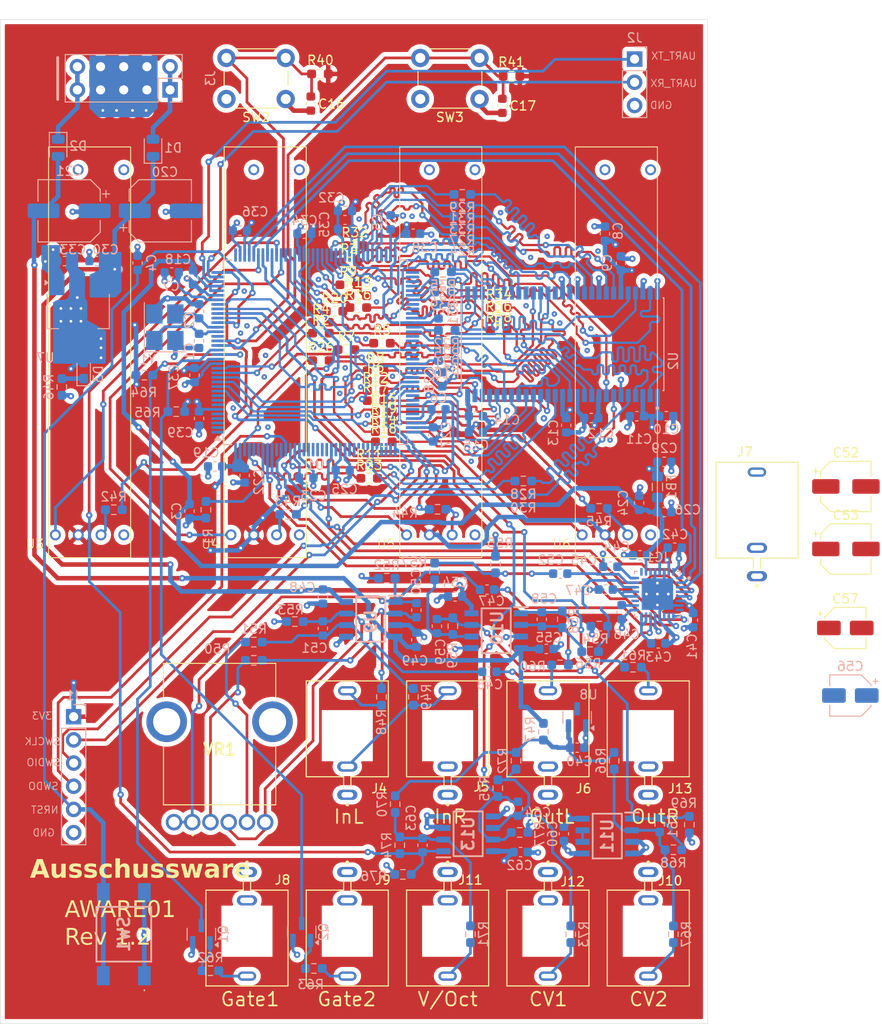
<source format=kicad_pcb>
(kicad_pcb (version 20240108) (generator "pcbnew") (generator_version "8.0")
  (layers (0 "F.Cu" signal) (1 "In1.Cu" power "GND1") (2 "In2.Cu" power "GND2") (31 "B.Cu" signal) (34 "B.Paste" user) (35 "F.Paste" user) (36 "B.SilkS" user "B.Silkscreen") (37 "F.SilkS" user "F.Silkscreen") (38 "B.Mask" user) (39 "F.Mask" user) (44 "Edge.Cuts" user))
  (net 0 "")
  (net 1 "GND")
  (net 2 "+12V")
  (net 3 "+3.3V")
  (net 4 "Net-(Q1-B)")
  (net 5 "/GATE1_IN")
  (net 6 "/GATE2_IN")
  (net 7 "Net-(Q2-B)")
  (net 9 "/CV2_IN")
  (net 11 "/FMC_D15")
  (net 12 "/FMC_D13")
  (net 13 "/FMC_D4")
  (net 18 "Net-(C6-Pad2)")
  (net 19 "/I2S1_CK")
  (net 25 "/FADER1_IN")
  (net 26 "/FADER2_IN")
  (net 28 "/FMC_D8")
  (net 30 "/FADER4_IN")
  (net 31 "/I2S1_SDO")
  (net 32 "/I2C1_SCL")
  (net 34 "/FMC_NBL0")
  (net 35 "/FMC_D1")
  (net 36 "/FMC_A7")
  (net 37 "/FMC_SDNE0")
  (net 38 "Net-(U1-PH0)")
  (net 39 "/NRST")
  (net 41 "/FMC_D12")
  (net 42 "/FMC_A4")
  (net 43 "/FMC_D14")
  (net 44 "/FMC_BA1")
  (net 45 "/I2S1_MCK")
  (net 46 "/FADER3_IN")
  (net 47 "/BUTTON1_IN")
  (net 48 "/FAD_LED2_OUT")
  (net 49 "/FMC_A3")
  (net 50 "/UART4_TX")
  (net 52 "/BUTTON2_IN")
  (net 53 "/FMC_SDNRAS")
  (net 54 "/FMC_SDCKE0")
  (net 56 "/FMC_A11")
  (net 60 "/FMC_BA0")
  (net 62 "/FMC_D11")
  (net 63 "/I2S1_SDI")
  (net 65 "/FMC_D6")
  (net 66 "Net-(U1-BOOT0)")
  (net 67 "Net-(C5-Pad2)")
  (net 68 "+3.3VA")
  (net 70 "-12V")
  (net 72 "/FAD_LED3_OUT")
  (net 74 "/FMC_A5")
  (net 75 "/FMC_A9")
  (net 76 "/FMC_A0")
  (net 77 "/CV1_IN")
  (net 78 "/FMC_NBL1")
  (net 79 "/SWDIO")
  (net 80 "/UART4_RX")
  (net 84 "/FMC_D9")
  (net 85 "/FMC_A1")
  (net 88 "/FAD_LED4_OUT")
  (net 92 "/FMC_D2")
  (net 93 "/V_OCT_IN")
  (net 94 "/FMC_SDCLK")
  (net 95 "/I2S1_WS")
  (net 97 "/FMC_SDNCAS")
  (net 100 "/FMC_D0")
  (net 102 "/FMC_SDNWE")
  (net 104 "/FAD_LED1_OUT")
  (net 105 "/FMC_A10")
  (net 108 "/SWCLK")
  (net 111 "/FMC_D10")
  (net 114 "/I2C1_SDA")
  (net 116 "Net-(U1-PH1)")
  (net 117 "/FMC_A6")
  (net 119 "/FMC_A2")
  (net 120 "/FMC_D7")
  (net 121 "/FMC_D3")
  (net 122 "/FMC_D5")
  (net 123 "/FMC_A8")
  (net 128 "Net-(U3B-A)")
  (net 130 "Net-(U4B-A)")
  (net 132 "Net-(U5B-A)")
  (net 134 "Net-(U6B-A)")
  (net 136 "AREF-10")
  (net 137 "Net-(U9A--)")
  (net 138 "Net-(U9B--)")
  (net 139 "/Audio Codec/Input Output Channels/INR")
  (net 140 "/Audio Codec/Input Output Channels/INL")
  (net 141 "/Audio Codec/Input Output Channels/OUTL")
  (net 142 "/Audio Codec/Input Output Channels/OUTR")
  (net 143 "Net-(U10A--)")
  (net 144 "Net-(U10B--)")
  (net 145 "Net-(U11A--)")
  (net 146 "Net-(U13A--)")
  (net 147 "Net-(U13B--)")
  (net 148 "Net-(D1-A)")
  (net 149 "Net-(D2-K)")
  (net 150 "/SWO")
  (net 151 "Net-(J6-PadT)")
  (net 152 "Net-(J7-PadT)")
  (net 153 "Net-(J9-PadT)")
  (net 154 "Net-(J10-PadT)")
  (net 155 "Net-(J8-PadT)")
  (net 156 "Net-(J11-PadT)")
  (net 157 "Net-(J13-PadT)")
  (net 158 "Net-(U11B--)")
  (net 167 "Net-(D3-K)")
  (net 168 "Net-(U2-DQ1)")
  (net 169 "Net-(U2-DQ7)")
  (net 170 "Net-(U2-A10)")
  (net 171 "Net-(U2-A8)")
  (net 172 "Net-(U2-A11)")
  (net 173 "Net-(U2-~{CS})")
  (net 174 "Net-(U2-BA1)")
  (net 175 "Net-(U2-A2)")
  (net 176 "Net-(U2-DQ15)")
  (net 177 "Net-(U2-DQ0)")
  (net 178 "Net-(U2-A9)")
  (net 179 "Net-(U2-A7)")
  (net 180 "Net-(U2-DQMH)")
  (net 181 "Net-(U2-A4)")
  (net 182 "Net-(U2-A6)")
  (net 183 "Net-(U2-CLK)")
  (net 184 "Net-(U2-DQ14)")
  (net 185 "Net-(U2-DQ10)")
  (net 186 "Net-(U2-~{WE})")
  (net 187 "Net-(U2-A0)")
  (net 188 "Net-(U2-A1)")
  (net 189 "Net-(U2-DQML)")
  (net 190 "Net-(U2-~{CAS})")
  (net 191 "Net-(U2-DQ12)")
  (net 192 "Net-(U2-DQ9)")
  (net 193 "Net-(U2-DQ13)")
  (net 194 "Net-(U2-DQ4)")
  (net 195 "Net-(U2-BA0)")
  (net 196 "Net-(U2-A3)")
  (net 197 "Net-(U2-DQ6)")
  (net 198 "Net-(U2-A5)")
  (net 199 "Net-(U2-DQ2)")
  (net 200 "Net-(U2-DQ3)")
  (net 201 "Net-(U2-DQ8)")
  (net 202 "Net-(U2-DQ11)")
  (net 203 "Net-(U2-CKE)")
  (net 204 "Net-(U2-DQ5)")
  (net 205 "Net-(U2-~{RAS})")
  (net 207 "Net-(IC1-DVDD)")
  (net 208 "Net-(IC1-IN2_L)")
  (net 209 "Net-(IC1-AVDD)")
  (net 210 "Net-(IC1-REF)")
  (net 211 "Net-(IC1-IN3_L)")
  (net 212 "Net-(C50-Pad1)")
  (net 213 "Net-(C56-Pad1)")
  (net 214 "Net-(C57-Pad1)")
  (net 215 "Net-(C51-Pad1)")
  (net 216 "Net-(C58-Pad1)")
  (net 217 "Net-(C59-Pad1)")
  (net 218 "Net-(U12A--)")
  (net 219 "Net-(U12B--)")
  (net 225 "Net-(J4-PadTN)")
  (net 226 "Net-(J4-PadT)")
  (net 229 "Net-(J12-PadT)")
  (net 230 "Net-(R50-Pad2)")
  (net 231 "Net-(R51-Pad2)")
  (net 232 "Net-(C45-Pad1)")
  (net 233 "Net-(C46-Pad1)")
  (net 234 "Net-(C52-Pad1)")
  (footprint "Resistor_SMD:R_0603_1608Metric_Pad0.98x0.95mm_HandSolder" (layer "F.Cu") (at 153.5025 77.15)
    (property "Reference" "R7")
    (property "Value" "33")
  )
  (footprint "Resistor_SMD:R_0603_1608Metric_Pad0.98x0.95mm_HandSolder" (layer "F.Cu") (at 170.2025 75.05)
    (property "Reference" "R38")
    (property "Value" "33")
  )
  (footprint "Resistor_SMD:R_0603_1608Metric_Pad0.98x0.95mm_HandSolder" (layer "F.Cu") (at 154.8025 71.25)
    (property "Reference" "R13")
    (property "Value" "33")
  )
  (footprint "Resistor_SMD:R_0603_1608Metric_Pad0.98x0.95mm_HandSolder" (layer "F.Cu") (at 153.7025 70.05)
    (property "Reference" "R9")
    (property "Value" "33")
  )
  (footprint "Resistor_SMD:R_0603_1608Metric_Pad0.98x0.95mm_HandSolder" (layer "F.Cu") (at 156.7025 80.55)
    (property "Reference" "R6")
    (property "Value" "33")
  )
  (footprint "Resistor_SMD:R_0603_1608Metric_Pad0.98x0.95mm_HandSolder" (layer "F.Cu") (at 155.9975 91.25)
    (property "Reference" "R23")
    (property "Value" "33")
  )
  (footprint "Resistor_SMD:R_0603_1608Metric_Pad0.98x0.95mm_HandSolder" (layer "F.Cu") (at 152.2 72.95)
    (property "Reference" "R20")
    (property "Value" "33")
  )
  (footprint "Eurorack:PTL30-15R1-103B2" (layer "F.Cu") (at 144.6 97.45 90)
    (property "Reference" "U4")
    (property "Value" "10k")
  )
  (footprint "Resistor_SMD:R_0603_1608Metric_Pad0.98x0.95mm_HandSolder" (layer "F.Cu") (at 170.2025 72.55)
    (property "Reference" "R34")
    (property "Value" "33")
  )
  (footprint "Resistor_SMD:R_0603_1608Metric_Pad0.98x0.95mm_HandSolder" (layer "F.Cu") (at 157.6 83.95)
    (property "Reference" "R15")
    (property "Value" "33")
  )
  (footprint "Eurorack:PTL30-15R1-103B2" (layer "F.Cu") (at 183.1 97.45 90)
    (property "Reference" "U6")
    (property "Value" "10k")
  )
  (footprint "Resistor_SMD:R_0603_1608Metric_Pad0.98x0.95mm_HandSolder" (layer "F.Cu") (at 150.7025 75.35)
    (property "Reference" "R2")
    (property "Value" "33")
  )
  (footprint "Resistor_SMD:R_0603_1608Metric_Pad0.98x0.95mm_HandSolder" (layer "F.Cu") (at 157.6 85.05)
    (property "Reference" "R19")
    (property "Value" "33")
  )
  (footprint "Capacitor_SMD:C_0603_1608Metric" (layer "F.Cu") (at 149.6 50.2 -90)
    (property "Reference" "C16")
    (property "Value" "100n")
  )
  (footprint "Resistor_SMD:R_0603_1608Metric_Pad0.98x0.95mm_HandSolder" (layer "F.Cu") (at 153.8025 67.55)
    (property "Reference" "R3")
    (property "Value" "33")
  )
  (footprint "Eurorack:THONK_PJ398SM-12" (layer "F.Cu") (at 164.6 140.87 180)
    (property "Reference" "J11")
    (property "Value" "V/OCT_IN")
  )
  (footprint "Capacitor_SMD:C_0603_1608Metric" (layer "F.Cu") (at 170.6 50.45 -90)
    (property "Reference" "C17")
    (property "Value" "100n")
  )
  (footprint "Button_Switch_THT:SW_PUSH_6mm_H13mm" (layer "F.Cu") (at 168.1 49.7 180)
    (property "Reference" "SW3")
    (property "Value" "SW_Push")
  )
  (footprint "Resistor_SMD:R_0603_1608Metric_Pad0.98x0.95mm_HandSolder" (layer "F.Cu") (at 154.4025 65.75)
    (property "Reference" "R32")
    (property "Value" "33")
  )
  (footprint "Resistor_SMD:R_0603_1608Metric_Pad0.98x0.95mm_HandSolder" (layer "F.Cu") (at 157.5975 86.15)
    (property "Reference" "R14")
    (property "Value" "33")
  )
  (footprint "Eurorack:THONK_PJ398SM-12" (layer "F.Cu") (at 198.515 95.495)
    (property "Reference" "J7")
    (property "Value" "OutR")
  )
  (footprint "Eurorack:PTV1124420AB503" (layer "F.Cu") (at 136.6 128.925)
    (property "Reference" "VR1")
    (property "Value" "PTV112-4420A-B503" (hide yes))
  )
  (footprint "Resistor_SMD:R_0603_1608Metric_Pad0.98x0.95mm_HandSolder" (layer "F.Cu") (at 150.705 74.15)
    (property "Reference" "R4")
    (property "Value" "33")
  )
  (footprint "Eurorack:PTL30-15R1-103B2" (layer "F.Cu") (at 125.35 97.45 90)
    (property "Reference" "U3")
    (property "Value" "10k")
  )
  (footprint "Resistor_SMD:R_0603_1608Metric_Pad0.98x0.95mm_HandSolder" (layer "F.Cu") (at 150.6 46.95 180)
    (property "Reference" "R40")
    (property "Value" "10k")
  )
  (footprint "Capacitor_SMD:CP_Elec_5x4.5" (layer "F.Cu") (at 208.265 92.145)
    (property "Reference" "C52")
    (property "Value" "2.2u")
  )
  (footprint "Resistor_SMD:R_0603_1608Metric_Pad0.98x0.95mm_HandSolder" (layer "F.Cu") (at 156.7 81.65)
    (property "Reference" "R12")
    (property "Value" "33")
  )
  (footprint "Capacitor_SMD:CP_Elec_4x5.4" (layer "F.Cu") (at 208.2 107.65)
    (property "Reference" "C57")
    (property "Value" "4.7u")
  )
  (footprint "Resistor_SMD:R_0603_1608Metric_Pad0.98x0.95mm_HandSolder" (layer "F.Cu") (at 156.7 82.75)
    (property "Reference" "R17")
    (property "Value" "33")
  )
  (footprint "Resistor_SMD:R_0603_1608Metric_Pad0.98x0.95mm_HandSolder" (layer "F.Cu") (at 157.6 87.25)
    (property "Reference" "R18")
    (property "Value" "33")
  )
  (footprint "Resistor_SMD:R_0603_1608Metric_Pad0.98x0.95mm_HandSolder" (layer "F.Cu") (at 170.2025 73.85)
    (property "Reference" "R36")
    (property "Value" "33")
  )
  (footprint "Resistor_SMD:R_0603_1608Metric_Pad0.98x0.95mm_HandSolder" (layer "F.Cu") (at 156 90.05)
    (property "Reference" "R11")
    (property "Value" "33")
  )
  (footprint "Resistor_SMD:R_0603_1608Metric_Pad0.98x0.95mm_HandSolder" (layer "F.Cu") (at 156.7 79.45)
    (property "Reference" "R8")
    (property "Value" "33")
  )
  (footprint "Eurorack:THONK_PJ398SM-12" (layer "F.Cu") (at 186.6 119.45)
    (property "Reference" "J13")
    (property "Value" "OutR")
  )
  (footprint "Capacitor_SMD:CP_Elec_5x4.5" (layer "F.Cu") (at 208.265 98.995)
    (property "Reference" "C53")
    (property "Value" "2.2u")
  )
  (footprint "Eurorack:THONK_PJ398SM-12" (layer "F.Cu") (at 186.6 140.87 180)
    (property "Reference" "J10")
    (property "Value" "CV2_IN")
  )
  (footprint "Resistor_SMD:R_0603_1608Metric_Pad0.98x0.95mm_HandSolder" (layer "F.Cu") (at 157.4025 76.45)
    (property "Reference" "R5")
    (property "Value" "33")
  )
  (footprint "Eurorack:THONK_PJ398SM-12" (layer "F.Cu") (at 164.6 119.45)
    (property "Reference" "J5")
    (property "Value" "InR")
  )
  (footprint "Resistor_SMD:R_0603_1608Metric_Pad0.98x0.95mm_HandSolder" (layer "F.Cu") (at 171.6 47.2 180)
    (property "Reference" "R41")
    (property "Value" "10k")
  )
  (footprint "Eurorack:THONK_PJ398SM-12" (layer "F.Cu") (at 142.6 140.87 180)
    (property "Reference" "J8")
    (property "Value" "GATE1_IN")
  )
  (footprint "Resistor_SMD:R_0603_1608Metric_Pad0.98x0.95mm_HandSolder" (layer "F.Cu") (at 154.8025 72.55)
    (property "Reference" "R16")
    (property "Value" "33")
  )
  (footprint "Eurorack:THONK_PJ398SM-12" (layer "F.Cu") (at 153.6 119.45)
    (property "Reference" "J4")
    (property "Value" "InL")
  )
  (footprint "Eurorack:THONK_PJ398SM-12" (layer "F.Cu") (at 153.6 140.87 180)
    (property "Reference" "J9")
    (property "Value" "GATE2_IN")
  )
  (footprint "Eurorack:PTL30-15R1-103B2" (layer "F.Cu") (at 163.85 97.45 90)
    (property "Reference" "U5")
    (property "Value" "10k")
  )
  (footprint "Button_Switch_THT:SW_PUSH_6mm_H13mm" (layer "F.Cu") (at 146.85 49.7 180)
    (property "Reference" "SW2")
    (property "Value" "SW_Push")
  )
  (footprint "Eurorack:THONK_PJ398SM-12" (layer "F.Cu") (at 175.6 140.87 180)
    (property "Reference" "J12")
    (property "Value" "CV1_IN")
  )
  (footprint "Resistor_SMD:R_0603_1608Metric_Pad0.98x0.95mm_HandSolder" (layer "F.Cu") (at 150.7 78.35)
    (property "Reference" "R26")
    (property "Value" "33")
  )
  (footprint "Eurorack:THONK_PJ398SM-12" (layer "F.Cu") (at 175.6 119.45)
    (property "Reference" "J6")
    (property "Value" "OutL")
  )
  (footprint "Capacitor_SMD:C_0603_1608Metric" (layer "B.Cu") (at 172.6 132.2 180)
    (property "Reference" "C62")
    (property "Value" "100n")
  )
  (footprint "Resistor_SMD:R_0603_1608Metric_Pad0.98x0.95mm_HandSolder" (layer "B.Cu") (at 172.9 91.55)
    (property "Reference" "R28")
    (property "Value" "33")
  )
  (footprint "Resistor_SMD:R_0603_1608Metric_Pad0.98x0.95mm_HandSolder" (layer "B.Cu") (at 172.5 130.05)
    (property "Reference" "R77")
    (property "Value" "100k")
  )
  (footprint "Resistor_SMD:R_0603_1608Metric_Pad0.98x0.95mm_HandSolder" (layer "B.Cu") (at 138.6 145.2 180)
    (property "Reference" "R62")
    (property "Value" "100k")
  )
  (footprint "Capacitor_SMD:C_0603_1608Metric" (layer "B.Cu") (at 181.85 64.45 90)
    (property "Reference" "C8")
    (property "Value" "2.2u")
  )
  (footprint "Capacitor_SMD:C_0603_1608Metric" (layer "B.Cu") (at 163.6 83.7 180)
    (property "Reference" "C6")
    (property "Value" "100n")
  )
  (footprint "Resistor_SMD:R_0603_1608Metric_Pad0.98x0.95mm_HandSolder" (layer "B.Cu") (at 178.1 141.2 90)
    (property "Reference" "R73")
    (property "Value" "100k")
  )
  (footprint "Connector_PinHeader_2.54mm:PinHeader_1x03_P2.54mm_Vertical" (layer "B.Cu") (at 185.1 45.325 180)
    (property "Reference" "J2")
    (property "Value" "Conn_01x03_Pin")
  )
  (footprint "Resistor_SMD:R_0603_1608Metric_Pad0.98x0.95mm_HandSolder" (layer "B.Cu") (at 159.7 134.65 180)
    (property "Reference" "R76")
    (property "Value" "100k")
  )
  (footprint "Capacitor_SMD:C_0603_1608Metric" (layer "B.Cu") (at 183.6 67.7 90)
    (property "Reference" "C9")
    (property "Value" "100n")
  )
  (footprint "Resistor_SMD:R_0603_1608Metric_Pad0.98x0.95mm_HandSolder" (layer "B.Cu") (at 164.5025 75.05)
    (property "Reference" "R22")
    (property "Value" "33")
  )
  (footprint "Resistor_SMD:R_0603_1608Metric_Pad0.98x0.95mm_HandSolder" (layer "B.Cu") (at 122.3 81.25 -90)
    (property "Reference" "R46")
    (property "Value" "150")
  )
  (footprint "Capacitor_SMD:C_0603_1608Metric" (layer "B.Cu") (at 185.685 99.68886 180)
    (property "Reference" "C44")
    (property "Value" "100n")
  )
  (footprint "Resistor_SMD:R_0603_1608Metric_Pad0.98x0.95mm_HandSolder" (layer "B.Cu") (at 189.35 141.2 90)
    (property "Reference" "R67")
    (property "Value" "100k")
  )
  (footprint "Resistor_SMD:R_0603_1608Metric_Pad0.98x0.95mm_HandSolder" (layer "B.Cu") (at 182.85 122.2 -90)
    (property "Reference" "R66")
    (property "Value" "200k")
  )
  (footprint "Capacitor_SMD:C_0603_1608Metric" (layer "B.Cu") (at 137.35 76.2 -90)
    (property "Reference" "C1")
    (property "Value" "22p")
  )
  (footprint "Resistor_SMD:R_0603_1608Metric_Pad0.98x0.95mm_HandSolder" (layer "B.Cu") (at 166.2 64.95)
    (property "Reference" "R24")
    (property "Value" "33")
  )
  (footprint "Eurorack:LMV722IDR" (layer "B.Cu") (at 166.85 130.2)
    (property "Reference" "U13")
    (property "Value" "LMV722IDR" (hide yes))
  )
  (footprint "Capacitor_SMD:C_0603_1608Metric" (layer "B.Cu") (at 163.42386 107.45 -90)
    (property "Reference" "C59")
    (property "Value" "220p")
  )
  (footprint "Resistor_SMD:R_0603_1608Metric_Pad0.98x0.95mm_HandSolder" (layer "B.Cu") (at 166.2025 60.15)
    (property "Reference" "R29")
    (property "Value" "33")
  )
  (footprint "Resistor_SMD:R_0603_1608Metric_Pad0.98x0.95mm_HandSolder" (layer "B.Cu") (at 189.35 131.95)
    (property "Reference" "R68")
    (property "Value" "33k")
  )
  (footprint "Capacitor_SMD:C_0603_1608Metric" (layer "B.Cu") (at 136.85 79.95 -90)
    (property "Reference" "C37")
    (property "Value" "100n")
  )
  (footprint "Capacitor_SMD:C_0603_1608Metric" (layer "B.Cu") (at 189.5 98.85 180)
    (property "Reference" "C42")
    (property "Value" "100n")
  )
  (footprint "Capacitor_SMD:C_0603_1608Metric" (layer "B.Cu") (at 164 80.425 90)
    (property "Reference" "C28")
    (property "Value" "100n")
  )
  (footprint "Capacitor_SMD:C_0603_1608Metric" (layer "B.Cu") (at 188.35 94.95)
    (property "Reference" "C26")
    (property "Value" "1u")
  )
  (footprint "Capacitor_SMD:C_0603_1608Metric" (layer "B.Cu") (at 137.35 84.7 -90)
    (property "Reference" "C39")
    (property "Value" "100n")
  )
  (footprint "Capacitor_SMD:C_0603_1608Metric" (layer "B.Cu") (at 136.3 94.85 90)
    (property "Reference" "C3")
    (property "Value" "100n")
  )
  (footprint "Eurorack:LMV722IDR" (layer "B.Cu") (at 182.1 130.45 180)
    (property "Reference" "U11")
    (property "Value" "LMV722IDR" (hide yes))
  )
  (footprint "Resistor_SMD:R_0603_1608Metric_Pad0.98x0.95mm_HandSolder" (layer "B.Cu") (at 128 94.7 180)
    (property "Reference" "R42")
    (property "Value" "75")
  )
  (footprint "Capacitor_SMD:C_0603_1608Metric" (layer "B.Cu") (at 136.7 69.25 -90)
    (property "Reference" "C7")
    (property "Value" "100n")
  )
  (footprint "Resistor_SMD:R_0603_1608Metric_Pad0.98x0.95mm_HandSolder" (layer "B.Cu") (at 166.2025 61.35)
    (property "Reference" "R31")
    (property "Value" "33")
  )
  (footprint "Capacitor_SMD:C_0603_1608Metric" (layer "B.Cu") (at 126.1 67.45 180)
    (property "Reference" "C30")
    (property "Value" "10u")
  )
  (footprint "Resistor_SMD:R_0603_1608Metric_Pad0.98x0.95mm_HandSolder" (layer "B.Cu") (at 165.17386 107.45 90)
    (property "Reference" "R59")
    (property "Value" "22k")
  )
  (footprint "Capacitor_SMD:C_0603_1608Metric" (layer "B.Cu") (at 150.92386 104.2 -90)
    (property "Reference" "C48")
    (property "Value" "100n")
  )
  (footprint "Eurorack:IS45S16800F-7TLA2" (layer "B.Cu") (at 177.2 76.57 90)
    (property "Reference" "U2")
    (property "Value" "IS45S16800F-7TLA2")
  )
  (footprint "Resistor_SMD:R_0603_1608Metric_Pad0.98x0.95mm_HandSolder" (layer "B.Cu") (at 143.35 111.2 180)
    (property "Reference" "R50")
    (property "Value" "3.3k")
  )
  (footprint "Capacitor_SMD:C_0603_1608Metric" (layer "B.Cu") (at 185.6 93.95 90)
    (property "Reference" "C24")
    (property "Value" "10n")
  )
  (footprint "Resistor_SMD:R_0603_1608Metric_Pad0.98x0.95mm_HandSolder" (layer "B.Cu") (at 169.85 100.7 -90)
    (property "Reference" "R55")
    (property "Value" "100k")
  )
  (footprint "Capacitor_SMD:C_0603_1608Metric" (layer "B.Cu") (at 169.17386 112.45)
    (property "Reference" "C48")
    (property "Value" "1u")
  )
  (footprint "Diode_SMD:D_0805_2012Metric" (layer "B.Cu") (at 121.9 55.05 -90)
    (property "Reference" "D2")
    (property "Value" "D")
  )
  (footprint "Capacitor_SMD:C_0603_1608Metric" (layer "B.Cu") (at 188.35 89.45)
    (property "Reference" "C29")
    (property "Value" "1u")
  )
  (footprint "Capacitor_SMD:C_0603_1608Metric" (layer "B.Cu") (at 181.935 103.43886)
    (property "Reference" "C47")
    (property "Value" "100n")
  )
  (footprint "Diode_SMD:D_0805_2012Metric" (layer "B.Cu") (at 132.3 55.05 90)
    (property "Reference" "D1")
    (property "Value" "D")
  )
  (footprint "Eurorack:NE5532DRG4" (layer "B.Cu") (at 169.92386 107.95 180)
    (property "Reference" "U10")
    (property "Value" "NE5532DRG4" (hide yes))
  )
  (footprint "Eurorack:TS046643BK100SMT" (layer "B.Cu") (at 129.1 141.2 90)
    (property "Reference" "SW1")
    (property "Value" "SW_Push" (hide yes))
  )
  (footprint "Capacitor_SMD:CP_Elec_6.3x5.9" (layer "B.Cu") (at 133.1 61.95)
    (property "Reference" "C20")
    (property "Value" "47u")
  )
  (footprint "Capacitor_SMD:C_0603_1608Metric" (layer "B.Cu") (at 142.35 90.95 -90)
    (property "Reference" "C22")
    (property "Value" "100n")
  )
  (footprint "Capacitor_SMD:C_0603_1608Metric" (layer "B.Cu") (at 158.35 63.2 -90)
    (property "Reference" "C5")
    (property "Value" "100n")
  )
  (footprint "Resistor_SMD:R_0603_1608Metric_Pad0.98x0.95mm_HandSolder" (layer "B.Cu") (at 176.92386 111.7 180)
    (property "Reference" "R60")
    (property "Value" "1k")
  )
  (footprint "Resistor_SMD:R_0603_1608Metric_Pad0.98x0.95mm_HandSolder" (layer "B.Cu") (at 191.1 129.2 -90)
    (property "Reference" "R69")
    (property "Value" "100k")
  )
  (footprint "Capacitor_SMD:C_0603_1608Metric" (layer "B.Cu") (at 163.0125 86.45 90)
    (property "Reference" "C27")
    (property "Value" "100n")
  )
  (footprint "Capacitor_SMD:C_0603_1608Metric" (layer "B.Cu") (at 134.35 68.7 180)
    (property "Reference" "C18")
    (property "Value" "4.7u")
  )
  (footprint "Eurorack:TLV320AIC3204IRHBR" (layer "B.Cu") (at 187.6 103.935 180)
    (property "Reference" "IC1")
    (property "Value" "TLV320AIC3204IRHBR")
  )
  (footprint "Capacitor_SMD:C_0603_1608Metric" (layer "B.Cu") (at 137.35 72.95 90)
    (property "Reference" "C2")
    (property "Value" "22p")
  )
  (footprint "Resistor_SMD:R_0603_1608Metric_Pad0.98x0.95mm_HandSolder" (layer "B.Cu") (at 158.85 126.95 -90)
    (property "Reference" "R70")
    (property "Value" "180k")
  )
  (footprint "Resistor_SMD:R_0603_1608Metric_Pad0.98x0.95mm_HandSolder" (layer "B.Cu") (at 166.2025 62.55)
    (property "Reference" "R33")
    (property "Value" "33")
  )
  (footprint "Capacitor_SMD:CP_Elec_4x5.4" (layer "B.Cu") (at 208.75 115.05 180)
    (property "Reference" "C56")
    (property "Value" "4.7u")
  )
  (footprint "Resistor_SMD:R_0603_1608Metric_Pad0.98x0.95mm_HandSolder" (layer "B.Cu") (at 164.5 77.25)
    (property "Reference" "R21")
    (property "Value" "33")
  )
  (footprint "Eurorack:NE5532DRG4" (layer "B.Cu") (at 156.17386 106.7 180)
    (property "Reference" "U9")
    (property "Value" "NE5532DRG4" (hide yes))
  )
  (footprint "Resistor_SMD:R_0603_1608Metric_Pad0.98x0.95mm_HandSolder" (layer "B.Cu") (at 177.17386 106.7 90)
    (property "Reference" "R58")
    (property "Value" "22k")
  )
  (footprint "Package_TO_SOT_SMD:SOT-23" (layer "B.Cu") (at 178.8 117.45 90)
    (property "Reference" "U8")
    (property "Value" "LM4040DIM3X-10")
  )
  (footprint "Resistor_SMD:R_0603_1608Metric_Pad0.98x0.95mm_HandSolder" (layer "B.Cu") (at 143.35 109.2 180)
    (property "Reference" "R51")
    (property "Value" "3.3k")
  )
  (footprint "Resistor_SMD:R_0603_1608Metric_Pad0.98x0.95mm_HandSolder" (layer "B.Cu") (at 163.17386 101.45 -90)
    (property "Reference" "R57")
    (property "Value" "3.3k")
  )
  (footprint "Capacitor_SMD:C_0603_1608Metric" (layer "B.Cu") (at 177.6 85.45 -90)
    (property "Reference" "C13")
    (property "Value" "100n")
  )
  (footprint "Resistor_SMD:R_0603_1608Metric_Pad0.98x0.95mm_HandSolder" (layer "B.Cu") (at 181.2 94.55)
    (property "Reference" "R45")
    (property "Value" "75")
  )
  (footprint "Resistor_SMD:R_0603_1608Metric_Pad0.98x0.95mm_HandSolder" (layer "B.Cu") (at 164.5 78.35)
    (property "Reference" "R10")
    (property "Value" "33")
  )
  (footprint "Resistor_SMD:R_0603_1608Metric_Pad0.98x0.95mm_HandSolder" (layer "B.Cu") (at 172.1 122.2 -90)
    (property "Reference" "R72")
    (property "Value" "200k")
  )
  (footprint "Resistor_SMD:R_0603_1608Metric_Pad0.98x0.95mm_HandSolder" (layer "B.Cu") (at 147.1 95.2 180)
    (property "Reference" "R43")
    (property "Value" "75")
  )
  (footprint "Resistor_SMD:R_0603_1608Metric_Pad0.98x0.95mm_HandSolder" (layer "B.Cu") (at 138.1 94.7 90)
    (property "Reference" "R1")
    (property "Value" "10k")
  )
  (footprint "Resistor_SMD:R_0603_1608Metric_Pad0.98x0.95mm_HandSolder" (layer "B.Cu") (at 181.22386 107.45)
    (property "Reference" "R54")
    (property "Value" "100k")
  )
  (footprint "Capacitor_SMD:C_0603_1608Metric" (layer "B.Cu") (at 187.85 129.225 90)
    (property "Reference" "C61")
    (property "Value" "1n")
  )
  (footprint "Capacitor_SMD:C_0603_1608Metric" (layer "B.Cu") (at 182.435 100.93886)
    (property "Reference" "C45")
    (property "Value" "10u")
  )
  (footprint "Capacitor_SMD:C_0603_1608Metric" (layer "B.Cu") (at 161.17386 105.7 -90)
    (property "Reference" "C50")
    (property "Value" "1n")
  )
  (footprint "Capacitor_SMD:C_0603_1608Metric" (layer "B.Cu") (at 188.575 84.45)
    (property "Reference" "C10")
    (property "Value" "100n")
  )
  (footprint "Capacitor_SMD:C_0603_1608Metric" (layer "B.Cu") (at 175.42386 109.95)
    (property "Reference" "C55")
    (property "Value" "100n")
  )
  (footprint "Resistor_SMD:R_0603_1608Metric_Pad0.98x0.95mm_HandSolder" (layer "B.Cu") (at 131.35 79.95 180)
    (property "Reference" "R64")
    (property "Value" "10k")
  )
  (footprint "Resistor_SMD:R_0603_1608Metric_Pad0.98x0.95mm_HandSolder" (layer "B.Cu") (at 157.35 115.2 90)
    (property "Reference" "R48")
    (property "Value" "22k")
  )
  (footprint "Capacitor_SMD:C_0603_1608Metric" (layer "B.Cu") (at 161.17386 108.95 90)
    (property "Reference" "C49")
    (property "Value" "100n")
  )
  (footprint "Resistor_SMD:R_0603_1608Metric_Pad0.98x0.95mm_HandSolder" (layer "B.Cu") (at 172.8975 93.05)
    (property "Reference" "R30")
    (property "Value" "33")
  )
  (footprint "Capacitor_SMD:C_0603_1608Metric" (layer "B.Cu") (at 176.94886 101.7)
    (property "Reference" "C52")
    (property "Value" "10u")
  )
  (footprint "LED_SMD:LED_0603_1608Metric_Pad1.05x0.95mm_HandSolder" (layer "B.Cu") (at 124.7 79.45 90)
    (property "Reference" "D3")
    (property "Value" "PWR_LED")
  )
  (footprint "Capacitor_SMD:C_0603_1608Metric" (layer "B.Cu") (at 141.825 64.1125 180)
    (property "Reference" "C36")
    (property "Value" "100n")
  )
  (footprint "Resistor_SMD:R_0603_1608Metric_Pad0.98x0.95mm_HandSolder" (layer "B.Cu") (at 134.85 83.95)
    (property "Reference" "R65")
    (property "Value" "10k")
  )
  (footprint "Resistor_SMD:R_0603_1608Metric_Pad0.98x0.95mm_HandSolder" (layer "B.Cu") (at 180.22386 110.25 180)
    (property "Reference" "R56")
    (property "Value" "3.3k")
  )
  (footprint "Resistor_SMD:R_0603_1608Metric_Pad0.98x0.95mm_HandSolder" (layer "B.Cu") (at 163.5 94.65)
    (property "Reference" "R44")
    (property "Value" "75")
  )
  (footprint "Resistor_SMD:R_0603_1608Metric_Pad0.98x0.95mm_HandSolder" (layer "B.Cu") (at 164.1 69.75)
    (property "Reference" "R37")
    (property "Value" "33")
  )
  (footprint "Capacitor_SMD:C_0603_1608Metric" (layer "B.Cu") (at 153.35 61.95 180)
    (property "Reference" "C32")
    (property "Value" "100n")
  )
  (footprint "Connector_PinHeader_2.54mm:PinHeader_1x06_P2.54mm_Vertical" (layer "B.Cu") (at 123.6 117.37 180)
    (property "Reference" "J1")
    (property "Value" "Conn_01x06_Pin")
  )
  (footprint "Capacitor_SMD:C_0603_1608Metric" (layer "B.Cu") (at 153.1 90.3625)
    (property "Reference" "C25")
    (property "Value" "100n")
  )
  (footprint "Capacitor_SMD:C_0603_1608Metric" (layer "B.Cu") (at 168.92386 103.45)
    (property "Reference" "C47")
    (property "Value" "1u")
  )
  (footprint "Resistor_SMD:R_0603_1608Metric_Pad0.98x0.95mm_HandSolder" (layer "B.Cu") (at 175.1 119.0125 -90)
    (property "Reference" "R47")
    (property "Value" "470")
  )
  (footprint "Package_QFP:LQFP-144_20x20mm_P0.5mm" (layer "B.Cu") (at 150.1 77.45)
    (property "Reference" "U1")
    (property "Value" "STM32H7B0ZBTx")
  )
  (footprint "Capacitor_SMD:C_0603_1608Metric" (layer "B.Cu") (at 187.685 109.33886)
    (property "Reference" "C43")
    (property "Value" "100n")
  )
  (footprint "Capacitor_SMD:C_0603_1608Metric" (layer "B.Cu") (at 167.7 86.2)
    (property "Reference" "C15")
    (property "Value" "2.2u")
  )
  (footprint "Resistor_SMD:R_0603_1608Metric_Pad0.98x0.95mm_HandSolder" (layer "B.Cu") (at 164.0975 70.85)
    (property "Reference" "R39")
    (property "Value" "33")
  )
  (footprint "Package_TO_SOT_SMD:SOT-23" (layer "B.Cu") (at 137.6 141.2 90)
    (property "Reference" "Q1")
    (property "Value" "MMBT3904")
  )
  (footprint "Capacitor_SMD:C_0603_1608Metric" (layer "B.Cu") (at 183.685 105.91386 90)
    (property "Reference" "C46")
    (property "Value" "10u")
  )
  (footprint "Capacitor_SMD:C_0603_1608Metric" (layer "B.Cu") (at 165.42386 104.2 180)
    (property "Reference" "C54")
    (property "Value" "100n")
  )
  (footprint "Package_TO_SOT_SMD:SOT-223-3_TabPin2" (layer "B.Cu") (at 124.1 72.95 -90)
    (property "Reference" "U7")
    (property "Value" "LM1117MP-3.3")
  )
  (footprint "Resistor_SMD:R_0603_1608Metric_Pad0.98x0.95mm_HandSolder" (layer "B.Cu") (at 149.9375 144.95 180)
    (property "Reference" "R63")
    (property "Value" "100k")
  )
  (footprint "Capacitor_SMD:C_0603_1608Metric" (layer "B.Cu") (at 163.6 72.975 90)
    (property "Reference" "C31")
    (property "Value" "100n")
  )
  (footprint "Capacitor_SMD:C_0603_1608Metric" (layer "B.Cu") (at 178.8 120.7625)
    (property "Reference" "C40")
    (property "Value" "100n")
  )
  (footprint "Package_TO_SOT_SMD:SOT-23" (layer "B.Cu") (at 148.6 140.95 90)
    (property "Reference" "Q2")
    (property "Value" "MMBT3904")
  )
  (footprint "Capacitor_SMD:C_0603_1608Metric" (layer "B.Cu") (at 172.3 127.45 90)
    (property "Reference" "C64")
    (property "Value" "1n")
  )
  (footprint "Capacitor_SMD:C_0603_1608Metric" (layer "B.Cu") (at 191.5 106.8 90)
    (property "Reference" "C41")
    (property "Value" "100n")
  )
  (footprint "Resistor_SMD:R_0603_1608Metric_Pad0.98x0.95mm_HandSolder" (layer "B.Cu") (at 159.35 131.45 -90)
    (property "Reference" "R74")
    (property "Value" "47k")
  )
  (footprint "Capacitor_SMD:C_0603_1608Metric" (layer "B.Cu") (at 148.9 64.45 180)
    (property "Reference" "C34")
    (property "Value" "100n")
  )
  (footprint "Crystal:Crystal_SMD_3225-4Pin_3.2x2.5mm_HandSoldering" (layer "B.Cu") (at 133.6 74.7 90)
    (property "Reference" "Y1")
    (property "Value" "WE-XTAL 24.0MHz 50ppm")
  )
  (footprint "Capacitor_SMD:C_0603_1608Metric" (layer "B.Cu") (at 153.35 63.95 180)
    (property "Reference" "C35")
    (property "Value" "100n")
  )
  (footprint "Resistor_SMD:R_0603_1608Metric_Pad0.98x0.95mm_HandSolder" (layer "B.Cu") (at 184.92386 111.95)
    (property "Reference" "R61")
    (property "Value" "1k")
  )
  (footprint "Resistor_SMD:R_0603_1608Metric_Pad0.98x0.95mm_HandSolder" (layer "B.Cu") (at 166.2025 63.75)
    (property "Reference" "R27")
    (property "Value" "33")
  )
  (footprint "Capacitor_SMD:C_0603_1608Metric" (layer "B.Cu") (at 149.1 91.2)
    (property "Reference" "C23")
    (property "Value" "100n")
  )
  (footprint "Capacitor_SMD:C_0603_1608Metric" (layer "B.Cu") (at 150.92386 107.7 -90)
    (property "Reference" "C51")
    (property "Value" "1n")
  )
  (footprint "Capacitor_SMD:C_0603_1608Metric" (layer "B.Cu") (at 174.92386 106.7 -90)
    (property "Reference" "C58")
    (property "Value" "220p")
  )
  (footprint "Capacitor_SMD:CP_Elec_6.3x5.9" (layer "B.Cu") (at 123.1 61.95 180)
    (property "Reference" "C21")
    (property "Value" "47u")
  )
  (footprint "Resistor_SMD:R_0603_1608Metric_Pad0.98x0.95mm_HandSolder" (layer "B.Cu") (at 170.1 125.2 -90)
    (property "Reference" "R75")
    (property "Value" "33k")
  )
  (footprint "Resistor_SMD:R_0603_1608Metric_Pad0.98x0.95mm_HandSolder" (layer "B.Cu") (at 147.85 106.95 180)
    (property "Reference" "R53")
    (property "Value" "1k")
  )
  (footprint "Capacitor_SMD:C_0603_1608Metric" (layer "B.Cu") (at 160.825 64.45)
    (property "Reference" "C38")
    (property "Value" "100n")
  )
  (footprint "Capacitor_SMD:C_0603_1608Metric" (layer "B.Cu") (at 167.7 84.45)
    (property "Reference" "C14")
    (property "Value" "100n")
  )
  (footprint "Inductor_SMD:L_0805_2012Metric_Pad1.05x1.20mm_HandSolder" (layer "B.Cu") (at 187.6 92.2 90)
    (property "Reference" "FB1")
    (property "Value" "120R")
  )
  (footprint "Capacitor_SMD:C_0603_1608Metric" (layer "B.Cu") (at 185.35 84.45 180)
    (property "Reference" "C11")
    (property "Value" "100n" (hide yes))
  )
  (footprint "Capacitor_SMD:C_0603_1608Metric" (layer "B.Cu") (at 161.85 131.45 -90)
    (property "Reference" "C63")
    (property "Value" "1n")
  )
  (footprint "Capacitor_SMD:C_0603_1608Metric" (layer "B.Cu") (at 180.35 84.65 180)
    (property "Reference" "C12")
    (property "Value" "100n")
  )
  (footprint "Capacitor_SMD:C_0603_1608Metric" (layer "B.Cu") (at 177.35 130.2 90)
    (property "Reference" "C60")
    (property "Value" "100n")
  )
  (footprint "Capacitor_SMD:C_0603_1608Metric" (layer "B.Cu") (at 130.6 67.65 90)
    (property "Reference" "C4")
    (property "Value" "100n")
  )
  (footprint "Resistor_SMD:R_0603_1608Metric_Pad0.98x0.95mm_HandSolder" (layer "B.Cu") (at 164.5 76.15)
    (property "Reference" "R25")
    (property "Value" "33")
  )
  (footprint "Capacitor_SMD:C_0603_1608Metric" (layer "B.Cu") (at 139.1 89.95 180)
    (property "Reference" "C19")
    (property "Value" "100n")
  )
  (footprint "Resistor_SMD:R_0603_1608Metric_Pad0.98x0.95mm_HandSolder" (layer "B.Cu") (at 160.85 115.2 90)
    (property "Reference" "R49")
    (property "Value" "22k")
  )
  (footprint "Eurorack:PinHeader_2x05_P2.54mm_BHR-10-VUA" (layer "B.Cu") (at 134.17 48.7 90)
    (property "Reference" "J3")
    (property "Value" "Conn_02x05_Odd_Even")
  )
  (footprint "Capacitor_SMD:C_0603_1608Metric" (layer "B.Cu") (at 122.6 67.45 180)
    (property "Reference" "C33")
    (property "Value" "10u")
  )
  (footprint "Resistor_SMD:R_0603_1608Metric_Pad0.98x0.95mm_HandSolder" (layer "B.Cu") (at 157.92386 102.2 180)
    (property "Reference" "R52")
    (property "Value" "1k")
  )
  (footprint "Resistor_SMD:R_0603_1608Metric_Pad0.98x0.95mm_HandSolder" (layer "B.Cu") (at 167.1 141.2 90)
    (property "Reference" "R71")
    (property "Value" "100k")
  )
  (footprint "Resistor_SMD:R_0603_1608Metric_Pad0.98x0.95mm_HandSolder" (layer "B.Cu") (at 164.1025 68.65)
    (property "Reference" "R35")
    (property "Value" "33")
  )
  (gr_poly (pts (xy 141.35 89.2) (xy 141.85 89.2) (xy 142.35 89.7) (xy 142.35 90.45) (xy 141.1 90.45) (xy 141.1 89.95) (xy 141.1 89.55)) (stroke (width 0.2)) (fill solid) (layer "B.Cu") (net 3))
  (gr_line (start 121.85 45.15) (end 121.85 49.75) (stroke (width 0.3)) (layer "B.SilkS"))
  (gr_rect (start 115.55 41) (end 193.1 151) (stroke (width 0.05)) (fill none) (layer "Edge.Cuts"))
  (gr_text "SWCLK" (at 122.2 120.55 0) (layer "B.SilkS") (effects (font (size 0.8 0.8) (thickness 0.1)) (justify left bottom mirror)))
  (gr_text "SWDO" (at 122 125.45 0) (layer "B.SilkS") (effects (font (size 0.8 0.8) (thickness 0.1)) (justify left bottom mirror)))
  (gr_text "SWDIO" (at 122.2 122.85 0) (layer "B.SilkS") (effects (font (size 0.8 0.8) (thickness 0.1)) (justify left bottom mirror)))
  (gr_text "UART_TX" (at 191.9 45.45 0) (layer "B.SilkS") (effects (font (size 0.8 0.8) (thickness 0.1)) (justify left bottom mirror)))
  (gr_text "NRST" (at 122 128.05 0) (layer "B.SilkS") (effects (font (size 0.8 0.8) (thickness 0.1)) (justify left bottom mirror)))
  (gr_text "GND" (at 121.6 130.55 0) (layer "B.SilkS") (effects (font (size 0.8 0.8) (thickness 0.1)) (justify left bottom mirror)))
  (gr_text "UART_RX" (at 192 48.45 0) (layer "B.SilkS") (effects (font (size 0.8 0.8) (thickness 0.1)) (justify left bottom mirror)))
  (gr_text "3V3" (at 121.3 117.75 0) (layer "B.SilkS") (effects (font (size 0.8 0.8) (thickness 0.1)) (justify left bottom mirror)))
  (gr_text "GND" (at 189.3 50.85 0) (layer "B.SilkS") (effects (font (size 0.8 0.8) (thickness 0.1)) (justify left bottom mirror)))
  (gr_text "Gate2" (at 150.2 149.2 0) (layer "F.SilkS") (effects (font (size 1.5 1.5) (thickness 0.1875)) (justify left bottom)))
  (gr_text "InR" (at 163 129.2 0) (layer "F.SilkS") (effects (font (size 1.5 1.5) (thickness 0.1875)) (justify left bottom)))
  (gr_text "OutL" (at 173.4 129.2 0) (layer "F.SilkS") (effects (font (size 1.5 1.5) (thickness 0.1875)) (justify left bottom)))
  (gr_text "Gate1" (at 139.6 149.2 0) (layer "F.SilkS") (effects (font (size 1.5 1.5) (thickness 0.1875)) (justify left bottom)))
  (gr_text "InL" (at 152 129.2 0) (layer "F.SilkS") (effects (font (size 1.5 1.5) (thickness 0.1875)) (justify left bottom)))
  (gr_text "V/Oct" (at 161.2 149.2 0) (layer "F.SilkS") (effects (font (size 1.5 1.5) (thickness 0.1875)) (justify left bottom)))
  (gr_text "AWARE01\nRev 1.2" (at 122.6 142.65 0) (layer "F.SilkS") (effects (font (size 1.8 1.8) (thickness 0.225)) (justify left bottom)))
  (gr_text "Ausschussware" (at 118.8 135.35 0) (layer "F.SilkS") (effects (font (size 2 2) (thickness 0.3) (bold yes)) (justify left bottom)))
  (gr_text "CV2" (at 184.4 149.2 0) (layer "F.SilkS") (effects (font (size 1.5 1.5) (thickness 0.1875)) (justify left bottom)))
  (gr_text "OutR" (at 184.6 129.2 0) (layer "F.SilkS") (effects (font (size 1.5 1.5) (thickness 0.1875)) (justify left bottom)))
  (gr_text "CV1" (at 173.4 149.2 0) (layer "F.SilkS") (effects (font (size 1.5 1.5) (thickness 0.1875)) (justify left bottom)))
  (segment (start 162.9 57.45) (end 162.6 57.45) (width 0.5) (layer "F.Cu") (net 1))
  (segment (start 147.725 50.975) (end 149.6 50.975) (width 0.5) (layer "F.Cu") (net 1))
  (segment (start 168.1 49.7) (end 168.1 50.375) (width 0.5) (layer "F.Cu") (net 1))
  (segment (start 168.1 50.375) (end 168.95 51.225) (width 0.5) (layer "F.Cu") (net 1))
  (segment (start 143.35 57.45) (end 143.5 57.45) (width 0.5) (layer "F.Cu") (net 1))
  (segment (start 168.95 51.225) (end 170.6 51.225) (width 0.5) (layer "F.Cu") (net 1))
  (segment (start 146.85 49.7) (end 146.85 50.1) (width 0.5) (layer "F.Cu") (net 1))
  (segment (start 146.85 50.1) (end 147.725 50.975) (width 0.5) (layer "F.Cu") (net 1))
  (via (at 179.75 119.7) (size 0.7) (drill 0.3) (layers "F.Cu" "B.Cu") (net 1))
  (via (at 176.3 73.25) (size 0.6) (drill 0.2) (layers "F.Cu" "B.Cu") (net 1))
  (via (at 165.1 72.625) (size 0.7) (drill 0.3) (layers "F.Cu" "B.Cu") (net 1))
  (via (at 144.9 85.65) (size 0.6) (drill 0.2) (layers "F.Cu" "B.Cu") (net 1))
  (via (at 131.55 50.95) (size 0.7) (drill 0.3) (layers "F.Cu" "B.Cu") (net 1))
  (via (at 183.935 99.63886) (size 0.7) (drill 0.3) (layers "F.Cu" "B.Cu") (net 1))
  (via (at 155.619238 75.975) (size 0.6) (drill 0.2) (layers "F.Cu" "B.Cu") (net 1))
  (via (at 175.157221 84.688183) (size 0.7) (drill 0.3) (layers "F.Cu" "B.Cu") (net 1))
  (via (at 142.6 74.55) (size 0.6) (drill 0.2) (layers "F.Cu" "B.Cu") (net 1))
  (via (at 184.85 67.2) (size 0.7) (drill 0.3) (layers "F.Cu" "B.Cu") (net 1))
  (via (at 189.125 93.925) (size 0.7) (drill 0.3) (layers "F.Cu" "B.Cu") (net 1))
  (via (at 152.42386 109.45) (size 0.7) (drill 0.3) (layers "F.Cu" "B.Cu") (net 1))
  (via (at 175.516699 64.75) (size 0.6) (drill 0.2) (layers "F.Cu" "B.Cu") (net 1))
  (via (at 180.42386 108.35) (size 0.7) (drill 0.3) (layers "F.Cu" "B.Cu") (net 1))
  (via (at 120.5 67.5) (size 0.7) (drill 0.3) (layers "F.Cu" "B.Cu") (net 1))
  (via (at 142.3 70.75) (size 0.6) (drill 0.2) (layers "F.Cu" "B.Cu") (net 1))
  (via (at 165.42386 109.95) (size 0.7) (drill 0.3) (layers "F.Cu" "B.Cu") (net 1))
  (via (at 181.2 69.35) (size 0.7) (drill 0.3) (layers "F.Cu" "B.Cu") (net 1))
  (via (at 162.35 129.45) (size 0.7) (drill 0.3) (layers "F.Cu" "B.Cu") (net 1))
  (via (at 163.42386 104.65) (size 0.7) (drill 0.3) (layers "F.Cu" "B.Cu") (net 1))
  (via (at 176.9 74.25) (size 0.6) (drill 0.2) (layers "F.Cu" "B.Cu") (net 1))
  (via (at 128.3 50.95) (size 0.7) (drill 0.3) (layers "F.Cu" "B.Cu") (net 1))
  (via (at 131.35 141.25) (size 0.7) (drill 0.3) (layers "F.Cu" "B.Cu") (net 1))
  (via (at 149.17386 105.2) (size 0.7) (drill 0.3) (layers "F.Cu" "B.Cu") (net 1))
  (via (at 179.35 85.95) (size 0.7) (drill 0.3) (layers "F.Cu" "B.Cu") (net 1))
  (via (at 156.020457 77.947876) (size 0.6) (drill 0.2) (layers "F.Cu" "B.Cu") (net 1))
  (via (at 189.685 108.68886) (size 0.7) (drill 0.3) (layers "F.Cu" "B.Cu") (net 1))
  (via (at 189.3 85.65) (size 0.7) (drill 0.3) (layers "F.Cu" "B.Cu") (net 1))
  (via (at 181.082587 66.360755) (size 0.6) (drill 0.2) (layers "F.Cu" "B.Cu") (net 1))
  (via (at 153.375 79.15) (size 0.6) (drill 0.2) (layers "F.Cu" "B.Cu") (net 1))
  (via (at 156.8 71.925) (size 0.6) (drill 0.2) (layers "F.Cu" "B.Cu") (net 1))
  (via (at 155.8 84.35) (size 0.6) (drill 0.2) (layers "F.Cu" "B.Cu") (net 1))
  (via (at 150.441982 69.466409) (size 0.6) (drill 0.2) (layers "F.Cu" "B.Cu") (net 1))
  (via (at 144.5 80.15) (size 0.6) (drill 0.2) (layers "F.Cu" "B.Cu") (net 1))
  (via (at 171.02386 108.65) (size 0.7) (drill 0.3) (layers "F.Cu" "B.Cu") (net 1))
  (via (at 186.1 69.65) (size 0.7) (drill 0.3) (layers "F.Cu" "B.Cu") (net 1))
  (via (at 186.35 131.7) (size 0.7) (drill 0.3) (layers "F.Cu" "B.Cu") (net 1))
  (via (at 121.35 66.2) (size 0.7) (drill 0.3) (layers "F.Cu" "B.Cu") (net 1))
  (via (at 138.35 91.05) (size 0.7) (drill 0.3) (layers "F.Cu" "B.Cu") (net 1))
  (via (at 134.6 77.95) (size 0.7) (drill 0.3) (layers "F.Cu" "B.Cu") (net 1))
  (via (at 123.3 82.25) (size 0.7) (drill 0.3) (layers "F.Cu" "B.Cu") (net 1))
  (via (at 162.35 128.2) (size 0.7) (drill 0.3) (layers "F.Cu" "B.Cu") (net 1))
  (via (at 130.05 50.95) (size 0.7) (drill 0.3) (layers "F.Cu" "B.Cu") (net 1))
  (via (at 153.5 91.45) (size 0.7) (drill 0.3) (layers "F.Cu" "B.Cu") (net 1))
  (via (at 180.3 74.85) (size 0.6) (drill 0.2) (layers "F.Cu" "B.Cu") (net 1))
  (via (at 182.40962 87.05962) (size 0.6) (drill 0.2) (layers "F.Cu" "B.Cu") (net 1))
  (via (at 133.7 62.05) (size 0.7) (drill 0.3) (layers "F.Cu" "B.Cu") (net 1))
  (via (at 173.7 128.925) (size 0.7) (drill 0.3) (layers "F.Cu" "B.Cu") (net 1))
  (via (at 178.85 69.45) (size 0.7) (drill 0.3) (layers "F.Cu" "B.Cu") (net 1))
  (via (at 169.5 85.15) (size 0.7) (drill 0.3) (layers "F.Cu" "B.Cu") (net 1))
  (via (at 149.875 92.074997) (size 0.7) (drill 0.3) (layers "F.Cu" "B.Cu") (net 1))
  (via (at 156.6 70.55) (size 0.6) (drill 0.2) (layers "F.Cu" "B.Cu") (net 1))
  (via (at 180.7 63.65) (size 0.7) (drill 0.3) (layers "F.Cu" "B.Cu") (net 1))
  (via (at 183.72386 107.65) (size 0.7) (drill 0.3) (layers "F.Cu" "B.Cu") (net 1))
  (via (at 171.1 83.85) (size 0.7) (drill 0.3) (layers "F.Cu" "B.Cu") (net 1))
  (via (at 153 61.05) (size 0.7) (drill 0.3) (layers "F.Cu" "B.Cu") (net 1))
  (via (at 166.85 72.45) (size 0.7) (drill 0.3) (layers "F.Cu" "B.Cu") (net 1))
  (via (at 189.125 90.45) (size 0.7) (drill 0.3) (layers "F.Cu" "B.Cu") (net 1))
  (via (at 159.8 89.95) (size 0.6) (drill 0.2) (layers "F.Cu" "B.Cu") (net 1))
  (via (at 177.02386 109.45) (size 0.7) (drill 0.3) (layers "F.Cu" "B.Cu") (net 1))
  (via (at 181.628095 99.521905) (size 0.7) (drill 0.3) (layers "F.Cu" "B.Cu") (net 1))
  (via (at 185.7 92.25) (size 0.7) (drill 0.3) (layers "F.Cu" "B.Cu") (net 1))
  (via (at 190.5 107.7) (size 0.7) (drill 0.3) (layers "F.Cu" "B.Cu") (net 1))
  (via (at 145.6 106.95) (size 0.7) (drill 0.3) (layers "F.Cu" "B.Cu") (net 1))
  (via (at 148.5 63.65) (size 0.7) (drill 0.3) (layers "F.Cu" "B.Cu") (net 1))
  (via (at 141.5 63.25) (size 0.7) (drill 0.3) (layers "F.Cu" "B.Cu") (net 1))
  (via (at 148.1 143.45) (size 0.7) (drill 0.3) (layers "F.Cu" "B.Cu") (net 1))
  (via (at 152.775 81.95) (size 0.6) (drill 0.2) (layers "F.Cu" "B.Cu") (net 1))
  (via (at 141.1 91.7) (size 0.7) (drill 0.3) (layers "F.Cu" "B.Cu") (net 1))
  (via (at 173.7 67.05) (size 0.6) (drill 0.2) (layers "F.Cu" "B.Cu") (net 1))
  (via (at 130.6 65.9) (size 0.7) (drill 0.3) (layers "F.Cu" "B.Cu") (net 1))
  (via (at 157.9 133.65) (size 0.7) (drill 0.3) (layers "F.Cu" "B.Cu") (net 1))
  (via (at 177.8 132.05) (size 0.7) (drill 0.3) (layers "F.Cu" "B.Cu") (net 1))
  (via (at 179.9 77.25) (size 0.6) (drill 0.2) (layers "F.Cu" "B.Cu") (net 1))
  (via (at 191.4 131.15) (size 0.7) (drill 0.3) (layers "F.Cu" "B.Cu") (net 1))
  (via (at 170.4 62.15) (size 0.6) (drill 0.2) (layers "F.Cu" "B.Cu") (net 1))
  (via (at 174.5 132.25) (size 0.7) (drill 0.3) (layers "F.Cu" "B.Cu") (net 1))
  (via (at 180.19886 103.475) (size 0.7) (drill 0.3) (layers "F.Cu" "B.Cu") (net 1))
  (via (at 136.010529 69.356412) (size 0.7) (drill 0.3) (layers "F.Cu" "B.Cu") (net 1))
  (via (at 187.6 69.65) (size 0.7) (drill 0.3) (layers "F.Cu" "B.Cu") (net 1))
  (via (at 133.575 69.65) (size 0.7) (drill 0.3) (layers "F.Cu" "B.Cu") (net 1))
  (via (at 184.3 85.65) (size 0.7) (drill 0.3) (layers "F.Cu" "B.Cu") (net 1))
  (via (at 164.225 85.325) (size 0.7) (drill 0.3) (layers "F.Cu" "B.Cu") (net 1))
  (via (at 135.9 96.4) (size 0.7) (drill 0.3) (layers "F.Cu" "B.Cu") (net 1))
  (via (at 125.325 66.45) (size 0.7) (drill 0.3) (layers "F.Cu" "B.Cu") (net 1))
  (via (at 167.183724 89.389516) (size 0.6) (drill 0.2) (layers "F.Cu" "B.Cu") (net 1))
  (via (at 126.8 50.95) (size 0.7) (drill 0.3) (layers "F.Cu" "B.Cu") (net 1))
  (via (at 173.2 72.35) (size 0.6) (drill 0.2) (layers "F.Cu" "B.Cu") (net 1))
  (via (at 135.8 81) (size 0.7) (drill 0.3) (layers "F.Cu" "B.Cu") (net 1))
  (via (at 149.9 76.95) (size 0.6) (drill 0.2) (layers "F.Cu" "B.Cu") (net 1))
  (via (at 160.7 62.55) (size 0.6) (drill 0.2) (layers "F.Cu" "B.Cu") (net 1))
  (via (at 136.5 143.45) (size 0.7) (drill 0.3) (layers "F.Cu" "B.Cu") (net 1))
  (via (at 162.8 64.55) (size 0.7) (drill 0.3) (layers "F.Cu" "B.Cu") (net 1))
  (via (at 154.9 62.85) (size 0.6) (drill 0.2) (layers "F.Cu" "B.Cu") (net 1))
  (via (at 155.17386 101.95) (size 0.7) (drill 0.3) (layers "F.Cu" "B.Cu") (net 1))
  (via (at 123.5 62.05) (size 0.7) (drill 0.3) (layers "F.Cu" "B.Cu") (net 1))
  (via (at 171.1 127.45) (size 0.7) (drill 0.3) (layers "F.Cu" "B.Cu") (net 1))
  (via (at 155.075 81.25) (size 0.6) (drill 0.2) (layers "F.Cu" "B.Cu") (net 1))
  (via (at 159.7 62.475) (size 0.7) (drill 0.3) (layers "F.Cu" "B.Cu") (net 1))
  (via (at 177.1 69.45) (size 0.7) (drill 0.3) (layers "F.Cu" "B.Cu") (net 1))
  (via (at 169.85 97.45) (size 0.7) (drill 0.3) (layers "F.Cu" "B.Cu") (net 1))
  (via (at 141.9 75.35) (size 0.6) (drill 0.2) (layers "F.Cu" "B.Cu") (net 1))
  (via (at 144.64038 77.79038) (size 0.6) (drill 0.2) (layers "F.Cu" "B.Cu") (net 1))
  (via (at 183.6 80.45) (size 0.7) (drill 0.3) (layers "F.Cu" "B.Cu") (net 1))
  (via (at 133.9 71.55) (size 0.7) (drill 0.3) (layers "F.Cu" "B.Cu") (net 1))
  (via (at 189.96 100.03886) (size 0.7) (drill 0.3) (layers "F.Cu" "B.Cu") (net 1))
  (via (at 137.35 86.45) (size 0.7) (drill 0.3) (layers "F.Cu" "B.Cu") (net 1))
  (via (at 141.09038 83.55962) (size 0.6) (drill 0.2) (layers "F.Cu" "B.Cu") (net 1))
  (via (at 165.099457 79.247625) (size 0.7) (drill 0.3) (layers "F.Cu" "B.Cu") (net 1))
  (via (at 158.555838 80.075934) (size 0.6) (drill 0.2) (layers "F.Cu" "B.Cu") (net 1))
  (via (at 162.02386 108.65) (size 0.7) (drill 0.3) (layers "F.Cu" "B.Cu") (net 1))
  (segment (start 184.575 84.45) (end 184.575 85.375) (width 0.5) (layer "B.Cu") (net 1))
  (segment (start 136.525 72.175) (end 135.9 71.55) (width 0.5) (layer "B.Cu") (net 1))
  (segment (start 163.0125 85.675) (end 163.875 85.675) (width 0.5) (layer "B.Cu") (net 1))
  (segment (start 183.72386 106.72772) (end 183.685 106.68886) (width 0.5) (layer "B.Cu") (net 1))
  (segment (start 185.165 105.68886) (end 184.685 105.68886) (width 0.3) (layer "B.Cu") (net 1))
  (segment (start 132.45 72.7) (end 132.45 73.25) (width 0.5) (layer "B.Cu") (net 1))
  (segment (start 178.105 132.355) (end 177.8 132.05) (width 0.5) (layer "B.Cu") (net 1))
  (segment (start 137.7 70.775) (end 137.967893 70.775) (width 0.3) (layer "B.Cu") (net 1))
  (segment (start 169.561 128.295) (end 169.561 128.239) (width 0.3) (layer "B.Cu") (net 1))
  (segment (start 177.6 86.225) (end 179.075 86.225) (width 0.5) (layer "B.Cu") (net 1))
  (segment (start 163.825 79.65) (end 164 79.475) (width 0.3) (layer "B.Cu") (net 1))
  (segment (start 188.85 105.18886) (end 188.059619 104.398479) (width 0.3) (layer "B.Cu") (net 1))
  (segment (start 125.325 66.45) (end 125.325 67.45) (width 0.5) (layer "B.Cu") (net 1))
  (segment (start 166.85 72.45) (end 166.85 71) (width 0.3) (layer "B.Cu") (net 1))
  (segment (start 186.1 69.65) (end 186 69.75) (width 0.5) (layer "B.Cu") (net 1))
  (segment (start 187.35 102.069621) (end 186.95 102.469621) (width 0.3) (layer "B.Cu") (net 1))
  (segment (start 136.9 70.05) (end 137.625 70.775) (width 0.5) (layer "B.Cu") (net 1))
  (segment (start 138.35 89.95) (end 138.325 89.95) (width 0.3) (layer "B.Cu") (net 1))
  (segment (start 150.000003 91.325003) (end 149.625 90.95) (width 0.3) (layer "B.Cu") (net 1))
  (segment (start 190.625 107.575) (end 190.5 107.7) (width 0.5) (layer "B.Cu") (net 1))
  (segment (start 185.695 132.355) (end 186.35 131.7) (width 0.5) (layer "B.Cu") (net 1))
  (segment (start 136.65 142.1375) (end 136.65 143.3) (width 0.5) (layer "B.Cu") (net 1))
  (segment (start 149.875 90.475) (end 149.875 91.2) (width 0.3) (layer "B.Cu") (net 1))
  (segment (start 125.75 62.05) (end 125.85 61.95) (width 0.5) (layer "B.Cu") (net 1))
  (segment (start 186 69.75) (end 186 70.95) (width 0.5) (layer "B.Cu") (net 1))
  (segment (start 149.375 89.975) (end 149.875 90.475) (width 0.3) (layer "B.Cu") (net 1))
  (segment (start 141.85 65.94688) (end 141.35312 65.45) (width 0.3) (layer "B.Cu") (net 1))
  (segment (start 148.35 88.95312) (end 148.84688 89.45) (width 0.3) (layer "B.Cu") (net 1))
  (segment (start 163.0125 85.675) (end 162.9875 85.7) (width 0.3) (layer "B.Cu") (net 1))
  (segment (start 190.035 105.18886) (end 188.85 105.18886) (width 0.3) (layer "B.Cu") (net 1))
  (segment (start 148.125 65.72188) (end 148.125 64.45) (width 0.3) (layer "B.Cu") (net 1))
  (segment (start 153.875 89.725) (end 153.875 90.3625) (width 0.3) (layer "B.Cu") (net 1))
  (segment (start 133.9 71.55) (end 133.6 71.55) (width 0.5) (layer "B.Cu") (net 1))
  (segment (start 134.75 76.15) (end 134.75 77.8) (width 0.5) (layer "B.Cu") (net 1))
  (segment (start 157.01136 102.2) (end 155.42386 102.2) (width 0.3) (layer "B.Cu") (net 1))
  (segment (start 138.325 91.025) (end 138.35 91.05) (width 0.5) (layer "B.Cu") (net 1))
  (segment (start 185.735 131.085) (end 184.811 131.085) (width 0.5) (layer "B.Cu") (net 1))
  (segment (start 164.64886 104.2) (end 163.87386 104.2) (width 0.5) (layer "B.Cu") (net 1))
  (segment (start 133.575 68.7) (end 133.575 69.65) (width 0.5) (layer "B.Cu") (net 1))
  (segment (start 171.1 127.45) (end 170.311 128.239) (width 0.5) (layer "B.Cu") (net 1))
  (segment (start 153.35 66.7875) (end 153.35 65.94688) (width 0.3) (layer "B.Cu") (net 1))
  (segment (start 178.85 70.9) (end 178.8 70.95) (width 0.5) (layer "B.Cu") (net 1))
  (segment (start 187.85 106.95386) (end 188.535 107.63886) (width 0.3) (layer "B.Cu") (net 1))
  (segment (start 153 61.05) (end 152.6 61.45) (width 0.3) (layer "B.Cu") (net 1))
  (segment (start 170.311 128.239) (end 169.617 128.239) (width 0.3) (layer "B.Cu") (net 1))
  (segment (start 137.35 72.175) (end 136.525 72.175) (width 0.5) (layer "B.Cu") (net 1))
  (segment (start 153.35 65.94688) (end 153.1 65.69688) (width 0.3) (layer "B.Cu") (net 1))
  (segment (start 166.85 71) (end 166.8 70.95) (width 0.3) (layer "B.Cu") (net 1))
  (segment (start 141.1 63.65) (end 141.5 63.25) (width 0.3) (layer "B.Cu") (net 1))
  (segment (start 160.7625 79.2) (end 162.75 79.2) (width 0.3) (layer "B.Cu") (net 1))
  (segment (start 162.9875 85.7) (end 160.7625 85.7) (width 0.3) (layer "B.Cu") (net 1))
  (segment (start 187.85 106.37386) (end 187.85 105.808099) (width 0.3) (layer "B.Cu") (net 1))
  (segment (start 152.575 61.95) (end 152.575 63.95) (width 0.3) (layer "B.Cu") (net 1))
  (segment (start 123.2125 82.1625) (end 123.3 82.25) (width 0.5) (layer "B.Cu") (net 1))
  (segment (start 141.35312 65.45) (end 141.35 65.45) (width 0.3) (layer "B.Cu") (net 1))
  (segment (start 153.35 88.1125) (end 153.35 89.2) (width 0.3) (layer "B.Cu") (net 1))
  (segment (start 152.575 64.5125) (end 152.575 63.95) (width 0.3) (layer "B.Cu") (net 1))
  (segment (start 165.1 72.625) (end 165.061758 72.625) (width 0.25) (layer "B.Cu") (net 1))
  (segment (start 177.2 69.55) (end 177.2 70.95) (width 0.5) (layer "B.Cu") (net 1))
  (segment (start 176.52386 109.95) (end 177.02386 109.45) (width 0.5) (layer "B.Cu") (net 1))
  (segment (start 184.85 67.2) (end 183.875 67.2) (width 0.5) (layer "B.Cu") (net 1))
  (segment (start 178.8 82.19) (end 178.8 83.875) (width 0.5) (layer "B.Cu") (net 1))
  (segment (start 137.35 76.975) (end 137.35 76.95) (width 0.3) (layer "B.Cu") (net 1))
  (segment (start 162.8 64.55) (end 162.7 64.45) (width 0.3) (layer "B.Cu") (net 1))
  (segment (start 162.445 128.295) (end 162.35 128.2) (width 0.5) (layer "B.Cu") (net 1))
  (segment (start 178.8 83.875) (end 179.575 84.65) (width 0.5) (layer "B.Cu") (net 1))
  (segment (start 148.85 89.45) (end 149.375 89.975) (width 0.3) (layer "B.Cu") (net 1))
  (segment (start 164.139 128.295) (end 162.445 128.295) (width 0.5) (layer "B.Cu") (net 1))
  (segment (start 137.35 76.975) (end 135.575 76.975) (width 0.5) (layer "B.Cu") (net 1))
  (segment (start 141.85 66.7875) (end 141.85 65.94688) (width 0.3) (layer "B.Cu") (net 1))
  (segment (start 189.35 84.45) (end 189.35 85.6) (width 0.5) (layer "B.Cu") (net 1))
  (segment (start 186.95 102.469621) (end 186.95 103.288861) (width 0.3) (layer "B.Cu") (net 1))
  (segment (start 141.125 91.725) (end 141.1 91.7) (width 0.5) (layer "B.Cu") (net 1))
  (segment (start 149.875 92.074997) (end 149.875 91.2) (width 0.5) (layer "B.Cu") (net 1))
  (segment (start 187.6 69.65) (end 187.6 70.95) (width 0.5) (layer "B.Cu") (net 1))
  (segment (start 189.125 90.45) (end 189.125 89.45) (width 0.5) (layer "B.Cu") (net 1))
  (segment (start 148.84688 89.45) (end 148.85 89.45) (width 0.3) (layer "B.Cu") (net 1))
  (segment (start 158.7875 134.5375) (end 157.9 133.65) (width 0.3) (layer "B.Cu") (net 1))
  (segment (start 164.675 72.2) (end 163.6 72.2) (width 0.5) (layer "B.Cu") (net 1))
  (segment (start 147.65 141.8875) (end 147.65 143) (width 0.3) (layer "B.Cu") (net 1))
  (segment (start 134.75 77.8) (end 134.6 77.95) (width 0.5) (layer "B.Cu") (net 1))
  (segment (start 135.9 71.55) (end 133.9 71.55) (width 0.5) (layer "B.Cu") (net 1))
  (segment (start 162.75 79.2) (end 163.2 79.65) (width 0.3) (layer "B.Cu") (net 1))
  (segment (start 153.875 91.075) (end 153.5 91.45) (width 0.5) (layer "B.Cu") (net 1))
  (segment (start 183.72386 107.65) (end 183.72386 106.72772) (width 0.5) (layer "B.Cu") (net 1))
  (segment (start 178.85 69.45) (end 178.85 70.9) (width 0.5) (layer "B.Cu") (net 1))
  (segment (start 189.35 85.6) (end 189.3 85.65) (width 0.5) (layer "B.Cu") (net 1))
  (segment (start 179.75 120.5875) (end 179.575 120.7625) (width 0.5) (layer "B.Cu") (net 1))
  (segment (start 122.3 82.1625) (end 123.2125 82.1625) (width 0.5) (layer "B.Cu") (net 1))
  (segment (start 148.35 88.1125) (end 148.35 88.95312) (width 0.3) (layer "B.Cu") (net 1))
  (segment (start 173.4125 129.2125) (end 173.7 128.925) (width 0.5) (layer "B.Cu") (net 1))
  (segment (start 161.17386 108.175) (end 161.54886 108.175) (width 0.5) (layer "B.Cu") (net 1))
  (segment (start 189.585 108.68886) (end 188.535 107.63886) (width 0.5) (layer "B.Cu") (net 1))
  (segment (start 162.35 129.45) (end 164.024 129.45) (width 0.5) (layer "B.Cu") (net 1))
  (segment (start 141.35 65.45) (end 141.05 65.15) (width 0.3) (layer "B.Cu") (net 1))
  (segment (start 149.39886 104.975) (end 150.92386 104.975) (width 0.5) (layer "B.Cu") (net 1))
  (segment (start 123.5 62.05) (end 125.75 62.05) (width 0.5) (layer "B.Cu") (net 1))
  (segment (start 153.1 65.0375) (end 152.575 64.5125) (width 0.3) (layer "B.Cu") (net 1))
  (segment (start 188.35 103.18886) (end 188.059619 103.479241) (width 0.3) (layer "B.Cu") (net 1))
  (segment (start 191.4 131.15) (end 191.1 130.85) (width 0.5) (layer "B.Cu") (net 1))
  (segment (start 155.42386 102.2) (end 155.17386 101.95) (width 0.3) (layer "B.Cu") (net 1))
  (segment (start 132.95 73.25) (end 132.95 72.5) (width 0.3) (layer "B.Cu") (net 1))
  (segment (start 183.6 82.19) (end 183.6 80.45) (width 0.3) (layer "B.Cu") (net 1))
  (segment (start 137.35 85.475) (end 137.35 86.45) (width 0.5) (layer "B.Cu") (net 1))
  (segment (start 161.2625 73.7) (end 162.10312 73.7) (width 0.3) (layer "B.Cu") (net 1))
  (segment (start 135.9 96.4) (end 136.3 96) (width 0.5) (layer "B.Cu") (net 1))
  (segment (start 130.6 65.9) (end 130.6 66.875) (width 0.5) (layer "B.Cu") (net 1))
  (segment (start 178.73 132.355) (end 179.389 132.355) (width 0.3) (layer "B.Cu") (net 1))
  (segment (start 179.575 85.725) (end 179.35 85.95) (width 0.5) (layer "B.Cu") (net 1))
  (segment (start 136.206412 69.356412) (end 136.9 70.05) (width 0.5) (layer "B.Cu") (net 1))
  (segment (start 164.402375 79.247625) (end 165.099457 79.247625) (width 0.5) (layer "B.Cu") (net 1))
  (segment (start 163.6 72.2) (end 163.6 72.20312) (width 0.25) (layer "B.Cu") (net 1))
  (segment (start 184.91 99.68886) (end 183.985 99.68886) (width 0.5) (layer "B.Cu") (net 1))
  (segment (start 124.85 61.95) (end 125.6 61.95) (width 0.5) (layer "B.Cu") (net 1))
  (segment (start 177.35 130.975) (end 177.35 131.6) (width 0.5) (layer "B.Cu") (net 1))
  (segment (start 184.575 85.375) (end 184.3 85.65) (width 0.5) (layer "B.Cu") (net 1))
  (segment (start 189.685 108.68886) (end 189.585 108.68886) (width 0.5) (layer "B.Cu") (net 1))
  (segment (start 158.88486 107.335) (end 160.33386 107.335) (width 0.5) (layer "B.Cu") (net 1))
  (segment (start 164.024 129.45) (end 164.139 129.565) (width 0.5) (layer "B.Cu") (net 1))
  (segment (start 171.08886 108.585) (end 171.02386 108.65) (width 0.3) (layer "B.Cu") (net 1))
  (segment (start 179.75 118.3875) (end 179.75 120.5875) (width 0.5) (layer "B.Cu") (net 1))
  (segment (start 191.1 130.85) (end 191.1 130.1125) (width 0.5) (layer "B.Cu") (net 1))
  (segment (start 148.125 64.025) (end 148.125 64.45) (width 0.3) (layer "B.Cu") (net 1))
  (segment (start 188.25 105.408099) (end 188.25 104.588859) (width 0.3) (layer "B.Cu") (net 1))
  (segment (start 180.42386 108.35) (end 180.42386 107.4625) (width 0.5) (layer "B.Cu") (net 1))
  (segment (start 162.465 129.565) (end 162.35 129.45) (width 0.3) (layer "B.Cu") (net 1))
  (segment (start 172.63486 108.585) (end 171.08886 108.585) (width 0.3) (layer "B.Cu") (net 1))
  (segment (start 179.389 132.355) (end 178.105 132.355) (width 0.5) (layer "B.Cu") (net 1))
  (segment (start 165.1 72.625) (end 164.675 72.2) (width 0.5) (layer "B.Cu") (net 1))
  (segment (start 173.4125 130.05) (end 173.4125 129.2125) (width 0.5) (layer "B.Cu") (net 1))
  (segment (start 158.7875 134.65) (end 158.7875 134.5375) (width 0.3) (layer "B.Cu") (net 1))
  (segment (start 189.125 93.925) (end 189.125 94.95) (width 0.5) (layer "B.Cu") (net 1))
  (segment (start 136.3 96) (end 136.3 95.625) (width 0.5) (layer "B.Cu") (net 1))
  (segment (start 169.617 128.239) (end 169.561 128.295) (width 0.3) (layer "B.Cu") (net 1))
  (segment (start 160.33386 107.335) (end 161.17386 108.175) (width 0.5) (layer "B.Cu") (net 1))
  (segment (start 164.225 85.325) (end 164.225 83.85) (width 0.5) (layer "B.Cu") (net 1))
  (segment (start 180.41136 107.6) (end 180.41136 107.9625) (width 0.5) (layer "B.Cu") (net 1))
  (segment (start 137.625 70.775) (end 137.7 70.775) (width 0.5) (layer "B.Cu") (net 1))
  (segment (start 138.325 89.95) (end 138.325 91.025) (width 0.5) (layer "B.Cu") (net 1))
  (segment (start 148.35 65.94688) (end 148.125 65.72188) (width 0.3) (layer "B.Cu") (net 1))
  (segment (start 169.85 97.45) (end 169.85 99.7875) (width 0.5) (layer "B.Cu") (net 1))
  (segment (start 136.3125 95.6125) (end 136.3 95.625) (width 0.5) (layer "B.Cu") (net 1))
  (segment (start 152.6 61.45) (end 152.6 61.7) (width 0.3) (layer "B.Cu") (net 1))
  (segment (start 187.35 101.50386) (end 187.35 102.069621) (width 0.3) (layer "B.Cu") (net 1))
  (segment (start 191.5 107.575) (end 190.625 107.575) (width 0.5) (layer "B.Cu") (net 1))
  (segment (start 146.9375 106.95) (end 145.6 106.95) (width 0.3) (layer "B.Cu") (net 1))
  (segment (start 173.425 132.25) (end 173.375 132.2) (width 0.5) (layer "B.Cu") (net 1))
  (segment (start 181.628095 99.521905) (end 181.66 99.55381) (width 0.3) (layer "B.Cu") (net 1))
  (segment (start 177.1 69.45) (end 177.2 69.55) (width 0.5) (layer "B.Cu") (net 1))
  (segment (start 183.875 67.2) (end 183.6 66.925) (width 0.5) (layer "B.Cu") (net 1))
  (segment (start 164.225 85.325) (end 164.1 85.45) (width 0.3) (layer "B.Cu") (net 1))
  (segment (start 169.2 85.15) (end 169.5 85.15) (width 0.5) (layer "B.Cu") (net 1))
  (segment (start 183.985 99.68886) (end 183.935 99.63886) (width 0.5) (layer "B.Cu") (net 1))
  (segment (start 189.96 100.03886) (end 189.96 99.165) (width 0.5) (layer "B.Cu") (net 1))
  (segment (start 137.967893 70.775) (end 138.392893 71.2) (width 0.3) (layer "B.Cu") (net 1))
  (segment (start 164.225 83.85) (end 164.375 83.7) (width 0.5) (layer "B.Cu") (net 1))
  (segment (start 149.17386 105.2) (end 149.39886 104.975) (width 0.5) (layer "B.Cu") (net 1))
  (segment (start 153.875 90.3625) (end 153.875 91.075) (width 0.5) (layer "B.Cu") (net 1))
  (segment (start 167.21286 109.855) (end 165.51886 109.855) (width 0.3) (layer "B.Cu") (net 1))
  (segment (start 164 79.65) (end 164.402375 79.247625) (width 0.5) (layer "B.Cu") (net 1))
  (segment (start 141.05 65.15) (end 141.05 64.1125) (width 0.3) (layer "B.Cu") (net 1))
  (segment (start 186.35 131.7) (end 185.735 131.085) (width 0.5) (layer "B.Cu") (net 1))
  (segment (start 184.811 132.355) (end 185.695 132.355) (width 0.5) (layer "B.Cu") (net 1))
  (segment (start 163.87386 104.2) (end 163.42386 104.65) (width 0.5) (layer "B.Cu") (net 1))
  (segment (start 177.8 132) (end 177.8 132.05) (width 0.3) (layer "B.Cu") (net 1))
  (segment (start 179.575 84.65) (end 179.575 85.725) (width 0.5) (layer "B.Cu") (net 1))
  (segment (start 181.66 99.55381) (end 181.66 100.66114) (width 0.3) (layer "B.Cu") (net 1))
  (segment (start 173.4125 132.1625) (end 173.375 132.2) (width 0.5) (layer "B.Cu") (net 1))
  (segment (start 162.35 128.2) (end 162.35 129.45) (width 0.5) (layer "B.Cu") (net 1))
  (segment (start 175.6 134.39) (end 175.565 134.39) (width 0.3) (layer "B.Cu") (net 1))
  (segment (start 163.6 72.20312) (end 163.42812 72.375) (width 0.25) (layer "B.Cu") (net 1))
  (segment (start 135.575 76.975) (end 134.75 76.15) (width 0.5) (layer "B.Cu") (net 1))
  (segment (start 136.075 80.725) (end 136.85 80.725) (width 0.5) (layer "B.Cu") (net 1))
  (segment (start 187.85 106.37386) (end 187.85 106.95386) (width 0.3) (layer "B.Cu") (net 1))
  (segment (start 137.7 79.875) (end 137.7 79.59688) (width 0.3) (layer "B.Cu") (net 1))
  (segment (start 177.35 131.6) (end 177.8 132.05) (width 0.5) (layer "B.Cu") (net 1))
  (segment (start 162.10312 73.7) (end 163.42812 72.375) (width 0.3) (layer "B.Cu") (net 1))
  (segment (start 135.8 62.05) (end 135.9 61.95) (width 0.5) (layer "B.Cu") (net 1))
  (segment (start 188.25 104.588859) (end 188.05962 104.398479) (width 0.3) (layer "B.Cu") (net 1))
  (segment (start 148.5 63.65) (end 148.125 64.025) (width 0.3) (layer "B.Cu") (net 1))
  (segment (start 137.7 79.59688) (end 138.59688 78.7) (width 0.3) (layer "B.Cu") (net 1))
  (segment (start 169.3 85.375) (end 168.475 86.2) (width 0.5) (layer "B.Cu") (net 1))
  (segment (start 181.825 63.65) (end 181.85 63.675) (width 0.5) (layer "B.Cu") (net 1))
  (segment (start 163.875 85.675) (end 164.225 85.325) (width 0.5) (layer "B.Cu") (net 1))
  (segment (start 148.35 66.7875) (end 148.35 65.94688) (width 0.3) (layer "B.Cu") (net 1))
  (segment (start 189.685 108.68886) (end 189.685 108.78886) (width 0.5) (layer "B.Cu") (net 1))
  (segment (start 186.95 103.288861) (end 187.14038 103.479241) (width 0.3) (layer "B.Cu") (net 1))
  (segment (start 141.1 63.95) (end 141.1 63.65) (width 0.3) (layer "B.Cu") (net 1))
  (segment (start 139.4375 71.2) (end 138.392893 71.2) (width 0.3) (layer "B.Cu") (net 1))
  (segment (start 137.8875 95.6125) (end 138.1 95.6125) (width 0.3) (layer "B.Cu") (net 1))
  (segment (start 136.85 80.725) (end 137.7 79.875) (width 0.3) (layer "B.Cu") (net 1))
  (segment (start 158.35 62.475) (end 159.6 62.475) (width 0.3) (layer "B.Cu") (net 1))
  (segment (start 161.54886 108.175) (end 162.02386 108.65) (width 0.5) (layer "B.Cu") (net 1))
  (segment (start 142.35 91.725) (end 142.35 91.7) (width 0.3) (layer "B.Cu") (net 1))
  (segment (start 142.35 91.725) (end 141.125 91.725) (width 0.5) (layer "B.Cu") (net 1))
  (segment (start 181.2 69.35) (end 181.2 70.95) (width 0.5) (layer "B.Cu") (net 1))
  (segment (start 135.8 81) (end 136.075 80.725) (width 0.5) (layer "B.Cu") (net 1))
  (segment (start 180.7 63.65) (end 181.825 63.65) (width 0.5) (layer "B.Cu") (net 1))
  (segment (start 136.010529 69.356412) (end 136.206412 69.356412) (width 0.5) (layer "B.Cu") (net 1))
  (segment (start 131.35 136.65) (end 131.35 145.75) (width 0.5) (layer "B.Cu") (net 1))
  (segment (start 138.59688 78.7) (end 139.4375 78.7) (width 0.3) (layer "B.Cu") (net 1))
  (segment (start 181.64886 103.45) (end 180.22386 103.45) (width 0.3) (layer "B.Cu") (net 1))
  (segment (start 165.51886 109.855) (end 165.42386 109.95) (width 0.3) (layer "B.Cu") (net 1))
  (segment (start 174.5 132.25) (end 173.425 132.25) (width 0.5) (layer "B.Cu") (net 1))
  (segment (start 185.6 92.35) (end 185.7 92.25) (width 0.5) (layer "B.Cu") (net 1))
  (segment (start 189.96 99.165) (end 190.275 98.85) (width 0.5) (layer "B.Cu") (net 1))
  (segment (start 189.35 101.50386) (end 189.935 100.91886) (width 0.3) (layer "B.Cu") (net 1))
  (segment (start 153.26886 108.605) (end 152.42386 109.45) (width 0.5) (layer "B.Cu") (net 1))
  (segment (start 133.6 71.55) (end 132.45 72.7) (width 0.5) (layer "B.Cu") (net 1))
  (segment (start 153.46286 108.605) (end 153.26886 108.605) (width 0.5) (layer "B.Cu") (net 1))
  (segment (start 189.935 100.91886) (end 189.935 100.06386) (width 0.3) (layer "B.Cu") (net 1))
  (segment (start 179.075 86.225) (end 179.35 85.95) (width 0.5) (layer "B.Cu") (net 1))
  (segment (start 147.65 143) (end 148.1 143.45) (width 0.3) (layer "B.Cu") (net 1))
  (segment (start 185.6 93.175) (end 185.6 92.35) (width 0.5) (layer "B.Cu") (net 1))
  (segment (start 168.5 84.45) (end 169.2 85.15) (width 0.5) (layer "B.Cu") (net 1))
  (segment (start 138.1 95.6125) (end 136.3125 95.6125) (width 0.5) (layer "B.Cu") (net 1))
  (segment (start 188.46 109.33886) (end 189.035 109.33886) (width 0.5) (layer "B.Cu") (net 1))
  (segment (start 162.7 64.45) (end 161.6 64.45) (width 0.3) (layer "B.Cu") (net 1))
  (segment (start 180.42386 107.4625) (end 180.41136 107.45) (width 0.5) (layer "B.Cu") (net 1))
  (segment (start 187.85 105.808099) (end 188.25 105.408099) (width 0.3) (layer "B.Cu") (net 1))
  (segment (start 189.035 109.33886) (end 189.685 108.68886) (width 0.5) (layer "B.Cu") (net 1))
  (segment (start 184.685 105.68886) (end 183.685 106.68886) (width 0.3) (layer "B.Cu") (net 1))
  (segment (start 176.19886 109.95) (end 176.52386 109.95) (width 0.5) (layer "B.Cu") (net 1))
  (segment (start 163.2 79.65) (end 163.825 79.65) (width 0.3) (layer "B.Cu") (net 1))
  (segment (start 133.7 62.05) (end 135.8 62.05) (width 0.5) (layer "B.Cu") (net 1))
  (segment (start 153.1 65.69688) (end 153.1 65.0375) (width 0.3) (layer "B.Cu") (net 1))
  (segment (start 189.935 100.06386) (end 189.96 100.03886) (width 0.3) (layer "B.Cu") (net 1))
  (segment (start 153.35 89.2) (end 153.875 89.725) (width 0.3) (layer "B.Cu") (net 1))
  (segment (start 136.65 143.3) (end 136.5 143.45) (width 0.5) (layer "B.Cu") (net 1))
  (segment (start 188.35 101.50386) (end 188.35 103.18886) (width 0.3) (layer "B.Cu") (net 1))
  (segment (start 134.2 100.7) (end 122.33995 100.7) (width 0.5) (layer "F.Cu") (net 2))
  (segment (start 120.3 72.25) (end 124.2 68.35) (width 0.5) (layer "F.Cu") (net 2))
  (segment (start 120.3 98.66005) (end 120.3 72.25) (width 0.5) (layer "F.Cu") (net 2))
  (segment (start 148.575 103.525) (end 165.34886 103.525) (width 0.5) (layer "F.Cu") (net 2))
  (segment (start 122.33995 100.7) (end 120.3 98.66005) (width 0.5) (layer "F.Cu") (net 2))
  (segment (start 148.575 103.525) (end 148.65 103.45) (width 0.5) (layer "F.Cu") (net 2))
  (segment (start 165.34886 103.525) (end 165.92386 102.95) (width 0.5) (layer "F.Cu") (net 2))
  (segment (start 124.2 68.35) (end 128.1 68.35) (width 0.5) (layer "F.Cu") (net 2))
  (via (at 165.92386 102.95) (size 0.7) (drill 0.3) (layers "F.Cu" "B.Cu") (net 2))
  (via (at 134.2 100.7) (size 0.7) (drill 0.3) (layers "F.Cu" "B.Cu") (net 2))
  (via (at 128.1 68.35) (size 0.7) (drill 0.3) (layers "F.Cu" "B.Cu") (net 2))
  (via (at 148.575 103.525) (size 0.7) (drill 0.3) (layers "F.Cu" "B.Cu") (net 2))
  (segment (start 128.1 64.15) (end 130.3 61.95) (width 0.5) (layer "B.Cu") (net 2))
  (segment (start 166.19886 103.225) (end 165.92386 102.95) (width 0.5) (layer "B.Cu") (net 2))
  (segment (start 134.2 100.7) (end 134.2 102.45) (width 0.5) (layer "B.Cu") (net 2))
  (segment (start 132.3 59.95) (end 132.3 55.9875) (width 0.5) (layer "B.Cu") (net 2))
  (segment (start 148.575 103.525) (end 150.82386 103.525) (width 0.5) (layer "B.Cu") (net 2))
  (segment (start 167.21286 105.214) (end 166.19886 104.2) (width 0.5) (layer "B.Cu") (net 2))
  (segment (start 167.21286 106.045) (end 167.21286 105.214) (width 0.5) (layer "B.Cu") (net 2))
  (segment (start 153.46286 104.795) (end 153.01886 104.795) (width 0.5) (layer "B.Cu") (net 2))
  (segment (start 135.4 103.65) (end 148.45 103.65) (width 0.5) (layer "B.Cu") (net 2))
  (segment (start 166.19886 104.2) (end 166.19886 103.225) (width 0.5) (layer "B.Cu") (net 2))
  (segment (start 130.3 61.95) (end 132.3 59.95) (width 0.5) (layer "B.Cu") (net 2))
  (segment (start 150.82386 103.525) (end 150.92386 103.425) (width 0.5) (layer "B.Cu") (net 2))
  (segment (start 148.45 103.65) (end 148.575 103.525) (width 0.5) (layer "B.Cu") (net 2))
  (segment (start 128.1 68.35) (end 128.1 64.15) (width 0.5) (layer "B.Cu") (net 2))
  (segment (start 134.2 102.45) (end 135.4 103.65) (width 0.5) (layer "B.Cu") (net 2))
  (segment (start 153.01886 104.795) (end 151.64886 103.425) (width 0.5) (layer "B.Cu") (net 2))
  (segment (start 151.64886 103.425) (end 150.92386 103.425) (width 0.5) (layer "B.Cu") (net 2))
  (segment (start 148.575 103.525) (end 148.65 103.45) (width 0.5) (layer "B.Cu") (net 2))
  (segment (start 160.2 58.45) (end 161.1 58.45) (width 0.5) (layer "F.Cu") (net 3))
  (segment (start 131.7 79.75) (end 135.268629 79.75) (width 0.5) (layer "F.Cu") (net 3))
  (segment (start 148.9 92.231368) (end 149.543629 92.874997) (width 0.5) (layer "F.Cu") (net 3))
  (segment (start 168.3 85.95) (end 167.7 85.35) (width 0.5) (layer "F.Cu") (net 3))
  (segment (start 161.1 58.45) (end 163 60.35) (width 0.5) (layer "F.Cu") (net 3))
  (segment (start 139 92.25) (end 139.1 92.15) (width 0.5) (layer "F.Cu") (net 3))
  (segment (start 125.75 99.15) (end 124.1 97.5) (width 0.5) (layer "F.Cu") (net 3))
  (segment (start 146.90962 93.34038) (end 147.80962 93.34038) (width 0.5) (layer "F.Cu") (net 3))
  (segment (start 139 98.45) (end 139 92.25) (width 0.5) (layer "F.Cu") (net 3))
  (segment (start 148.9 92.25) (end 148.9 92.05) (width 0.5) (layer "F.Cu") (net 3))
  (segment (start 130.5 80.95) (end 131.7 79.75) (width 0.5) (layer "F.Cu") (net 3))
  (segment (start 163 60.35) (end 163 62.85) (width 0.5) (layer "F.Cu") (net 3))
  (segment (start 176.310355 82.860355) (end 177.110355 82.860355) (width 0.5) (layer "F.Cu") (net 3))
  (segment (start 138.6 99.15) (end 138.6 98.85) (width 0.5) (layer "F.Cu") (net 3))
  (segment (start 132.4 82.85) (end 130.5 80.95) (width 0.5) (layer "F.Cu") (net 3))
  (segment (start 172.75 89.3) (end 170.7 87.25) (width 0.5) (layer "F.Cu") (net 3))
  (segment (start 135.568629 79.45) (end 135.7 79.45) (width 0.5) (layer "F.Cu") (net 3))
  (segment (start 148.9 92.05) (end 148.9 92.231368) (width 0.5) (layer "F.Cu") (net 3))
  (segment (start 170.7 87.25) (end 167.751472 87.25) (width 0.5) (layer "F.Cu") (net 3))
  (segment (start 167.001472 86.5) (end 163.9 86.5) (width 0.5) (layer "F.Cu") (net 3))
  (segment (start 173.7 85.95) (end 168.3 85.95) (width 0.5) (layer "F.Cu") (net 3))
  (segment (start 134.7 69.656371) (end 134.7 69.65) (width 0.5) (layer "F.Cu") (net 3))
  (segment (start 132.4 82.85) (end 137.1 82.85) (width 0.5) (layer "F.Cu") (net 3))
  (segment (start 174.9 87.15) (end 173.7 85.95) (width 0.5) (layer "F.Cu") (net 3))
  (segment (start 138.6 98.85) (end 139 98.45) (width 0.5) (layer "F.Cu") (net 3))
  (segment (start 149.543629 92.874997) (end 151.126391 92.874997) (width 0.5) (layer "F.Cu") (net 3))
  (segment (start 162.4 63.45) (end 160.1 63.45) (width 0.5) (layer "F.Cu") (net 3))
  (segment (start 124.1 97.5) (end 124.1 97.45) (width 0.5) (layer "F.Cu") (net 3))
  (segment (start 135.268629 79.75) (end 135.568629 79.45) (width 0.5) (layer "F.Cu") (net 3))
  (segment (start 177.110355 82.860355) (end 178 83.75) (width 0.5) (layer "F.Cu") (net 3))
  (segment (start 167.751472 87.25) (end 167.001472 86.5) (width 0.5) (layer "F.Cu") (net 3))
  (segment (start 169.9 81.85) (end 175.3 81.85) (width 0.5) (layer "F.Cu") (net 3))
  (segment (start 147.80962 93.34038) (end 148.9 92.25) (width 0.5) (layer "F.Cu") (net 3))
  (segment (start 151.126391 92.874997) (end 152.601388 91.4) (width 0.5) (layer "F.Cu") (net 3))
  (segment (start 138.6 99.15) (end 125.75 99.15) (width 0.5) (layer "F.Cu") (net 3))
  (segment (start 175.3 81.85) (end 176.310355 82.860355) (width 0.5) (layer "F.Cu") (net 3))
  (segment (start 168.175 80.125) (end 169.9 81.85) (width 0.5) (layer "F.Cu") (net 3))
  (segment (start 165.3 80.125) (end 168.175 80.125) (width 0.5) (layer "F.Cu") (net 3))
  (segment (start 163 62.85) (end 162.4 63.45) (width 0.5) (layer "F.Cu") (net 3))
  (via (at 183 65.65) (size 0.7) (drill 0.3) (layers "F.Cu" "B.Cu") (net 3))
  (via (at 141.9125 98.8875) (size 0.7) (drill 0.3) (layers "F.Cu" "B.Cu") (net 3))
  (via (at 187 85.65) (size 0.7) (drill 0.3) (layers "F.Cu" "B.Cu") (net 3))
  (via (at 163.9 86.5) (size 0.7) (drill 0.3) (layers "F.Cu" "B.Cu") (net 3))
  (via (at 130.5 80.95) (size 0.7) (drill 0.3) (layers "F.Cu" "B.Cu") (net 3))
  (via (at 134.7 69.65) (size 0.7) (drill 0.3) (layers "F.Cu" "B.Cu") (net 3))
  (via (at 144.335573 95.585573) (size 0.7) (drill 0.3) (layers "F.Cu" "B.Cu") (net 3))
  (via (at 154.5 60.95) (size 0.7) (drill 0.3) (layers "F.Cu" "B.Cu") (net 3))
  (via (at 124.4 72.65) (size 0.7) (drill 0.3) (layers "F.Cu" "B.Cu") (net 3))
  (via (at 130.3 74.45) (size 0.7) (drill 0.3) (layers "F.Cu" "B.Cu") (net 3))
  (via (at 167.7 85.35) (size 0.7) (drill 0.3) (layers "F.Cu" "B.Cu") (net 3))
  (via (at 136.1 82.85) (size 0.7) (drill 0.3) (layers "F.Cu" "B.Cu") (net 3))
  (via (at 160.1 63.45) (size 0.7) (drill 0.3) (layers "F.Cu" "B.Cu") (net 3))
  (via (at 178 83.75) (size 0.7) (drill 0.3) (layers "F.Cu" "B.Cu") (net 3))
  (via (at 123.3 72.65) (size 0.7) (drill 0.3) (layers "F.Cu" "B.Cu") (net 3))
  (via (at 170.8 133.15) (size 0.7) (drill 0.3) (layers "F.Cu" "B.Cu") (net 3))
  (via (at 148.9 92.05) (size 0.7) (drill 0.3) (layers "F.Cu" "B.Cu") (net 3))
  (via (at 191.08864 105.21136) (size 0.7) (drill 0.3) (layers "F.Cu" "B.Cu") (net 3))
  (via (at 138.6 99.15) (size 0.7) (drill 0.3) (layers "F.Cu" "B.Cu") (net 3))
  (via (at 146.90962 93.34038) (size 0.6) (drill 0.2) (layers "F.Cu" "B.Cu") (net 3))
  (via (at 123.6 113.65) (size 0.7) (drill 0.3) (layers "F.Cu" "B.Cu") (net 3))
  (via (at 180.7 85.45) (size 0.7) (drill 0.3) (layers "F.Cu" "B.Cu") (net 3))
  (via (at 165.3 80.125) (size 0.7) (drill 0.3) (layers "F.Cu" "B.Cu") (net 3))
  (via (at 143.1 63.25) (size 0.7) (drill 0.3) (layers "F.Cu" "B.Cu") (net 3))
  (via (at 126.6 76.95) (size 0.7) (drill 0.3) (layers "F.Cu" "B.Cu") (net 3))
  (via (at 184.8 68.475) (size 0.6) (drill 0.2) (layers "F.Cu" "B.Cu") (net 3))
  (via (at 188.67386 100.2) (size 0.7) (drill 0.3) (layers "F.Cu" "B.Cu") (net 3))
  (via (at 152.601388 91.4) (size 0.7) (drill 0.3) (layers "F.Cu" "B.Cu") (net 3))
  (via (at 139.1 92.15) (size 0.7) (drill 0.3) (layers "F.Cu" "B.Cu") (net 3))
  (via (at 122.2 74.05) (size 0.7) (drill 0.3) (layers "F.Cu" "B.Cu") (net 3))
  (via (at 126.6 78.05) (size 0.7) (drill 0.3) (layers "F.Cu" "B.Cu") (net 3))
  (via (at 124 71.45) (size 0.7) (drill 0.3) (layers "F.Cu" "B.Cu") (net 3))
  (via (at 122.2 72.65) (size 0.7) (drill 0.3) (layers "F.Cu" "B.Cu") (net 3))
  (via (at 186.7 90.2) (size 0.7) (drill 0.3) (layers "F.Cu" "B.Cu") (net 3))
  (via (at 177.8 128.25) (size 0.7) (drill 0.3) (layers "F.Cu" "B.Cu") (net 3))
  (via (at 137.1 82.85) (size 0.7) (drill 0.3) (layers "F.Cu" "B.Cu") (net 3))
  (via (at 123.3 74.05) (size 0.7) (drill 0.3) (layers "F.Cu" "B.Cu") (net 3))
  (via (at 124.4 74.05) (size 0.7) (drill 0.3) (layers "F.Cu" "B.Cu") (net 3))
  (via (at 149.9 63.65) (size 0.7) (drill 0.3) (layers "F.Cu" "B.Cu") (net 3))
  (via (at 126.6 75.95) (size 0.7) (drill 0.3) (layers "F.Cu" "B.Cu") (net 3))
  (via (at 123.3 79.25) (size 0.7) (drill 0.3) (layers "F.Cu" "B.Cu") (net 3))
  (via (at 135.7 79.45) (size 0.7) (drill 0.3) (layers "F.Cu" "B.Cu") (net 3))
  (segment (start 148.35 89.660226) (end 148.35 90.675) (width 0.3) (layer "B.Cu") (net 3))
  (segment (start 149.9 63.65) (end 149.65 63.9) (width 0.3) (layer "B.Cu") (net 3))
  (segment (start 186.75 90.25) (end 186.7 90.2) (width 0.5) (layer "B.Cu") (net 3))
  (segment (start 158.85 65.2) (end 159.6 64.45) (width 0.3) (layer "B.Cu") (net 3))
  (segment (start 130.4375 79.95) (end 130.4375 80.8875) (width 0.5) (layer "B.Cu") (net 3))
  (segment (start 149.675 65.125) (end 149.675 64.45) (width 0.3) (layer "B.Cu") (net 3))
  (segment (start 187 84.45) (end 187.8 84.45) (width 0.5) (layer "B.Cu") (net 3))
  (segment (start 148.325 91.2) (end 148.325 91.475) (width 0.5) (layer "B.Cu") (net 3))
  (segment (start 142.35 64.95) (end 142.35 66.7875) (width 0.3) (layer "B.Cu") (net 3))
  (segment (start 148.075 90.95) (end 148.075 91.425) (width 0.3) (layer "B.Cu") (net 3))
  (segment (start 152.601388 91.4) (end 152.325 91.123612) (width 0.5) (layer "B.Cu") (net 3))
  (segment (start 137.414774 79.175) (end 136.85 79.175) (width 0.3) (layer "B.Cu") (net 3))
  (segment (start 187 84.45) (end 187 85.65) (width 0.5) (layer "B.Cu") (net 3))
  (segment (start 190.56614 104.68886) (end 190.035 104.68886) (width 0.3) (layer "B.Cu") (net 3))
  (segment (start 171.75 132.2) (end 170.8 133.15) (width 0.5) (layer "B.Cu") (net 3))
  (segment (start 157.6 71.158329) (end 157.6 73.33995) (width 0.3) (layer "B.Cu") (net 3))
  (segment (start 143.35 96.571146) (end 146.580766 93.34038) (width 0.5) (layer "B.Cu") (net 3))
  (segment (start 135.7625 83.95) (end 135.7625 83.1875) (width 0.5) (layer "B.Cu") (net 3))
  (segment (start 178.095 128.545) (end 177.8 128.25) (width 0.5) (layer "B.Cu") (net 3))
  (segment (start 168.9 96.75) (end 170.15 95.5) (width 0.5) (layer "B.Cu") (net 3))
  (segment (start 149.65 63.9) (end 149.65 64.2) (width 0.3) (layer "B.Cu") (net 3))
  (segment (start 138.389774 78.2) (end 137.414774 79.175) (width 0.3) (layer "B.Cu") (net 3))
  (segment (start 139.4375 71.7) (end 138.169408 71.7) (width 0.3) (layer "B.Cu") (net 3))
  (segment (start 173.2 95.85) (end 180.25 95.85) (width 0.5) (layer "B.Cu") (net 3))
  (segment (start 137.35 83.925) (end 137.35 83.1) (width 0.5) (layer "B.Cu") (net 3))
  (segment (start 142.6 63.75) (end 142.6 63.95) (width 0.3) (layer "B.Cu") (net 3))
  (segment (start 136.148528 70.95) (end 135.8 70.95) (width 0.3) (layer "B.Cu") (net 3))
  (segment (start 163.2 73.75) (end 163.6 73.75) (width 0.3) (layer "B.Cu") (net 3))
  (segment (start 153.85 65.94688) (end 154.1 65.69688) (width 0.3) (layer "B.Cu") (net 3))
  (segment (start 181.125 82.265) (end 181.2 82.19) (width 0.5) (layer "B.Cu") (net 3))
  (segment (start 187.575 89.45) (end 187.575 90.25) (width 0.5) (layer "B.Cu") (net 3))
  (segment (start 161.2625 74.2) (end 162.75 74.2) (width 0.3) (layer "B.Cu") (net 3))
  (segment (start 138.169408 71.7) (end 137.844408 71.375) (width 0.3) (layer "B.Cu") (net 3))
  (segment (start 180.7 85.075) (end 181.125 84.65) (width 0.5) (layer "B.Cu") (net 3))
  (segment (start 166.8 82.19) (end 166.8 83.15) (width 0.5) (layer "B.Cu") (net 3))
  (segment (start 154.125 61.95) (end 154.125 63.95) (width 0.3) (layer "B.Cu") (net 3))
  (segment (start 158.418379 70.33995) (end 157.6 71.158329) (width 0.3) (layer "B.Cu") (net 3))
  (segment (start 158.46005 74.2) (end 160.7625 74.2) (width 0.3) (layer "B.Cu") (net 3))
  (segment (start 167.7 85.35) (end 166.925 86.125) (width 0.5) (layer "B.Cu") (net 3))
  (segment (start 186 84.325) (end 186.125 84.45) (width 0.5) (layer "B.Cu") (net 3))
  (segment (start 134.7 69.65) (end 135.125 69.225) (width 0.5) (layer "B.Cu") (net 3))
  (segment (start 186 84.325) (end 185.875 84.45) (width 0.3) (layer "B.Cu") (net 3))
  (segment (start 141 89.95) (end 141.35 89.6) (width 0.3) (layer "B.Cu") (net 3))
  (segment (start 139.875 91.375) (end 139.875 89.95) (width 0.5) (layer "B.Cu") (net 3))
  (segment (start 183.6 68.475) (end 183.6 70.95) (width 0.5) (layer "B.Cu") (net 3))
  (segment (start 178 83.75) (end 177.6 84.15) (width 0.3) (layer "B.Cu") (net 3))
  (segment (start 130.4375 80.8875) (end 130.5 80.95) (width 0.5) (layer "B.Cu") (net 3))
  (segment (start 177.6 84.15) (end 177.6 84.675) (width 0.3) (layer "B.Cu") (net 3))
  (segment (start 178.23 128.545) (end 178.095 128.545) (width 0.5) (layer "B.Cu") (net 3))
  (segment (start 187.6 84.25) (end 187.8 84.45) (width 0.5) (layer "B.Cu") (net 3))
  (segment (start 187.575 91.025) (end 187.6 91.05) (width 0.5) (layer "B.Cu") (net 3))
  (segment (start 124.7 77.25) (end 124.7 78.575) (width 0.5) (layer "B.Cu") (net 3))
  (segment (start 143.35 97.45) (end 143.35 96.571146) (width 0.5) (layer "B.Cu") (net 3))
  (segment (start 158.418379 68.059741) (end 158.418379 70.33995) (width 0.3) (layer "B.Cu") (net 3))
  (segment (start 160.7625 79.7) (end 162.35 79.7) (width 0.3) (layer "B.Cu") (net 3))
  (segment (start 149.35 65.45) (end 149.675 65.125) (width 0.3) (layer "B.Cu") (net 3))
  (segment (start 142.35 89.7) (end 142.35 90.425) (width 0.3) (layer "B.Cu") (net 3))
  (segment (start 123.6 113.65) (end 123.6 117.37) (width 0.5) (layer "B.Cu") (net 3))
  (segment (start 184.8 68.475) (end 183.6 68.475) (width 0.5) (layer "B.Cu") (net 3))
  (segment (start 191.08864 105.21136) (end 191.5 105.62272) (width 0.5) (layer "B.Cu") (net 3))
  (segment (start 137.35 83.1) (end 137.1 82.85) (width 0.5) (layer "B.Cu") (net 3))
  (segment (start 147.85 88.1125) (end 147.85 89.160226) (width 0.3) (layer "B.Cu") (net 3))
  (segment (start 171.825 132.2) (end 171.75 132.2) (width 0.5) (layer "B.Cu") (net 3))
  (segment (start 139.4375 83.7) (end 137.575 83.7) (width 0.3) (layer "B.Cu") (net 3))
  (segment (start 186.125 84.45) (end 187 84.45) (width 0.5) (layer "B.Cu") (net 3))
  (segment (start 123.975 78.575) (end 124.7 78.575) (width 0.5) (layer "B.Cu") (net 3))
  (segment (start 130.4375 74.5875) (end 130.3 74.45) (width 0.5) (layer "B.Cu") (net 3))
  (segment (start 187.575 90.25) (end 187.575 91.025) (width 0.5) (layer "B.Cu") (net 3))
  (segment (start 166.9 83.65) (end 166.925 83.675) (width 0.5) (layer "B.Cu") (net 3))
  (segment (start 147.85 89.160226) (end 148.35 89.660226) (width 0.3) (layer "B.Cu") (net 3))
  (segment (start 146.580766 93.34038) (end 146.90962 93.34038) (width 0.5) (layer "B.Cu") (net 3))
  (segment (start 123.3 79.25) (end 123.975 78.575) (width 0.5) (layer "B.Cu") (net 3))
  (segment (start 168.1 98.75) (end 168.9 97.95) (width 0.5) (layer "B.Cu") (net 3))
  (segment (start 137.844408 71.375) (end 136.573528 71.375) (width 0.3) (layer "B.Cu") (net 3))
  (segment (start 181.85 66.7) (end 181.85 65.225) (width 0.5) (layer "B.Cu") (net 3))
  (segment (start 148.85 65.94688) (end 149.34688 65.45) (width 0.3) (layer "B.Cu") (net 3))
  (segment (start 159.6 64.45) (end 160.075 64.45) (width 0.3) (layer "B.Cu") (net 3))
  (segment (start 141.65 99.15) (end 143.35 97.45) (width 0.5) (layer "B.Cu") (net 3))
  (segment (start 179.375 128.531) (end 179.389 128.545) (width 0.5) (layer "B.Cu") (net 3))
  (segment (start 160.1 64.4) (end 160.05 64.45) (width 0.5) (layer "B.Cu") (net 3))
  (segment (start 181.85 65.225) (end 182.575 65.225) (width 0.5) (layer "B.Cu") (net 3))
  (segment (start 143.1 63.25) (end 142.6 63.75) (width 0.3) (layer "B.Cu") (net 3))
  (segment (start 180.25 95.85) (end 181.85 97.45) (width 0.5) (layer "B.Cu") (net 3))
  (segment (start 139.4375 78.2) (end 138.389774 78.2) (width 0.3) (layer "B.Cu") (net 3))
  (segment (start 141.85 88.1125) (end 141.85 89.2) (width 0.3) (layer "B.Cu") (net 3))
  (segment (start 160.1 63.45) (end 160.1 64.4) (width 0.5) (layer "B.Cu") (net 3))
  (segment (start 166.925 86.2) (end 166.925 84.45) (width 0.5) (layer "B.Cu") (net 3))
  (segment (start 171.73 132.105) (end 171.825 132.2) (width 0.5) (layer "B.Cu") (net 3))
  (segment (start 177.2 82.19) (end 177.2 84.275) (width 0.5) (layer "B.Cu") (net 3))
  (segment (start 166.925 83.675) (end 166.925 84.45) (width 0.5) (layer "B.Cu") (net 3))
  (segment (start 191.08864 105.21136) (end 190.56614 104.68886) (width 0.3) (layer "B.Cu") (net 3))
  (segment (start 130.4375 79.95) (end 130.4375 74.5875) (width 0.5) (layer "B.Cu") (net 3))
  (segment (start 166.9 83.25) (end 166.9 83.65) (width 0.5) (layer "B.Cu") (net 3))
  (segment (start 163.7375 86.5) (end 163.9 86.5) (width 0.5) (layer "B.Cu") (net 3))
  (segment (start 152.85 89.2) (end 152.325 89.725) (width 0.3) (layer "B.Cu") (net 3))
  (segment (start 165.3 80.125) (end 165.075 80.125) (width 0.5) (layer "B.Cu") (net 3))
  (segment (start 152.325 89.725) (end 152.325 90.3625) (width 0.3) (layer "B.Cu") (net 3))
  (segment (start 172.85 95.5) (end 173.2 95.85) (width 0.5) (layer "B.Cu") (net 3))
  (segment (start 139.875 89.95) (end 141 89.95) (width 0.5) (layer "B.Cu") (net 3))
  (segment (start 152.85 88.1125) (end 152.85 89.2) (width 0.3) (layer "B.Cu") (net 3))
  (segment (start 158.85 66.7875) (end 158.85 67.62812) (width 0.3) (layer "B.Cu") (net 3))
  (segment (start 142.6 64.7) (end 142.35 64.95) (width 0.3) (layer "B.Cu") (net 3))
  (segment (start 166.8 82.19) (end 166.8 82.5) (width 0.3) (layer "B.Cu") (net 3))
  (segment (start 135.125 70.275) (end 135.125 68.7) (width 0.3) (layer "B.Cu") (net 3))
  (segment (start 163.5 97.45) (end 164.8 98.75) (width 0.5) (layer "B.Cu") (net 3))
  (segment (start 137.575 83.7) (end 137.35 83.925) (width 0.3) (layer "B.Cu") (net 3))
  (segment (start 164.8 98.75) (end 168.1 98.75) (width 0.5) (layer "B.Cu") (net 3))
  (segment (start 148.85 66.7875) (end 148.85 65.94688) (width 0.3) (layer "B.Cu") (net 3))
  (segment (start 154.1 65.69688) (end 154.1 63.975) (width 0.3) (layer "B.Cu") (net 3))
  (segment (start 124.1 76.1) (end 124.1 76.65) (width 0.5) (layer "B.Cu") (net 3))
  (segment (start 188.85 100.37614) (end 188.85 101.50386) (width 0.3) (layer "B.Cu") (net 3))
  (segment (start 139.1 92.15) (end 139.875 91.375) (width 0.5) (layer "B.Cu") (net 3))
  (segment (start 169.561 132.105) (end 171.73 132.105) (width 0.5) (layer "B.Cu") (net 3))
  (segment (start 149.34688 65.45) (end 149.35 65.45) (width 0.3) (layer "B.Cu") (net 3))
  (segment (start 166.925 86.125) (end 166.925 86.2) (width 0.5) (layer "B.Cu") (net 3))
  (segment (start 153.85 66.7875) (end 153.85 65.94688) (width 0.3) (layer "B.Cu") (net 3))
  (segment (start 154.5 60.95) (end 154.1 61.35) (width 0.3) (layer "B.Cu") (net 3))
  (segment (start 181.125 84.7) (end 181.125 82.265) (width 0.5) (layer "B.Cu") (net 3))
  (segment (start 162.6 97.45) (end 163.5 97.45) (width 0.5) (layer "B.Cu") (net 3))
  (segment (start 158.85 67.62812) (end 158.418379 68.059741) (width 0.3) (layer "B.Cu") (net 3))
  (segment (start 152.325 91.123612) (end 152.325 90.3625) (width 0.5) (layer "B.Cu") (net 3))
  (segment (start 180.7 85.45) (end 180.7 85.075) (width 0.5) (layer "B.Cu") (net 3))
  (segment (start 158.85 66.7875) (end 158.85 65.2) (width 0.25) (layer "B.Cu") (net 3))
  (segment (start 177.35 129.425) (end 177.4125 129.3625) (width 0.5) (layer "B.Cu") (net 3))
  (segment (start 165.075 80.125) (end 164 81.2) (width 0.5) (layer "B.Cu") (net 3))
  (segment (start 135.125 69.225) (end 135.125 68.7) (width 0.5) (layer "B.Cu") (net 3))
  (segment (start 148.325 91.475) (end 148.9 92.05) (width 0.5) (layer "B.Cu") (net 3))
  (segment (start 154.1 63.975) (end 154.125 63.95) (width 0.3) (layer "B.Cu") (net 3))
  (segment (start 181.2 84.625) (end 181.125 84.7) (width 0.3) (layer "B.Cu") (net 3))
  (segment (start 154.1 61.35) (end 154.1 61.7) (width 0.3) (layer "B.Cu") (net 3))
  (segment (start 166.8 83.15) (end 166.9 83.25) (width 0.5) (layer "B.Cu") (net 3))
  (segment (start 168.9 97.95) (end 168.9 96.75) (width 0.5) (layer "B.Cu") (net 3))
  (segment (start 135.8 70.95) (end 135.125 70.275) (width 0.3) (layer "B.Cu") (net 3))
  (segment (start 161.6 86.2) (end 160.7625 86.2) (width 0.3) (layer "B.Cu") (net 3))
  (segment (start 182.6 67.475) (end 182.6 67.45) (width 0.5) (layer "B.Cu") (net 3))
  (segment (start 163.0125 87.225) (end 162.625 87.225) (width 0.3) (layer "B.Cu") (net 3))
  (segment (start 187.575 90.25) (end 186.75 90.25) (width 0.5) (layer "B.Cu") (net 3))
  (segment (start 163.0125 87.225) (end 163.7375 86.5) (width 0.5) (layer "B.Cu") (net 3))
  (segment (start 182.6 67.45) (end 181.85 66.7) (width 0.5) (layer "B.Cu") (net 3))
  (segment (start 138.6 99.15) (end 141.65 99.15) (width 0.5) (layer "B.Cu") (net 3))
  (segment (start 186 82.19) (end 186 84.325) (width 0.5) (layer "B.Cu") (net 3))
  (segment (start 141.35 89.6) (end 141.35 88.1125) (width 0.3) (layer "B.Cu") (net 3))
  (segment (start 130.3 79.8125) (end 130.4375 79.95) (width 0.5) (layer "B.Cu") (net 3))
  (segment (start 148.35 90.675) (end 148.075 90.95) (width 0.3) (layer "B.Cu") (net 3))
  (segment (start 182.575 65.225) (end 183 65.65) (width 0.5) (layer "B.Cu") (net 3))
  (segment (start 191.5 105.62272) (end 191.5 106.025) (width 0.5) (layer "B.Cu") (net 3))
  (segment (start 135.7 79.45) (end 135.975 79.175) (width 0.5) (layer "B.Cu") (net 3))
  (segment (start 187.6 82.19) (end 187.6 84.25) (width 0.5) (layer "B.Cu") (net 3))
  (segment (start 162.75 74.2) (end 163.2 73.75) (width 0.3) (layer "B.Cu") (net 3))
  (segment (start 162.625 87.225) (end 161.6 86.2) (width 0.3) (layer "B.Cu") (net 3))
  (segment (start 163.85 81.2) (end 164.225 81.2) (width 0.3) (layer "B.Cu") (net 3))
  (segment (start 162.35 79.7) (end 163.85 81.2) (width 0.3) (layer "B.Cu") (net 3))
  (segment (start 177.35 129.425) (end 178.23 128.545) (width 0.5) (layer "B.Cu") (net 3))
  (segment (start 141.85 89.2) (end 142.35 89.7) (width 0.3) (layer "B.Cu") (net 3))
  (segment (start 170.15 95.5) (end 172.85 95.5) (width 0.5) (layer "B.Cu") (net 3))
  (segment (start 135.7625 83.1875) (end 136.1 82.85) (width 0.5) (layer "B.Cu") (net 3))
  (segment (start 142.6 64.1125) (end 142.6 64.7) (width 0.3) (layer "B.Cu") (net 3))
  (segment (start 183.6 68.475) (end 182.6 67.475) (width 0.5) (layer "B.Cu") (net 3))
  (segment (start 178.23 128.545) (end 179.389 128.545) (width 0.5) (layer "B.Cu") (net 3))
  (segment (start 124.1 76.65) (end 124.7 77.25) (width 0.5) (layer "B.Cu") (net 3))
  (segment (start 157.6 73.33995) (end 158.46005 74.2) (width 0.3) (layer "B.Cu") (net 3))
  (segment (start 135.975 79.175) (end 136.85 79.175) (width 0.5) (layer "B.Cu") (net 3))
  (segment (start 188.67386 100.2) (end 188.85 100.37614) (width 0.3) (layer "B.Cu") (net 3))
  (segment (start 136.573528 71.375) (end 136.148528 70.95) (width 0.3) (layer "B.Cu") (net 3))
  (segment (start 177.2 84.275) (end 177.6 84.675) (width 0.5) (layer "B.Cu") (net 3))
  (segment (start 138.55 143.5) (end 137.6875 144.3625) (width 0.3) (layer "B.Cu") (net 4))
  (segment (start 138.55 142.1375) (end 138.55 143.5) (width 0.3) (layer "B.Cu") (net 4))
  (segment (start 137.6875 144.3625) (end 137.6875 145.2) (width 0.3) (layer "B.Cu") (net 4))
  (segment (start 135.1 78.7) (end 136.1 77.7) (width 0.3) (layer "F.Cu") (net 5))
  (segment (start 136.1 77.7) (end 141.85 77.7) (width 0.3) (layer "F.Cu") (net 5))
  (segment (start 133.6 78.7) (end 135.1 78.7) (width 0.3) (layer "F.Cu") (net 5))
  (via (at 133.6 78.7) (size 0.7) (drill 0.3) (layers "F.Cu" "B.Cu") (net 5))
  (via (at 141.85 77.7) (size 0.7) (drill 0.3) (layers "F.Cu" "B.Cu") (net 5))
  (segment (start 133.4375 78.7) (end 132.35 79.7875) (width 0.3) (layer "B.Cu") (net 5))
  (segment (start 139.4375 77.7) (end 139.35 77.7) (width 0.3) (layer "B.Cu") (net 5))
  (segment (start 132.2625 79.95) (end 132 80.2125) (width 0.3) (layer "B.Cu") (net 5))
  (segment (start 137.6 138.2) (end 137.6 140.2625) (width 0.3) (layer "B.Cu") (net 5))
  (segment (start 130.6 131.2) (end 137.6 138.2) (width 0.3) (layer "B.Cu") (net 5))
  (segment (start 130.6 115.45) (end 130.6 131.2) (width 0.3) (layer "B.Cu") (net 5))
  (segment (start 132 80.2125) (end 132 114.05) (width 0.3) (layer "B.Cu") (net 5))
  (segment (start 139.4375 77.7) (end 141.85 77.7) (width 0.3) (layer "B.Cu") (net 5))
  (segment (start 132 114.05) (end 130.6 115.45) (width 0.3) (layer "B.Cu") (net 5))
  (segment (start 133.6 78.7) (end 133.4375 78.7) (width 0.3) (layer "B.Cu") (net 5))
  (segment (start 135.43505 78.375) (end 133.9375 79.87255) (width 0.3) (layer "B.Cu") (net 6))
  (segment (start 133.9375 79.87255) (end 133.9375 83.95) (width 0.3) (layer "B.Cu") (net 6))
  (segment (start 137.42188 78.375) (end 135.43505 78.375) (width 0.3) (layer "B.Cu") (net 6))
  (segment (start 148.6 125.95) (end 148.6 140.0125) (width 0.3) (layer "B.Cu") (net 6))
  (segment (start 133.2 110.55) (end 148.6 125.95) (width 0.3) (layer "B.Cu") (net 6))
  (segment (start 139.4375 77.2) (end 138.59688 77.2) (width 0.3) (layer "B.Cu") (net 6))
  (segment (start 133.9375 83.95) (end 133.2 84.6875) (width 0.3) (layer "B.Cu") (net 6))
  (segment (start 138.59688 77.2) (end 137.42188 78.375) (width 0.3) (layer "B.Cu") (net 6))
  (segment (start 133.2 84.6875) (end 133.2 110.55) (width 0.3) (layer "B.Cu") (net 6))
  (segment (start 149.025 144.95) (end 149.025 143.525) (width 0.3) (layer "B.Cu") (net 7))
  (segment (start 149.025 143.525) (end 149.55 143) (width 0.3) (layer "B.Cu") (net 7))
  (segment (start 149.025 144.95) (end 148.85 144.95) (width 0.3) (layer "B.Cu") (net 7))
  (segment (start 149.55 143) (end 149.55 141.8875) (width 0.3) (layer "B.Cu") (net 7))
  (segment (start 170.6 97.15) (end 165.305761 91.855761) (width 0.3) (layer "F.Cu") (net 9))
  (segment (start 161.692893 89.35) (end 161.642893 89.3) (width 0.3) (layer "F.Cu") (net 9))
  (segment (start 141.3 84.45) (end 142.5 83.25) (width 0.3) (layer "F.Cu") (net 9))
  (segment (start 142.5 83.25) (end 142.5 78.03995) (width 0.3) (layer "F.Cu") (net 9))
  (segment (start 140.4 71.75) (end 141.3 70.85) (width 0.3) (layer "F.Cu") (net 9))
  (segment (start 165.305761 90.465811) (end 164.18995 89.35) (width 0.3) (layer "F.Cu") (net 9))
  (segment (start 153.75 89.3) (end 150.2 85.75) (width 0.3) (layer "F.Cu") (net 9))
  (segment (start 142.55 77.98995) (end 142.55 77.41005) (width 0.3) (layer "F.Cu") (net 9))
  (segment (start 142.5 78.03995) (end 142.55 77.98995) (width 0.3) (layer "F.Cu") (net 9))
  (segment (start 180.746955 112.336955) (end 179.22386 110.81386) (width 0.3) (layer "F.Cu") (net 9))
  (segment (start 141.25 77) (end 140.4 76.15) (width 0.3) (layer "F.Cu") (net 9))
  (segment (start 165.305761 91.855761) (end 165.305761 90.465811) (width 0.3) (layer "F.Cu") (net 9))
  (segment (start 164.18995 89.35) (end 161.692893 89.35) (width 0.3) (layer "F.Cu") (net 9))
  (segment (start 179.22386 110.81386) (end 179.22386 107.85) (width 0.3) (layer "F.Cu") (net 9))
  (segment (start 142.55 77.41005) (end 142.13995 77) (width 0.3) (layer "F.Cu") (net 9))
  (segment (start 173 97.15) (end 170.6 97.15) (width 0.3) (layer "F.Cu") (net 9))
  (segment (start 140.4 76.15) (end 140.4 71.75) (width 0.3) (layer "F.Cu") (net 9))
  (segment (start 142.13995 77) (end 141.25 77) (width 0.3) (layer "F.Cu") (net 9))
  (segment (start 150.2 85.75) (end 150.1 85.75) (width 0.3) (layer "F.Cu") (net 9))
  (segment (start 161.642893 89.3) (end 153.75 89.3) (width 0.3) (layer "F.Cu") (net 9))
  (via (at 150.1 85.75) (size 0.7) (drill 0.3) (layers "F.Cu" "B.Cu") (net 9))
  (via (at 141.3 70.85) (size 0.7) (drill 0.3) (layers "F.Cu" "B.Cu") (net 9))
  (via (at 173 97.15) (size 0.7) (drill 0.3) (layers "F.Cu" "B.Cu") (net 9))
  (via (at 179.22386 107.85) (size 0.7) (drill 0.3) (layers "F.Cu" "B.Cu") (net 9))
  (via (at 141.3 84.45) (size 0.7) (drill 0.3) (layers "F.Cu" "B.Cu") (net 9))
  (via (at 180.746955 112.336955) (size 0.7) (drill 0.3) (layers "F.Cu" "B.Cu") (net 9))
  (segment (start 190.2625 131.3625) (end 189.1 130.2) (width 0.3) (layer "B.Cu") (net 9))
  (segment (start 178.82386 105.25) (end 178.22386 104.65) (width 0.3) (layer "B.Cu") (net 9))
  (segment (start 187.755 128.545) (end 187.85 128.45) (width 0.3) (layer "B.Cu") (net 9))
  (segment (start 184.3 126.45) (end 184.811 126.961) (width 0.3) (layer "B.Cu") (net 9))
  (segment (start 141.7 84.85) (end 141.3 84.45) (width 0.3) (layer "B.Cu") (net 9))
  (segment (start 190.2625 131.95) (end 190.2625 131.3625) (width 0.3) (layer "B.Cu") (net 9))
  (segment (start 178.82386 106.05) (end 178.82386 105.25) (width 0.3) (layer "B.Cu") (net 9))
  (segment (start 141.3 70.85) (end 141.7 70.45) (width 0.3) (layer "B.Cu") (net 9))
  (segment (start 189.1 129.7) (end 187.85 128.45) (width 0.3) (layer "B.Cu") (net 9))
  (segment (start 180.746955 112.396955) (end 184.3 115.95) (width 0.3) (layer "B.Cu") (net 9))
  (segment (start 173.02386 103.65) (end 173.02386 97.17386) (width 0.3) (layer "B.Cu") (net 9))
  (segment (start 179.22386 107.85) (end 179.22386 106.45) (width 0.3) (layer "B.Cu") (net 9))
  (segment (start 189.1 130.2) (end 189.1 129.7) (width 0.3) (layer "B.Cu") (net 9))
  (segment (start 184.3 115.95) (end 184.3 126.45) (width 0.3) (layer "B.Cu") (net 9))
  (segment (start 190.5125 128.2875) (end 190.35 128.45) (width 0.3) (layer "B.Cu") (net 9))
  (segment (start 173.02386 97.17386) (end 173 97.15) (width 0.3) (layer "B.Cu") (net 9))
  (segment (start 140.95 68.7) (end 139.4375 68.7) (width 0.3) (layer "B.Cu") (net 9))
  (segment (start 141.7 70.45) (end 141.7 69.45) (width 0.3) (layer "B.Cu") (net 9))
  (segment (start 180.746955 112.336955) (end 180.746955 112.396955) (width 0.3) (layer "B.Cu") (net 9))
  (segment (start 179.22386 106.45) (end 178.82386 106.05) (width 0.3) (layer "B.Cu") (net 9))
  (segment (start 150.1 85.75) (end 149.2 84.85) (width 0.3) (layer "B.Cu") (net 9))
  (segment (start 191.1 128.2875) (end 190.5125 128.2875) (width 0.3) (layer "B.Cu") (net 9))
  (segment (start 174.02386 104.65) (end 173.02386 103.65) (width 0.3) (layer "B.Cu") (net 9))
  (segment (start 184.811 126.961) (end 184.811 128.545) (width 0.3) (layer "B.Cu") (net 9))
  (segment (start 149.2 84.85) (end 141.7 84.85) (width 0.3) (layer "B.Cu") (net 9))
  (segment (start 184.811 128.545) (end 187.755 128.545) (width 0.3) (layer "B.Cu") (net 9))
  (segment (start 190.35 128.45) (end 187.85 128.45) (width 0.3) (layer "B.Cu") (net 9))
  (segment (start 141.7 69.45) (end 140.95 68.7) (width 0.3) (layer "B.Cu") (net 9))
  (segment (start 178.22386 104.65) (end 174.02386 104.65) (width 0.3) (layer "B.Cu") (net 9))
  (segment (start 163.5 70.85) (end 163.1 70.85) (width 0.25) (layer "B.Cu") (net 11))
  (segment (start 163.1 70.85) (end 162.25 71.7) (width 0.25) (layer "B.Cu") (net 11))
  (segment (start 162.25 71.7) (end 160.7625 71.7) (width 0.25) (layer "B.Cu") (net 11))
  (segment (start 163.1 69.05) (end 163.105 69.05) (width 0.25) (layer "B.Cu") (net 12))
  (segment (start 163.105 69.05) (end 163.505 68.65) (width 0.25) (layer "B.Cu") (net 12))
  (segment (start 161.825 70.325) (end 161.825 70.442764) (width 0.25) (layer "B.Cu") (net 12))
  (segment (start 163.1 69.05) (end 161.825 70.325) (width 0.25) (layer "B.Cu") (net 12))
  (segment (start 161.825 70.442764) (end 161.567764 70.7) (width 0.25) (layer "B.Cu") (net 12))
  (segment (start 161.567764 70.7) (end 160.7625 70.7) (width 0.25) (layer "B.Cu") (net 12))
  (segment (start 153.555 65.5) (end 153.805 65.75) (width 0.25) (layer "F.Cu") (net 13))
  (segment (start 152.3 65.5) (end 153.555 65.5) (width 0.25) (layer "F.Cu") (net 13))
  (via (at 152.3 65.5) (size 0.7) (drill 0.3) (layers "F.Cu" "B.Cu") (net 13))
  (segment (start 152.3 65.5) (end 152.29688 65.5) (width 0.25) (layer "B.Cu") (net 13))
  (segment (start 152.29688 65.5) (end 151.85 65.94688) (width 0.25) (layer "B.Cu") (net 13))
  (segment (start 151.85 65.94688) (end 151.85 66.7875) (width 0.25) (layer "B.Cu") (net 13))
  (segment (start 162.78241 83.95) (end 163.075 83.95) (width 0.2) (layer "B.Cu") (net 18))
  (segment (start 160.7625 85.2) (end 162.15 85.2) (width 0.3) (layer "B.Cu") (net 18))
  (segment (start 163.075 84.075) (end 163.075 83.95) (width 0.3) (layer "B.Cu") (net 18))
  (segment (start 162.7 84.65) (end 162.7 84.45) (width 0.3) (layer "B.Cu") (net 18))
  (segment (start 162.7 84.45) (end 163.075 84.075) (width 0.3) (layer "B.Cu") (net 18))
  (segment (start 162.15 85.2) (end 162.7 84.65) (width 0.3) (layer "B.Cu") (net 18))
  (segment (start 143.35 66.7875) (end 143.35 65.94688) (width 0.3) (layer "B.Cu") (net 19))
  (segment (start 176.75 55.7) (end 191.3 70.25) (width 0.3) (layer "B.Cu") (net 19))
  (segment (start 191.2 102.055) (end 190.56614 102.68886) (width 0.3) (layer "B.Cu") (net 19))
  (segment (start 191.3 70.25) (end 191.3 96.35) (width 0.3) (layer "B.Cu") (net 19))
  (segment (start 191.7 101.0525) (end 191.2 101.5525) (width 0.3) (layer "B.Cu") (net 19))
  (segment (start 143.35 65.94688) (end 153.59688 55.7) (width 0.3) (layer "B.Cu") (net 19))
  (segment (start 190.56614 102.68886) (end 190.37 102.68886) (width 0.3) (layer "B.Cu") (net 19))
  (segment (start 153.59688 55.7) (end 176.75 55.7) (width 0.3) (layer "B.Cu") (net 19))
  (segment (start 191.3 96.35) (end 191.7 96.75) (width 0.3) (layer "B.Cu") (net 19))
  (segment (start 191.2 101.5525) (end 191.2 102.055) (width 0.3) (layer "B.Cu") (net 19))
  (segment (start 191.7 96.75) (end 191.7 101.0525) (width 0.3) (layer "B.Cu") (net 19))
  (segment (start 126.85 83.15) (end 126.85 81.7) (width 0.3) (layer "F.Cu") (net 25))
  (segment (start 126.85 81.7) (end 140.1 68.45) (width 0.3) (layer "F.Cu") (net 25))
  (segment (start 140.1 68.45) (end 143.85 68.45) (width 0.3) (layer "F.Cu") (net 25))
  (via (at 126.85 83.15) (size 0.7) (drill 0.3) (layers "F.Cu" "B.Cu") (net 25))
  (via (at 143.85 68.45) (size 0.7) (drill 0.3) (layers "F.Cu" "B.Cu") (net 25))
  (segment (start 143.85 68.45) (end 143.85 66.7875) (width 0.3) (layer "B.Cu") (net 25))
  (segment (start 126.85 83.15) (end 126.85 89.2) (width 0.3) (layer "B.Cu") (net 25))
  (segment (start 121.6 94.45) (end 121.6 97.45) (width 0.3) (layer "B.Cu") (net 25))
  (segment (start 126.85 89.2) (end 121.6 94.45) (width 0.3) (layer "B.Cu") (net 25))
  (segment (start 145.1 69.95) (end 146.35 68.7) (width 0.3) (layer "F.Cu") (net 26))
  (segment (start 127.6 90.2) (end 127.6 82.45) (width 0.3) (layer "F.Cu") (net 26))
  (segment (start 134.85 97.45) (end 127.6 90.2) (width 0.3) (layer "F.Cu") (net 26))
  (segment (start 127.6 82.45) (end 140.1 69.95) (width 0.3) (layer "F.Cu") (net 26))
  (segment (start 140.1 69.95) (end 145.1 69.95) (width 0.3) (layer "F.Cu") (net 26))
  (segment (start 136.3 97.45) (end 134.85 97.45) (width 0.3) (layer "F.Cu") (net 26))
  (via (at 136.3 97.45) (size 0.7) (drill 0.3) (layers "F.Cu" "B.Cu") (net 26))
  (via (at 146.35 68.7) (size 0.7) (drill 0.3) (layers "F.Cu" "B.Cu") (net 26))
  (segment (start 146.35 68.7) (end 146.35 66.7875) (width 0.3) (layer "B.Cu") (net 26))
  (segment (start 140.85 97.45) (end 136.3 97.45) (width 0.3) (layer "B.Cu") (net 26))
  (segment (start 157.7 60.05) (end 157.8 59.95) (width 0.25) (layer "F.Cu") (net 28))
  (segment (start 158.789546 59.95) (end 158.789546 60.28) (width 0.25) (layer "F.Cu") (net 28))
  (segment (start 155.809152 61.601437) (end 155.773797 61.566082) (width 0.25) (layer "F.Cu") (net 28))
  (segment (start 156.827387 60.922613) (end 156.657682 60.752908) (width 0.25) (layer "F.Cu") (net 28))
  (segment (start 157.506211 60.24379) (end 157.7 60.05) (width 0.25) (layer "F.Cu") (net 28))
  (segment (start 158.519546 59.44) (end 158.609546 59.44) (width 0.25) (layer "F.Cu") (net 28))
  (segment (start 159.239546 60.28) (end 159.239546 59.95) (width 0.25) (layer "F.Cu") (net 28))
  (segment (start 156.403122 61.346878) (end 156.608182 61.551938) (width 0.25) (layer "F.Cu") (net 28))
  (segment (start 159.689546 59.62) (end 159.689546 59.77) (width 0.25) (layer "F.Cu") (net 28))
  (segment (start 156.657682 60.752908) (end 156.622327 60.717553) (width 0.25) (layer "F.Cu") (net 28))
  (segment (start 156.827385 60.922612) (end 156.827387 60.922613) (width 0.25) (layer "F.Cu") (net 28))
  (segment (start 156.947594 61.551938) (end 157.032446 61.467085) (width 0.25) (layer "F.Cu") (net 28))
  (segment (start 159.239546 59.77) (end 159.239546 59.62) (width 0.25) (layer "F.Cu") (net 28))
  (segment (start 155.773796 61.226672) (end 155.85865 61.141819) (width 0.25) (layer "F.Cu") (net 28))
  (segment (start 157.032446 61.127673) (end 156.827385 60.922612) (width 0.25) (layer "F.Cu") (net 28))
  (segment (start 161.830025 61.180025) (end 161.830025 62.419975) (width 0.25) (layer "F.Cu") (net 28))
  (segment (start 159.419546 59.44) (end 159.509546 59.44) (width 0.25) (layer "F.Cu") (net 28))
  (segment (start 157.046593 60.293288) (end 157.081949 60.328644) (width 0.25) (layer "F.Cu") (net 28))
  (segment (start 157.8 59.95) (end 158.159546 59.95) (width 0.25) (layer "F.Cu") (net 28))
  (segment (start 156.403123 61.34688) (end 156.403122 61.346878) (width 0.25) (layer "F.Cu") (net 28))
  (segment (start 158.789546 59.62) (end 158.789546 59.77) (width 0.25) (layer "F.Cu") (net 28))
  (segment (start 156.233418 61.177175) (end 156.403123 61.34688) (width 0.25) (layer "F.Cu") (net 28))
  (segment (start 158.339546 59.77) (end 158.339546 59.62) (width 0.25) (layer "F.Cu") (net 28))
  (segment (start 158.969546 60.46) (end 159.059546 60.46) (width 0.25) (layer "F.Cu") (net 28))
  (segment (start 158.789546 59.77) (end 158.789546 59.95) (width 0.25) (layer "F.Cu") (net 28))
  (segment (start 159.239546 59.95) (end 159.239546 59.77) (width 0.25) (layer "F.Cu") (net 28))
  (segment (start 159.959546 59.95) (end 160.406891 59.95) (width 0.25) (layer "F.Cu") (net 28))
  (segment (start 157.421359 60.328645) (end 157.506211 60.24379) (width 0.25) (layer "F.Cu") (net 28))
  (segment (start 156.622327 60.378141) (end 156.707181 60.293288) (width 0.25) (layer "F.Cu") (net 28))
  (segment (start 160.406891 59.95) (end 160.6 59.95) (width 0.25) (layer "F.Cu") (net 28))
  (segment (start 156.198062 61.141819) (end 156.233418 61.177175) (width 0.25) (layer "F.Cu") (net 28))
  (segment (start 160.6 59.95) (end 161.830025 61.180025) (width 0.25) (layer "F.Cu") (net 28))
  (segment (start 155.6 63.7) (end 155.6 62.15) (width 0.25) (layer "F.Cu") (net 28))
  (segment (start 155.6 62.15) (end 155.809151 61.940849) (width 0.25) (layer "F.Cu") (net 28))
  (segment (start 159.869546 59.95) (end 159.959546 59.95) (width 0.25) (layer "F.Cu") (net 28))
  (via (at 161.830025 62.419975) (size 0.7) (drill 0.3) (layers "F.Cu" "B.Cu") (net 28))
  (via (at 155.6 63.7) (size 0.7) (drill 0.3) (layers "F.Cu" "B.Cu") (net 28))
  (arc (start 158.339546 59.62) (mid 158.392267 59.492721) (end 158.519546 59.44) (width 0.25) (layer "F.Cu") (net 28))
  (arc (start 159.689546 59.77) (mid 159.742267 59.897279) (end 159.869546 59.95) (width 0.25) (layer "F.Cu") (net 28))
  (arc (start 158.789546 60.28) (mid 158.842267 60.407279) (end 158.969546 60.46) (width 0.25) (layer "F.Cu") (net 28))
  (arc (start 157.081949 60.328644) (mid 157.251654 60.398939) (end 157.421359 60.328645) (width 0.25) (layer "F.Cu") (net 28))
  (arc (start 156.608182 61.551938) (mid 156.777888 61.622233) (end 156.947594 61.551938) (width 0.25) (layer "F.Cu") (net 28))
  (arc (start 158.159546 59.95) (mid 158.286825 59.897279) (end 158.339546 59.77) (width 0.25) (layer "F.Cu") (net 28))
  (arc (start 158.609546 59.44) (mid 158.736825 59.492721) (end 158.789546 59.62) (width 0.25) (layer "F.Cu") (net 28))
  (arc (start 159.059546 60.46) (mid 159.186825 60.407279) (end 159.239546 60.28) (width 0.25) (layer "F.Cu") (net 28))
  (arc (start 155.85865 61.141819) (mid 156.028355 61.071525) (end 156.198062 61.141819) (width 0.25) (layer "F.Cu") (net 28))
  (arc (start 159.239546 59.62) (mid 159.292267 59.492721) (end 159.419546 59.44) (width 0.25) (layer "F.Cu") (net 28))
  (arc (start 157.032446 61.467085) (mid 157.102741 61.297379) (end 157.032446 61.127673) (width 0.25) (layer "F.Cu") (net 28))
  (arc (start 155.809151 61.940849) (mid 155.879446 61.771143) (end 155.809152 61.601437) (width 0.25) (layer "F.Cu") (net 28))
  (arc (start 156.622327 60.717553) (mid 156.552033 60.547846) (end 156.622327 60.378141) (width 0.25) (layer "F.Cu") (net 28))
  (arc (start 156.707181 60.293288) (mid 156.876886 60.222994) (end 157.046593 60.293288) (width 0.25) (layer "F.Cu") (net 28))
  (arc (start 159.509546 59.44) (mid 159.636825 59.492721) (end 159.689546 59.62) (width 0.25) (layer "F.Cu") (net 28))
  (arc (start 155.773797 61.566082) (mid 155.703503 61.396376) (end 155.773796 61.226672) (width 0.25) (layer "F.Cu") (net 28))
  (segment (start 154.85 64.95) (end 154.946359 64.853641) (width 0.25) (layer "B.Cu") (net 28))
  (segment (start 165.6025 64.95) (end 165.2025 64.55) (width 0.25) (layer "B.Cu") (net 28))
  (segment (start 165.2025 64.55) (end 164 64.55) (width 0.25) (layer "B.Cu") (net 28))
  (segment (start 161.869975 62.419975) (end 161.830025 62.419975) (width 0.25) (layer "B.Cu") (net 28))
  (segment (start 154.946359 64.353641) (end 155.6 63.7) (width 0.25) (layer "B.Cu") (net 28))
  (segment (start 164 64.55) (end 161.869975 62.419975) (width 0.25) (layer "B.Cu") (net 28))
  (segment (start 154.946359 64.853641) (end 154.946359 64.353641) (width 0.25) (layer "B.Cu") (net 28))
  (segment (start 154.85 66.7875) (end 154.85 64.95) (width 0.25) (layer "B.Cu") (net 28))
  (segment (start 150.8 84.25) (end 150.8 80.45) (width 0.3) (layer "F.Cu") (net 30))
  (segment (start 154.85 88.3) (end 150.8 84.25) (width 0.3) (layer "F.Cu") (net 30))
  (segment (start 179.35 97.45) (end 178.16005 96.26005) (width 0.3) (layer "F.Cu") (net 30))
  (segment (start 151.8 79.95) (end 152.3 79.45) (width 0.3) (layer "F.Cu") (net 30))
  (segment (start 151.3 79.95) (end 151.8 79.95) (width 0.3) (layer "F.Cu") (net 30))
  (segment (start 150.8 80.45) (end 151.3 79.95) (width 0.3) (layer "F.Cu") (net 30))
  (segment (start 173.11005 96.26005) (end 165.15 88.3) (width 0.3) (layer "F.Cu") (net 30))
  (segment (start 178.16005 96.26005) (end 173.11005 96.26005) (width 0.3) (layer "F.Cu") (net 30))
  (segment (start 165.15 88.3) (end 154.85 88.3) (width 0.3) (layer "F.Cu") (net 30))
  (via (at 152.3 79.45) (size 0.7) (drill 0.3) (layers "F.Cu" "B.Cu") (net 30))
  (segment (start 152.6 79.15) (end 152.6 76.321318) (width 0.3) (layer "B.Cu") (net 30))
  (segment (start 145.35 69.071318) (end 145.35 66.7875) (width 0.3) (layer "B.Cu") (net 30))
  (segment (start 152.6 76.321318) (end 145.35 69.071318) (width 0.3) (layer "B.Cu") (net 30))
  (segment (start 152.3 79.45) (end 152.6 79.15) (width 0.3) (layer "B.Cu") (net 30))
  (segment (start 180.22386 99.2) (end 154.1 99.2) (width 0.3) (layer "F.Cu") (net 31))
  (segment (start 151.543617 96.643617) (end 151.543617 95.7) (width 0.3) (layer "F.Cu") (net 31))
  (segment (start 183.71272 102.68886) (end 180.22386 99.2) (width 0.3) (layer "F.Cu") (net 31))
  (segment (start 190.720895 103.924755) (end 188.74614 101.95) (width 0.3) (layer "F.Cu") (net 31))
  (segment (start 151.543617 95.7) (end 151.566784 95.676833) (width 0.3) (layer "F.Cu") (net 31))
  (segment (start 154.1 99.2) (end 151.543617 96.643617) (width 0.3) (layer "F.Cu") (net 31))
  (segment (start 188.74614 101.95) (end 186.928823 101.95) (width 0.3) (layer "F.Cu") (net 31))
  (segment (start 186.189963 102.68886) (end 183.71272 102.68886) (width 0.3) (layer "F.Cu") (net 31))
  (segment (start 190.732241 103.924755) (end 190.720895 103.924755) (width 0.3) (layer "F.Cu") (net 31))
  (segment (start 186.928823 101.95) (end 186.189963 102.68886) (width 0.3) (layer "F.Cu") (net 31))
  (segment (start 191.146345 104.338859) (end 190.732241 103.924755) (width 0.3) (layer "F.Cu") (net 31))
  (via (at 151.566784 95.676833) (size 0.7) (drill 0.3) (layers "F.Cu" "B.Cu") (net 31))
  (via (at 191.146345 104.338859) (size 0.6) (drill 0.2) (layers "F.Cu" "B.Cu") (net 31))
  (segment (start 151.566784 95.676833) (end 151.525 95.635049) (width 0.3) (layer "B.Cu") (net 31))
  (segment (start 190.996346 104.18886) (end 190.37 104.18886) (width 0.3) (layer "B.Cu") (net 31))
  (segment (start 151.85 89.2) (end 151.85 88.1125) (width 0.3) (layer "B.Cu") (net 31))
  (segment (start 191.146345 104.338859) (end 190.996346 104.18886) (width 0.3) (layer "B.Cu") (net 31))
  (segment (start 151.525 95.635049) (end 151.525 89.525) (width 0.3) (layer "B.Cu") (net 31))
  (segment (start 151.525 89.525) (end 151.85 89.2) (width 0.3) (layer "B.Cu") (net 31))
  (segment (start 146.1 93.45) (end 146.1 92.2) (width 0.3) (layer "F.Cu") (net 32))
  (segment (start 183.142106 103.43886) (end 183.130966 103.45) (width 0.3) (layer "F.Cu") (net 32))
  (segment (start 187.985 106.73886) (end 184.685 103.43886) (width 0.3) (layer "F.Cu") (net 32))
  (segment (start 148.4 95.75) (end 146.1 93.45) (width 0.3) (layer "F.Cu") (net 32))
  (segment (start 184.685 103.43886) (end 183.142106 103.43886) (width 0.3) (layer "F.Cu") (net 32))
  (segment (start 153.6 99.95) (end 149.4 95.75) (width 0.3) (layer "F.Cu") (net 32))
  (segment (start 183.130966 103.45) (end 179.630966 99.95) (width 0.3) (layer "F.Cu") (net 32))
  (segment (start 154.6 99.95) (end 153.6 99.95) (width 0.3) (layer "F.Cu") (net 32))
  (segment (start 190.535 106.73886) (end 187.985 106.73886) (width 0.3) (layer "F.Cu") (net 32))
  (segment (start 179.630966 99.95) (end 154.6 99.95) (width 0.3) (layer "F.Cu") (net 32))
  (segment (start 149.4 95.75) (end 148.4 95.75) (width 0.3) (layer "F.Cu") (net 32))
  (via (at 190.535 106.73886) (size 0.7) (drill 0.3) (layers "F.Cu" "B.Cu") (net 32))
  (via (at 146.1 92.2) (size 0.7) (drill 0.3) (layers "F.Cu" "B.Cu") (net 32))
  (segment (start 190.535 106.73886) (end 190.17 106.37386) (width 0.3) (layer "B.Cu") (net 32))
  (segment (start 190.17 106.37386) (end 189.35 106.37386) (width 0.3) (layer "B.Cu") (net 32))
  (segment (start 146.1 91.46005) (end 145.35 90.71005) (width 0.3) (layer "B.Cu") (net 32))
  (segment (start 146.1 92.2) (end 146.1 91.46005) (width 0.3) (layer "B.Cu") (net 32))
  (segment (start 145.35 90.71005) (end 145.35 88.1125) (width 0.3) (layer "B.Cu") (net 32))
  (segment (start 148.436339 91.1) (end 148.436339 90.94) (width 0.25) (layer "F.Cu") (net 34))
  (segment (start 146.636339 90.94) (end 146.636339 91.15) (width 0.25) (layer "F.Cu") (net 34))
  (segment (start 145.6 90.7) (end 144.59688 90.7) (width 0.25) (layer "F.Cu") (net 34))
  (segment (start 146.996339 90.7) (end 146.876339 90.7) (width 0.25) (layer "F.Cu") (net 34))
  (segment (start 151.436339 90.94) (end 151.436339 91.15) (width 0.25) (layer "F.Cu") (net 34))
  (segment (start 146.396339 91.39) (end 146.276339 91.39) (width 0.25) (layer "F.Cu") (net 34))
  (segment (start 150.596339 90.7) (end 150.476339 90.7) (width 0.25) (layer "F.Cu") (net 34))
  (segment (start 145.676339 90.7) (end 145.6 90.7) (width 0.25) (layer "F.Cu") (net 34))
  (segment (start 145.796339 90.7) (end 145.676339 90.7) (width 0.25) (layer "F.Cu") (net 34))
  (segment (start 148.796339 91.34) (end 148.676339 91.34) (width 0.25) (layer "F.Cu") (net 34))
  (segment (start 146.036339 91.15) (end 146.036339 90.94) (width 0.25) (layer "F.Cu") (net 34))
  (segment (start 154.05 90.7) (end 151.676339 90.7) (width 0.25) (layer "F.Cu") (net 34))
  (segment (start 147.236339 91.15) (end 147.236339 90.94) (width 0.25) (layer "F.Cu") (net 34))
  (segment (start 149.996339 91.39) (end 149.876339 91.39) (width 0.25) (layer "F.Cu") (net 34))
  (segment (start 149.636339 91.15) (end 149.636339 90.94) (width 0.25) (layer "F.Cu") (net 34))
  (segment (start 149.036339 90.94) (end 149.036339 91.1) (width 0.25) (layer "F.Cu") (net 34))
  (segment (start 150.836339 91.15) (end 150.836339 90.94) (width 0.25) (layer "F.Cu") (net 34))
  (segment (start 147.596339 91.39) (end 147.476339 91.39) (width 0.25) (layer "F.Cu") (net 34))
  (segment (start 148.196339 90.7) (end 148.076339 90.7) (width 0.25) (layer "F.Cu") (net 34))
  (segment (start 150.236339 90.94) (end 150.236339 91.15) (width 0.25) (layer "F.Cu") (net 34))
  (segment (start 149.396339 90.7) (end 149.276339 90.7) (width 0.25) (layer "F.Cu") (net 34))
  (segment (start 144.59688 90.7) (end 143.47344 89.57656) (width 0.25) (layer "F.Cu") (net 34))
  (segment (start 154.6 91.25) (end 154.05 90.7) (width 0.25) (layer "F.Cu") (net 34))
  (segment (start 151.196339 91.39) (end 151.076339 91.39) (width 0.25) (layer "F.Cu") (net 34))
  (segment (start 147.836339 90.94) (end 147.836339 91.15) (width 0.25) (layer "F.Cu") (net 34))
  (segment (start 155.4 91.25) (end 154.6 91.25) (width 0.25) (layer "F.Cu") (net 34))
  (via (at 143.47344 89.57656) (size 0.7) (drill 0.3) (layers "F.Cu" "B.Cu") (net 34))
  (arc (start 146.036339 90.94) (mid 145.966045 90.770294) (end 145.796339 90.7) (width 0.25) (layer "F.Cu") (net 34))
  (arc (start 147.476339 91.39) (mid 147.306633 91.319706) (end 147.236339 91.15) (width 0.25) (layer "F.Cu") (net 34))
  (arc (start 147.236339 90.94) (mid 147.166045 90.770294) (end 146.996339 90.7) (width 0.25) (layer "F.Cu") (net 34))
  (arc (start 150.236339 91.15) (mid 150.166045 91.319706) (end 149.996339 91.39) (width 0.25) (layer "F.Cu") (net 34))
  (arc (start 150.836339 90.94) (mid 150.766045 90.770294) (end 150.596339 90.7) (width 0.25) (layer "F.Cu") (net 34))
  (arc (start 147.836339 91.15) (mid 147.766045 91.319706) (end 147.596339 91.39) (width 0.25) (layer "F.Cu") (net 34))
  (arc (start 151.676339 90.7) (mid 151.506633 90.770294) (end 151.436339 90.94) (width 0.25) (layer "F.Cu") (net 34))
  (arc (start 151.436339 91.15) (mid 151.366045 91.319706) (end 151.196339 91.39) (width 0.25) (layer "F.Cu") (net 34))
  (arc (start 149.636339 90.94) (mid 149.566045 90.770294) (end 149.396339 90.7) (width 0.25) (layer "F.Cu") (net 34))
  (arc (start 146.636339 91.15) (mid 146.566045 91.319706) (end 146.396339 91.39) (width 0.25) (layer "F.Cu") (net 34))
  (arc (start 148.436339 90.94) (mid 148.366045 90.770294) (end 148.196339 90.7) (width 0.25) (layer "F.Cu") (net 34))
  (arc (start 146.876339 90.7) (mid 146.706633 90.770294) (end 146.636339 90.94) (width 0.25) (layer "F.Cu") (net 34))
  (arc (start 148.676339 91.34) (mid 148.506633 91.269706) (end 148.436339 91.1) (width 0.25) (layer "F.Cu") (net 34))
  (arc (start 148.076339 90.7) (mid 147.906633 90.770294) (end 147.836339 90.94) (width 0.25) (layer "F.Cu") (net 34))
  (arc (start 150.476339 90.7) (mid 150.306633 90.770294) (end 150.236339 90.94) (width 0.25) (layer "F.Cu") (net 34))
  (arc (start 149.276339 90.7) (mid 149.106633 90.770294) (end 149.036339 90.94) (width 0.25) (layer "F.Cu") (net 34))
  (arc (start 146.276339 91.39) (mid 146.106633 91.319706) (end 146.036339 91.15) (width 0.25) (layer "F.Cu") (net 34))
  (arc (start 149.036339 91.1) (mid 148.966045 91.269706) (end 148.796339 91.34) (width 0.25) (layer "F.Cu") (net 34))
  (arc (start 151.076339 91.39) (mid 150.906633 91.319706) (end 150.836339 91.15) (width 0.25) (layer "F.Cu") (net 34))
  (arc (start 149.876339 91.39) (mid 149.706633 91.319706) (end 149.636339 91.15) (width 0.25) (layer "F.Cu") (net 34))
  (segment (start 142.85 88.95312) (end 142.85 88.1125) (width 0.25) (layer "B.Cu") (net 34))
  (segment (start 143.47344 89.57656) (end 142.85 88.95312) (width 0.25) (layer "B.Cu") (net 34))
  (segment (start 161.6525 75.2) (end 162.6025 76.15) (width 0.25) (layer "B.Cu") (net 35))
  (segment (start 160.7625 75.2) (end 161.6525 75.2) (width 0.25) (layer "B.Cu") (net 35))
  (segment (start 162.6025 76.15) (end 163.9025 76.15) (width 0.25) (layer "B.Cu") (net 35))
  (segment (start 153.605 71.95) (end 151.845405 71.95) (width 0.25) (layer "F.Cu") (net 36))
  (segment (start 150.820087 70.924682) (end 150.279275 70.924682) (width 0.25) (layer "F.Cu") (net 36))
  (segment (start 154.205 72.55) (end 153.605 71.95) (width 0.25) (layer "F.Cu") (net 36))
  (segment (start 151.845405 71.95) (end 150.820087 70.924682) (width 0.25) (layer "F.Cu") (net 36))
  (via (at 150.279275 70.924682) (size 0.7) (drill 0.3) (layers "F.Cu" "B.Cu") (net 36))
  (segment (start 150.174682 70.924682) (end 148.35 69.1) (width 0.25) (layer "B.Cu") (net 36))
  (segment (start 148.35 68.62812) (end 149.35 67.62812) (width 0.25) (layer "B.Cu") (net 36))
  (segment (start 149.35 67.62812) (end 149.35 66.7875) (width 0.25) (layer "B.Cu") (net 36))
  (segment (start 148.35 69.1) (end 148.35 68.62812) (width 0.25) (layer "B.Cu") (net 36))
  (segment (start 150.279275 70.924682) (end 150.174682 70.924682) (width 0.25) (layer "B.Cu") (net 36))
  (segment (start 152.15 80.58995) (end 152.15 84) (width 0.25) (layer "F.Cu") (net 37))
  (segment (start 152.15 84) (end 155.4 87.25) (width 0.25) (layer "F.Cu") (net 37))
  (segment (start 155.4 87.25) (end 157.0025 87.25) (width 0.25) (layer "F.Cu") (net 37))
  (segment (start 152.364949 80.375001) (end 152.15 80.58995) (width 0.25) (layer "F.Cu") (net 37))
  (via (at 152.364949 80.375001) (size 0.7) (drill 0.3) (layers "F.Cu" "B.Cu") (net 37))
  (segment (start 144.95 72.7) (end 139.4375 72.7) (width 0.25) (layer "B.Cu") (net 37))
  (segment (start 152.139948 80.15) (end 151 80.15) (width 0.25) (layer "B.Cu") (net 37))
  (segment (start 147.9 76.66005) (end 147.9 75.65) (width 0.25) (layer "B.Cu") (net 37))
  (segment (start 150.1 78.86005) (end 147.9 76.66005) (width 0.25) (layer "B.Cu") (net 37))
  (segment (start 150.1 79.25) (end 150.1 78.86005) (width 0.25) (layer "B.Cu") (net 37))
  (segment (start 151 80.15) (end 150.1 79.25) (width 0.25) (layer "B.Cu") (net 37))
  (segment (start 152.364949 80.375001) (end 152.139948 80.15) (width 0.25) (layer "B.Cu") (net 37))
  (segment (start 147.9 75.65) (end 144.95 72.7) (width 0.25) (layer "B.Cu") (net 37))
  (segment (start 138.1 75.45) (end 138.075 75.425) (width 0.3) (layer "B.Cu") (net 38))
  (segment (start 139.4375 75.2) (end 138.35 75.2) (width 0.3) (layer "B.Cu") (net 38))
  (segment (start 133.6 74.65) (end 132.95 75.3) (width 0.3) (layer "B.Cu") (net 38))
  (segment (start 138.075 75.425) (end 137.35 75.425) (width 0.3) (layer "B.Cu") (net 38))
  (segment (start 132.95 75.3) (end 132.95 76.15) (width 0.3) (layer "B.Cu") (net 38))
  (segment (start 138.35 75.2) (end 138.1 75.45) (width 0.3) (layer "B.Cu") (net 38))
  (segment (start 137.35 75.425) (end 136.575 74.65) (width 0.3) (layer "B.Cu") (net 38))
  (segment (start 136.575 74.65) (end 133.6 74.65) (width 0.3) (layer "B.Cu") (net 38))
  (segment (start 141.7 74.25) (end 141.7 72.45) (width 0.3) (layer "F.Cu") (net 39))
  (segment (start 141.7 72.45) (end 143.2 70.95) (width 0.3) (layer "F.Cu") (net 39))
  (segment (start 141.45 74.5) (end 141.7 74.25) (width 0.3) (layer "F.Cu") (net 39))
  (via (at 141.45 74.5) (size 0.7) (drill 0.3) (layers "F.Cu" "B.Cu") (net 39))
  (via (at 143.2 70.95) (size 0.7) (drill 0.3) (layers "F.Cu" "B.Cu") (net 39))
  (segment (start 141.15 74.2) (end 139.4375 74.2) (width 0.3) (layer "B.Cu") (net 39))
  (segment (start 126.85 129) (end 126.85 136.65) (width 0.5) (layer "B.Cu") (net 39))
  (segment (start 120.4 124.33) (end 120.4 86.35) (width 0.3) (layer "B.Cu") (net 39))
  (segment (start 123.6 127.53) (end 125.38 127.53) (width 0.5) (layer "B.Cu") (net 39))
  (segment (start 143.2 70.95) (end 143.2 70.15) (width 0.3) (layer "B.Cu") (net 39))
  (segment (start 125.38 127.53) (end 126.85 129) (width 0.5) (layer "B.Cu") (net 39))
  (segment (start 127.8 78.95) (end 127.8 72.75) (width 0.3) (layer "B.Cu") (net 39))
  (segment (start 123.6 127.53) (end 120.4 124.33) (width 0.3) (layer "B.Cu") (net 39))
  (segment (start 130.6 69.95) (end 130.6 68.425) (width 0.3) (layer "B.Cu") (net 39))
  (segment (start 141.45 74.5) (end 141.15 74.2) (width 0.3) (layer "B.Cu") (net 39))
  (segment (start 143.2 70.15) (end 139.475 66.425) (width 0.3) (layer "B.Cu") (net 39))
  (segment (start 127.8 72.75) (end 130.6 69.95) (width 0.3) (layer "B.Cu") (net 39))
  (segment (start 120.4 86.35) (end 127.8 78.95) (width 0.3) (layer "B.Cu") (net 39))
  (segment (start 126.85 136.65) (end 126.85 145.75) (width 0.5) (layer "B.Cu") (net 39))
  (segment (start 139.475 66.425) (end 132.6 66.425) (width 0.3) (layer "B.Cu") (net 39))
  (segment (start 132.6 66.425) (end 130.6 68.425) (width 0.3) (layer "B.Cu") (net 39))
  (segment (start 156.85 65.94688) (end 157.35 65.44688) (width 0.25) (layer "B.Cu") (net 41))
  (segment (start 156.85 66.7875) (end 156.85 65.94688) (width 0.25) (layer "B.Cu") (net 41))
  (segment (start 164.060376 62.55) (end 165.605 62.55) (width 0.25) (layer "B.Cu") (net 41))
  (segment (start 162.260376 60.75) (end 164.060376 62.55) (width 0.25) (layer "B.Cu") (net 41))
  (segment (start 158.730592 60.75) (end 162.260376 60.75) (width 0.25) (layer "B.Cu") (net 41))
  (segment (start 157.35 62.130592) (end 158.730592 60.75) (width 0.25) (layer "B.Cu") (net 41))
  (segment (start 157.35 65.44688) (end 157.35 62.130592) (width 0.25) (layer "B.Cu") (net 41))
  (segment (start 143.7 79.65) (end 149.2 74.15) (width 0.25) (layer "F.Cu") (net 42))
  (segment (start 149.2 74.15) (end 150.1075 74.15) (width 0.25) (layer "F.Cu") (net 42))
  (segment (start 143.7 79.7) (end 143.7 79.65) (width 0.25) (layer "F.Cu") (net 42))
  (via (at 143.7 79.7) (size 0.7) (drill 0.3) (layers "F.Cu" "B.Cu") (net 42))
  (segment (start 143.7 79.7) (end 139.4375 79.7) (width 0.25) (layer "B.Cu") (net 42))
  (segment (start 161.810227 71.2) (end 163.260227 69.75) (width 0.25) (layer "B.Cu") (net 43))
  (segment (start 160.7625 71.2) (end 161.810227 71.2) (width 0.25) (layer "B.Cu") (net 43))
  (segment (start 163.260227 69.75) (end 163.5025 69.75) (width 0.25) (layer "B.Cu") (net 43))
  (segment (start 155.4 82.75) (end 156.1025 82.75) (width 0.25) (layer "F.Cu") (net 44))
  (segment (start 155.224044 82.574044) (end 155.4 82.75) (width 0.25) (layer "F.Cu") (net 44))
  (via (at 155.224044 82.574044) (size 0.7) (drill 0.3) (layers "F.Cu" "B.Cu") (net 44))
  (segment (start 158.5 77.25) (end 158.55 77.2) (width 0.25) (layer "B.Cu") (net 44))
  (segment (start 155.224044 82.574044) (end 155.7 82.098088) (width 0.25) (layer "B.Cu") (net 44))
  (segment (start 155.7 82.098088) (end 155.7 80.05) (width 0.25) (layer "B.Cu") (net 44))
  (segment (start 154.9 77.25) (end 158.5 77.25) (width 0.25) (layer "B.Cu") (net 44))
  (segment (start 154.5 78.85) (end 154.5 77.65) (width 0.25) (layer "B.Cu") (net 44))
  (segment (start 154.5 77.65) (end 154.9 77.25) (width 0.25) (layer "B.Cu") (net 44))
  (segment (start 155.7 80.05) (end 154.5 78.85) (width 0.25) (layer "B.Cu") (net 44))
  (segment (start 158.55 77.2) (end 160.7625 77.2) (width 0.25) (layer "B.Cu") (net 44))
  (segment (start 190.3 96.62772) (end 191.2 97.52772) (width 0.3) (layer "B.Cu") (net 45))
  (segment (start 144.85 66.7875) (end 144.85 65.396446) (width 0.3) (layer "B.Cu") (net 45))
  (segment (start 176.1 56.45) (end 190.3 70.65) (width 0.3) (layer "B.Cu") (net 45))
  (segment (start 190.46 101.11386) (end 190.46 101.76386) (width 0.3) (layer "B.Cu") (net 45))
  (segment (start 144.85 65.396446) (end 153.796446 56.45) (width 0.3) (layer "B.Cu") (net 45))
  (segment (start 190.3 70.65) (end 190.3 96.62772) (width 0.3) (layer "B.Cu") (net 45))
  (segment (start 153.796446 56.45) (end 176.1 56.45) (width 0.3) (layer "B.Cu") (net 45))
  (segment (start 191.2 97.52772) (end 191.2 100.37386) (width 0.3) (layer "B.Cu") (net 45))
  (segment (start 190.46 101.76386) (end 190.035 102.18886) (width 0.3) (layer "B.Cu") (net 45))
  (segment (start 191.2 100.37386) (end 190.46 101.11386) (width 0.3) (layer "B.Cu") (net 45))
  (segment (start 151.3 79.25) (end 149.847678 79.25) (width 0.3) (layer "F.Cu") (net 46))
  (segment (start 158.1 95.45) (end 160.1 97.45) (width 0.3) (layer "F.Cu") (net 46))
  (segment (start 151.9 94.45) (end 152.9 95.45) (width 0.3) (layer "F.Cu") (net 46))
  (segment (start 150.7 94.45) (end 151.9 94.45) (width 0.3) (layer "F.Cu") (net 46))
  (segment (start 148.286774 88.25) (end 146.680903 89.855871) (width 0.3) (layer "F.Cu") (net 46))
  (segment (start 149.1 88.25) (end 148.286774 88.25) (width 0.3) (layer "F.Cu") (net 46))
  (segment (start 152.9 95.45) (end 158.1 95.45) (width 0.3) (layer "F.Cu") (net 46))
  (segment (start 149.1 79.997678) (end 149.1 88.25) (width 0.3) (layer "F.Cu") (net 46))
  (segment (start 149.847678 79.25) (end 149.1 79.997678) (width 0.3) (layer "F.Cu") (net 46))
  (via (at 150.7 94.45) (size 0.7) (drill 0.3) (layers "F.Cu" "B.Cu") (net 46))
  (via (at 151.3 79.25) (size 0.7) (drill 0.3) (layers "F.Cu" "B.Cu") (net 46))
  (via (at 146.680903 89.855871) (size 0.7) (drill 0.3) (layers "F.Cu" "B.Cu") (net 46))
  (segment (start 144.35 67.95) (end 144.35 66.7875) (width 0.3) (layer "B.Cu") (net 46))
  (segment (start 152.1 76.95) (end 144.65 69.5) (width 0.3) (layer "B.Cu") (net 46))
  (segment (start 152.1 78.45) (end 152.1 76.95) (width 0.3) (layer "B.Cu") (net 46))
  (segment (start 150.7 94.45) (end 150.7 94.25) (width 0.3) (layer "B.Cu") (net 46))
  (segment (start 148.580592 92.75) (end 147.3 91.469408) (width 0.3) (layer "B.Cu") (net 46))
  (segment (start 147.3 90.85) (end 146.680903 90.230903) (width 0.3) (layer "B.Cu") (net 46))
  (segment (start 149.2 92.75) (end 148.580592 92.75) (width 0.3) (layer "B.Cu") (net 46))
  (segment (start 146.680903 90.230903) (end 146.680903 89.855871) (width 0.3) (layer "B.Cu") (net 46))
  (segment (start 144.65 69.5) (end 144.65 68.25) (width 0.3) (layer "B.Cu") (net 46))
  (segment (start 151.3 79.25) (end 152.1 78.45) (width 0.3) (layer "B.Cu") (net 46))
  (segment (start 150.7 94.25) (end 149.2 92.75) (width 0.3) (layer "B.Cu") (net 46))
  (segment (start 144.65 68.25) (end 144.35 67.95) (width 0.3) (layer "B.Cu") (net 46))
  (segment (start 147.3 91.469408) (end 147.3 90.85) (width 0.3) (layer "B.Cu") (net 46))
  (segment (start 149.6875 49.3375) (end 149.6 49.425) (width 0.3) (layer "F.Cu") (net 47))
  (segment (start 142.6 50.040811) (end 142.6 47.45) (width 0.3) (layer "F.Cu") (net 47))
  (segment (start 147.1 67.407106) (end 146.6 66.907106) (width 0.3) (layer "F.Cu") (net 47))
  (segment (start 142.6 47.45) (end 140.35 45.2) (width 0.3) (layer "F.Cu") (net 47))
  (segment (start 146.6 66.907106) (end 146.6 55.790811) (width 0.3) (layer "F.Cu") (net 47))
  (segment (start 146.6 55.790811) (end 146.6 54.040811) (width 0.3) (layer "F.Cu") (net 47))
  (segment (start 143.6 74.95) (end 147.1 71.45) (width 0.3) (layer "F.Cu") (net 47))
  (segment (start 149.6875 46.95) (end 149.6875 49.3375) (width 0.3) (layer "F.Cu") (net 47))
  (segment (start 146.6 54.040811) (end 142.6 50.040811) (width 0.3) (layer "F.Cu") (net 47))
  (segment (start 148.6 46.95) (end 149.6875 46.95) (width 0.3) (layer "F.Cu") (net 47))
  (segment (start 146.85 45.2) (end 140.35 45.2) (width 0.3) (layer "F.Cu") (net 47))
  (segment (start 147.1 71.45) (end 147.1 67.407106) (width 0.3) (layer "F.Cu") (net 47))
  (segment (start 146.85 45.2) (end 148.6 46.95) (width 0.3) (layer "F.Cu") (net 47))
  (via (at 143.6 74.95) (size 0.7) (drill 0.3) (layers "F.Cu" "B.Cu") (net 47))
  (segment (start 141.83995 76.95) (end 141.36005 76.95) (width 0.3) (layer "B.Cu") (net 47))
  (segment (start 141.36005 76.95) (end 141.11005 76.7) (width 0.3) (layer "B.Cu") (net 47))
  (segment (start 143.6 74.95) (end 143.6 75.18995) (width 0.3) (layer "B.Cu") (net 47))
  (segment (start 141.11005 76.7) (end 139.4375 76.7) (width 0.3) (layer "B.Cu") (net 47))
  (segment (start 143.6 75.18995) (end 141.83995 76.95) (width 0.3) (layer "B.Cu") (net 47))
  (segment (start 156.61005 94.55) (end 159.25 94.55) (width 0.3) (layer "F.Cu") (net 48))
  (segment (start 162.3 91.5) (end 162.3 90.55) (width 0.3) (layer "F.Cu") (net 48))
  (segment (start 159.25 94.55) (end 162.3 91.5) (width 0.3) (layer "F.Cu") (net 48))
  (segment (start 148.9 94.25) (end 149.5 93.65) (width 0.3) (layer "F.Cu") (net 48))
  (segment (start 149.5 93.65) (end 155.71005 93.65) (width 0.3) (layer "F.Cu") (net 48))
  (segment (start 155.71005 93.65) (end 156.61005 94.55) (width 0.3) (layer "F.Cu") (net 48))
  (via (at 162.3 90.55) (size 0.7) (drill 0.3) (layers "F.Cu" "B.Cu") (net 48))
  (via (at 148.9 94.25) (size 0.7) (drill 0.3) (layers "F.Cu" "B.Cu") (net 48))
  (segment (start 157.9 82.307667) (end 159.507667 80.7) (width 0.3) (layer "B.Cu") (net 48))
  (segment (start 148.9 94.25) (end 148.9 94.3125) (width 0.3) (layer "B.Cu") (net 48))
  (segment (start 157.9 85.385226) (end 157.9 82.307667) (width 0.3) (layer "B.Cu") (net 48))
  (segment (start 162.3 90.007946) (end 160.342054 88.05) (width 0.3) (layer "B.Cu") (net 48))
  (segment (start 160.342054 87.82728) (end 157.9 85.385226) (width 0.3) (layer "B.Cu") (net 48))
  (segment (start 162.3 90.55) (end 162.3 90.007946) (width 0.3) (layer "B.Cu") (net 48))
  (segment (start 159.507667 80.7) (end 160.7625 80.7) (width 0.3) (layer "B.Cu") (net 48))
  (segment (start 148.9 94.3125) (end 148.0125 95.2) (width 0.3) (layer "B.Cu") (net 48))
  (segment (start 160.342054 88.05) (end 160.342054 87.82728) (width 0.3) (layer "B.Cu") (net 48))
  (segment (start 154.075 79.975) (end 154.6 79.45) (width 0.25) (layer "F.Cu") (net 49))
  (segment (start 154.075 81.704596) (end 154.075 79.975) (width 0.25) (layer "F.Cu") (net 49))
  (segment (start 154.6 79.45) (end 156.1025 79.45) (width 0.25) (layer "F.Cu") (net 49))
  (via (at 154.075 81.704596) (size 0.7) (drill 0.3) (layers "F.Cu" "B.Cu") (net 49))
  (segment (start 141.61005 80.2) (end 139.4375 80.2) (width 0.25) (layer "B.Cu") (net 49))
  (segment (start 152.9 82.85) (end 144.26005 82.85) (width 0.25) (layer "B.Cu") (net 49))
  (segment (start 154.075 81.704596) (end 154.045404 81.704596) (width 0.25) (layer "B.Cu") (net 49))
  (segment (start 144.26005 82.85) (end 141.61005 80.2) (width 0.25) (layer "B.Cu") (net 49))
  (segment (start 154.045404 81.704596) (end 152.9 82.85) (width 0.25) (layer "B.Cu") (net 49))
  (segment (start 138.4 56.575) (end 138.4 64.75) (width 0.3) (layer "F.Cu") (net 50))
  (segment (start 137.7 65.45) (end 137.7 67.15) (width 0.3) (layer "F.Cu") (net 50))
  (segment (start 138.4 64.75) (end 137.7 65.45) (width 0.3) (layer "F.Cu") (net 50))
  (via (at 138.4 56.575) (size 0.7) (drill 0.3) (layers "F.Cu" "B.Cu") (net 50))
  (via (at 137.7 67.15) (size 0.7) (drill 0.3) (layers "F.Cu" "B.Cu") (net 50))
  (segment (start 139.4375 69.7) (end 138.803986 69.7) (width 0.3) (layer "B.Cu") (net 50))
  (segment (start 137.842893 67.292893) (end 137.7 67.15) (width 0.3) (layer "B.Cu") (net 50))
  (segment (start 139.4375 69.7) (end 138.389774 69.7) (width 0.3) (layer "B.Cu") (net 50))
  (segment (start 138.389773 69.7) (end 137.85 69.160227) (width 0.3) (layer "B.Cu") (net 50))
  (segment (start 138.4 56.575) (end 142.725 52.25) (width 0.3) (layer "B.Cu") (net 50))
  (segment (start 137.85 69.160227) (end 137.85 67.292893) (width 0.3) (layer "B.Cu") (net 50))
  (segment (start 142.725 52.25) (end 152.3 52.25) (width 0.3) (layer "B.Cu") (net 50))
  (segment (start 157.9 46.65) (end 175.06005 46.65) (width 0.3) (layer "B.Cu") (net 50))
  (segment (start 175.06005 46.65) (end 176.36005 45.35) (width 0.3) (layer "B.Cu") (net 50))
  (segment (start 137.85 67.292893) (end 137.842893 67.292893) (width 0.3) (layer "B.Cu") (net 50))
  (segment (start 176.36005 45.35) (end 185.075 45.35) (width 0.3) (layer "B.Cu") (net 50))
  (segment (start 185.075 45.35) (end 185.1 45.325) (width 0.3) (layer "B.Cu") (net 50))
  (segment (start 138.389774 69.7) (end 138.389773 69.7) (width 0.3) (layer "B.Cu") (net 50))
  (segment (start 152.3 52.25) (end 157.9 46.65) (width 0.3) (layer "B.Cu") (net 50))
  (segment (start 161.6 45.2) (end 168.1 45.2) (width 0.3) (layer "F.Cu") (net 52))
  (segment (start 161.6 45.2) (end 157.75 45.2) (width 0.3) (layer "F.Cu") (net 52))
  (segment (start 168.1 45.2) (end 170.1 47.2) (width 0.3) (layer "F.Cu") (net 52))
  (segment (start 147.1 66.7) (end 147.1 55.85) (width 0.3) (layer "F.Cu") (net 52))
  (segment (start 147.85 67.45) (end 147.1 66.7) (width 0.3) (layer "F.Cu") (net 52))
  (segment (start 141.6 76.2) (end 143.6 76.2) (width 0.3) (layer "F.Cu") (net 52))
  (segment (start 147.85 71.95) (end 147.85 67.45) (width 0.3) (layer "F.Cu") (net 52))
  (segment (start 170.6875 49.5875) (end 170.6 49.675) (width 0.3) (layer "F.Cu") (net 52))
  (segment (start 143.6 76.2) (end 147.85 71.95) (width 0.3) (layer "F.Cu") (net 52))
  (segment (start 170.1 47.2) (end 170.6875 47.2) (width 0.3) (layer "F.Cu") (net 52))
  (segment (start 170.6875 47.2) (end 170.6875 49.5875) (width 0.3) (layer "F.Cu") (net 52))
  (segment (start 147.1 55.85) (end 157.75 45.2) (width 0.3) (layer "F.Cu") (net 52))
  (via (at 141.6 76.2) (size 0.7) (drill 0.3) (layers "F.Cu" "B.Cu") (net 52))
  (segment (start 141.6 76.2) (end 139.4375 76.2) (width 0.3) (layer "B.Cu") (net 52))
  (segment (start 161.6 45.2) (end 161.6 45.45) (width 0.3) (layer "B.Cu") (net 52))
  (segment (start 154.1 83.629595) (end 153.4 82.929595) (width 0.25) (layer "F.Cu") (net 53))
  (segment (start 153.4 82.929595) (end 153.4 80.35) (width 0.25) (layer "F.Cu") (net 53))
  (segment (start 157 86.15) (end 155.5 86.15) (width 0.25) (layer "F.Cu") (net 53))
  (segment (start 155.5 86.15) (end 154.1 84.75) (width 0.25) (layer "F.Cu") (net 53))
  (segment (start 154.1 84.75) (end 154.1 83.629595) (width 0.25) (layer "F.Cu") (net 53))
  (via (at 153.4 80.35) (size 0.7) (drill 0.3) (layers "F.Cu" "B.Cu") (net 53))
  (segment (start 154 79.75) (end 154 76.307106) (width 0.25) (layer "B.Cu") (net 53))
  (segment (start 147.35 69.657106) (end 147.35 66.7875) (width 0.25) (layer "B.Cu") (net 53))
  (segment (start 153.4 80.35) (end 154 79.75) (width 0.25) (layer "B.Cu") (net 53))
  (segment (start 154 76.307106) (end 147.35 69.657106) (width 0.25) (layer "B.Cu") (net 53))
  (segment (start 151.3 77.15) (end 152.905 77.15) (width 0.25) (layer "F.Cu") (net 54))
  (segment (start 150.9 76.75) (end 151.3 77.15) (width 0.25) (layer "F.Cu") (net 54))
  (via (at 150.9 76.75) (size 0.7) (drill 0.3) (layers "F.Cu" "B.Cu") (net 54))
  (segment (start 150.525 76.691116) (end 150.158884 76.325) (width 0.25) (layer "B.Cu") (net 54))
  (segment (start 140.82812 71.65) (end 140.27812 72.2) (width 0.25) (layer "B.Cu") (net 54))
  (segment (start 149.875 76.325) (end 145.2 71.65) (width 0.25) (layer "B.Cu") (net 54))
  (segment (start 150.9 76.75) (end 150.525 76.75) (width 0.25) (layer "B.Cu") (net 54))
  (segment (start 145.2 71.65) (end 140.82812 71.65) (width 0.25) (layer "B.Cu") (net 54))
  (segment (start 150.525 76.75) (end 150.525 76.691116) (width 0.25) (layer "B.Cu") (net 54))
  (segment (start 140.27812 72.2) (end 139.4375 72.2) (width 0.25) (layer "B.Cu") (net 54))
  (segment (start 150.158884 76.325) (end 149.875 76.325) (width 0.25) (layer "B.Cu") (net 54))
  (segment (start 153.5 68.416542) (end 152.843099 69.073443) (width 0.25) (layer "F.Cu") (net 56))
  (segment (start 153.5 67.845) (end 153.5 68.416542) (width 0.25) (layer "F.Cu") (net 56))
  (segment (start 153.205 67.55) (end 153.5 67.845) (width 0.25) (layer "F.Cu") (net 56))
  (via (at 152.843099 69.073443) (size 0.7) (drill 0.3) (layers "F.Cu" "B.Cu") (net 56))
  (segment (start 151.644656 67.875) (end 151.59688 67.875) (width 0.25) (layer "B.Cu") (net 56))
  (segment (start 151.59688 67.875) (end 151.35 67.62812) (width 0.25) (layer "B.Cu") (net 56))
  (segment (start 151.35 67.62812) (end 151.35 66.7875) (width 0.25) (layer "B.Cu") (net 56))
  (segment (start 152.843099 69.073443) (end 151.644656 67.875) (width 0.25) (layer "B.Cu") (net 56))
  (segment (start 162.15 76.7) (end 162.7 77.25) (width 0.25) (layer "B.Cu") (net 60))
  (segment (start 162.7 77.25) (end 163.9025 77.25) (width 0.25) (layer "B.Cu") (net 60))
  (segment (start 160.7625 76.7) (end 162.15 76.7) (width 0.25) (layer "B.Cu") (net 60))
  (segment (start 156.85 61.7) (end 158.6 59.95) (width 0.25) (layer "B.Cu") (net 62))
  (segment (start 156.35 66.7875) (end 156.35 65.739774) (width 0.25) (layer "B.Cu") (net 62))
  (segment (start 156.85 65.239774) (end 156.85 61.7) (width 0.25) (layer "B.Cu") (net 62))
  (segment (start 163.5 61.35) (end 165.605 61.35) (width 0.25) (layer "B.Cu") (net 62))
  (segment (start 158.6 59.95) (end 162.1 59.95) (width 0.25) (layer "B.Cu") (net 62))
  (segment (start 156.35 65.739774) (end 156.85 65.239774) (width 0.25) (layer "B.Cu") (net 62))
  (segment (start 162.1 59.95) (end 163.5 61.35) (width 0.25) (layer "B.Cu") (net 62))
  (segment (start 186.485 101.23886) (end 185.885 100.63886) (width 0.3) (layer "F.Cu") (net 63))
  (segment (start 191.120895 103.424755) (end 188.935 101.23886) (width 0.3) (layer "F.Cu") (net 63))
  (segment (start 185.885 100.63886) (end 183.735 100.63886) (width 0.3) (layer "F.Cu") (net 63))
  (segment (start 191.222192 103.424755) (end 191.120895 103.424755) (width 0.3) (layer "F.Cu") (net 63))
  (segment (start 154.33995 98.45) (end 153.919975 98.030025) (width 0.3) (layer "F.Cu") (net 63))
  (segment (start 181.535 98.43886) (end 154.32881 98.43886) (width 0.3) (layer "F.Cu") (net 63))
  (segment (start 191.348489 103.551052) (end 191.222192 103.424755) (width 0.3) (layer "F.Cu") (net 63))
  (segment (start 188.935 101.23886) (end 186.485 101.23886) (width 0.3) (layer "F.Cu") (net 63))
  (segment (start 183.735 100.63886) (end 181.535 98.43886) (width 0.3) (layer "F.Cu") (net 63))
  (segment (start 153.919975 98.030025) (end 152.469975 96.580025) (width 0.3) (layer "F.Cu") (net 63))
  (via (at 191.348489 103.551052) (size 0.6) (drill 0.2) (layers "F.Cu" "B.Cu") (net 63))
  (via (at 152.469975 96.580025) (size 0.7) (drill 0.3) (layers "F.Cu" "B.Cu") (net 63))
  (segment (start 151.480026 96.580025) (end 149.519975 94.619974) (width 0.3) (layer "B.Cu") (net 63))
  (segment (start 145.9 89.40312) (end 146.35 88.95312) (width 0.3) (layer "B.Cu") (net 63))
  (segment (start 146.35 88.95312) (end 146.35 88.1125) (width 0.3) (layer "B.Cu") (net 63))
  (segment (start 191.375839 103.68886) (end 190.37 103.68886) (width 0.3) (layer "B.Cu") (net 63))
  (segment (start 149.6 94.53995) (end 149.6 93.96005) (width 0.3) (layer "B.Cu") (net 63))
  (segment (start 146.8 91.452944) (end 145.9 90.552944) (width 0.3) (layer "B.Cu") (net 63))
  (segment (start 152.469975 96.580025) (end 151.480026 96.580025) (width 0.3) (layer "B.Cu") (net 63))
  (segment (start 148.88995 93.25) (end 147.848528 93.25) (width 0.3) (layer "B.Cu") (net 63))
  (segment (start 147.848528 93.25) (end 146.8 92.201472) (width 0.3) (layer "B.Cu") (net 63))
  (segment (start 191.429656 103.635043) (end 191.375839 103.68886) (width 0.3) (layer "B.Cu") (net 63))
  (segment (start 146.8 92.201472) (end 146.8 91.452944) (width 0.3) (layer "B.Cu") (net 63))
  (segment (start 149.6 93.96005) (end 148.88995 93.25) (width 0.3) (layer "B.Cu") (net 63))
  (segment (start 145.9 90.552944) (end 145.9 89.40312) (width 0.3) (layer "B.Cu") (net 63))
  (segment (start 191.348489 103.551052) (end 191.429656 103.632219) (width 0.3) (layer "B.Cu") (net 63))
  (segment (start 149.519975 94.619974) (end 149.6 94.53995) (width 0.3) (layer "B.Cu") (net 63))
  (segment (start 191.429656 103.632219) (end 191.429656 103.635043) (width 0.3) (layer "B.Cu") (net 63))
  (segment (start 161.20039 69.598473) (end 161.02927 69.769592) (width 0.25) (layer "F.Cu") (net 65))
  (segment (start 158.674894 69.35) (end 158.562894 69.35) (width 0.25) (layer "F.Cu") (net 65))
  (segment (start 161.808505 71.841418) (end 161.729309 71.762222) (width 0.25) (layer "F.Cu") (net 65))
  (segment (start 160.292894 69.35) (end 159.682894 69.35) (width 0.25) (layer "F.Cu") (net 65))
  (segment (start 160.633291 69.690397) (end 160.292894 69.35) (width 0.25) (layer "F.Cu") (net 65))
  (segment (start 158.898894 69.816) (end 158.898894 69.574) (width 0.25) (layer "F.Cu") (net 65))
  (segment (start 161.729309 71.445438) (end 161.900429 71.274319) (width 0.25) (layer "F.Cu") (net 65))
  (segment (start 162.29641 71.6703) (end 162.125289 71.841418) (width 0.25) (layer "F.Cu") (net 65))
  (segment (start 156.989949 69.35) (end 156.982166 69.357783) (width 0.25) (layer "F.Cu") (net 65))
  (segment (start 159.234894 70.04) (end 159.122894 70.04) (width 0.25) (layer "F.Cu") (net 65))
  (segment (start 169.605 73.85) (end 169.3 73.85) (width 0.25) (layer "F.Cu") (net 65))
  (segment (start 161.59637 69.677669) (end 161.517174 69.598473) (width 0.25) (layer "F.Cu") (net 65))
  (segment (start 162.892894 71.95) (end 162.613194 71.6703) (width 0.25) (layer "F.Cu") (net 65))
  (segment (start 161.42525 70.165573) (end 161.59637 69.994453) (width 0.25) (layer "F.Cu") (net 65))
  (segment (start 167.225 71.775) (end 166.570405 71.775) (width 0.25) (layer "F.Cu") (net 65))
  (segment (start 158.562894 69.35) (end 158.157911 69.35) (width 0.25) (layer "F.Cu") (net 65))
  (segment (start 161.992352 70.390435) (end 161.66284 70.719946) (width 0.25) (layer "F.Cu") (net 65))
  (segment (start 169.3 73.85) (end 167.225 71.775) (width 0.25) (layer "F.Cu") (net 65))
  (segment (start 161.016543 71.049456) (end 160.937347 70.97026) (width 0.25) (layer "F.Cu") (net 65))
  (segment (start 161.66284 70.719946) (end 161.333327 71.049456) (width 0.25) (layer "F.Cu") (net 65))
  (segment (start 162.388332 70.469631) (end 162.309136 70.390435) (width 0.25) (layer "F.Cu") (net 65))
  (segment (start 162.058821 71.115927) (end 162.388332 70.786415) (width 0.25) (layer "F.Cu") (net 65))
  (segment (start 161.900429 71.274319) (end 162.058821 71.115927) (width 0.25) (layer "F.Cu") (net 65))
  (segment (start 166.570405 71.775) (end 166.395405 71.95) (width 0.25) (layer "F.Cu") (net 65))
  (segment (start 160.712486 69.769592) (end 160.633291 69.690397) (width 0.25) (layer "F.Cu") (net 65))
  (segment (start 166.395405 71.95) (end 162.892894 71.95) (width 0.25) (layer "F.Cu") (net 65))
  (segment (start 160.937347 70.653476) (end 161.266859 70.323965) (width 0.25) (layer "F.Cu") (net 65))
  (segment (start 159.458894 69.574) (end 159.458894 69.816) (width 0.25) (layer "F.Cu") (net 65))
  (segment (start 161.266859 70.323965) (end 161.42525 70.165573) (width 0.25) (layer "F.Cu") (net 65))
  (segment (start 158.157911 69.35) (end 156.989949 69.35) (width 0.25) (layer "F.Cu") (net 65))
  (via (at 156.982166 69.357783) (size 0.7) (drill 0.3) (layers "F.Cu" "B.Cu") (net 65))
  (arc (start 158.898894 69.574) (mid 158.833286 69.415608) (end 158.674894 69.35) (width 0.25) (layer "F.Cu") (net 65))
  (arc (start 161.729309 71.762222) (mid 161.663701 71.60383) (end 161.729309 71.445438) (width 0.25) (layer "F.Cu") (net 65))
  (arc (start 161.517174 69.598473) (mid 161.358782 69.532865) (end 161.20039 69.598473) (width 0.25) (layer "F.Cu") (net 65))
  (arc (start 159.682894 69.35) (mid 159.524502 69.415608) (end 159.458894 69.574) (width 0.25) (layer "F.Cu") (net 65))
  (arc (start 162.388332 70.786415) (mid 162.45394 70.628023) (end 162.388332 70.469631) (width 0.25) (layer "F.Cu") (net 65))
  (arc (start 160.937347 70.97026) (mid 160.871739 70.811868) (end 160.937347 70.653476) (width 0.25) (layer "F.Cu") (net 65))
  (arc (start 161.02927 69.769592) (mid 160.870878 69.8352) (end 160.712486 69.769592) (width 0.25) (layer "F.Cu") (net 65))
  (arc (start 162.125289 71.841418) (mid 161.966897 71.907026) (end 161.808505 71.841418) (width 0.25) (layer "F.Cu") (net 65))
  (arc (start 159.122894 70.04) (mid 158.964502 69.974392) (end 158.898894 69.816) (width 0.25) (layer "F.Cu") (net 65))
  (arc (start 162.613194 71.6703) (mid 162.454802 71.604692) (end 162.29641 71.6703) (width 0.25) (layer "F.Cu") (net 65))
  (arc (start 159.458894 69.816) (mid 159.393286 69.974392) (end 159.234894 70.04) (width 0.25) (layer "F.Cu") (net 65))
  (arc (start 161.59637 69.994453) (mid 161.661978 69.836061) (end 161.59637 69.677669) (width 0.25) (layer "F.Cu") (net 65))
  (arc (start 161.333327 71.049456) (mid 161.174935 71.115064) (end 161.016543 71.049456) (width 0.25) (layer "F.Cu") (net 65))
  (arc (start 162.309136 70.390435) (mid 162.150744 70.324827) (end 161.992352 70.390435) (width 0.25) (layer "F.Cu") (net 65))
  (segment (start 156.009925 68.869975) (end 155.430025 68.869975) (width 0.25) (layer "B.Cu") (net 65))
  (segment (start 155.230025 69.069975) (end 154.819975 69.069975) (width 0.25) (layer "B.Cu") (net 65))
  (segment (start 153.09688 67.875) (end 152.85 67.62812) (width 0.25) (layer "B.Cu") (net 65))
  (segment (start 155.430025 68.869975) (end 155.230025 69.069975) (width 0.25) (layer "B.Cu") (net 65))
  (segment (start 154.819975 69.069975) (end 153.625 67.875) (width 0.25) (layer "B.Cu") (net 65))
  (segment (start 153.625 67.875) (end 153.09688 67.875) (width 0.25) (layer "B.Cu") (net 65))
  (segment (start 152.85 67.62812) (end 152.85 66.7875) (width 0.25) (layer "B.Cu") (net 65))
  (segment (start 156.497733 69.357783) (end 156.009925 68.869975) (width 0.25) (layer "B.Cu") (net 65))
  (segment (start 156.982166 69.357783) (end 156.497733 69.357783) (width 0.25) (layer "B.Cu") (net 65))
  (segment (start 142.1625 93.7875) (end 138.1 93.7875) (width 0.3) (layer "B.Cu") (net 66))
  (segment (start 144.35 91.6) (end 142.1625 93.7875) (width 0.3) (layer "B.Cu") (net 66))
  (segment (start 144.35 88.1125) (end 144.35 91.6) (width 0.3) (layer "B.Cu") (net 66))
  (segment (start 158.35 66.7875) (end 158.35 66.95) (width 0.3) (layer "B.Cu") (net 67))
  (segment (start 158.35 63.975) (end 158.35 66.7875) (width 0.3) (layer "B.Cu") (net 67))
  (segment (start 134.475 89.425) (end 130.725 85.675) (width 0.5) (layer "F.Cu") (net 68))
  (via (at 134.475 89.425) (size 0.7) (drill 0.3) (layers "F.Cu" "B.Cu") (net 68))
  (via (at 130.725 85.675) (size 0.7) (drill 0.3) (layers "F.Cu" "B.Cu") (net 68))
  (segment (start 186.46 99.68886) (end 186.46 99.49) (width 0.5) (layer "B.Cu") (net 68))
  (segment (start 186.35 101.50386) (end 186.35 99.79886) (width 0.3) (layer "B.Cu") (net 68))
  (segment (start 135.1 95.275) (end 135.1 98.331371) (width 0.5) (layer "B.Cu") (net 68))
  (segment (start 183.225 92.35) (end 185.6 94.725) (width 0.5) (layer "B.Cu") (net 68))
  (segment (start 168.2 94.15) (end 176.7 94.15) (width 0.5) (layer "B.Cu") (net 68))
  (segment (start 187.35 94.725) (end 187.575 94.95) (width 0.3) (layer "B.Cu") (net 68))
  (segment (start 129.1 73.05) (end 132.1 70.05) (width 0.5) (layer "B.Cu") (net 68))
  (segment (start 136.7 68.475) (end 136.7 68.717333) (width 0.3) (layer "B.Cu") (net 68))
  (segment (start 136.7 68.717333) (end 138.05 70.067333) (width 0.3) (layer "B.Cu") (net 68))
  (segment (start 178.5 92.35) (end 183.225 92.35) (width 0.5) (layer "B.Cu") (net 68))
  (segment (start 186.475 94.725) (end 185.6 94.725) (width 0.5) (layer "B.Cu") (net 68))
  (segment (start 163.931371 96.15) (end 166.2 96.15) (width 0.5) (layer "B.Cu") (net 68))
  (segment (start 187.575 94.95) (end 187.575 93.375) (width 0.5) (layer "B.Cu") (net 68))
  (segment (start 166.2 96.15) (end 168.2 94.15) (width 0.5) (layer "B.Cu") (net 68))
  (segment (start 186.46 99.49) (end 188.1 97.85) (width 0.5) (layer "B.Cu") (net 68))
  (segment (start 188.1 95.475) (end 187.575 94.95) (width 0.5) (layer "B.Cu") (net 68))
  (segment (start 137.618629 100.85) (end 152.5 100.85) (width 0.5) (layer "B.Cu") (net 68))
  (segment (start 136.3 91.25) (end 136.3 94.075) (width 0.5) (layer "B.Cu") (net 68))
  (segment (start 138.05 70.067333) (end 138.05 70.2) (width 0.3) (layer "B.Cu") (net 68))
  (segment (start 134.475 89.425) (end 136.3 91.25) (width 0.5) (layer "B.Cu") (net 68))
  (segment (start 129.1 84.05) (end 129.1 73.05) (width 0.5) (layer "B.Cu") (net 68))
  (segment (start 130.725 85.675) (end 129.1 84.05) (width 0.5) (layer "B.Cu") (net 68))
  (segment (start 138.05 70.2) (end 139.4375 70.2) (width 0.3) (layer "B.Cu") (net 68))
  (segment (start 135.1 98.331371) (end 137.618629 100.85) (width 0.5) (layer "B.Cu") (net 68))
  (segment (start 136.3 67.45) (end 136.7 67.85) (width 0.5) (layer "B.Cu") (net 68))
  (segment (start 132.1 68.25) (end 132.9 67.45) (width 0.5) (layer "B.Cu") (net 68))
  (segment (start 176.7 94.15) (end 178.5 92.35) (width 0.5) (layer "B.Cu") (net 68))
  (segment (start 152.5 100.85) (end 157.3 96.05) (width 0.5) (layer "B.Cu") (net 68))
  (segment (start 136.3 94.075) (end 135.1 95.275) (width 0.5) (layer "B.Cu") (net 68))
  (segment (start 187.575 93.375) (end 187.6 93.35) (width 0.5) (layer "B.Cu") (net 68))
  (segment (start 132.1 70.05) (end 132.1 68.25) (width 0.5) (layer "B.Cu") (net 68))
  (segment (start 163.831371 96.05) (end 163.931371 96.15) (width 0.5) (layer "B.Cu") (net 68))
  (segment (start 132.9 67.45) (end 136.3 67.45) (width 0.5) (layer "B.Cu") (net 68))
  (segment (start 187.575 94.95) (end 186.7 94.95) (width 0.5) (layer "B.Cu") (net 68))
  (segment (start 188.1 97.85) (end 188.1 95.475) (width 0.5) (layer "B.Cu") (net 68))
  (segment (start 139.4375 70.7) (end 138.6 70.7) (width 0.3) (layer "B.Cu") (net 68))
  (segment (start 186.35 99.79886) (end 186.46 99.68886) (width 0.3) (layer "B.Cu") (net 68))
  (segment (start 186.7 94.95) (end 186.475 94.725) (width 0.5) (layer "B.Cu") (net 68))
  (segment (start 157.3 96.05) (end 163.831371 96.05) (width 0.5) (layer "B.Cu") (net 68))
  (segment (start 138.6 70.7) (end 138.6 70.20312) (width 0.3) (layer "B.Cu") (net 68))
  (segment (start 136.7 67.85) (end 136.7 68.475) (width 0.5) (layer "B.Cu") (net 68))
  (segment (start 119.3 99.65) (end 119.3 67.9) (width 0.5) (layer "F.Cu") (net 70))
  (segment (start 135.5 102.2) (end 121.85 102.2) (width 0.5) (layer "F.Cu") (net 70))
  (segment (start 121.85 102.2) (end 119.3 99.65) (width 0.5) (layer "F.Cu") (net 70))
  (via (at 135.5 102.2) (size 0.7) (drill 0.3) (layers "F.Cu" "B.Cu") (net 70))
  (via (at 119.3 67.9) (size 0.7) (drill 0.3) (layers "F.Cu" "B.Cu") (net 70))
  (segment (start 172.63486 116.311) (end 173.311 116.311) (width 0.5) (layer "B.Cu") (net 70))
  (segment (start 135.5 102.2) (end 153.22386 102.2) (width 0.5) (layer "B.Cu") (net 70))
  (segment (start 174.82886 109.855) (end 174.92386 109.95) (width 0.3) (layer "B.Cu") (net 70))
  (segment (start 171.42386 111.2) (end 172.63486 109.989) (width 0.5) (layer "B.Cu") (net 70))
  (segment (start 119.3 67.9) (end 119.25 67.85) (width 0.5) (layer "B.Cu") (net 70))
  (segment (start 174.64886 109.95) (end 172.72986 109.95) (width 0.5) (layer "B.Cu") (net 70))
  (segment (start 155.92386 106.363) (end 158.16586 108.605) (width 0.5) (layer "B.Cu") (net 70))
  (segment (start 119.25 67.85) (end 119.25 61.95) (width 0.5) (layer "B.Cu") (net 70))
  (segment (start 158.88486 110.161) (end 159.92386 111.2) (width 0.5) (layer "B.Cu") (net 70))
  (segment (start 160.19886 109.725) (end 161.17386 109.725) (width 0.5) (layer "B.Cu") (net 70))
  (segment (start 172.63486 109.855) (end 172.63486 116.311) (width 0.5) (layer "B.Cu") (net 70))
  (segment (start 173.311 116.311) (end 175.1 118.1) (width 0.5) (layer "B.Cu") (net 70))
  (segment (start 158.88486 108.605) (end 158.88486 110.161) (width 0.5) (layer "B.Cu") (net 70))
  (segment (start 172.72986 109.95) (end 172.63486 109.855) (width 0.5) (layer "B.Cu") (net 70))
  (segment (start 121.9 60.35) (end 121.9 55.9875) (width 0.5) (layer "B.Cu") (net 70))
  (segment (start 120.3 61.95) (end 121.9 60.35) (width 0.5) (layer "B.Cu") (net 70))
  (segment (start 158.88486 108.605) (end 159.07886 108.605) (width 0.5) (layer "B.Cu") (net 70))
  (segment (start 155.92386 104.9) (end 155.92386 106.363) (width 0.5) (layer "B.Cu") (net 70))
  (segment (start 153.22386 102.2) (end 155.92386 104.9) (width 0.5) (layer "B.Cu") (net 70))
  (segment (start 159.92386 111.2) (end 171.42386 111.2) (width 0.5) (layer "B.Cu") (net 70))
  (segment (start 158.16586 108.605) (end 158.88486 108.605) (width 0.5) (layer "B.Cu") (net 70))
  (segment (start 172.63486 109.989) (end 172.63486 109.855) (width 0.5) (layer "B.Cu") (net 70))
  (segment (start 159.07886 108.605) (end 160.19886 109.725) (width 0.5) (layer "B.Cu") (net 70))
  (segment (start 161.5 93.45) (end 161.5 94.45) (width 0.3) (layer "F.Cu") (net 72))
  (segment (start 163.35 91.6) (end 161.5 93.45) (width 0.3) (layer "F.Cu") (net 72))
  (segment (start 163.35 90.55) (end 163.35 91.6) (width 0.3) (layer "F.Cu") (net 72))
  (via (at 163.35 90.55) (size 0.7) (drill 0.3) (layers "F.Cu" "B.Cu") (net 72))
  (via (at 161.5 94.45) (size 0.7) (drill 0.3) (layers "F.Cu" "B.Cu") (net 72))
  (segment (start 161.7 94.65) (end 161.5 94.45) (width 0.3) (layer "B.Cu") (net 72))
  (segment (start 160.842054 87.620174) (end 158.5 85.27812) (width 0.3) (layer "B.Cu") (net 72))
  (segment (start 160.842054 87.842054) (end 160.842054 87.620174) (width 0.3) (layer "B.Cu") (net 72))
  (segment (start 158.5 82.414774) (end 159.714774 81.2) (width 0.3) (layer "B.Cu") (net 72))
  (segment (start 158.5 85.27812) (end 158.5 82.414774) (width 0.3) (layer "B.Cu") (net 72))
  (segment (start 162.5875 94.65) (end 161.7 94.65) (width 0.3) (layer "B.Cu") (net 72))
  (segment (start 159.714774 81.2) (end 160.7625 81.2) (width 0.3) (layer "B.Cu") (net 72))
  (segment (start 163.35 90.55) (end 163.35 90.35) (width 0.3) (layer "B.Cu") (net 72))
  (segment (start 163.35 90.35) (end 160.842054 87.842054) (width 0.3) (layer "B.Cu") (net 72))
  (segment (start 145.530025 79.019975) (end 149.2 75.35) (width 0.25) (layer "F.Cu") (net 74))
  (segment (start 149.2 75.35) (end 150.105 75.35) (width 0.25) (layer "F.Cu") (net 74))
  (segment (start 145.319975 79.019975) (end 145.530025 79.019975) (width 0.25) (layer "F.Cu") (net 74))
  (via (at 145.319975 79.019975) (size 0.7) (drill 0.3) (layers "F.Cu" "B.Cu") (net 74))
  (segment (start 145.319975 79.019975) (end 145.3 79) (width 0.25) (layer "B.Cu") (net 74))
  (segment (start 140.55 79) (end 140.35 79.2) (width 0.25) (layer "B.Cu") (net 74))
  (segment (start 140.35 79.2) (end 139.4375 79.2) (width 0.25) (layer "B.Cu") (net 74))
  (segment (start 145.3 79) (end 140.55 79) (width 0.25) (layer "B.Cu") (net 74))
  (segment (start 152.074823 70.05) (end 151.259899 69.235076) (width 0.25) (layer "F.Cu") (net 75))
  (segment (start 153.105 70.05) (end 152.074823 70.05) (width 0.25) (layer "F.Cu") (net 75))
  (via (at 151.259899 69.235076) (size 0.7) (drill 0.3) (layers "F.Cu" "B.Cu") (net 75))
  (segment (start 151.259899 69.235076) (end 150.35 68.325177) (width 0.25) (layer "B.Cu") (net 75))
  (segment (start 150.35 68.325177) (end 150.35 66.7875) (width 0.25) (layer "B.Cu") (net 75))
  (segment (start 156.6025 85.25) (end 157.0025 84.85) (width 0.25) (layer "F.Cu") (net 76))
  (segment (start 155.577298 85.272702) (end 155.6 85.25) (width 0.25) (layer "F.Cu") (net 76))
  (segment (start 155.6 85.25) (end 156.6025 85.25) (width 0.25) (layer "F.Cu") (net 76))
  (via (at 155.577298 85.272702) (size 0.7) (drill 0.3) (layers "F.Cu" "B.Cu") (net 76))
  (segment (start 140.525 82.075) (end 140.525 81.94688) (width 0.25) (layer "B.Cu") (net 76))
  (segment (start 140.525 81.94688) (end 140.27812 81.7) (width 0.25) (layer "B.Cu") (net 76))
  (segment (start 142.825 84.375) (end 140.525 82.075) (width 0.25) (layer "B.Cu") (net 76))
  (segment (start 154.622702 85.272702) (end 154.2 84.85) (width 0.25) (layer "B.Cu") (net 76))
  (segment (start 154.2 84.85) (end 149.871752 84.85) (width 0.25) (layer "B.Cu") (net 76))
  (segment (start 155.577298 85.272702) (end 154.622702 85.272702) (width 0.25) (layer "B.Cu") (net 76))
  (segment (start 140.27812 81.7) (end 139.4375 81.7) (width 0.25) (layer "B.Cu") (net 76))
  (segment (start 149.871752 84.85) (end 149.396752 84.375) (width 0.25) (layer "B.Cu") (net 76))
  (segment (start 149.396752 84.375) (end 142.825 84.375) (width 0.25) (layer "B.Cu") (net 76))
  (segment (start 169.17386 109.7) (end 168.6 110.27386) (width 0.3) (layer "F.Cu") (net 77))
  (segment (start 154.35 88.8) (end 164.347057 88.8) (width 0.3) (layer "F.Cu") (net 77))
  (segment (start 150 80.307307) (end 150 84.45) (width 0.3) (layer "F.Cu") (net 77))
  (segment (start 164.347057 88.8) (end 165.805761 90.258704) (width 0.3) (layer "F.Cu") (net 77))
  (segment (start 150 84.45) (end 154.35 88.8) (width 0.3) (layer "F.Cu") (net 77))
  (segment (start 168.6 110.27386) (end 168.6 123.2) (width 0.3) (layer "F.Cu") (net 77))
  (segment (start 165.805761 90.258704) (end 165.805761 90.755761) (width 0.3) (layer "F.Cu") (net 77))
  (segment (start 165.805761 90.755761) (end 171.35 96.3) (width 0.3) (layer "F.Cu") (net 77))
  (segment (start 150.009834 80.297473) (end 150 80.307307) (width 0.3) (layer "F.Cu") (net 77))
  (via (at 150.009834 80.297473) (size 0.7) (drill 0.3) (layers "F.Cu" "B.Cu") (net 77))
  (via (at 171.35 96.3) (size 0.7) (drill 0.3) (layers "F.Cu" "B.Cu") (net 77))
  (via (at 168.6 123.2) (size 0.7) (drill 0.3) (layers "F.Cu" "B.Cu") (net 77))
  (via (at 169.17386 109.7) (size 0.7) (drill 0.3) (layers "F.Cu" "B.Cu") (net 77))
  (segment (start 168.1 127.7) (end 168.1 129.813) (width 0.3) (layer "B.Cu") (net 77))
  (segment (start 144.25 73.2) (end 139.4375 73.2) (width 0.3) (layer "B.Cu") (net 77))
  (segment (start 171.35 96.3) (end 171.87386 96.82386) (width 0.3) (layer "B.Cu") (net 77))
  (segment (start 168.6 124.6125) (end 170.1 126.1125) (width 0.3) (layer "B.Cu") (net 77))
  (segment (start 150.009834 80.297462) (end 147 77.287628) (width 0.3) (layer "B.Cu") (net 77))
  (segment (start 147 75.95) (end 144.25 73.2) (width 0.3) (layer "B.Cu") (net 77))
  (segment (start 171.87386 105) (end 169.67386 107.2) (width 0.3) (layer "B.Cu") (net 77))
  (segment (start 171.1 126.2) (end 171.575 126.675) (width 0.3) (layer "B.Cu") (net 77))
  (segment (start 170.8025 130.835) (end 169.561 130.835) (width 0.3) (layer "B.Cu") (net 77))
  (segment (start 171.575 126.675) (end 172.3 126.675) (width 0.3) (layer "B.Cu") (net 77))
  (segment (start 150.009834 80.297473) (end 150.009834 80.297462) (width 0.3) (layer "B.Cu") (net 77))
  (segment (start 171.87386 96.82386) (end 171.87386 105) (width 0.3) (layer "B.Cu") (net 77))
  (segment (start 168.6 123.2) (end 168.6 124.6125) (width 0.3) (layer "B.Cu") (net 77))
  (segment (start 171.1 126.2) (end 169.6 126.2) (width 0.3) (layer "B.Cu") (net 77))
  (segment (start 171.5875 130.05) (end 170.8025 130.835) (width 0.3) (layer "B.Cu") (net 77))
  (segment (start 169.67386 109.2) (end 169.17386 109.7) (width 0.3) (layer "B.Cu") (net 77))
  (segment (start 169.67386 107.2) (end 169.67386 109.2) (width 0.3) (layer "B.Cu") (net 77))
  (segment (start 169.122 130.835) (end 169.561 130.835) (width 0.3) (layer "B.Cu") (net 77))
  (segment (start 169.6 126.2) (end 168.1 127.7) (width 0.3) (layer "B.Cu") (net 77))
  (segment (start 168.1 129.813) (end 169.122 130.835) (width 0.3) (layer "B.Cu") (net 77))
  (segment (start 147 77.287628) (end 147 75.95) (width 0.3) (layer "B.Cu") (net 77))
  (segment (start 149.2 78.35) (end 143.8 83.75) (width 0.25) (layer "F.Cu") (net 78))
  (segment (start 143.8 83.75) (end 143.8 85.75) (width 0.25) (layer "F.Cu") (net 78))
  (segment (start 150.1025 78.35) (end 149.2 78.35) (width 0.25) (layer "F.Cu") (net 78))
  (via (at 143.8 85.75) (size 0.7) (drill 0.3) (layers "F.Cu" "B.Cu") (net 78))
  (segment (start 143.8 85.75) (end 142.35 87.2) (width 0.25) (layer "B.Cu") (net 78))
  (segment (start 142.35 87.2) (end 142.35 88.1125) (width 0.25) (layer "B.Cu") (net 78))
  (segment (start 138.5 106.45) (end 126.24 118.71) (width 0.3) (layer "F.Cu") (net 79))
  (segment (start 126.24 118.71) (end 123.102943 118.71) (width 0.3) (layer "F.Cu") (net 79))
  (segment (start 122.4 121.25) (end 123.6 122.45) (width 0.3) (layer "F.Cu") (net 79))
  (segment (start 123.102943 118.71) (end 122.4 119.412943) (width 0.3) (layer "F.Cu") (net 79))
  (segment (start 161.9 89.85) (end 161.5 90.25) (width 0.3) (layer "F.Cu") (net 79))
  (segment (start 164.3 90.31005) (end 163.83995 89.85) (width 0.3) (layer "F.Cu") (net 79))
  (segment (start 164.3 90.45) (end 164.3 90.31005) (width 0.3) (layer "F.Cu") (net 79))
  (segment (start 148.702493 98.647507) (end 140.9 106.45) (width 0.3) (layer "F.Cu") (net 79))
  (segment (start 140.9 106.45) (end 138.5 106.45) (width 0.3) (layer "F.Cu") (net 79))
  (segment (start 161.5 90.25) (end 161.5 91.05) (width 0.3) (layer "F.Cu") (net 79))
  (segment (start 122.4 119.412943) (end 122.4 121.25) (width 0.3) (layer "F.Cu") (net 79))
  (segment (start 163.83995 89.85) (end 161.9 89.85) (width 0.3) (layer "F.Cu") (net 79))
  (segment (start 161.5 91.05) (end 158.9 93.65) (width 0.3) (layer "F.Cu") (net 79))
  (via (at 158.9 93.65) (size 0.7) (drill 0.3) (layers "F.Cu" "B.Cu") (net 79))
  (via (at 148.818874 98.647507) (size 0.7) (drill 0.3) (layers "F.Cu" "B.Cu") (net 79))
  (via (at 164.3 90.45) (size 0.7) (drill 0.3) (layers "F.Cu" "B.Cu") (net 79))
  (segment (start 158.4 93.15) (end 156.6 93.15) (width 0.3) (layer "B.Cu") (net 79))
  (segment (start 165.175 83.205592) (end 164.819408 82.85) (width 0.3) (layer "B.Cu") (net 79))
  (segment (start 150.692443 98.647507) (end 148.818874 98.647507) (width 0.3) (layer "B.Cu") (net 79))
  (segment (start 153.169975 96.580025) (end 153.169975 96.869975) (width 0.3) (layer "B.Cu") (net 79))
  (segment (start 156.6 93.15) (end 153.169975 96.580025) (width 0.3) (layer "B.Cu") (net 79))
  (segment (start 150.78995 98.55) (end 150.692443 98.647507) (width 0.3) (layer "B.Cu") (net 79))
  (segment (start 151.48995 98.55) (end 150.78995 98.55) (width 0.3) (layer "B.Cu") (net 79))
  (segment (start 165.175 89.575) (end 165.175 83.205592) (width 0.3) (layer "B.Cu") (net 79))
  (segment (start 162.380592 82.85) (end 161.9 83.330592) (width 0.3) (layer "B.Cu") (net 79))
  (segment (start 158.9 93.65) (end 158.4 93.15) (width 0.3) (layer "B.Cu") (net 79))
  (segment (start 161.9 83.330592) (end 161.9 84.40312) (width 0.3) (layer "B.Cu") (net 79))
  (segment (start 164.3 90.45) (end 165.175 89.575) (width 0.3) (layer "B.Cu") (net 79))
  (segment (start 161.60312 84.7) (end 160.7625 84.7) (width 0.3) (layer "B.Cu") (net 79))
  (segment (start 153.169975 96.869975) (end 151.48995 98.55) (width 0.3) (layer "B.Cu") (net 79))
  (segment (start 164.819408 82.85) (end 162.380592 82.85) (width 0.3) (layer "B.Cu") (net 79))
  (segment (start 161.9 84.40312) (end 161.60312 84.7) (width 0.3) (layer "B.Cu") (net 79))
  (segment (start 139.7 56.85) (end 139.7 66.15) (width 0.3) (layer "F.Cu") (net 80))
  (segment (start 139.7 66.15) (end 138.7 67.15) (width 0.3) (layer "F.Cu") (net 80))
  (via (at 138.7 67.15) (size 0.7) (drill 0.3) (layers "F.Cu" "B.Cu") (net 80))
  (via (at 139.7 56.85) (size 0.7) (drill 0.3) (layers "F.Cu" "B.Cu") (net 80))
  (segment (start 139.7 56.85) (end 143.3 53.25) (width 0.3) (layer "B.Cu") (net 80))
  (segment (start 157.9 47.85) (end 185.085 47.85) (width 0.3) (layer "B.Cu") (net 80))
  (segment (start 152.5 53.25) (end 157.9 47.85) (width 0.3) (layer "B.Cu") (net 80))
  (segment (start 139.4375 69.2) (end 138.59688 69.2) (width 0.3) (layer "B.Cu") (net 80))
  (segment (start 138.35 68.95312) (end 138.35 67.5) (width 0.3) (layer "B.Cu") (net 80))
  (segment (start 138.59688 69.2) (end 138.35 68.95312) (width 0.3) (layer "B.Cu") (net 80))
  (segment (start 185.085 47.85) (end 185.1 47.865) (width 0.3) (layer "B.Cu") (net 80))
  (segment (start 138.35 67.5) (end 138.7 67.15) (width 0.3) (layer "B.Cu") (net 80))
  (segment (start 143.3 53.25) (end 152.5 53.25) (width 0.3) (layer "B.Cu") (net 80))
  (segment (start 159.4 61.45481) (end 159.09519 61.45481) (width 0.25) (layer "F.Cu") (net 84))
  (segment (start 158.635571 62.253841) (end 159.003267 62.621537) (width 0.25) (layer "F.Cu") (net 84))
  (segment (start 159.65 61.45481) (end 159.4 61.45481) (width 0.25) (layer "F.Cu") (net 84))
  (segment (start 158.579003 63.045801) (end 158.211308 62.678106) (width 0.25) (layer "F.Cu") (net 84))
  (segment (start 157.164788 61.970997) (end 157.079935 62.055849) (width 0.25) (layer "F.Cu") (net 84))
  (segment (start 156.599102 63.950895) (end 156.51425 64.035749) (width 0.25) (layer "F.Cu") (net 84))
  (segment (start 159.09519 61.45481) (end 158.635571 61.914429) (width 0.25) (layer "F.Cu") (net 84))
  (segment (start 157.193074 63.356928) (end 156.655671 62.819525) (width 0.25) (layer "F.Cu") (net 84))
  (segment (start 156.231407 63.243789) (end 156.599102 63.611484) (width 0.25) (layer "F.Cu") (net 84))
  (segment (start 159.003266 62.960949) (end 158.918415 63.045801) (width 0.25) (layer "F.Cu") (net 84))
  (segment (start 157.730475 63.894329) (end 157.193074 63.356928) (width 0.25) (layer "F.Cu") (net 84))
  (segment (start 157.079935 62.395261) (end 157.617336 62.932662) (width 0.25) (layer "F.Cu") (net 84))
  (segment (start 156.191591 64.358409) (end 155.803642 64.746358) (width 0.25) (layer "F.Cu") (net 84))
  (segment (start 158.154738 63.809477) (end 158.069887 63.894329) (width 0.25) (layer "F.Cu") (net 84))
  (segment (start 155.803642 64.746358) (end 155.646359 64.746358) (width 0.25) (layer "F.Cu") (net 84))
  (segment (start 157.617336 62.932662) (end 157.617337 62.932663) (width 0.25) (layer "F.Cu") (net 84))
  (segment (start 161.150215 61.45481) (end 160.6 61.45481) (width 0.25) (layer "F.Cu") (net 84))
  (segment (start 158.211308 62.678106) (end 157.504199 61.970997) (width 0.25) (layer "F.Cu") (net 84))
  (segment (start 156.51425 64.035749) (end 156.191591 64.358409) (width 0.25) (layer "F.Cu") (net 84))
  (segment (start 157.617337 62.932663) (end 158.154739 63.470065) (width 0.25) (layer "F.Cu") (net 84))
  (segment (start 160.25 61.80481) (end 160 61.80481) (width 0.25) (layer "F.Cu") (net 84))
  (segment (start 156.31626 62.819525) (end 156.231407 62.904377) (width 0.25) (layer "F.Cu") (net 84))
  (via (at 161.150215 61.45481) (size 0.7) (drill 0.3) (layers "F.Cu" "B.Cu") (net 84))
  (via (at 155.646359 64.746358) (size 0.7) (drill 0.3) (layers "F.Cu" "B.Cu") (net 84))
  (arc (start 156.655671 62.819525) (mid 156.485966 62.74923) (end 156.31626 62.819525) (width 0.25) (layer "F.Cu") (net 84))
  (arc (start 158.154739 63.470065) (mid 158.225034 63.63977) (end 158.154738 63.809477) (width 0.25) (layer "F.Cu") (net 84))
  (arc (start 158.635571 61.914429) (mid 158.565275 62.084136) (end 158.635571 62.253841) (width 0.25) (layer "F.Cu") (net 84))
  (arc (start 158.069887 63.894329) (mid 157.90018 63.964625) (end 157.730475 63.894329) (width 0.25) (layer "F.Cu") (net 84))
  (arc (start 159.825 61.62981) (mid 159.773744 61.506066) (end 159.65 61.45481) (width 0.25) (layer "F.Cu") (net 84))
  (arc (start 156.599102 63.611484) (mid 156.669396 63.78119) (end 156.599102 63.950895) (width 0.25) (layer "F.Cu") (net 84))
  (arc (start 156.231407 62.904377) (mid 156.161112 63.074083) (end 156.231407 63.243789) (width 0.25) (layer "F.Cu") (net 84))
  (arc (start 159.003267 62.621537) (mid 159.073562 62.791242) (end 159.003266 62.960949) (width 0.25) (layer "F.Cu") (net 84))
  (arc (start 160 61.80481) (mid 159.876256 61.753554) (end 159.825 61.62981) (width 0.25) (layer "F.Cu") (net 84))
  (arc (start 160.6 61.45481) (mid 160.476256 61.506066) (end 160.425 61.62981) (width 0.25) (layer "F.Cu") (net 84))
  (arc (start 157.079935 62.055849) (mid 157.00964 62.225555) (end 157.079935 62.395261) (width 0.25) (layer "F.Cu") (net 84))
  (arc (start 158.918415 63.045801) (mid 158.748708 63.116097) (end 158.579003 63.045801) (width 0.25) (layer "F.Cu") (net 84))
  (arc (start 157.504199 61.970997) (mid 157.334494 61.900702) (end 157.164788 61.970997) (width 0.25) (layer "F.Cu") (net 84))
  (arc (start 160.425 61.62981) (mid 160.373744 61.753554) (end 160.25 61.80481) (width 0.25) (layer "F.Cu") (net 84))
  (segment (start 155.646359 64.746358) (end 155.646359 64.903641) (width 0.25) (layer "B.Cu") (net 84))
  (segment (start 164.15 63.75) (end 165.605 63.75) (width 0.25) (layer "B.Cu") (net 84))
  (segment (start 155.35 65.2) (end 155.35 66.7875) (width 0.25) (layer "B.Cu") (net 84))
  (segment (start 161.150215 61.45481) (end 161.85481 61.45481) (width 0.25) (layer "B.Cu") (net 84))
  (segment (start 161.85481 61.45481) (end 164.15 63.75) (width 0.25) (layer "B.Cu") (net 84))
  (segment (start 155.646359 64.903641) (end 155.35 65.2) (width 0.25) (layer "B.Cu") (net 84))
  (segment (start 154.8 84.35) (end 155.425 83.725) (width 0.25) (layer "F.Cu") (net 85))
  (segment (start 155.425 83.725) (end 156.058884 83.725) (width 0.25) (layer "F.Cu") (net 85))
  (segment (start 156.058884 83.725) (end 156.083884 83.75) (width 0.25) (layer "F.Cu") (net 85))
  (segment (start 156.8025 83.75) (end 157.0025 83.95) (width 0.25) (layer "F.Cu") (net 85))
  (segment (start 156.083884 83.75) (end 156.8025 83.75) (width 0.25) (layer "F.Cu") (net 85))
  (via (at 154.8 84.35) (size 0.7) (drill 0.3) (layers "F.Cu" "B.Cu") (net 85))
  (segment (start 140.6 81.2) (end 139.4375 81.2) (width 0.25) (layer "B.Cu") (net 85))
  (segment (start 149.583148 83.925) (end 143.325 83.925) (width 0.25) (layer "B.Cu") (net 85))
  (segment (start 143.325 83.925) (end 140.6 81.2) (width 0.25) (layer "B.Cu") (net 85))
  (segment (start 154.616116 84.35) (end 154.516116 84.25) (width 0.25) (layer "B.Cu") (net 85))
  (segment (start 154.516116 84.25) (end 149.908148 84.25) (width 0.25) (layer "B.Cu") (net 85))
  (segment (start 154.8 84.35) (end 154.616116 84.35) (width 0.25) (layer "B.Cu") (net 85))
  (segment (start 149.908148 84.25) (end 149.583148 83.925) (width 0.25) (layer "B.Cu") (net 85))
  (segment (start 165.360788 84.625) (end 166.185788 85.45) (width 0.3) (layer "F.Cu") (net 88))
  (segment (start 162.9 85.15) (end 163.425 84.625) (width 0.3) (layer "F.Cu") (net 88))
  (segment (start 172.4 86.55) (end 179.34375 93.49375) (width 0.3) (layer "F.Cu") (net 88))
  (segment (start 159.330915 85.119085) (end 159.36183 85.15) (width 0.3) (layer "F.Cu") (net 88))
  (segment (start 166.8 85.45) (end 167.9 86.55) (width 0.3) (layer "F.Cu") (net 88))
  (segment (start 167.9 86.55) (end 172.4 86.55) (width 0.3) (layer "F.Cu") (net 88))
  (segment (start 163.425 84.625) (end 165.360788 84.625) (width 0.3) (layer "F.Cu") (net 88))
  (segment (start 166.185788 85.45) (end 166.8 85.45) (width 0.3) (layer "F.Cu") (net 88))
  (segment (start 159.36183 85.15) (end 162.9 85.15) (width 0.3) (layer "F.Cu") (net 88))
  (via (at 179.34375 93.49375) (size 0.7) (drill 0.3) (layers "F.Cu" "B.Cu") (net 88))
  (via (at 159.330915 85.119085) (size 0.7) (drill 0.3) (layers "F.Cu" "B.Cu") (net 88))
  (segment (start 159.330915 85.119085) (end 159.330915 82.290965) (width 0.3) (layer "B.Cu") (net 88))
  (segment (start 159.330915 82.290965) (end 159.92188 81.7) (width 0.3) (layer "B.Cu") (net 88))
  (segment (start 179.34375 93.49375) (end 179.34375 93.60625) (width 0.3) (layer "B.Cu") (net 88))
  (segment (start 179.34375 93.60625) (end 180.2875 94.55) (width 0.3) (layer "B.Cu") (net 88))
  (segment (start 159.92188 81.7) (end 160.7625 81.7) (width 0.3) (layer "B.Cu") (net 88))
  (segment (start 170.7 91.55) (end 172.3025 91.55) (width 0.25) (layer "B.Cu") (net 92))
  (segment (start 169.8 92.45) (end 170.7 91.55) (width 0.25) (layer "B.Cu") (net 92))
  (segment (start 156.35 88.1125) (end 156.35 89.45) (width 0.25) (layer "B.Cu") (net 92))
  (segment (start 156.35 89.45) (end 159.35 92.45) (width 0.25) (layer "B.Cu") (net 92))
  (segment (start 159.35 92.45) (end 169.8 92.45) (width 0.25) (layer "B.Cu") (net 92))
  (segment (start 125.3 81.76005) (end 141.61005 65.45) (width 0.3) (layer "F.Cu") (net 93))
  (segment (start 125.3 95.3) (end 125.3 81.76005) (width 0.3) (layer "F.Cu") (net 93))
  (segment (start 134.15 132.2) (end 155.85 132.2) (width 0.3) (layer "F.Cu") (net 93))
  (segment (start 141.61005 65.45) (end 145.85 65.45) (width 0.3) (layer "F.Cu") (net 93))
  (segment (start 128.75 125.9) (end 128.75 126.8) (width 0.3) (layer "F.Cu") (net 93))
  (segment (start 128.75 126.8) (end 134.15 132.2) (width 0.3) (layer "F.Cu") (net 93))
  (via (at 128.75 125.9) (size 0.7) (drill 0.3) (layers "F.Cu" "B.Cu") (net 93))
  (via (at 145.85 65.45) (size 0.7) (drill 0.3) (layers "F.Cu" "B.Cu") (net 93))
  (via (at 125.3 95.3) (size 0.7) (drill 0.3) (layers "F.Cu" "B.Cu") (net 93))
  (via (at 155.85 132.2) (size 0.7) (drill 0.3) (layers "F.Cu" "B.Cu") (net 93))
  (segment (start 161.85 132.225) (end 161.85 133.4125) (width 0.3) (layer "B.Cu") (net 93))
  (segment (start 156.35 132.2) (end 156.5125 132.3625) (width 0.3) (layer "B.Cu") (net 93))
  (segment (start 161.97 132.105) (end 161.85 132.225) (width 0.3) (layer "B.Cu") (net 93))
  (segment (start 128.7 125.85) (end 128.75 125.9) (width 0.3) (layer "B.Cu") (net 93))
  (segment (start 156.5125 132.3625) (end 159.35 132.3625) (width 0.3) (layer "B.Cu") (net 93))
  (segment (start 125.317189 95.317189) (end 125.317189 102.567189) (width 0.3) (layer "B.Cu") (net 93))
  (segment (start 164.139 132.105) (end 161.97 132.105) (width 0.3) (layer "B.Cu") (net 93))
  (segment (start 161.7125 132.3625) (end 161.85 132.225) (width 0.3) (layer "B.Cu") (net 93))
  (segment (start 155.85 132.2) (end 156.35 132.2) (width 0.3) (layer "B.Cu") (net 93))
  (segment (start 158.85 132.3625) (end 161.7125 132.3625) (width 0.3) (layer "B.Cu") (net 93))
  (segment (start 125.3 95.3) (end 125.317189 95.317189) (width 0.3) (layer "B.Cu") (net 93))
  (segment (start 125.317189 102.567189) (end 128.7 105.95) (width 0.3) (layer "B.Cu") (net 93))
  (segment (start 128.7 105.95) (end 128.7 125.85) (width 0.3) (layer "B.Cu") (net 93))
  (segment (start 161.85 133.4125) (end 160.6125 134.65) (width 0.3) (layer "B.Cu") (net 93))
  (segment (start 145.85 66.7875) (end 145.85 65.45) (width 0.3) (layer "B.Cu") (net 93))
  (segment (start 160.7625 78.7) (end 162.25 78.7) (width 0.25) (layer "B.Cu") (net 94))
  (segment (start 162.25 78.7) (end 162.6 78.35) (width 0.25) (layer "B.Cu") (net 94))
  (segment (start 162.6 78.35) (end 163.9025 78.35) (width 0.25) (layer "B.Cu") (net 94))
  (segment (start 190.37 103.18886) (end 190.773246 103.18886) (width 0.3) (layer "B.Cu") (net 95))
  (segment (start 142.85 65.45) (end 142.85 66.7875) (width 0.3) (layer "B.Cu") (net 95))
  (segment (start 192.3 69.85) (end 177.4 54.95) (width 0.3) (layer "B.Cu") (net 95))
  (segment (start 190.773246 103.18886) (end 192.3 101.662106) (width 0.3) (layer "B.Cu") (net 95))
  (segment (start 153.35 54.95) (end 142.85 65.45) (width 0.3) (layer "B.Cu") (net 95))
  (segment (start 177.4 54.95) (end 153.35 54.95) (width 0.3) (layer "B.Cu") (net 95))
  (segment (start 192.3 101.662106) (end 192.3 69.85) (width 0.3) (layer "B.Cu") (net 95))
  (segment (start 149.66 89.81) (end 149.66 89.46) (width 0.25) (layer "F.Cu") (net 97))
  (segment (start 152.3 90.05) (end 155.4025 90.05) (width 0.25) (layer "F.Cu") (net 97))
  (segment (start 151.82 89.22) (end 151.7 89.22) (width 0.25) (layer "F.Cu") (net 97))
  (segment (start 147.749824 90.05) (end 147.637412 89.937588) (width 0.25) (layer "F.Cu") (net 97))
  (segment (start 148.82 90.05) (end 148.7 90.05) (width 0.25) (layer "F.Cu") (net 97))
  (segment (start 150.02 90.05) (end 149.9 90.05) (width 0.25) (layer "F.Cu") (net 97))
  (segment (start 152.06 89.81) (end 152.06 89.46) (width 0.25) (layer "F.Cu") (net 97))
  (segment (start 151.22 90.05) (end 151.1 90.05) (width 0.25) (layer "F.Cu") (net 97))
  (segment (start 148.3 90.05) (end 147.749824 90.05) (width 0.25) (layer "F.Cu") (net 97))
  (segment (start 149.06 89.46) (end 149.06 89.81) (width 0.25) (layer "F.Cu") (net 97))
  (segment (start 149.42 89.22) (end 149.3 89.22) (width 0.25) (layer "F.Cu") (net 97))
  (segment (start 151.46 89.46) (end 151.46 89.81) (width 0.25) (layer "F.Cu") (net 97))
  (segment (start 150.62 89.22) (end 150.5 89.22) (width 0.25) (layer "F.Cu") (net 97))
  (segment (start 150.26 89.46) (end 150.26 89.81) (width 0.25) (layer "F.Cu") (net 97))
  (segment (start 150.86 89.81) (end 150.86 89.46) (width 0.25) (layer "F.Cu") (net 97))
  (segment (start 148.7 90.05) (end 148.3 90.05) (width 0.25) (layer "F.Cu") (net 97))
  (via (at 147.637412 89.937588) (size 0.7) (drill 0.3) (layers "F.Cu" "B.Cu") (net 97))
  (arc (start 151.46 89.81) (mid 151.389706 89.979706) (end 151.22 90.05) (width 0.25) (layer "F.Cu") (net 97))
  (arc (start 149.66 89.46) (mid 149.589706 89.290294) (end 149.42 89.22) (width 0.25) (layer "F.Cu") (net 97))
  (arc (start 149.3 89.22) (mid 149.130294 89.290294) (end 149.06 89.46) (width 0.25) (layer "F.Cu") (net 97))
  (arc (start 151.7 89.22) (mid 151.530294 89.290294) (end 151.46 89.46) (width 0.25) (layer "F.Cu") (net 97))
  (arc (start 150.26 89.81) (mid 150.189706 89.979706) (end 150.02 90.05) (width 0.25) (layer "F.Cu") (net 97))
  (arc (start 150.86 89.46) (mid 150.789706 89.290294) (end 150.62 89.22) (width 0.25) (layer "F.Cu") (net 97))
  (arc (start 152.06 89.46) (mid 151.989706 89.290294) (end 151.82 89.22) (width 0.25) (layer "F.Cu") (net 97))
  (arc (start 150.5 89.22) (mid 150.330294 89.290294) (end 150.26 89.46) (width 0.25) (layer "F.Cu") (net 97))
  (arc (start 149.06 89.81) (mid 148.989706 89.979706) (end 148.82 90.05) (width 0.25) (layer "F.Cu") (net 97))
  (arc (start 152.3 90.05) (mid 152.130294 89.979706) (end 152.06 89.81) (width 0.25) (layer "F.Cu") (net 97))
  (arc (start 149.9 90.05) (mid 149.730294 89.979706) (end 149.66 89.81) (width 0.25) (layer "F.Cu") (net 97))
  (arc (start 151.1 90.05) (mid 150.930294 89.979706) (end 150.86 89.81) (width 0.25) (layer "F.Cu") (net 97))
  (segment (start 147.35 89.650176) (end 147.35 88.1125) (width 0.25) (layer "B.Cu") (net 97))
  (segment (start 147.637412 89.937588) (end 147.35 89.650176) (width 0.25) (layer "B.Cu") (net 97))
  (segment (start 162.2 75.05) (end 163.905 75.05) (width 0.25) (layer "B.Cu") (net 100))
  (segment (start 161.85 74.7) (end 162.2 75.05) (width 0.25) (layer "B.Cu") (net 100))
  (segment (start 160.7625 74.7) (end 161.85 74.7) (width 0.25) (layer "B.Cu") (net 100))
  (segment (start 155.404596 80.154596) (end 155.8 80.55) (width 0.25) (layer "F.Cu") (net 102))
  (segment (start 154.85 80.154596) (end 155.404596 80.154596) (width 0.25) (layer "F.Cu") (net 102))
  (segment (start 155.8 80.55) (end 156.105 80.55) (width 0.25) (layer "F.Cu") (net 102))
  (via (at 154.85 80.154596) (size 0.7) (drill 0.3) (layers "F.Cu" "B.Cu") (net 102))
  (segment (start 150.59773 81.25) (end 150.59773 81.395) (width 0.25) (layer "B.Cu") (net 102))
  (segment (start 143.6 73.7) (end 139.4375 73.7) (width 0.25) (layer "B.Cu") (net 102))
  (segment (start 153.24273 81.25) (end 152.59273 81.25) (width 0.25) (layer "B.Cu") (net 102))
  (segment (start 151.65273 81.54) (end 151.34273 81.54) (width 0.25) (layer "B.Cu") (net 102))
  (segment (start 151.19773 81.25) (end 151.19773 81.105) (width 0.25) (layer "B.Cu") (net 102))
  (segment (start 149.85273 80.96) (end 149.54273 80.96) (width 0.25) (layer "B.Cu") (net 102))
  (segment (start 149.99773 81.25) (end 149.99773 81.105) (width 0.25) (layer "B.Cu") (net 102))
  (segment (start 150.45273 81.54) (end 150.14273 81.54) (width 0.25) (layer "B.Cu") (net 102))
  (segment (start 148.94273 81.25) (end 148.5 81.25) (width 0.25) (layer "B.Cu") (net 102))
  (segment (start 153.454595 81.25) (end 153.24273 81.25) (width 0.25) (layer "B.Cu") (net 102))
  (segment (start 149.99773 81.395) (end 149.99773 81.25) (width 0.25) (layer "B.Cu") (net 102))
  (segment (start 146.2 78.95) (end 146.2 76.3) (width 0.25) (layer "B.Cu") (net 102))
  (segment (start 151.05273 80.96) (end 150.74273 80.96) (width 0.25) (layer "B.Cu") (net 102))
  (segment (start 154.654596 80.35) (end 154.354595 80.35) (width 0.25) (layer "B.Cu") (net 102))
  (segment (start 148.45 81.2) (end 146.2 78.95) (width 0.25) (layer "B.Cu") (net 102))
  (segment (start 154.85 80.154596) (end 154.654596 80.35) (width 0.25) (layer "B.Cu") (net 102))
  (segment (start 149.25273 81.25) (end 148.94273 81.25) (width 0.25) (layer "B.Cu") (net 102))
  (segment (start 150.59773 81.105) (end 150.59773 81.25) (width 0.25) (layer "B.Cu") (net 102))
  (segment (start 154.354595 80.35) (end 153.454595 81.25) (width 0.25) (layer "B.Cu") (net 102))
  (segment (start 152.59273 81.25) (end 151.94273 81.25) (width 0.25) (layer "B.Cu") (net 102))
  (segment (start 146.2 76.3) (end 143.6 73.7) (width 0.25) (layer "B.Cu") (net 102))
  (segment (start 148.5 81.25) (end 148.45 81.2) (width 0.25) (layer "B.Cu") (net 102))
  (segment (start 151.19773 81.395) (end 151.19773 81.25) (width 0.25) (layer "B.Cu") (net 102))
  (arc (start 151.34273 81.54) (mid 151.2402 81.49753) (end 151.19773 81.395) (width 0.25) (layer "B.Cu") (net 102))
  (arc (start 151.94273 81.25) (mid 151.8402 81.29247) (end 151.79773 81.395) (width 0.25) (layer "B.Cu") (net 102))
  (arc (start 150.14273 81.54) (mid 150.0402 81.49753) (end 149.99773 81.395) (width 0.25) (layer "B.Cu") (net 102))
  (arc (start 149.99773 81.105) (mid 149.95526 81.00247) (end 149.85273 80.96) (width 0.25) (layer "B.Cu") (net 102))
  (arc (start 151.19773 81.105) (mid 151.15526 81.00247) (end 151.05273 80.96) (width 0.25) (layer "B.Cu") (net 102))
  (arc (start 150.74273 80.96) (mid 150.6402 81.00247) (end 150.59773 81.105) (width 0.25) (layer "B.Cu") (net 102))
  (arc (start 149.39773 81.105) (mid 149.35526 81.20753) (end 149.25273 81.25) (width 0.25) (layer "B.Cu") (net 102))
  (arc (start 151.79773 81.395) (mid 151.75526 81.49753) (end 151.65273 81.54) (width 0.25) (layer "B.Cu") (net 102))
  (arc (start 149.54273 80.96) (mid 149.4402 81.00247) (end 149.39773 81.105) (width 0.25) (layer "B.Cu") (net 102))
  (arc (start 150.59773 81.395) (mid 150.55526 81.49753) (end 150.45273 81.54) (width 0.25) (layer "B.Cu") (net 102))
  (segment (start 143.05 82.7) (end 148.1 77.65) (width 0.3) (layer "F.Cu") (net 104))
  (segment (start 132.1 90.3) (end 136.85 90.3) (width 0.3) (layer "F.Cu") (net 104))
  (segment (start 136.85 90.3) (end 143.05 84.1) (width 0.3) (layer "F.Cu") (net 104))
  (segment (start 143.05 84.1) (end 143.05 82.7) (width 0.3) (layer "F.Cu") (net 104))
  (segment (start 148.1 77.65) (end 152.321816 77.65) (width 0.3) (layer "F.Cu") (net 104))
  (segment (start 152.621816 77.95) (end 155.089334 77.95) (width 0.3) (layer "F.Cu") (net 104))
  (segment (start 152.321816 77.65) (end 152.621816 77.95) (width 0.3) (layer "F.Cu") (net 104))
  (segment (start 155.089334 77.95) (end 155.175 78.035666) (width 0.3) (layer "F.Cu") (net 104))
  (segment (start 131.3 89.5) (end 132.1 90.3) (width 0.3) (layer "F.Cu") (net 104))
  (via (at 131.3 89.5) (size 0.7) (drill 0.3) (layers "F.Cu" "B.Cu") (net 104))
  (via (at 155.175 78.035666) (size 0.7) (drill 0.3) (layers "F.Cu" "B.Cu") (net 104))
  (segment (start 158.67188 78.95) (end 159.92188 80.2) (width 0.3) (layer "B.Cu") (net 104))
  (segment (start 128.9 91.9) (end 128.9 94.6875) (width 0.3) (layer "B.Cu") (net 104))
  (segment (start 155.175 78.035666) (end 155.175 78.162446) (width 0.3) (layer "B.Cu") (net 104))
  (segment (start 159.92188 80.2) (end 160.7625 80.2) (width 0.3) (layer "B.Cu") (net 104))
  (segment (start 155.962554 78.95) (end 158.67188 78.95) (width 0.3) (layer "B.Cu") (net 104))
  (segment (start 128.9 94.6875) (end 128.9125 94.7) (width 0.3) (layer "B.Cu") (net 104))
  (segment (start 155.175 78.162446) (end 155.962554 78.95) (width 0.3) (layer "B.Cu") (net 104))
  (segment (start 131.3 89.5) (end 128.9 91.9) (width 0.3) (layer "B.Cu") (net 104))
  (segment (start 155.324999 76.674999) (end 155.878122 76.674999) (width 0.25) (layer "F.Cu") (net 105))
  (segment (start 154.7 76.05) (end 155.324999 76.674999) (width 0.25) (layer "F.Cu") (net 105))
  (segment (start 155.903121 76.65) (end 156.605 76.65) (width 0.25) (layer "F.Cu") (net 105))
  (segment (start 156.605 76.65) (end 156.805 76.45) (width 0.25) (layer "F.Cu") (net 105))
  (segment (start 155.878122 76.674999) (end 155.903121 76.65) (width 0.25) (layer "F.Cu") (net 105))
  (via (at 154.7 76.05) (size 0.7) (drill 0.3) (layers "F.Cu" "B.Cu") (net 105))
  (segment (start 152.044975 69.030202) (end 150.85 67.835227) (width 0.25) (layer "B.Cu") (net 105))
  (segment (start 153.1 74.45) (end 153.1 71.45) (width 0.25) (layer "B.Cu") (net 105))
  (segment (start 154.7 76.05) (end 153.1 74.45) (width 0.25) (layer "B.Cu") (net 105))
  (segment (start 153.1 71.45) (end 152.044975 70.394975) (width 0.25) (layer "B.Cu") (net 105))
  (segment (start 150.85 67.835227) (end 150.85 66.7875) (width 0.25) (layer "B.Cu") (net 105))
  (segment (start 152.044975 70.394975) (end 152.044975 69.030202) (width 0.25) (layer "B.Cu") (net 105))
  (segment (start 160.6 90.55) (end 157.3 93.85) (width 0.3) (layer "F.Cu") (net 108))
  (segment (start 138.9 108.05) (end 127.04 119.91) (width 0.3) (layer "F.Cu") (net 108))
  (segment (start 160.6 90.45) (end 160.6 90.55) (width 0.3) (layer "F.Cu") (net 108))
  (segment (start 127.04 119.91) (end 123.6 119.91) (width 0.3) (layer "F.Cu") (net 108))
  (segment (start 149.5 99.65) (end 141.1 108.05) (width 0.3) (layer "F.Cu") (net 108))
  (segment (start 157.3 93.85) (end 156.9 93.85) (width 0.3) (layer "F.Cu") (net 108))
  (segment (start 141.1 108.05) (end 138.9 108.05) (width 0.3) (layer "F.Cu") (net 108))
  (via (at 149.42386 99.65) (size 0.7) (drill 0.3) (layers "F.Cu" "B.Cu") (net 108))
  (via (at 156.9 93.85) (size 0.7) (drill 0.3) (layers "F.Cu" "B.Cu") (net 108))
  (via (at 160.6 90.45) (size 0.7) (drill 0.3) (layers "F.Cu" "B.Cu") (net 108))
  (segment (start 159.0625 88.1125) (end 158.85 88.1125) (width 0.3) (layer "B.Cu") (net 108))
  (segment (start 156.9 93.85) (end 151.1 99.65) (width 0.3) (layer "B.Cu") (net 108))
  (segment (start 160.6 89.65) (end 159.0625 88.1125) (width 0.3) (layer "B.Cu") (net 108))
  (segment (start 160.6 90.45) (end 160.6 89.65) (width 0.3) (layer "B.Cu") (net 108))
  (segment (start 151.1 99.65) (end 149.42386 99.65) (width 0.3) (layer "B.Cu") (net 108))
  (segment (start 162.378553 59.25) (end 163.278553 60.15) (width 0.25) (layer "B.Cu") (net 111))
  (segment (start 163.278553 60.15) (end 165.605 60.15) (width 0.25) (layer "B.Cu") (net 111))
  (segment (start 155.85 65.532667) (end 156.35 65.032667) (width 0.25) (layer "B.Cu") (net 111))
  (segment (start 155.85 66.7875) (end 155.85 65.532667) (width 0.25) (layer "B.Cu") (net 111))
  (segment (start 156.35 65.032667) (end 156.35 61.2) (width 0.25) (layer "B.Cu") (net 111))
  (segment (start 158.3 59.25) (end 162.378553 59.25) (width 0.25) (layer "B.Cu") (net 111))
  (segment (start 156.35 61.2) (end 158.3 59.25) (width 0.25) (layer "B.Cu") (net 111))
  (segment (start 153.48995 100.85) (end 149.08995 96.45) (width 0.3) (layer "F.Cu") (net 114))
  (segment (start 186.865756 106.33886) (end 186.035 106.33886) (width 0.3) (layer "F.Cu") (net 114))
  (segment (start 184.135 104.43886) (end 184.12386 104.45) (width 0.3) (layer "F.Cu") (net 114))
  (segment (start 178.72386 100.75) (end 161.9 100.75) (width 0.3) (layer "F.Cu") (net 114))
  (segment (start 187.865756 107.33886) (end 186.865756 106.33886) (width 0.3) (layer "F.Cu") (net 114))
  (segment (start 189.535 107.33886) (end 187.865756 107.33886) (width 0.3) (layer "F.Cu") (net 114))
  (segment (start 189.635 107.43886) (end 189.535 107.33886) (width 0.3) (layer "F.Cu") (net 114))
  (segment (start 149.08995 96.45) (end 148.1 96.45) (width 0.3) (layer "F.Cu") (net 114))
  (segment (start 182.42386 104.45) (end 178.72386 100.75) (width 0.3) (layer "F.Cu") (net 114))
  (segment (start 186.035 106.33886) (end 184.135 104.43886) (width 0.3) (layer "F.Cu") (net 114))
  (segment (start 184.12386 104.45) (end 182.42386 104.45) (width 0.3) (layer "F.Cu") (net 114))
  (segment (start 161.8 100.85) (end 153.48995 100.85) (width 0.3) (layer "F.Cu") (net 114))
  (segment (start 148.1 96.45) (end 145.1 93.45) (width 0.3) (layer "F.Cu") (net 114))
  (segment (start 145.1 93.45) (end 145.1 91.45) (width 0.3) (layer "F.Cu") (net 114))
  (segment (start 161.9 100.75) (end 161.8 100.85) (width 0.3) (layer "F.Cu") (net 114))
  (via (at 145.1 91.45) (size 0.7) (drill 0.3) (layers "F.Cu" "B.Cu") (net 114))
  (via (at 189.635 107.43886) (size 0.7) (drill 0.3) (layers "F.Cu" "B.Cu") (net 114))
  (segment (start 145.1 91.45) (end 144.85 91.2) (width 0.3) (layer "B.Cu") (net 114))
  (segment (start 188.85 106.37386) (end 188.85 106.905) (width 0.3) (layer "B.Cu") (net 114))
  (segment (start 144.85 91.2) (end 144.85 88.1125) (width 0.3) (layer "B.Cu") (net 114))
  (segment (start 189.38386 107.43886) (end 189.635 107.43886) (width 0.3) (layer "B.Cu") (net 114))
  (segment (start 188.85 106.905) (end 189.38386 107.43886) (width 0.3) (layer "B.Cu") (net 114))
  (segment (start 139.4375 74.7) (end 138.325 74.7) (width 0.3) (layer "B.Cu") (net 116))
  (segment (start 136.875 73.25) (end 137.35 73.725) (width 0.3) (layer "B.Cu") (net 116))
  (segment (start 138.325 74.7) (end 137.35 73.725) (width 0.3) (layer "B.Cu") (net 116))
  (segment (start 135.25 73.25) (end 136.875 73.25) (width 0.3) (layer "B.Cu") (net 116))
  (segment (start 150.503755 71.851255) (end 151.6025 72.95) (width 0.25) (layer "F.Cu") (net 117))
  (segment (start 150.498745 71.851255) (end 150.503755 71.851255) (width 0.25) (layer "F.Cu") (net 117))
  (via (at 150.498745 71.851255) (size 0.7) (drill 0.3) (layers "F.Cu" "B.Cu") (net 117))
  (segment (start 150.251255 71.851255) (end 147.85 69.45) (width 0.25) (layer "B.Cu") (net 117))
  (segment (start 147.85 69.45) (end 147.85 66.7875) (width 0.25) (layer "B.Cu") (net 117))
  (segment (start 150.498745 71.851255) (end 150.251255 71.851255) (width 0.25) (layer "B.Cu") (net 117))
  (segment (start 154.193493 82.65) (end 154.944449 81.899044) (width 0.25) (layer "F.Cu") (net 119))
  (segment (start 154.944449 81.899044) (end 155.853456 81.899044) (width 0.25) (layer "F.Cu") (net 119))
  (segment (start 155.853456 81.899044) (end 156.1025 81.65) (width 0.25) (layer "F.Cu") (net 119))
  (segment (start 154.075 82.65) (end 154.193493 82.65) (width 0.25) (layer "F.Cu") (net 119))
  (via (at 154.075 82.65) (size 0.7) (drill 0.3) (layers "F.Cu" "B.Cu") (net 119))
  (segment (start 154.075 82.65) (end 153.275 83.45) (width 0.25) (layer "B.Cu") (net 119))
  (segment (start 153.275 83.45) (end 143.85 83.45) (width 0.25) (layer "B.Cu") (net 119))
  (segment (start 143.85 83.45) (end 141.1 80.7) (width 0.25) (layer "B.Cu") (net 119))
  (segment (start 141.1 80.7) (end 139.4375 80.7) (width 0.25) (layer "B.Cu") (net 119))
  (segment (start 168.8 75.05) (end 168.4 74.65) (width 0.25) (layer "F.Cu") (net 120))
  (segment (start 168.4 73.903824) (end 167.646176 73.15) (width 0.25) (layer "F.Cu") (net 120))
  (segment (start 163.22 73.13) (end 163.22 72.95) (width 0.25) (layer "F.Cu") (net 120))
  (segment (start 161.15 72.95) (end 160.8 72.95) (width 0.25) (layer "F.Cu") (net 120))
  (segment (start 164.55 73.3) (end 164.2 72.95) (width 0.25) (layer "F.Cu") (net 120))
  (segment (start 162.14 72.43) (end 162.05 72.43) (width 0.25) (layer "F.Cu") (net 120))
  (segment (start 159.760551 72.391384) (end 159.873689 72.278247) (width 0.25) (layer "F.Cu") (net 120))
  (segment (start 165.379595 73.3) (end 164.55 73.3) (width 0.25) (layer "F.Cu") (net 120))
  (segment (start 160.000968 72.150968) (end 160.241384 71.910551) (width 0.25) (layer "F.Cu") (net 120))
  (segment (start 160.241384 71.655993) (end 160.177744 71.592353) (width 0.25) (layer "F.Cu") (net 120))
  (segment (start 159.187792 72.073183) (end 159.124152 72.009543) (width 0.25) (layer "F.Cu") (net 120))
  (segment (start 159.604983 71.019592) (end 159.541343 70.955952) (width 0.25) (layer "F.Cu") (net 120))
  (segment (start 159.682768 71.832769) (end 159.682768 71.832768) (width 0.25) (layer "F.Cu") (net 120))
  (segment (start 163.22 72.95) (end 163.22 72.61) (width 0.25) (layer "F.Cu") (net 120))
  (segment (start 167.646176 73.15) (end 165.529595 73.15) (width 0.25) (layer "F.Cu") (net 120))
  (segment (start 165.529595 73.15) (end 165.379595 73.3) (width 0.25) (layer "F.Cu") (net 120))
  (segment (start 159.364567 71.514567) (end 159.491846 71.387287) (width 0.25) (layer "F.Cu") (net 120))
  (segment (start 162.32 72.95) (end 162.32 72.61) (width 0.25) (layer "F.Cu") (net 120))
  (segment (start 159.682768 71.832768) (end 159.44235 72.073183) (width 0.25) (layer "F.Cu") (net 120))
  (segment (start 163.49 73.47) (end 163.4 73.47) (width 0.25) (layer "F.Cu") (net 120))
  (segment (start 159.923185 71.592353) (end 159.682768 71.832769) (width 0.25) (layer "F.Cu") (net 120))
  (segment (start 159.286784 70.955952) (end 159.173646 71.069089) (width 0.25) (layer "F.Cu") (net 120))
  (segment (start 159.491846 71.387287) (end 159.604983 71.27415) (width 0.25) (layer "F.Cu") (net 120))
  (segment (start 162.59 73.47) (end 162.5 73.47) (width 0.25) (layer "F.Cu") (net 120))
  (segment (start 162.32 73.29) (end 162.32 72.95) (width 0.25) (layer "F.Cu") (net 120))
  (segment (start 158.85545 71.00545) (end 158.52497 70.67497) (width 0.25) (layer "F.Cu") (net 120))
  (segment (start 158.52497 70.67497) (end 157.9 70.05) (width 0.25) (layer "F.Cu") (net 120))
  (segment (start 161.69 73.47) (end 161.6 73.47) (width 0.25) (layer "F.Cu") (net 120))
  (segment (start 168.4 74.65) (end 168.4 73.903824) (width 0.25) (layer "F.Cu") (net 120))
  (segment (start 163.04 72.43) (end 162.95 72.43) (width 0.25) (layer "F.Cu") (net 120))
  (segment (start 159.124153 71.754985) (end 159.364568 71.514567) (width 0.25) (layer "F.Cu") (net 120))
  (segment (start 160.191887 72.596446) (end 160.07875 72.709584) (width 0.25) (layer "F.Cu") (net 120))
  (segment (start 158.919088 71.069089) (end 158.85545 71.00545) (width 0.25) (layer "F.Cu") (net 120))
  (segment (start 164.2 72.95) (end 163.85 72.95) (width 0.25) (layer "F.Cu") (net 120))
  (segment (start 161.87 72.95) (end 161.87 73.13) (width 0.25) (layer "F.Cu") (net 120))
  (segment (start 157.9 70.05) (end 157.718379 70.05) (width 0.25) (layer "F.Cu") (net 120))
  (segment (start 161.24 72.95) (end 161.15 72.95) (width 0.25) (layer "F.Cu") (net 120))
  (segment (start 161.87 73.13) (end 161.87 73.29) (width 0.25) (layer "F.Cu") (net 120))
  (segment (start 159.364568 71.514567) (end 159.364567 71.514567) (width 0.25) (layer "F.Cu") (net 120))
  (segment (start 161.42 73.29) (end 161.42 73.13) (width 0.25) (layer "F.Cu") (net 120))
  (segment (start 159.873689 72.278247) (end 160.000968 72.150968) (width 0.25) (layer "F.Cu") (net 120))
  (segment (start 163.22 73.29) (end 163.22 73.13) (width 0.25) (layer "F.Cu") (net 120))
  (segment (start 162.77 72.95) (end 162.77 73.29) (width 0.25) (layer "F.Cu") (net 120))
  (segment (start 162.77 72.61) (end 162.77 72.95) (width 0.25) (layer "F.Cu") (net 120))
  (segment (start 163.67 73.13) (end 163.67 73.29) (width 0.25) (layer "F.Cu") (net 120))
  (segment (start 161.87 72.61) (end 161.87 72.95) (width 0.25) (layer "F.Cu") (net 120))
  (segment (start 160.8 72.95) (end 160.446447 72.596447) (width 0.25) (layer "F.Cu") (net 120))
  (segment (start 159.824192 72.709584) (end 159.760552 72.645944) (width 0.25) (layer "F.Cu") (net 120))
  (segment (start 169.605 75.05) (end 168.8 75.05) (width 0.25) (layer "F.Cu") (net 120))
  (via (at 157.718379 70.05) (size 0.7) (drill 0.3) (layers "F.Cu" "B.Cu") (net 120))
  (arc (start 162.95 72.43) (mid 162.822721 72.482721) (end 162.77 72.61) (width 0.25) (layer "F.Cu") (net 120))
  (arc (start 159.173646 71.069089) (mid 159.046367 71.12181) (end 158.919088 71.069089) (width 0.25) (layer "F.Cu") (net 120))
  (arc (start 159.604983 71.27415) (mid 159.657704 71.146871) (end 159.604983 71.019592) (width 0.25) (layer "F.Cu") (net 120))
  (arc (start 163.85 72.95) (mid 163.722721 73.002721) (end 163.67 73.13) (width 0.25) (layer "F.Cu") (net 120))
  (arc (start 159.541343 70.955952) (mid 159.414064 70.903231) (end 159.286784 70.955952) (width 0.25) (layer "F.Cu") (net 120))
  (arc (start 162.5 73.47) (mid 162.372721 73.417279) (end 162.32 73.29) (width 0.25) (layer "F.Cu") (net 120))
  (arc (start 163.22 72.61) (mid 163.167279 72.482721) (end 163.04 72.43) (width 0.25) (layer "F.Cu") (net 120))
  (arc (start 162.32 72.61) (mid 162.267279 72.482721) (end 162.14 72.43) (width 0.25) (layer "F.Cu") (net 120))
  (arc (start 159.124152 72.009543) (mid 159.071431 71.882264) (end 159.124153 71.754985) (width 0.25) (layer "F.Cu") (net 120))
  (arc (start 163.67 73.29) (mid 163.617279 73.417279) (end 163.49 73.47) (width 0.25) (layer "F.Cu") (net 120))
  (arc (start 160.07875 72.709584) (mid 159.951471 72.762305) (end 159.824192 72.709584) (width 0.25) (layer "F.Cu") (net 120))
  (arc (start 159.44235 72.073183) (mid 159.315071 72.125904) (end 159.187792 72.073183) (width 0.25) (layer "F.Cu") (net 120))
  (arc (start 162.77 73.29) (mid 162.717279 73.417279) (end 162.59 73.47) (width 0.25) (layer "F.Cu") (net 120))
  (arc (start 160.446447 72.596447) (mid 160.319168 72.543726) (end 160.191887 72.596446) (width 0.25) (layer "F.Cu") (net 120))
  (arc (start 160.177744 71.592353) (mid 160.050465 71.539632) (end 159.923185 71.592353) (width 0.25) (layer "F.Cu") (net 120))
  (arc (start 163.4 73.47) (mid 163.272721 73.417279) (end 163.22 73.29) (width 0.25) (layer "F.Cu") (net 120))
  (arc (start 162.05 72.43) (mid 161.922721 72.482721) (end 161.87 72.61) (width 0.25) (layer "F.Cu") (net 120))
  (arc (start 161.42 73.13) (mid 161.367279 73.002721) (end 161.24 72.95) (width 0.25) (layer "F.Cu") (net 120))
  (arc (start 161.87 73.29) (mid 161.817279 73.417279) (end 161.69 73.47) (width 0.25) (layer "F.Cu") (net 120))
  (arc (start 161.6 73.47) (mid 161.472721 73.417279) (end 161.42 73.29) (width 0.25) (layer "F.Cu") (net 120))
  (arc (start 160.241384 71.910551) (mid 160.294105 71.783272) (end 160.241384 71.655993) (width 0.25) (layer "F.Cu") (net 120))
  (arc (start 159.760552 72.645944) (mid 159.707831 72.518665) (end 159.760551 72.391384) (width 0.25) (layer "F.Cu") (net 120))
  (segment (start 156.85 68.2) (end 154.92188 68.2) (width 0.25) (layer "B.Cu") (net 120))
  (segment (start 154.92188 68.2) (end 154.35 67.62812) (width 0.25) (layer "B.Cu") (net 120))
  (segment (start 157.718379 70.05) (end 157.718379 69.068379) (width 0.25) (layer "B.Cu") (net 120))
  (segment (start 157.718379 69.068379) (end 156.85 68.2) (width 0.25) (layer "B.Cu") (net 120))
  (segment (start 154.35 67.62812) (end 154.35 66.7875) (width 0.25) (layer "B.Cu") (net 120))
  (segment (start 155.85 89.778553) (end 155.85 88.1125) (width 0.25) (layer "B.Cu") (net 121))
  (segment (start 159.021447 92.95) (end 155.85 89.778553) (width 0.25) (layer "B.Cu") (net 121))
  (segment (start 159.18995 92.95) (end 159.021447 92.95) (width 0.25) (layer "B.Cu") (net 121))
  (segment (start 172.3 93.05) (end 159.28995 93.05) (width 0.25) (layer "B.Cu") (net 121))
  (segment (start 159.28995 93.05) (end 159.18995 92.95) (width 0.25) (layer "B.Cu") (net 121))
  (segment (start 163.445478 70.472255) (end 163.533867 70.383867) (width 0.25) (layer "F.Cu") (net 122))
  (segment (start 163.109601 69.959601) (end 163.021211 70.047988) (width 0.25) (layer "F.Cu") (net 122))
  (segment (start 162.596946 69.623723) (end 162.685335 69.535335) (width 0.25) (layer "F.Cu") (net 122))
  (segment (start 161.925195 68.775195) (end 161.6 68.45) (width 0.25) (layer "F.Cu") (net 122))
  (segment (start 163.533867 70.383867) (end 163.622255 70.295478) (width 0.25) (layer "F.Cu") (net 122))
  (segment (start 161.58389 68.45) (end 156.83995 68.45) (width 0.25) (layer "F.Cu") (net 122))
  (segment (start 163.692967 70.896521) (end 163.445479 70.649033) (width 0.25) (layer "F.Cu") (net 122))
  (segment (start 164.6 71.45) (end 164.046521 70.896521) (width 0.25) (layer "F.Cu") (net 122))
  (segment (start 162.773723 69.270169) (end 162.526235 69.022681) (width 0.25) (layer "F.Cu") (net 122))
  (segment (start 169.605 72.55) (end 169.605 72.174806) (width 0.25) (layer "F.Cu") (net 122))
  (segment (start 162.685335 69.535335) (end 162.773723 69.446946) (width 0.25) (layer "F.Cu") (net 122))
  (segment (start 163.622255 70.118701) (end 163.374767 69.871213) (width 0.25) (layer "F.Cu") (net 122))
  (segment (start 161.6 68.45) (end 161.58389 68.45) (width 0.25) (layer "F.Cu") (net 122))
  (segment (start 162.844435 70.047989) (end 162.596947 69.800501) (width 0.25) (layer "F.Cu") (net 122))
  (segment (start 163.19799 69.871213) (end 163.109601 69.959601) (width 0.25) (layer "F.Cu") (net 122))
  (segment (start 162.172681 69.022681) (end 161.925195 68.775195) (width 0.25) (layer "F.Cu") (net 122))
  (segment (start 166.384009 71.325) (end 166.259009 71.45) (width 0.25) (layer "F.Cu") (net 122))
  (segment (start 166.259009 71.45) (end 164.6 71.45) (width 0.25) (layer "F.Cu") (net 122))
  (segment (start 168.755194 71.325) (end 166.384009 71.325) (width 0.25) (layer "F.Cu") (net 122))
  (segment (start 156.83995 68.45) (end 155.719975 69.569975) (width 0.25) (layer "F.Cu") (net 122))
  (segment (start 169.605 72.174806) (end 168.755194 71.325) (width 0.25) (layer "F.Cu") (net 122))
  (via (at 155.719975 69.569975) (size 0.7) (drill 0.3) (layers "F.Cu" "B.Cu") (net 122))
  (arc (start 162.526235 69.022681) (mid 162.437847 68.986069) (end 162.349458 69.022681) (width 0.25) (layer "F.Cu") (net 122))
  (arc (start 163.622255 70.295478) (mid 163.658867 70.207089) (end 163.622255 70.118701) (width 0.25) (layer "F.Cu") (net 122))
  (arc (start 163.869743 70.89652) (mid 163.781355 70.933133) (end 163.692967 70.896521) (width 0.25) (layer "F.Cu") (net 122))
  (arc (start 163.374767 69.871213) (mid 163.286379 69.834601) (end 163.19799 69.871213) (width 0.25) (layer "F.Cu") (net 122))
  (arc (start 163.021211 70.047988) (mid 162.932823 70.084601) (end 162.844435 70.047989) (width 0.25) (layer "F.Cu") (net 122))
  (arc (start 162.349458 69.022681) (mid 162.261069 69.059293) (end 162.172681 69.022681) (width 0.25) (layer "F.Cu") (net 122))
  (arc (start 162.773723 69.446946) (mid 162.810335 69.358557) (end 162.773723 69.270169) (width 0.25) (layer "F.Cu") (net 122))
  (arc (start 164.046521 70.896521) (mid 163.958133 70.859909) (end 163.869743 70.89652) (width 0.25) (layer "F.Cu") (net 122))
  (arc (start 162.596947 69.800501) (mid 162.560335 69.712113) (end 162.596946 69.623723) (width 0.25) (layer "F.Cu") (net 122))
  (arc (start 163.445479 70.649033) (mid 163.408867 70.560645) (end 163.445478 70.472255) (width 0.25) (layer "F.Cu") (net 122))
  (segment (start 153.325 68.375) (end 152.889773 68.375) (width 0.25) (layer "B.Cu") (net 122))
  (segment (start 152.35 67.835227) (end 152.35 66.7875) (width 0.25) (layer "B.Cu") (net 122))
  (segment (start 152.889773 68.375) (end 152.35 67.835227) (width 0.25) (layer "B.Cu") (net 122))
  (segment (start 154.519975 69.569975) (end 153.325 68.375) (width 0.25) (layer "B.Cu") (net 122))
  (segment (start 155.719975 69.569975) (end 154.519975 69.569975) (width 0.25) (layer "B.Cu") (net 122))
  (segment (start 152.1 71.25) (end 154.205 71.25) (width 0.25) (layer "F.Cu") (net 123))
  (segment (start 151.1 70.25) (end 152.1 71.25) (width 0.25) (layer "F.Cu") (net 123))
  (via (at 151.1 70.25) (size 0.7) (drill 0.3) (layers "F.Cu" "B.Cu") (net 123))
  (segment (start 149.4 69.35) (end 149.4 68.285227) (width 0.25) (layer "B.Cu") (net 123))
  (segment (start 150.3 70.25) (end 149.4 69.35) (width 0.25) (layer "B.Cu") (net 123))
  (segment (start 151.1 70.25) (end 150.3 70.25) (width 0.25) (layer "B.Cu") (net 123))
  (segment (start 149.85 67.835227) (end 149.85 66.7875) (width 0.25) (layer "B.Cu") (net 123))
  (segment (start 149.4 68.285227) (end 149.85 67.835227) (width 0.25) (layer "B.Cu") (net 123))
  (segment (start 127.0875 94.7) (end 127.0875 96.9625) (width 0.3) (layer "B.Cu") (net 128))
  (segment (start 127.0875 96.9625) (end 126.6 97.45) (width 0.3) (layer "B.Cu") (net 128))
  (segment (start 146.1875 95.2) (end 146.1875 97.1125) (width 0.3) (layer "B.Cu") (net 130))
  (segment (start 146.1875 97.1125) (end 145.85 97.45) (width 0.3) (layer "B.Cu") (net 130))
  (segment (start 165.1 97.45) (end 165.1 95.65) (width 0.3) (layer "F.Cu") (net 132))
  (segment (start 165.1 95.65) (end 165.5 95.25) (width 0.3) (layer "F.Cu") (net 132))
  (via (at 165.5 95.25) (size 0.7) (drill 0.3) (layers "F.Cu" "B.Cu") (net 132))
  (segment (start 164.9 94.65) (end 165.5 95.25) (width 0.3) (layer "B.Cu") (net 132))
  (segment (start 164.4125 94.65) (end 164.9 94.65) (width 0.3) (layer "B.Cu") (net 132))
  (segment (start 182.1125 94.9625) (end 182.1125 94.55) (width 0.3) (layer "B.Cu") (net 134))
  (segment (start 184.35 97.2) (end 182.1125 94.9625) (width 0.3) (layer "B.Cu") (net 134))
  (segment (start 184.35 97.45) (end 184.35 97.2) (width 0.3) (layer "B.Cu") (net 134))
  (segment (start 175.325 119.925) (end 176.1 120.7) (width 0.5) (layer "B.Cu") (net 136))
  (segment (start 176.6 120.7) (end 176.6625 120.7625) (width 0.5) (layer "B.Cu") (net 136))
  (segment (start 178.025 119.875) (end 177.85 119.7) (width 0.5) (layer "B.Cu") (net 136))
  (segment (start 176.6625 120.7625) (end 178.025 120.7625) (width 0.5) (layer "B.Cu") (net 136))
  (segment (start 178.025 120.7625) (end 178.025 119.875) (width 0.5) (layer "B.Cu") (net 136))
  (segment (start 181.9375 122.2) (end 182.85 121.2875) (width 0.3) (layer "B.Cu") (net 136))
  (segment (start 165.5 124.45) (end 160.4375 124.45) (width 0.3) (layer "B.Cu") (net 136))
  (segment (start 178.85 122.2) (end 181.9375 122.2) (width 0.3) (layer "B.Cu") (net 136))
  (segment (start 173.4625 119.925) (end 172.1 121.2875) (width 0.3) (layer "B.Cu") (net 136))
  (segment (start 175.1 119.925) (end 175.325 119.925) (width 0.5) (layer "B.Cu") (net 136))
  (segment (start 176.1 120.7) (end 176.6 120.7) (width 0.5) (layer "B.Cu") (net 136))
  (segment (start 177.85 119.7) (end 177.85 118.3875) (width 0.5) (layer "B.Cu") (net 136))
  (segment (start 168.6625 121.2875) (end 165.5 124.45) (width 0.3) (layer "B.Cu") (net 136))
  (segment (start 172.1 121.2875) (end 168.6625 121.2875) (width 0.3) (layer "B.Cu") (net 136))
  (segment (start 178.025 121.375) (end 178.85 122.2) (width 0.3) (layer "B.Cu") (net 136))
  (segment (start 175.1 119.925) (end 173.4625 119.925) (width 0.3) (layer "B.Cu") (net 136))
  (segment (start 178.025 120.7625) (end 178.025 121.375) (width 0.3) (layer "B.Cu") (net 136))
  (segment (start 160.4375 124.45) (end 158.85 126.0375) (width 0.3) (layer "B.Cu") (net 136))
  (segment (start 157.35 112.55) (end 157.42386 112.47614) (width 0.3) (layer "F.Cu") (net 137))
  (segment (start 157.42386 112.47614) (end 157.42386 105.889338) (width 0.3) (layer "F.Cu") (net 137))
  (segment (start 157.42386 105.889338) (end 157.329191 105.794669) (width 0.3) (layer "F.Cu") (net 137))
  (segment (start 157.329191 105.794669) (end 156.17386 106.95) (width 0.3) (layer "F.Cu") (net 137))
  (segment (start 156.17386 106.95) (end 156.17386 108.95) (width 0.3) (layer "F.Cu") (net 137))
  (segment (start 156.17386 108.95) (end 153.92386 111.2) (width 0.3) (layer "F.Cu") (net 137))
  (via (at 157.35 112.55) (size 0.7) (drill 0.3) (layers "F.Cu" "B.Cu") (net 137))
  (via (at 153.92386 111.2) (size 0.7) (drill 0.3) (layers "F.Cu" "B.Cu") (net 137))
  (via (at 157.329191 105.794669) (size 0.7) (drill 0.3) (layers "F.Cu" "B.Cu") (net 137))
  (segment (start 161.17386 106.475) (end 160.44886 106.475) (width 0.3) (layer "B.Cu") (net 137))
  (segment (start 160.44886 106.475) (end 160.03886 106.065) (width 0.3) (layer "B.Cu") (net 137))
  (segment (start 160.03886 106.065) (end 158.88486 106.065) (width 0.3) (layer "B.Cu") (net 137))
  (segment (start 157.599522 106.065) (end 158.88486 106.065) (width 0.3) (layer "B.Cu") (net 137))
  (segment (start 144.2625 111.2) (end 153.92386 111.2) (width 0.3) (layer "B.Cu") (net 137))
  (segment (start 157.35 112.55) (end 157.35 114.2875) (width 0.3) (layer "B.Cu") (net 137))
  (segment (start 157.329191 105.794669) (end 157.599522 106.065) (width 0.3) (layer "B.Cu") (net 137))
  (segment (start 155.17386 109.02386) (end 155.17386 108.45) (width 0.3) (layer "B.Cu") (net 138))
  (segment (start 147.475 109.2) (end 148.2 108.475) (width 0.3) (layer "B.Cu") (net 138))
  (segment (start 153.90186 107.315) (end 153.46286 107.315) (width 0.3) (layer "B.Cu") (net 138))
  (segment (start 151.39886 108.475) (end 152.53886 107.335) (width 0.3) (layer "B.Cu") (net 138))
  (segment (start 155.17386 108.45) (end 154.05886 107.335) (width 0.3) (layer "B.Cu") (net 138))
  (segment (start 150.92386 108.475) (end 148.2 108.475) (width 0.3) (layer "B.Cu") (net 138))
  (segment (start 160.4375 114.2875) (end 155.17386 109.02386) (width 0.3) (layer "B.Cu") (net 138))
  (segment (start 154.05886 107.335) (end 153.46286 107.335) (width 0.3) (layer "B.Cu") (net 138))
  (segment (start 150.92386 108.475) (end 151.39886 108.475) (width 0.3) (layer "B.Cu") (net 138))
  (segment (start 152.53886 107.335) (end 153.46286 107.335) (width 0.3) (layer "B.Cu") (net 138))
  (segment (start 144.2625 109.2) (end 147.475 109.2) (width 0.3) (layer "B.Cu") (net 138))
  (segment (start 160.85 114.2875) (end 160.4375 114.2875) (width 0.3) (layer "B.Cu") (net 138))
  (segment (start 171.7 112.45) (end 171.92228 112.45) (width 0.3) (layer "F.Cu") (net 139))
  (segment (start 185.892475 108.181385) (end 186.742475 108.181385) (width 0.3) (layer "F.Cu") (net 139))
  (segment (start 171.92228 112.45) (end 172.53614 113.06386) (width 0.3) (layer "F.Cu") (net 139))
  (segment (start 181.01 113.06386) (end 185.892475 108.181385) (width 0.3) (layer "F.Cu") (net 139))
  (segment (start 172.53614 113.06386) (end 179.5 113.06386) (width 0.3) (layer "F.Cu") (net 139))
  (segment (start 179.5 113.06386) (end 181.01 113.06386) (width 0.3) (layer "F.Cu") (net 139))
  (via (at 186.742475 108.181385) (size 0.7) (drill 0.3) (layers "F.Cu" "B.Cu") (net 139))
  (via (at 171.7 112.45) (size 0.7) (drill 0.3) (layers "F.Cu" "B.Cu") (net 139))
  (segment (start 186.742475 108.181385) (end 186.85 108.07386) (width 0.3) (layer "B.Cu") (net 139))
  (segment (start 169.94886 112.45) (end 171.7 112.45) (width 0.3) (layer "B.Cu") (net 139))
  (segment (start 186.85 108.07386) (end 186.85 106.37386) (width 0.3) (layer "B.Cu") (net 139))
  (segment (start 187.727021 107.907231) (end 187.05865 107.23886) (width 0.3) (layer "F.Cu") (net 140))
  (segment (start 187.05865 107.23886) (end 185.735 107.23886) (width 0.3) (layer "F.Cu") (net 140))
  (segment (start 183.935 105.43886) (end 173.16272 105.43886) (width 0.3) (layer "F.Cu") (net 140))
  (segment (start 187.727021 108.024975) (end 187.727021 107.907231) (width 0.3) (layer "F.Cu") (net 140))
  (segment (start 185.735 107.23886) (end 183.935 105.43886) (width 0.3) (layer "F.Cu") (net 140))
  (segment (start 173.16272 105.43886) (end 171.17386 103.45) (width 0.3) (layer "F.Cu") (net 140))
  (via (at 187.727021 108.024975) (size 0.7) (drill 0.3) (layers "F.Cu" "B.Cu") (net 140))
  (via (at 171.17386 103.45) (size 0.7) (drill 0.3) (layers "F.Cu" "B.Cu") (net 140))
  (segment (start 187.35 106.37386) (end 187.35 107.647954) (width 0.3) (layer "B.Cu") (net 140))
  (segment (start 171.17386 103.45) (end 169.69886 103.45) (width 0.3) (layer "B.Cu") (net 140))
  (segment (start 187.35 107.647954) (end 187.727021 108.024975) (width 0.3) (layer "B.Cu") (net 140))
  (segment (start 179.42386 103.26005) (end 179.42386 104.975) (width 0.3) (layer "B.Cu") (net 141))
  (segment (start 183.935 103.18886) (end 183.185 102.43886) (width 0.3) (layer "B.Cu") (net 141))
  (segment (start 180.24505 102.43886) (end 179.42386 103.26005) (width 0.3) (layer "B.Cu") (net 141))
  (segment (start 183.185 102.43886) (end 180.24505 102.43886) (width 0.3) (layer "B.Cu") (net 141))
  (segment (start 179.42386 104.975) (end 179.89886 105.45) (width 0.3) (layer "B.Cu") (net 141))
  (segment (start 185.165 103.18886) (end 183.935 103.18886) (width 0.3) (layer "B.Cu") (net 141))
  (segment (start 181.01 101.76386) (end 183.329408 101.76386) (width 0.3) (layer "B.Cu") (net 142))
  (segment (start 180.99886 101.775) (end 181.01 101.76386) (width 0.3) (layer "B.Cu") (net 142))
  (segment (start 183.329408 101.76386) (end 184.254408 102.68886) (width 0.3) (layer "B.Cu") (net 142))
  (segment (start 180.99886 101.775) (end 180.92386 101.7) (width 0.3) (layer "B.Cu") (net 142))
  (segment (start 184.254408 102.68886) (end 185.165 102.68886) (width 0.3) (layer "B.Cu") (net 142))
  (segment (start 180.92386 101.7) (end 177.72386 101.7) (width 0.3) (layer "B.Cu") (net 142))
  (segment (start 174.92386 107.475) (end 177.04886 107.475) (width 0.3) (layer "B.Cu") (net 143))
  (segment (start 179.31136 109.7375) (end 179.31136 110.25) (width 0.3) (layer "B.Cu") (net 143))
  (segment (start 174.76386 107.315) (end 174.92386 107.475) (width 0.3) (layer "B.Cu") (net 143))
  (segment (start 172.63486 107.315) (end 174.76386 107.315) (width 0.3) (layer "B.Cu") (net 143))
  (segment (start 177.04886 107.475) (end 179.31136 109.7375) (width 0.3) (layer "B.Cu") (net 143))
  (segment (start 165.17386 108.3625) (end 163.56136 108.3625) (width 0.3) (layer "B.Cu") (net 144))
  (segment (start 162.94886 108.225) (end 162.42386 107.7) (width 0.3) (layer "B.Cu") (net 144))
  (segment (start 163.56136 108.3625) (end 163.42386 108.225) (width 0.3) (layer "B.Cu") (net 144))
  (segment (start 162.42386 107.7) (end 162.42386 103.95) (width 0.3) (layer "B.Cu") (net 144))
  (segment (start 162.42386 103.95) (end 163.17386 103.2) (width 0.3) (layer "B.Cu") (net 144))
  (segment (start 167.21286 108.585) (end 165.39636 108.585) (width 0.3) (layer "B.Cu") (net 144))
  (segment (start 163.17386 103.2) (end 163.17386 102.3625) (width 0.3) (layer "B.Cu") (net 144))
  (segment (start 165.39636 108.585) (end 165.17386 108.3625) (width 0.3) (layer "B.Cu") (net 144))
  (segment (start 163.42386 108.225) (end 162.94886 108.225) (width 0.3) (layer "B.Cu") (net 144))
  (segment (start 183.747 129.815) (end 184.811 129.815) (width 0.3) (layer "B.Cu") (net 145))
  (segment (start 188.4375 133.2875) (end 189.35 134.2) (width 0.3) (layer "B.Cu") (net 145))
  (segment (start 188.4375 131.95) (end 188.4375 133.2875) (width 0.3) (layer "B.Cu") (net 145))
  (segment (start 182.85 123.1125) (end 182.85 128.918) (width 0.3) (layer "B.Cu") (net 145))
  (segment (start 182.85 128.918) (end 183.747 129.815) (width 0.3) (layer "B.Cu") (net 145))
  (segment (start 187.85 131.3625) (end 188.4375 131.95) (width 0.3) (layer "B.Cu") (net 145))
  (segment (start 187.85 130) (end 187.85 131.3625) (width 0.3) (layer "B.Cu") (net 145))
  (segment (start 187.665 129.815) (end 187.85 130) (width 0.3) (layer "B.Cu") (net 145))
  (segment (start 189.35 134.2) (end 189.35 140.2875) (width 0.3) (layer "B.Cu") (net 145))
  (segment (start 184.811 129.815) (end 187.665 129.815) (width 0.3) (layer "B.Cu") (net 145))
  (segment (start 159.4875 130.675) (end 159.35 130.5375) (width 0.3) (layer "B.Cu") (net 146))
  (segment (start 162.735 130.835) (end 162.575 130.675) (width 0.3) (layer "B.Cu") (net 146))
  (segment (start 162.575 130.675) (end 161.85 130.675) (width 0.3) (layer "B.Cu") (net 146))
  (segment (start 164.578 130.835) (end 167.1 133.357) (width 0.3) (layer "B.Cu") (net 146))
  (segment (start 164.139 130.835) (end 162.735 130.835) (width 0.3) (layer "B.Cu") (net 146))
  (segment (start 158.85 130.0375) (end 159.35 130.5375) (width 0.3) (layer "B.Cu") (net 146))
  (segment (start 161.85 130.675) (end 159.4875 130.675) (width 0.3) (layer "B.Cu") (net 146))
  (segment (start 164.139 130.835) (end 164.139 130.911) (width 0.3) (layer "B.Cu") (net 146))
  (segment (start 167.1 133.357) (end 167.1 140.2875) (width 0.3) (layer "B.Cu") (net 146))
  (segment (start 158.85 127.8625) (end 158.85 130.0375) (width 0.3) (layer "B.Cu") (net 146))
  (segment (start 164.139 130.911) (end 164.1 130.95) (width 0.3) (layer "B.Cu") (net 146))
  (segment (start 164.139 130.835) (end 164.578 130.835) (width 0.3) (layer "B.Cu") (net 146))
  (segment (start 173.5 125.85) (end 171.9375 124.2875) (width 0.3) (layer "B.Cu") (net 147))
  (segment (start 176.125 132.225) (end 178.1 134.2) (width 0.3) (layer "B.Cu") (net 147))
  (segment (start 170.925 124.2875) (end 172.1 123.1125) (width 0.3) (layer "B.Cu") (net 147))
  (segment (start 170.185 129.565) (end 169.561 129.565) (width 0.3) (layer "B.Cu") (net 147))
  (segment (start 178.1 134.2) (end 178.1 140.2875) (width 0.3) (layer "B.Cu") (net 147))
  (segment (start 174.675 128.225) (end 176.1 129.65) (width 0.3) (layer "B.Cu") (net 147))
  (segment (start 172.3 128.225) (end 171.525 128.225) (width 0.3) (layer "B.Cu") (net 147))
  (segment (start 172.3 128.225) (end 174.675 128.225) (width 0.3) (layer "B.Cu") (net 147))
  (segment (start 172.325 128.225) (end 173.5 127.05) (width 0.3) (layer "B.Cu") (net 147))
  (segment (start 171.9375 124.2875) (end 170.1 124.2875) (width 0.3) (layer "B.Cu") (net 147))
  (segment (start 170.1 124.2875) (end 170.925 124.2875) (width 0.3) (layer "B.Cu") (net 147))
  (segment (start 176.1 129.65) (end 176.1 132.2) (width 0.3) (layer "B.Cu") (net 147))
  (segment (start 171.525 128.225) (end 170.185 129.565) (width 0.3) (layer "B.Cu") (net 147))
  (segment (start 173.5 127.05) (end 173.5 125.85) (width 0.3) (layer "B.Cu") (net 147))
  (segment (start 172.3 128.225) (end 172.325 128.225) (width 0.3) (layer "B.Cu") (net 147))
  (segment (start 176.1 132.2) (end 176.125 132.225) (width 0.3) (layer "B.Cu") (net 147))
  (segment (start 134.17 46.16) (end 134.17 50.98) (width 0.5) (layer "B.Cu") (net 148))
  (segment (start 132.3 52.85) (end 132.3 54.1125) (width 0.5) (layer "B.Cu") (net 148))
  (segment (start 134.17 50.98) (end 132.3 52.85) (width 0.5) (layer "B.Cu") (net 148))
  (segment (start 121.9 52.75) (end 121.9 54.1125) (width 0.5) (layer "B.Cu") (net 149))
  (segment (start 124.01 46.16) (end 124.01 50.64) (width 0.5) (layer "B.Cu") (net 149))
  (segment (start 124.01 50.64) (end 121.9 52.75) (width 0.5) (layer "B.Cu") (net 149))
  (segment (start 121.98 53.9925) (end 122.1 54.1125) (width 0.5) (layer "B.Cu") (net 149))
  (segment (start 139.85 103.1) (end 127.7 115.25) (width 0.3) (layer "F.Cu") (net 150))
  (segment (start 141.9 86.65) (end 139.85 88.7) (width 0.3) (layer "F.Cu") (net 150))
  (segment (start 127.7 115.25) (end 122.5 115.25) (width 0.3) (layer "F.Cu") (net 150))
  (segment (start 139.85 88.7) (end 139.85 103.1) (width 0.3) (layer "F.Cu") (net 150))
  (segment (start 121.9 115.85) (end 121.9 123.29) (width 0.3) (layer "F.Cu") (net 150))
  (segment (start 122.5 115.25) (end 121.9 115.85) (width 0.3) (layer "F.Cu") (net 150))
  (segment (start 121.9 123.29) (end 123.6 124.99) (width 0.3) (layer "F.Cu") (net 150))
  (segment (start 144.8 86.65) (end 141.9 86.65) (width 0.3) (layer "F.Cu") (net 150))
  (via (at 144.8 86.65) (size 0.7) (drill 0.3) (layers "F.Cu" "B.Cu") (net 150))
  (segment (start 146.22812 86.65) (end 146.85 87.27188) (width 0.3) (layer "B.Cu") (net 150))
  (segment (start 144.8 86.65) (end 146.22812 86.65) (width 0.3) (layer "B.Cu") (net 150))
  (segment (start 146.85 87.27188) (end 146.85 88.1125) (width 0.3) (layer "B.Cu") (net 150))
  (segment (start 176.01136 111.7) (end 176.01136 114.11864) (width 0.3) (layer "B.Cu") (net 151))
  (segment (start 176.01136 114.11864) (end 175.6 114.53) (width 0.3) (layer "B.Cu") (net 151))
  (segment (start 153.6 145.79) (end 151.69 145.79) (width 0.3) (layer "B.Cu") (net 153))
  (segment (start 151.69 145.79) (end 150.85 144.95) (width 0.3) (layer "B.Cu") (net 153))
  (segment (start 189.35 143.04) (end 186.6 145.79) (width 0.3) (layer "B.Cu") (net 154))
  (segment (start 189.35 142.1125) (end 189.35 143.04) (width 0.3) (layer "B.Cu") (net 154))
  (segment (start 139.8525 145.79) (end 139.5125 145.45) (width 0.3) (layer "B.Cu") (net 155))
  (segment (start 142.6 145.79) (end 139.8525 145.79) (width 0.3) (layer "B.Cu") (net 155))
  (segment (start 167.1 142.1125) (end 167.1 143.29) (width 0.3) (layer "B.Cu") (net 156))
  (segment (start 167.1 143.29) (end 164.6 145.79) (width 0.3) (layer "B.Cu") (net 156))
  (segment (start 185.925 111.95) (end 186.6 112.625) (width 0.3) (layer "B.Cu") (net 157))
  (segment (start 185.83636 111.95) (end 185.925 111.95) (width 0.3) (layer "B.Cu") (net 157))
  (segment (start 186.6 112.625) (end 186.6 114.53) (width 0.3) (layer "B.Cu") (net 157))
  (segment (start 179.389 129.815) (end 179.389 131.085) (width 0.3) (layer "B.Cu") (net 158))
  (segment (start 124.7 80.325) (end 123.775 80.325) (width 0.5) (layer "B.Cu") (net 167))
  (segment (start 122.3 80.3375) (end 123.7625 80.3375) (width 0.5) (layer "B.Cu") (net 167))
  (segment (start 123.7625 80.3375) (end 123.775 80.325) (width 0.5) (layer "B.Cu") (net 167))
  (segment (start 176.1 75.95) (end 175.45 75.95) (width 0.25) (layer "B.Cu") (net 168))
  (segment (start 177.820616 77.076646) (end 177.693336 76.949366) (width 0.25) (layer "B.Cu") (net 168))
  (segment (start 186.5 79.55) (end 186.4 79.45) (width 0.25) (layer "B.Cu") (net 168))
  (segment (start 185.26 79.35) (end 185.26 79.115) (width 0.25) (layer "B.Cu") (net 168))
  (segment (start 184.06 79.35) (end 184.06 79.115) (width 0.25) (layer "B.Cu") (net 168))
  (segment (start 165.0975 76.15) (end 165.2975 75.95) (width 0.25) (layer "B.Cu") (net 168))
  (segment (start 174.37 75.95) (end 174.25 75.95) (width 0.25) (layer "B.Cu") (net 168))
  (segment (start 184.66 79.115) (end 184.66 79.35) (width 0.25) (layer "B.Cu") (net 168))
  (segment (start 184.66 79.35) (end 184.66 79.63) (width 0.25) (layer "B.Cu") (net 168))
  (segment (start 177.672124 77.522124) (end 177.820616 77.373631) (width 0.25) (layer "B.Cu") (net 168))
  (segment (start 186.5 80.45) (end 186.5 79.55) (width 0.25) (layer "B.Cu") (net 168))
  (segment (start 184.06 79.63) (end 184.06 79.35) (width 0.25) (layer "B.Cu") (net 168))
  (segment (start 181.66 79.63) (end 181.66 79.35) (width 0.25) (layer "B.Cu") (net 168))
  (segment (start 180.1 79.35) (end 179.5 79.35) (width 0.25) (layer "B.Cu") (net 168))
  (segment (start 179.5 79.35) (end 179.040381 78.890381) (width 0.25) (layer "B.Cu") (net 168))
  (segment (start 180.82 79.87) (end 180.7 79.87) (width 0.25) (layer "B.Cu") (net 168))
  (segment (start 181.06 79.35) (end 181.06 79.59) (width 0.25) (layer "B.Cu") (net 168))
  (segment (start 183.225 79.82) (end 183.095 79.82) (width 0.25) (layer "B.Cu") (net 168))
  (segment (start 182.86 79.585) (end 182.86 79.35) (width 0.25) (layer "B.Cu") (net 168))
  (segment (start 178.425196 78.466115) (end 178.520656 78.370656) (width 0.25) (layer "B.Cu") (net 168))
  (segment (start 183.46 79.115) (end 183.46 79.35) (width 0.25) (layer "B.Cu") (net 168))
  (segment (start 182.625 78.88) (end 182.495 78.88) (width 0.25) (layer "B.Cu") (net 168))
  (segment (start 177.247858 77.097858) (end 177.152397 77.193316) (width 0.25) (layer "B.Cu") (net 168))
  (segment (start 185.26 79.59) (end 185.26 79.35) (width 0.25) (layer "B.Cu") (net 168))
  (segment (start 182.26 79.115) (end 182.26 79.35) (width 0.25) (layer "B.Cu") (net 168))
  (segment (start 178.244883 77.797898) (end 178.09639 77.94639) (width 0.25) (layer "B.Cu") (net 168))
  (segment (start 185.805 81.145) (end 186.5 80.45) (width 0.25) (layer "B.Cu") (net 168))
  (segment (start 178.09639 77.94639) (end 178.000929 78.041848) (width 0.25) (layer "B.Cu") (net 168))
  (segment (start 177.576664 77.617583) (end 177.672124 77.522124) (width 0.25) (layer "B.Cu") (net 168))
  (segment (start 173.88 75.95) (end 174.065 76.135) (width 0.25) (layer "B.Cu") (net 168))
  (segment (start 176.494789 76.344789) (end 176.1 75.95) (width 0.25) (layer "B.Cu") (net 168))
  (segment (start 186.4 79.45) (end 186.2 79.45) (width 0.25) (layer "B.Cu") (net 168))
  (segment (start 174.97 76.47) (end 174.85 76.47) (width 0.25) (layer "B.Cu") (net 168))
  (segment (start 185.62 79.87) (end 185.5 79.87) (width 0.25) (layer "B.Cu") (net 168))
  (segment (start 186.2 79.45) (end 186.1 79.35) (width 0.25) (layer "B.Cu") (net 168))
  (segment (start 178.669148 77.925178) (end 178.541868 77.797898) (width 0.25) (layer "B.Cu") (net 168))
  (segment (start 185.2 81.345) (end 185.4 81.145) (width 0.25) (layer "B.Cu") (net 168))
  (segment (start 182.86 79.35) (end 182.86 79.115) (width 0.25) (layer "B.Cu") (net 168))
  (segment (start 185.4 81.145) (end 185.805 81.145) (width 0.25) (layer "B.Cu") (net 168))
  (segment (start 165.2975 75.95) (end 173.88 75.95) (width 0.25) (layer "B.Cu") (net 168))
  (segment (start 182.26 79.35) (end 182.26 79.63) (width 0.25) (layer "B.Cu") (net 168))
  (segment (start 185.86 79.59) (end 185.86 79.63) (width 0.25) (layer "B.Cu") (net 168))
  (segment (start 183.46 79.35) (end 183.46 79.585) (width 0.25) (layer "B.Cu") (net 168))
  (segment (start 177.396351 76.949366) (end 177.247858 77.097858) (width 0.25) (layer "B.Cu") (net 168))
  (segment (start 177.810011 78.041849) (end 177.576665 77.808503) (width 0.25) (layer "B.Cu") (net 168))
  (segment (start 180.46 79.63) (end 180.46 79.59) (width 0.25) (layer "B.Cu") (net 168))
  (segment (start 180.22 79.35) (end 180.1 79.35) (width 0.25) (layer "B.Cu") (net 168))
  (segment (start 184.42 79.87) (end 184.3 79.87) (width 0.25) (layer "B.Cu") (net 168))
  (segment (start 176.961479 77.193317) (end 176.728133 76.959971) (width 0.25) (layer "B.Cu") (net 168))
  (segment (start 181.66 79.35) (end 181.66 79.07) (width 0.25) (layer "B.Cu") (net 168))
  (segment (start 181.42 78.83) (end 181.3 78.83) (width 0.25) (layer "B.Cu") (net 168))
  (segment (start 183.825 78.88) (end 183.695 78.88) (width 0.25) (layer "B.Cu") (net 168))
  (segment (start 181.06 79.59) (end 181.06 79.63) (width 0.25) (layer "B.Cu") (net 168))
  (segment (start 178.520656 78.370656) (end 178.669148 78.222163) (width 0.25) (layer "B.Cu") (net 168))
  (segment (start 181.06 79.07) (end 181.06 79.35) (width 0.25) (layer "B.Cu") (net 168))
  (segment (start 175.21 76.19) (end 175.21 76.23) (width 0.25) (layer "B.Cu") (net 168))
  (segment (start 185.025 78.88) (end 184.895 78.88) (width 0.25) (layer "B.Cu") (net 168))
  (segment (start 176.728133 76.578133) (end 176.494789 76.344789) (width 0.25) (layer "B.Cu") (net 168))
  (segment (start 185.26 79.63) (end 185.26 79.59) (width 0.25) (layer "B.Cu") (net 168))
  (segment (start 174.61 76.23) (end 174.61 76.19) (width 0.25) (layer "B.Cu") (net 168))
  (segment (start 185.2 82.19) (end 185.2 81.345) (width 0.25) (layer "B.Cu") (net 168))
  (segment (start 182.02 79.87) (end 181.9 79.87) (width 0.25) (layer "B.Cu") (net 168))
  (segment (start 178.658543 78.890381) (end 178.425197 78.657035) (width 0.25) (layer "B.Cu") (net 168))
  (arc (start 183.095 79.82) (mid 182.92883 79.75117) (end 182.86 79.585) (width 0.25) (layer "B.Cu") (net 168))
  (arc (start 175.21 76.23) (mid 175.139706 76.399706) (end 174.97 76.47) (width 0.25) (layer "B.Cu") (net 168))
  (arc (start 178.669148 78.222163) (mid 178.730656 78.07367) (end 178.669148 77.925178) (width 0.25) (layer "B.Cu") (net 168))
  (arc (start 185.86 79.63) (mid 185.789706 79.799706) (end 185.62 79.87) (width 0.25) (layer "B.Cu") (net 168))
  (arc (start 178.000929 78.041848) (mid 177.90547 78.08139) (end 177.810011 78.041849) (width 0.25) (layer "B.Cu") (net 168))
  (arc (start 174.85 76.47) (mid 174.680294 76.399706) (end 174.61 76.23) (width 0.25) (layer "B.Cu") (net 168))
  (arc (start 179.040381 78.890381) (mid 178.944922 78.85084) (end 178.849461 78.89038) (width 0.25) (layer "B.Cu") (net 168))
  (arc (start 182.495 78.88) (mid 182.32883 78.94883) (end 182.26 79.115) (width 0.25) (layer "B.Cu") (net 168))
  (arc (start 176.728133 76.959971) (mid 176.688592 76.864512) (end 176.728132 76.769051) (width 0.25) (layer "B.Cu") (net 168))
  (arc (start 184.895 78.88) (mid 184.72883 78.94883) (end 184.66 79.115) (width 0.25) (layer "B.Cu") (net 168))
  (arc (start 184.06 79.115) (mid 183.99117 78.94883) (end 183.825 78.88) (width 0.25) (layer "B.Cu") (net 168))
  (arc (start 177.576665 77.808503) (mid 177.537124 77.713044) (end 177.576664 77.617583) (width 0.25) (layer "B.Cu") (net 168))
  (arc (start 178.541868 77.797898) (mid 178.393376 77.73639) (end 178.244883 77.797898) (width 0.25) (layer "B.Cu") (net 168))
  (arc (start 180.7 79.87) (mid 180.530294 79.799706) (end 180.46 79.63) (width 0.25) (layer "B.Cu") (net 168))
  (arc (start 182.26 79.63) (mid 182.189706 79.799706) (end 182.02 79.87) (width 0.25) (layer "B.Cu") (net 168))
  (arc (start 181.06 79.63) (mid 180.989706 79.799706) (end 180.82 79.87) (width 0.25) (layer "B.Cu") (net 168))
  (arc (start 184.3 79.87) (mid 184.130294 79.799706) (end 184.06 79.63) (width 0.25) (layer "B.Cu") (net 168))
  (arc (start 181.9 79.87) (mid 181.730294 79.799706) (end 181.66 79.63) (width 0.25) (layer "B.Cu") (net 168))
  (arc (start 180.46 79.59) (mid 180.389706 79.420294) (end 180.22 79.35) (width 0.25) (layer "B.Cu") (net 168))
  (arc (start 177.820616 77.373631) (mid 177.882124 77.225138) (end 177.820616 77.076646) (width 0.25) (layer "B.Cu") (net 168))
  (arc (start 185.5 79.87) (mid 185.330294 79.799706) (end 185.26 79.63) (width 0.25) (layer "B.Cu") (net 168))
  (arc (start 177.152397 77.193316) (mid 177.056938 77.232858) (end 176.961479 77.193317) (width 0.25) (layer "B.Cu") (net 168))
  (arc (start 177.693336 76.949366) (mid 177.544844 76.887858) (end 177.396351 76.949366) (width 0.25) (layer "B.Cu") (net 168))
  (arc (start 185.26 79.115) (mid 185.19117 78.94883) (end 185.025 78.88) (width 0.25) (layer "B.Cu") (net 168))
  (arc (start 186.1 79.35) (mid 185.930294 79.420294) (end 185.86 79.59) (width 0.25) (layer "B.Cu") (net 168))
  (arc (start 178.425197 78.657035) (mid 178.385656 78.561576) (end 178.425196 78.466115) (width 0.25) (layer "B.Cu") (net 168))
  (arc (start 175.45 75.95) (mid 175.280294 76.020294) (end 175.21 76.19) (width 0.25) (layer "B.Cu") (net 168))
  (arc (start 183.695 78.88) (mid 183.52883 78.94883) (end 183.46 79.115) (width 0.25) (layer "B.Cu") (net 168))
  (arc (start 183.46 79.585) (mid 183.39117 79.75117) (end 183.225 79.82) (width 0.25) (layer "B.Cu") (net 168))
  (arc (start 181.66 79.07) (mid 181.589706 78.900294) (end 181.42 78.83) (width 0.25) (layer "B.Cu") (net 168))
  (arc (start 174.25 75.95) (mid 174.119185 76.004185) (end 174.065 76.135) (width 0.25) (layer "B.Cu") (net 168))
  (arc (start 182.86 79.115) (mid 182.79117 78.94883) (end 182.625 78.88) (width 0.25) (layer "B.Cu") (net 168))
  (arc (start 178.849461 78.89038) (mid 178.754002 78.929922) (end 178.658543 78.890381) (width 0.25) (layer "B.Cu") (net 168))
  (arc (start 176.728132 76.769051) (mid 176.767674 76.673592) (end 176.728133 76.578133) (width 0.25) (layer "B.Cu") (net 168))
  (arc (start 184.66 79.63) (mid 184.589706 79.799706) (end 184.42 79.87) (width 0.25) (layer "B.Cu") (net 168))
  (arc (start 174.61 76.19) (mid 174.539706 76.020294) (end 174.37 75.95) (width 0.25) (layer "B.Cu") (net 168))
  (arc (start 181.3 78.83) (mid 181.130294 78.900294) (end 181.06 79.07) (width 0.25) (layer "B.Cu") (net 168))
  (segment (start 170.8 77.55) (end 171.2 77.95) (width 0.25) (layer "F.Cu") (net 169))
  (segment (start 170.8 75.05) (end 170.8 77.55) (width 0.25) (layer "F.Cu") (net 169))
  (via (at 171.2 77.95) (size 0.7) (drill 0.3) (layers "F.Cu" "B.Cu") (net 169))
  (segment (start 171.6 78.35) (end 171.2 77.95) (width 0.25) (layer "B.Cu") (net 169))
  (segment (start 175.7 78.35) (end 171.6 78.35) (width 0.25) (layer "B.Cu") (net 169))
  (segment (start 178 82.19) (end 178 80.65) (width 0.25) (layer "B.Cu") (net 169))
  (segment (start 178 80.65) (end 175.7 78.35) (width 0.25) (layer "B.Cu") (net 169))
  (segment (start 160.327882 76.37) (end 160.207882 76.37) (width 0.25) (layer "F.Cu") (net 170))
  (segment (start 159.967882 76.61) (end 159.967882 76.71) (width 0.25) (layer "F.Cu") (net 170))
  (segment (start 161.527882 76.37) (end 161.407882 76.37) (width 0.25) (layer "F.Cu") (net 170))
  (segment (start 158.9 76.45) (end 159.4 76.95) (width 0.25) (layer "F.Cu") (net 170))
  (segment (start 160.567882 76.71) (end 160.567882 76.61) (width 0.25) (layer "F.Cu") (net 170))
  (segment (start 158 76.45) (end 158.9 76.45) (width 0.25) (layer "F.Cu") (net 170))
  (segment (start 159.727882 76.95) (end 159.607882 76.95) (width 0.25) (layer "F.Cu") (net 170))
  (segment (start 166.15 76.7) (end 162.257882 76.7) (width 0.25) (layer "F.Cu") (net 170))
  (segment (start 162.257882 76.7) (end 162.007882 76.95) (width 0.25) (layer "F.Cu") (net 170))
  (segment (start 159.607882 76.95) (end 159.4 76.95) (width 0.25) (layer "F.Cu") (net 170))
  (segment (start 166.7 77.25) (end 166.15 76.7) (width 0.25) (layer "F.Cu") (net 170))
  (segment (start 161.167882 76.61) (end 161.167882 76.71) (width 0.25) (layer "F.Cu") (net 170))
  (segment (start 160.927882 76.95) (end 160.807882 76.95) (width 0.25) (layer "F.Cu") (net 170))
  (segment (start 161.767882 76.71) (end 161.767882 76.61) (width 0.25) (layer "F.Cu") (net 170))
  (via (at 166.7 77.25) (size 0.7) (drill 0.3) (layers "F.Cu" "B.Cu") (net 170))
  (arc (start 160.207882 76.37) (mid 160.038176 76.440294) (end 159.967882 76.61) (width 0.25) (layer "F.Cu") (net 170))
  (arc (start 161.167882 76.71) (mid 161.097588 76.879706) (end 160.927882 76.95) (width 0.25) (layer "F.Cu") (net 170))
  (arc (start 160.807882 76.95) (mid 160.638176 76.879706) (end 160.567882 76.71) (width 0.25) (layer "F.Cu") (net 170))
  (arc (start 159.967882 76.71) (mid 159.897588 76.879706) (end 159.727882 76.95) (width 0.25) (layer "F.Cu") (net 170))
  (arc (start 160.567882 76.61) (mid 160.497588 76.440294) (end 160.327882 76.37) (width 0.25) (layer "F.Cu") (net 170))
  (arc (start 161.767882 76.61) (mid 161.697588 76.440294) (end 161.527882 76.37) (width 0.25) (layer "F.Cu") (net 170))
  (arc (start 161.407882 76.37) (mid 161.238176 76.440294) (end 161.167882 76.61) (width 0.25) (layer "F.Cu") (net 170))
  (arc (start 162.007882 76.95) (mid 161.838176 76.879706) (end 161.767882 76.71) (width 0.25) (layer "F.Cu") (net 170))
  (segment (start 168.66353 78.41353) (end 168.918088 78.158971) (width 0.25) (layer "B.Cu") (net 170))
  (segment (start 168.599889 77.840773) (end 168.34533 78.095331) (width 0.25) (layer "B.Cu") (net 170))
  (segment (start 167.836212 78.349887) (end 167.772572 78.286247) (width 0.25) (layer "B.Cu") (net 170))
  (segment (start 170.8 79.75) (end 170.392348 79.342348) (width 0.25) (layer "B.Cu") (net 170))
  (segment (start 170.392348 79.342348) (end 169.571028 79.342348) (width 0.25) (layer "B.Cu") (net 170))
  (segment (start 168.918088 77.904413) (end 168.854448 77.840773) (width 0.25) (layer "B.Cu") (net 170))
  (segment (start 167.836213 77.586213) (end 167.5 77.25) (width 0.25) (layer "B.Cu") (net 170))
  (segment (start 168.34533 78.095331) (end 168.34533 78.09533) (width 0.25) (layer "B.Cu") (net 170))
  (segment (start 169.109009 78.880329) (end 169.109009 78.859009) (width 0.25) (layer "B.Cu") (net 170))
  (segment (start 169.38934 79.16066) (end 169.109009 78.880329) (width 0.25) (layer "B.Cu") (net 170))
  (segment (start 169.571028 79.342348) (end 169.38934 79.16066) (width 0.25) (layer "B.Cu") (net 170))
  (segment (start 168.408971 78.668088) (end 168.536251 78.540809) (width 0.25) (layer "B.Cu") (net 170))
  (segment (start 167.772573 78.031689) (end 167.899851 77.904408) (width 0.25) (layer "B.Cu") (net 170))
  (segment (start 168.472612 78.986288) (end 168.408972 78.922648) (width 0.25) (layer "B.Cu") (net 170))
  (segment (start 167.899851 77.64985) (end 167.836213 77.586213) (width 0.25) (layer "B.Cu") (net 170))
  (segment (start 168.854449 78.859008) (end 168.72717 78.986288) (width 0.25) (layer "B.Cu") (net 170))
  (segment (start 167.5 77.25) (end 166.7 77.25) (width 0.25) (layer "B.Cu") (net 170))
  (segment (start 168.218049 78.222608) (end 168.09077 78.349887) (width 0.25) (layer "B.Cu") (net 170))
  (segment (start 168.536251 78.540809) (end 168.66353 78.41353) (width 0.25) (layer "B.Cu") (net 170))
  (segment (start 168.34533 78.09533) (end 168.218049 78.222608) (width 0.25) (layer "B.Cu") (net 170))
  (segment (start 170.8 82.19) (end 170.8 79.75) (width 0.25) (layer "B.Cu") (net 170))
  (arc (start 167.772572 78.286247) (mid 167.719851 78.158968) (end 167.772573 78.031689) (width 0.25) (layer "B.Cu") (net 170))
  (arc (start 168.854448 77.840773) (mid 168.727169 77.788052) (end 168.599889 77.840773) (width 0.25) (layer "B.Cu") (net 170))
  (arc (start 169.109009 78.859009) (mid 168.98173 78.806288) (end 168.854449 78.859008) (width 0.25) (layer "B.Cu") (net 170))
  (arc (start 168.09077 78.349887) (mid 167.963491 78.402608) (end 167.836212 78.349887) (width 0.25) (layer "B.Cu") (net 170))
  (arc (start 168.408972 78.922648) (mid 168.356251 78.795369) (end 168.408971 78.668088) (width 0.25) (layer "B.Cu") (net 170))
  (arc (start 168.72717 78.986288) (mid 168.599891 79.039009) (end 168.472612 78.986288) (width 0.25) (layer "B.Cu") (net 170))
  (arc (start 168.918088 78.158971) (mid 168.970809 78.031692) (end 168.918088 77.904413) (width 0.25) (layer "B.Cu") (net 170))
  (arc (start 167.899851 77.904408) (mid 167.952572 77.777129) (end 167.899851 77.64985) (width 0.25) (layer "B.Cu") (net 170))
  (segment (start 155.044975 69.29038) (end 155.044975 70.894975) (width 0.25) (layer "F.Cu") (net 171))
  (segment (start 169.347535 68.291388) (end 168.506147 67.45) (width 0.25) (layer "F.Cu") (net 171))
  (segment (start 163.991502 68.31) (end 163.871502 68.31) (width 0.25) (layer "F.Cu") (net 171))
  (segment (start 161.2 67.45) (end 160.8 67.45) (width 0.25) (layer "F.Cu") (net 171))
  (segment (start 163.631502 68.07) (end 163.631502 67.69) (width 0.25) (layer "F.Cu") (net 171))
  (segment (start 168.506147 67.45) (end 166.871502 67.45) (width 0.25) (layer "F.Cu") (net 171))
  (segment (start 162.191502 67.45) (end 162.071502 67.45) (width 0.25) (layer "F.Cu") (net 171))
  (segment (start 160.8 67.45) (end 160.25 68) (width 0.25) (layer "F.Cu") (net 171))
  (segment (start 164.231502 67.69) (end 164.231502 68.07) (width 0.25) (layer "F.Cu") (net 171))
  (segment (start 165.791502 67.45) (end 165.671502 67.45) (width 0.25) (layer "F.Cu") (net 171))
  (segment (start 164.591502 67.45) (end 164.471502 67.45) (width 0.25) (layer "F.Cu") (net 171))
  (segment (start 162.071502 67.45) (end 161.2 67.45) (width 0.25) (layer "F.Cu") (net 171))
  (segment (start 160.25 68) (end 156.335355 68) (width 0.25) (layer "F.Cu") (net 171))
  (segment (start 166.031502 68.07) (end 166.031502 67.69) (width 0.25) (layer "F.Cu") (net 171))
  (segment (start 166.631502 67.69) (end 166.631502 68.07) (width 0.25) (layer "F.Cu") (net 171))
  (segment (start 166.391502 68.31) (end 166.271502 68.31) (width 0.25) (layer "F.Cu") (net 171))
  (segment (start 156.335355 68) (end 155.044975 69.29038) (width 0.25) (layer "F.Cu") (net 171))
  (segment (start 163.391502 67.45) (end 163.271502 67.45) (width 0.25) (layer "F.Cu") (net 171))
  (segment (start 163.031502 67.69) (end 163.031502 68.07) (width 0.25) (layer "F.Cu") (net 171))
  (segment (start 162.431502 68.07) (end 162.431502 67.69) (width 0.25) (layer "F.Cu") (net 171))
  (segment (start 155.044975 70.894975) (end 155.4 71.25) (width 0.25) (layer "F.Cu") (net 171))
  (segment (start 164.831502 68.07) (end 164.831502 67.69) (width 0.25) (layer "F.Cu") (net 171))
  (segment (start 165.191502 68.31) (end 165.071502 68.31) (width 0.25) (layer "F.Cu") (net 171))
  (segment (start 165.431502 67.69) (end 165.431502 68.07) (width 0.25) (layer "F.Cu") (net 171))
  (segment (start 162.791502 68.31) (end 162.671502 68.31) (width 0.25) (layer "F.Cu") (net 171))
  (via (at 169.347535 68.291388) (size 0.7) (drill 0.3) (layers "F.Cu" "B.Cu") (net 171))
  (arc (start 162.671502 68.31) (mid 162.501796 68.239706) (end 162.431502 68.07) (width 0.25) (layer "F.Cu") (net 171))
  (arc (start 164.471502 67.45) (mid 164.301796 67.520294) (end 164.231502 67.69) (width 0.25) (layer "F.Cu") (net 171))
  (arc (start 163.271502 67.45) (mid 163.101796 67.520294) (end 163.031502 67.69) (width 0.25) (layer "F.Cu") (net 171))
  (arc (start 165.071502 68.31) (mid 164.901796 68.239706) (end 164.831502 68.07) (width 0.25) (layer "F.Cu") (net 171))
  (arc (start 163.631502 67.69) (mid 163.561208 67.520294) (end 163.391502 67.45) (width 0.25) (layer "F.Cu") (net 171))
  (arc (start 163.871502 68.31) (mid 163.701796 68.239706) (end 163.631502 68.07) (width 0.25) (layer "F.Cu") (net 171))
  (arc (start 163.031502 68.07) (mid 162.961208 68.239706) (end 162.791502 68.31) (width 0.25) (layer "F.Cu") (net 171))
  (arc (start 165.671502 67.45) (mid 165.501796 67.520294) (end 165.431502 67.69) (width 0.25) (layer "F.Cu") (net 171))
  (arc (start 166.031502 67.69) (mid 165.961208 67.520294) (end 165.791502 67.45) (width 0.25) (layer "F.Cu") (net 171))
  (arc (start 164.231502 68.07) (mid 164.161208 68.239706) (end 163.991502 68.31) (width 0.25) (layer "F.Cu") (net 171))
  (arc (start 164.831502 67.69) (mid 164.761208 67.520294) (end 164.591502 67.45) (width 0.25) (layer "F.Cu") (net 171))
  (arc (start 166.871502 67.45) (mid 166.701796 67.520294) (end 166.631502 67.69) (width 0.25) (layer "F.Cu") (net 171))
  (arc (start 165.431502 68.07) (mid 165.361208 68.239706) (end 165.191502 68.31) (width 0.25) (layer "F.Cu") (net 171))
  (arc (start 166.631502 68.07) (mid 166.561208 68.239706) (end 166.391502 68.31) (width 0.25) (layer "F.Cu") (net 171))
  (arc (start 166.271502 68.31) (mid 166.101796 68.239706) (end 166.031502 68.07) (width 0.25) (layer "F.Cu") (net 171))
  (arc (start 162.431502 67.69) (mid 162.361208 67.520294) (end 162.191502 67.45) (width 0.25) (layer "F.Cu") (net 171))
  (segment (start 170.8 69.743853) (end 170.8 70.95) (width 0.25) (layer "B.Cu") (net 171))
  (segment (start 169.347535 68.291388) (end 170.8 69.743853) (width 0.25) (layer "B.Cu") (net 171))
  (segment (start 154.4 67.15) (end 154.4 67.55) (width 0.25) (layer "F.Cu") (net 172))
  (segment (start 158.119318 65.98) (end 157.899318 65.98) (width 0.25) (layer "F.Cu") (net 172))
  (segment (start 156.429318 66.25) (end 156.3 66.25) (width 0.25) (layer "F.Cu") (net 172))
  (segment (start 159.85 66.2) (end 159.8 66.25) (width 0.25) (layer "F.Cu") (net 172))
  (segment (start 157.629318 66.25) (end 157.409318 66.25) (width 0.25) (layer "F.Cu") (net 172))
  (segment (start 155.155 66.395) (end 154.4 67.15) (width 0.25) (layer "F.Cu") (net 172))
  (segment (start 155.547828 66.25) (end 155.402828 66.395) (width 0.25) (layer "F.Cu") (net 172))
  (segment (start 159.099318 65.98) (end 158.879318 65.98) (width 0.25) (layer "F.Cu") (net 172))
  (segment (start 156.3 66.25) (end 155.547828 66.25) (width 0.25) (layer "F.Cu") (net 172))
  (segment (start 156.649318 66.25) (end 156.429318 66.25) (width 0.25) (layer "F.Cu") (net 172))
  (segment (start 155.402828 66.395) (end 155.155 66.395) (width 0.25) (layer "F.Cu") (net 172))
  (segment (start 159.8 66.25) (end 159.369318 66.25) (width 0.25) (layer "F.Cu") (net 172))
  (segment (start 158.609318 66.25) (end 158.389318 66.25) (width 0.25) (layer "F.Cu") (net 172))
  (segment (start 157.139318 65.98) (end 156.919318 65.98) (width 0.25) (layer "F.Cu") (net 172))
  (via (at 159.85 66.2) (size 0.7) (drill 0.3) (layers "F.Cu" "B.Cu") (net 172))
  (arc (start 157.409318 66.25) (mid 157.313859 66.210459) (end 157.274318 66.115) (width 0.25) (layer "F.Cu") (net 172))
  (arc (start 157.274318 66.115) (mid 157.234777 66.019541) (end 157.139318 65.98) (width 0.25) (layer "F.Cu") (net 172))
  (arc (start 157.899318 65.98) (mid 157.803859 66.019541) (end 157.764318 66.115) (width 0.25) (layer "F.Cu") (net 172))
  (arc (start 156.784318 66.115) (mid 156.744777 66.210459) (end 156.649318 66.25) (width 0.25) (layer "F.Cu") (net 172))
  (arc (start 158.254318 66.115) (mid 158.214777 66.019541) (end 158.119318 65.98) (width 0.25) (layer "F.Cu") (net 172))
  (arc (start 158.744318 66.115) (mid 158.704777 66.210459) (end 158.609318 66.25) (width 0.25) (layer "F.Cu") (net 172))
  (arc (start 158.879318 65.98) (mid 158.783859 66.019541) (end 158.744318 66.115) (width 0.25) (layer "F.Cu") (net 172))
  (arc (start 156.919318 65.98) (mid 156.823859 66.019541) (end 156.784318 66.115) (width 0.25) (layer "F.Cu") (net 172))
  (arc (start 159.234318 66.115) (mid 159.194777 66.019541) (end 159.099318 65.98) (width 0.25) (layer "F.Cu") (net 172))
  (arc (start 158.389318 66.25) (mid 158.293859 66.210459) (end 158.254318 66.115) (width 0.25) (layer "F.Cu") (net 172))
  (arc (start 157.764318 66.115) (mid 157.724777 66.210459) (end 157.629318 66.25) (width 0.25) (layer "F.Cu") (net 172))
  (arc (start 159.369318 66.25) (mid 159.273859 66.210459) (end 159.234318 66.115) (width 0.25) (layer "F.Cu") (net 172))
  (segment (start 171.020632 67.517078) (end 170.865068 67.361514) (width 0.25) (layer "B.Cu") (net 172))
  (segment (start 169.691264 66.18771) (end 169.5357 66.032146) (width 0.25) (layer "B.Cu") (net 172))
  (segment (start 161.936889 65.65) (end 160.4 65.65) (width 0.25) (layer "B.Cu") (net 172))
  (segment (start 170.161493 67.223626) (end 170.26756 67.11756) (width 0.25) (layer "B.Cu") (net 172))
  (segment (start 172.35 70.7) (end 172.35 69.75) (width 0.25) (layer "B.Cu") (net 172))
  (segment (start 162.942204 65.39) (end 162.942204 65.41) (width 0.25) (layer "B.Cu") (net 172))
  (segment (start 171.61107 68.885335) (end 171.490861 68.765126) (width 0.25) (layer "B.Cu") (net 172))
  (segment (start 169.182146 66.032146) (end 169.026583 65.876583) (width 0.25) (layer "B.Cu") (net 172))
  (segment (start 164.742204 65.41) (end 164.742204 65.24) (width 0.25) (layer "B.Cu") (net 172))
  (segment (start 170.688291 67.361514) (end 170.599902 67.449902) (width 0.25) (layer "B.Cu") (net 172))
  (segment (start 168.8 65.65) (end 168.28 65.65) (width 0.25) (layer "B.Cu") (net 172))
  (segment (start 172.4 70.95) (end 172.4 70.75) (width 0.25) (layer "B.Cu") (net 172))
  (segment (start 168.03 65.4) (end 167.81 65.4) (width 0.25) (layer "B.Cu") (net 172))
  (segment (start 172.35 69.75) (end 172.35 69.23) (width 0.25) (layer "B.Cu") (net 172))
  (segment (start 170.023607 66.69683) (end 169.935218 66.785218) (width 0.25) (layer "B.Cu") (net 172))
  (segment (start 171.352975 68.026198) (end 171.264586 68.114586) (width 0.25) (layer "B.Cu") (net 172))
  (segment (start 160.4 65.65) (end 159.85 66.2) (width 0.25) (layer "B.Cu") (net 172))
  (segment (start 171.685316 68.181762) (end 171.529752 68.026198) (width 0.25) (layer "B.Cu") (net 172))
  (segment (start 169.496809 66.558942) (end 169.602876 66.452876) (width 0.25) (layer "B.Cu") (net 172))
  (segment (start 172.35 68.846446) (end 172.194436 68.690882) (width 0.25) (layer "B.Cu") (net 172))
  (segment (start 171.264586 68.114586) (end 171.158518 68.220651) (width 0.25) (layer "B.Cu") (net 172))
  (segment (start 163.302204 65.15) (end 163.182204 65.15) (width 0.25) (layer "B.Cu") (net 172))
  (segment (start 170.599902 67.449902) (end 170.493834 67.555967) (width 0.25) (layer "B.Cu") (net 172))
  (segment (start 172.4 70.75) (end 172.35 70.7) (width 0.25) (layer "B.Cu") (net 172))
  (segment (start 171.596928 68.446928) (end 171.685316 68.358539) (width 0.25) (layer "B.Cu") (net 172))
  (segment (start 163.542204 65.41) (end 163.542204 65.39) (width 0.25) (layer "B.Cu") (net 172))
  (segment (start 171.92927 68.77927) (end 171.823202 68.885335) (width 0.25) (layer "B.Cu") (net 172))
  (segment (start 163.902204 65.65) (end 163.782204 65.65) (width 0.25) (layer "B.Cu") (net 172))
  (segment (start 170.26756 67.11756) (end 170.355948 67.029171) (width 0.25) (layer "B.Cu") (net 172))
  (segment (start 170.946386 68.220651) (end 170.826177 68.100442) (width 0.25) (layer "B.Cu") (net 172))
  (segment (start 172.017659 68.690882) (end 171.92927 68.77927) (width 0.25) (layer "B.Cu") (net 172))
  (segment (start 170.281702 67.555967) (end 170.161493 67.435758) (width 0.25) (layer "B.Cu") (net 172))
  (segment (start 170.355948 66.852394) (end 170.200384 66.69683) (width 0.25) (layer "B.Cu") (net 172))
  (segment (start 170.826177 67.88831) (end 170.932244 67.782244) (width 0.25) (layer "B.Cu") (net 172))
  (segment (start 169.602876 66.452876) (end 169.691264 66.364487) (width 0.25) (layer "B.Cu") (net 172))
  (segment (start 171.490861 68.552994) (end 171.596928 68.446928) (width 0.25) (layer "B.Cu") (net 172))
  (segment (start 164.502204 65) (end 164.382204 65) (width 0.25) (layer "B.Cu") (net 172))
  (segment (start 169.935218 66.785218) (end 169.82915 66.891283) (width 0.25) (layer "B.Cu") (net 172))
  (segment (start 172.35 69.23) (end 172.35 69.2) (width 0.25) (layer "B.Cu") (net 172))
  (segment (start 164.142204 65.24) (end 164.142204 65.41) (width 0.25) (layer "B.Cu") (net 172))
  (segment (start 169.617018 66.891283) (end 169.496809 66.771074) (width 0.25) (layer "B.Cu") (net 172))
  (segment (start 169.026583 65.876583) (end 168.8 65.65) (width 0.25) (layer "B.Cu") (net 172))
  (segment (start 167.34 65.65) (end 167.2 65.65) (width 0.25) (layer "B.Cu") (net 172))
  (segment (start 162.582204 65.65) (end 161.936889 65.65) (width 0.25) (layer "B.Cu") (net 172))
  (segment (start 167.2 65.65) (end 164.982204 65.65) (width 0.25) (layer "B.Cu") (net 172))
  (segment (start 167.56 65.65) (end 167.34 65.65) (width 0.25) (layer "B.Cu") (net 172))
  (segment (start 170.932244 67.782244) (end 171.020632 67.693855) (width 0.25) (layer "B.Cu") (net 172))
  (segment (start 162.702204 65.65) (end 162.582204 65.65) (width 0.25) (layer "B.Cu") (net 172))
  (arc (start 162.942204 65.41) (mid 162.87191 65.579706) (end 162.702204 65.65) (width 0.25) (layer "B.Cu") (net 172))
  (arc (start 170.826177 68.100442) (mid 170.782243 67.994376) (end 170.826177 67.88831) (width 0.25) (layer "B.Cu") (net 172))
  (arc (start 163.182204 65.15) (mid 163.012498 65.220294) (end 162.942204 65.39) (width 0.25) (layer "B.Cu") (net 172))
  (arc (start 167.81 65.4) (mid 167.721612 65.436612) (end 167.685 65.525) (width 0.25) (layer "B.Cu") (net 172))
  (arc (start 168.28 65.65) (mid 168.191612 65.613388) (end 168.155 65.525) (width 0.25) (layer "B.Cu") (net 172))
  (arc (start 171.490861 68.765126) (mid 171.446927 68.65906) (end 171.490861 68.552994) (width 0.25) (layer "B.Cu") (net 172))
  (arc (start 163.542204 65.39) (mid 163.47191 65.220294) (end 163.302204 65.15) (width 0.25) (layer "B.Cu") (net 172))
  (arc (start 164.982204 65.65) (mid 164.812498 65.579706) (end 164.742204 65.41) (width 0.25) (layer "B.Cu") (net 172))
  (arc (start 169.82915 66.891283) (mid 169.723084 66.935217) (end 169.617018 66.891283) (width 0.25) (layer "B.Cu") (net 172))
  (arc (start 172.35 69.2) (mid 172.313388 69.111612) (end 172.35 69.023223) (width 0.25) (layer "B.Cu") (net 172))
  (arc (start 171.158518 68.220651) (mid 171.052452 68.264585) (end 170.946386 68.220651) (width 0.25) (layer "B.Cu") (net 172))
  (arc (start 170.161493 67.435758) (mid 170.117559 67.329692) (end 170.161493 67.223626) (width 0.25) (layer "B.Cu") (net 172))
  (arc (start 164.742204 65.24) (mid 164.67191 65.070294) (end 164.502204 65) (width 0.25) (layer "B.Cu") (net 172))
  (arc (start 169.496809 66.771074) (mid 169.452875 66.665008) (end 169.496809 66.558942) (width 0.25) (layer "B.Cu") (net 172))
  (arc (start 172.35 69.023223) (mid 172.386612 68.934834) (end 172.35 68.846446) (width 0.25) (layer "B.Cu") (net 172))
  (arc (start 168.155 65.525) (mid 168.118388 65.436612) (end 168.03 65.4) (width 0.25) (layer "B.Cu") (net 172))
  (arc (start 169.5357 66.032146) (mid 169.447312 65.995534) (end 169.358923 66.032146) (width 0.25) (layer "B.Cu") (net 172))
  (arc (start 170.355948 67.029171) (mid 170.39256 66.940782) (end 170.355948 66.852394) (width 0.25) (layer "B.Cu") (net 172))
  (arc (start 164.142204 65.41) (mid 164.07191 65.579706) (end 163.902204 65.65) (width 0.25) (layer "B.Cu") (net 172))
  (arc (start 172.194436 68.690882) (mid 172.106048 68.65427) (end 172.017659 68.690882) (width 0.25) (layer "B.Cu") (net 172))
  (arc (start 171.020632 67.693855) (mid 171.057244 67.605466) (end 171.020632 67.517078) (width 0.25) (layer "B.Cu") (net 172))
  (arc (start 169.691264 66.364487) (mid 169.727876 66.276098) (end 169.691264 66.18771) (width 0.25) (layer "B.Cu") (net 172))
  (arc (start 171.823202 68.885335) (mid 171.717136 68.929269) (end 171.61107 68.885335) (width 0.25) (layer "B.Cu") (net 172))
  (arc (start 169.358923 66.032146) (mid 169.270534 66.068758) (end 169.182146 66.032146) (width 0.25) (layer "B.Cu") (net 172))
  (arc (start 167.685 65.525) (mid 167.648388 65.613388) (end 167.56 65.65) (width 0.25) (layer "B.Cu") (net 172))
  (arc (start 170.493834 67.555967) (mid 170.387768 67.599901) (end 170.281702 67.555967) (width 0.25) (layer "B.Cu") (net 172))
  (arc (start 164.382204 65) (mid 164.212498 65.070294) (end 164.142204 65.24) (width 0.25) (layer "B.Cu") (net 172))
  (arc (start 171.685316 68.358539) (mid 171.721928 68.27015) (end 171.685316 68.181762) (width 0.25) (layer "B.Cu") (net 172))
  (arc (start 163.782204 65.65) (mid 163.612498 65.579706) (end 163.542204 65.41) (width 0.25) (layer "B.Cu") (net 172))
  (arc (start 170.200384 66.69683) (mid 170.111996 66.660218) (end 170.023607 66.69683) (width 0.25) (layer "B.Cu") (net 172))
  (arc (start 171.529752 68.026198) (mid 171.441364 67.989586) (end 171.352975 68.026198) (width 0.25) (layer "B.Cu") (net 172))
  (arc (start 170.865068 67.361514) (mid 170.77668 67.324902) (end 170.688291 67.361514) (width 0.25) (layer "B.Cu") (net 172))
  (segment (start 166.4 88.65) (end 165.5 87.75) (width 0.25) (layer "F.Cu") (net 173))
  (segment (start 167.7 88.35) (end 167.4 88.65) (width 0.25) (layer "F.Cu") (net 173))
  (segment (start 163.452943 87.75) (end 162.952943 87.25) (width 0.25) (layer "F.Cu") (net 173))
  (segment (start 167.7 88.05) (end 167.7 88.35) (width 0.25) (layer "F.Cu") (net 173))
  (segment (start 167.4 88.65) (end 166.4 88.65) (width 0.25) (layer "F.Cu") (net 173))
  (segment (start 165.5 87.75) (end 163.452943 87.75) (width 0.25) (layer "F.Cu") (net 173))
  (segment (start 162.952943 87.25) (end 158.1975 87.25) (width 0.25) (layer "F.Cu") (net 173))
  (via (at 167.7 88.05) (size 0.7) (drill 0.3) (layers "F.Cu" "B.Cu") (net 173))
  (segment (start 173.2 83.75) (end 173.2 82.19) (width 0.25) (layer "B.Cu") (net 173))
  (segment (start 168.9 88.05) (end 173.2 83.75) (width 0.25) (layer "B.Cu") (net 173))
  (segment (start 167.7 88.05) (end 168.9 88.05) (width 0.25) (layer "B.Cu") (net 173))
  (segment (start 157.2975 82.75) (end 160.8 82.75) (width 0.25) (layer "F.Cu") (net 174))
  (segment (start 161.1 82.45) (end 162.2 82.45) (width 0.25) (layer "F.Cu") (net 174))
  (segment (start 160.8 82.75) (end 161.1 82.45) (width 0.25) (layer "F.Cu") (net 174))
  (segment (start 162.2 82.45) (end 162.5 82.15) (width 0.25) (layer "F.Cu") (net 174))
  (via (at 162.5 82.15) (size 0.7) (drill 0.3) (layers "F.Cu" "B.Cu") (net 174))
  (segment (start 171.6 83.085) (end 171.6 82.19) (width 0.25) (layer "B.Cu") (net 174))
  (segment (start 169.1 87.05) (end 172.1 84.05) (width 0.25) (layer "B.Cu") (net 174))
  (segment (start 172.1 83.585) (end 171.6 83.085) (width 0.25) (layer "B.Cu") (net 174))
  (segment (start 165.7 86.869408) (end 165.880592 87.05) (width 0.25) (layer "B.Cu") (net 174))
  (segment (start 162.5 82.15) (end 165 82.15) (width 0.25) (layer "B.Cu") (net 174))
  (segment (start 165.880592 87.05) (end 169.1 87.05) (width 0.25) (layer "B.Cu") (net 174))
  (segment (start 172.1 84.05) (end 172.1 83.585) (width 0.25) (layer "B.Cu") (net 174))
  (segment (start 165 82.15) (end 165.7 82.85) (width 0.25) (layer "B.Cu") (net 174))
  (segment (start 165.7 82.85) (end 165.7 86.869408) (width 0.25) (layer "B.Cu") (net 174))
  (segment (start 163.531498 82.025) (end 162.956498 81.45) (width 0.25) (layer "F.Cu") (net 175))
  (segment (start 162.956498 81.45) (end 162.084741 81.45) (width 0.25) (layer "F.Cu") (net 175))
  (segment (start 160.159741 81.575) (end 160.159741 81.45) (width 0.25) (layer "F.Cu") (net 175))
  (segment (start 160.634741 81.7) (end 160.284741 81.7) (width 0.25) (layer "F.Cu") (net 175))
  (segment (start 160.759741 81.325) (end 160.759741 81.45) (width 0.25) (layer "F.Cu") (net 175))
  (segment (start 165.9 82.025) (end 163.531498 82.025) (width 0.25) (layer "F.Cu") (net 175))
  (segment (start 160.034741 81.2) (end 159.684741 81.2) (width 0.25) (layer "F.Cu") (net 175))
  (segment (start 161.834741 81.7) (end 161.484741 81.7) (width 0.25) (layer "F.Cu") (net 175))
  (segment (start 157.4975 81.45) (end 157.2975 81.65) (width 0.25) (layer "F.Cu") (net 175))
  (segment (start 158.9 81.45) (end 157.4975 81.45) (width 0.25) (layer "F.Cu") (net 175))
  (segment (start 160.159741 81.45) (end 160.159741 81.325) (width 0.25) (layer "F.Cu") (net 175))
  (segment (start 161.359741 81.45) (end 161.359741 81.325) (width 0.25) (layer "F.Cu") (net 175))
  (segment (start 161.359741 81.575) (end 161.359741 81.45) (width 0.25) (layer "F.Cu") (net 175))
  (segment (start 161.234741 81.2) (end 160.884741 81.2) (width 0.25) (layer "F.Cu") (net 175))
  (segment (start 159.084741 81.45) (end 158.9 81.45) (width 0.25) (layer "F.Cu") (net 175))
  (segment (start 159.434741 81.45) (end 159.084741 81.45) (width 0.25) (layer "F.Cu") (net 175))
  (segment (start 160.759741 81.45) (end 160.759741 81.575) (width 0.25) (layer "F.Cu") (net 175))
  (via (at 165.9 82.025) (size 0.7) (drill 0.3) (layers "F.Cu" "B.Cu") (net 175))
  (arc (start 159.559741 81.325) (mid 159.523129 81.413388) (end 159.434741 81.45) (width 0.25) (layer "F.Cu") (net 175))
  (arc (start 161.484741 81.7) (mid 161.396353 81.663388) (end 161.359741 81.575) (width 0.25) (layer "F.Cu") (net 175))
  (arc (start 159.684741 81.2) (mid 159.596353 81.236612) (end 159.559741 81.325) (width 0.25) (layer "F.Cu") (net 175))
  (arc (start 161.959741 81.575) (mid 161.923129 81.663388) (end 161.834741 81.7) (width 0.25) (layer "F.Cu") (net 175))
  (arc (start 160.884741 81.2) (mid 160.796353 81.236612) (end 160.759741 81.325) (width 0.25) (layer "F.Cu") (net 175))
  (arc (start 160.759741 81.575) (mid 160.723129 81.663388) (end 160.634741 81.7) (width 0.25) (layer "F.Cu") (net 175))
  (arc (start 162.084741 81.45) (mid 161.996353 81.486612) (end 161.959741 81.575) (width 0.25) (layer "F.Cu") (net 175))
  (arc (start 160.159741 81.325) (mid 160.123129 81.236612) (end 160.034741 81.2) (width 0.25) (layer "F.Cu") (net 175))
  (arc (start 161.359741 81.325) (mid 161.323129 81.236612) (end 161.234741 81.2) (width 0.25) (layer "F.Cu") (net 175))
  (arc (start 160.284741 81.7) (mid 160.196353 81.663388) (end 160.159741 81.575) (width 0.25) (layer "F.Cu") (net 175))
  (segment (start 168.4 80.76005) (end 168.4 82.19) (width 0.25) (layer "B.Cu") (net 175))
  (segment (start 165.9 82.025) (end 165.9 81.395) (width 0.25) (layer "B.Cu") (net 175))
  (segment (start 167.88995 80.25) (end 168.4 80.76005) (width 0.25) (layer "B.Cu") (net 175))
  (segment (start 165.9 81.395) (end 167.045 80.25) (width 0.25) (layer "B.Cu") (net 175))
  (segment (start 167.045 80.25) (end 167.88995 80.25) (width 0.25) (layer "B.Cu") (net 175))
  (segment (start 170.065 70.94) (end 170.065 71.13) (width 0.25) (layer "F.Cu") (net 176))
  (segment (start 170.425 70.7) (end 170.305 70.7) (width 0.25) (layer "F.Cu") (net 176))
  (segment (start 169.465 71.13) (end 169.465 70.94) (width 0.25) (layer "F.Cu") (net 176))
  (segment (start 173.665 70.7) (end 173.665 71.13) (width 0.25) (layer "F.Cu") (net 176))
  (segment (start 170.665 71.13) (end 170.665 70.94) (width 0.25) (layer "F.Cu") (net 176))
  (segment (start 172.225 71.37) (end 172.105 71.37) (width 0.25) (layer "F.Cu") (net 176))
  (segment (start 178.72687 75.396845) (end 178.72687 74.67687) (width 0.25) (layer "F.Cu") (net 176))
  (segment (start 171.265 70.94) (end 171.265 71.13) (width 0.25) (layer "F.Cu") (net 176))
  (segment (start 172.465 70.565) (end 172.465 70.7) (width 0.25) (layer "F.Cu") (net 176))
  (segment (start 169.825 71.37) (end 169.705 71.37) (width 0.25) (layer "F.Cu") (net 176))
  (segment (start 178.72687 74.67687) (end 174.75 70.7) (width 0.25) (layer "F.Cu") (net 176))
  (segment (start 172.465 70.94) (end 172.465 71.13) (width 0.25) (layer "F.Cu") (net 176))
  (segment (start 171.025 71.37) (end 170.905 71.37) (width 0.25) (layer "F.Cu") (net 176))
  (segment (start 168.96 70.66) (end 165.54 70.66) (width 0.25) (layer "F.Cu") (net 176))
  (segment (start 174.75 70.7) (end 174.4 70.7) (width 0.25) (layer "F.Cu") (net 176))
  (segment (start 179.730025 76.4) (end 178.72687 75.396845) (width 0.25) (layer "F.Cu") (net 176))
  (segment (start 169.225 70.7) (end 169.105 70.7) (width 0.25) (layer "F.Cu") (net 176))
  (segment (start 171.865 71.13) (end 171.865 70.94) (width 0.25) (layer "F.Cu") (net 176))
  (segment (start 165.54 70.66) (end 165.45 70.75) (width 0.25) (layer "F.Cu") (net 176))
  (segment (start 174.13 70.43) (end 173.8 70.43) (width 0.25) (layer "F.Cu") (net 176))
  (segment (start 169 70.7) (end 168.96 70.66) (width 0.25) (layer "F.Cu") (net 176))
  (segment (start 173.665 70.565) (end 173.665 70.7) (width 0.25) (layer "F.Cu") (net 176))
  (segment (start 173.425 71.37) (end 173.305 71.37) (width 0.25) (layer "F.Cu") (net 176))
  (segment (start 169.105 70.7) (end 169 70.7) (width 0.25) (layer "F.Cu") (net 176))
  (segment (start 172.93 70.43) (end 172.6 70.43) (width 0.25) (layer "F.Cu") (net 176))
  (segment (start 173.065 70.7) (end 173.065 70.565) (width 0.25) (layer "F.Cu") (net 176))
  (segment (start 171.625 70.7) (end 171.505 70.7) (width 0.25) (layer "F.Cu") (net 176))
  (segment (start 173.065 71.13) (end 173.065 70.7) (width 0.25) (layer "F.Cu") (net 176))
  (segment (start 172.465 70.7) (end 172.465 70.94) (width 0.25) (layer "F.Cu") (net 176))
  (via (at 179.730025 76.4) (size 0.7) (drill 0.3) (layers "F.Cu" "B.Cu") (net 176))
  (via (at 165.45 70.75) (size 0.7) (drill 0.3) (layers "F.Cu" "B.Cu") (net 176))
  (arc (start 169.705 71.37) (mid 169.535294 71.299706) (end 169.465 71.13) (width 0.25) (layer "F.Cu") (net 176))
  (arc (start 173.8 70.43) (mid 173.704541 70.469541) (end 173.665 70.565) (width 0.25) (layer "F.Cu") (net 176))
  (arc (start 171.865 70.94) (mid 171.794706 70.770294) (end 171.625 70.7) (width 0.25) (layer "F.Cu") (net 176))
  (arc (start 174.4 70.7) (mid 174.304541 70.660459) (end 174.265 70.565) (width 0.25) (layer "F.Cu") (net 176))
  (arc (start 172.6 70.43) (mid 172.504541 70.469541) (end 172.465 70.565) (width 0.25) (layer "F.Cu") (net 176))
  (arc (start 172.465 71.13) (mid 172.394706 71.299706) (end 172.225 71.37) (width 0.25) (layer "F.Cu") (net 176))
  (arc (start 173.065 70.565) (mid 173.025459 70.469541) (end 172.93 70.43) (width 0.25) (layer "F.Cu") (net 176))
  (arc (start 173.665 71.13) (mid 173.594706 71.299706) (end 173.425 71.37) (width 0.25) (layer "F.Cu") (net 176))
  (arc (start 170.665 70.94) (mid 170.594706 70.770294) (end 170.425 70.7) (width 0.25) (layer "F.Cu") (net 176))
  (arc (start 170.905 71.37) (mid 170.735294 71.299706) (end 170.665 71.13) (width 0.25) (layer "F.Cu") (net 176))
  (arc (start 170.305 70.7) (mid 170.135294 70.770294) (end 170.065 70.94) (width 0.25) (layer "F.Cu") (net 176))
  (arc (start 169.465 70.94) (mid 169.394706 70.770294) (end 169.225 70.7) (width 0.25) (layer "F.Cu") (net 176))
  (arc (start 173.305 71.37) (mid 173.135294 71.299706) (end 173.065 71.13) (width 0.25) (layer "F.Cu") (net 176))
  (arc (start 174.265 70.565) (mid 174.225459 70.469541) (end 174.13 70.43) (width 0.25) (layer "F.Cu") (net 176))
  (arc (start 172.105 71.37) (mid 171.935294 71.299706) (end 171.865 71.13) (width 0.25) (layer "F.Cu") (net 176))
  (arc (start 171.265 71.13) (mid 171.194706 71.299706) (end 171.025 71.37) (width 0.25) (layer "F.Cu") (net 176))
  (arc (start 170.065 71.13) (mid 169.994706 71.299706) (end 169.825 71.37) (width 0.25) (layer "F.Cu") (net 176))
  (arc (start 171.505 70.7) (mid 171.335294 70.770294) (end 171.265 70.94) (width 0.25) (layer "F.Cu") (net 176))
  (segment (start 187.8 73.765238) (end 187.8 73.885238) (width 0.25) (layer "B.Cu") (net 176))
  (segment (start 186.56 72.925238) (end 186.04 72.925238) (width 0.25) (layer "B.Cu") (net 176))
  (segment (start 185.45 76.4) (end 179.730025 76.4) (width 0.25) (layer "B.Cu") (net 176))
  (segment (start 165.35 70.85) (end 164.695 70.85) (width 0.25) (layer "B.Cu") (net 176))
  (segment (start 186.8 74.485238) (end 186.8 75.05) (width 0.25) (layer "B.Cu") (net 176))
  (segment (start 185.8 73.165238) (end 185.8 73.285238) (width 0.25) (layer "B.Cu") (net 176))
  (segment (start 165.45 70.75) (end 165.35 70.85) (width 0.25) (layer "B.Cu") (net 176))
  (segment (start 186.8 70.95) (end 186.8 72.685238) (width 0.25) (layer "B.Cu") (net 176))
  (segment (start 186.56 73.525238) (end 187.56 73.525238) (width 0.25) (layer "B.Cu") (net 176))
  (segment (start 186.04 73.525238) (end 186.56 73.525238) (width 0.25) (layer "B.Cu") (net 176))
  (segment (start 186.8 75.05) (end 185.83642 76.01358) (width 0.25) (layer "B.Cu") (net 176))
  (segment (start 187.56 74.125238) (end 187.04 74.125238) (width 0.25) (layer "B.Cu") (net 176))
  (segment (start 185.83642 76.01358) (end 185.45 76.4) (width 0.25) (layer "B.Cu") (net 176))
  (segment (start 186.8 74.365238) (end 186.8 74.485238) (width 0.25) (layer "B.Cu") (net 176))
  (arc (start 185.8 73.285238) (mid 185.870294 73.454944) (end 186.04 73.525238) (width 0.25) (layer "B.Cu") (net 176))
  (arc (start 187.04 74.125238) (mid 186.870294 74.195532) (end 186.8 74.365238) (width 0.25) (layer "B.Cu") (net 176))
  (arc (start 186.04 72.925238) (mid 185.870294 72.995532) (end 185.8 73.165238) (width 0.25) (layer "B.Cu") (net 176))
  (arc (start 187.56 73.525238) (mid 187.729706 73.595532) (end 187.8 73.765238) (width 0.25) (layer "B.Cu") (net 176))
  (arc (start 186.8 72.685238) (mid 186.729706 72.854944) (end 186.56 72.925238) (width 0.25) (layer "B.Cu") (net 176))
  (arc (start 187.8 73.885238) (mid 187.729706 74.054944) (end 187.56 74.125238) (width 0.25) (layer "B.Cu") (net 176))
  (segment (start 188.1 78.67) (end 188.1 78.45) (width 0.25) (layer "B.Cu") (net 177))
  (segment (start 186.26 77.69) (end 186.26 77.45) (width 0.25) (layer "B.Cu") (net 177))
  (segment (start 186.8 82.19) (end 186.8 81.17) (width 0.25) (layer "B.Cu") (net 177))
  (segment (start 183.26 77.45) (end 183.26 77.69) (width 0.25) (layer "B.Cu") (net 177))
  (segment (start 181.5 77.45) (end 180.9 78.05) (width 0.25) (layer "B.Cu") (net 177))
  (segment (start 176.9 75.45) (end 179.5 78.05) (width 0.25) (layer "B.Cu") (net 177))
  (segment (start 187.86 79.63) (end 187.34 79.63) (width 0.25) (layer "B.Cu") (net 177))
  (segment (start 184.46 77.14) (end 184.46 77.45) (width 0.25) (layer "B.Cu") (net 177))
  (segment (start 188.026116 79.943884) (end 188.1 79.87) (width 0.25) (layer "B.Cu") (net 177))
  (segment (start 182.66 78.21) (end 182.66 77.69) (width 0.25) (layer "B.Cu") (net 177))
  (segment (start 165.5 75.45) (end 176.9 75.45) (width 0.25) (layer "B.Cu") (net 177))
  (segment (start 188.1 78.45) (end 187.1 77.45) (width 0.25) (layer "B.Cu") (net 177))
  (segment (start 184.82 76.9) (end 184.7 76.9) (width 0.25) (layer "B.Cu") (net 177))
  (segment (start 183.62 76.9) (end 183.5 76.9) (width 0.25) (layer "B.Cu") (net 177))
  (segment (start 185.42 78.45) (end 185.3 78.45) (width 0.25) (layer "B.Cu") (net 177))
  (segment (start 185.06 77.45) (end 185.06 77.14) (width 0.25) (layer "B.Cu") (net 177))
  (segment (start 183.86 77.45) (end 183.86 77.14) (width 0.25) (layer "B.Cu") (net 177))
  (segment (start 185.66 76.99) (end 185.66 77.45) (width 0.25) (layer "B.Cu") (net 177))
  (segment (start 180.9 78.05) (end 180.370202 78.05) (width 0.25) (layer "B.Cu") (net 177))
  (segment (start 183.26 77.69) (end 183.26 78.21) (width 0.25) (layer "B.Cu") (net 177))
  (segment (start 182.42 77.45) (end 182.3 77.45) (width 0.25) (layer "B.Cu") (net 177))
  (segment (start 186.26 78.06) (end 186.26 77.69) (width 0.25) (layer "B.Cu") (net 177))
  (segment (start 179.5 78.05) (end 180.370202 78.05) (width 0.25) (layer "B.Cu") (net 177))
  (segment (start 165.1 75.05) (end 165.5 75.45) (width 0.25) (layer "B.Cu") (net 177))
  (segment (start 186.86 77.69) (end 186.86 78.06) (width 0.25) (layer "B.Cu") (net 177))
  (segment (start 186.8 81.17) (end 187.566497 80.403503) (width 0.25) (layer "B.Cu") (net 177))
  (segment (start 187.566497 80.403503) (end 188.026116 79.943884) (width 0.25) (layer "B.Cu") (net 177))
  (segment (start 188.1 78.79) (end 188.1 78.67) (width 0.25) (layer "B.Cu") (net 177))
  (segment (start 187.34 79.03) (end 187.86 79.03) (width 0.25) (layer "B.Cu") (net 177))
  (segment (start 182.3 77.45) (end 181.5 77.45) (width 0.25) (layer "B.Cu") (net 177))
  (segment (start 186.02 76.75) (end 185.9 76.75) (width 0.25) (layer "B.Cu") (net 177))
  (segment (start 184.46 77.45) (end 184.46 78.21) (width 0.25) (layer "B.Cu") (net 177))
  (segment (start 187.1 79.39) (end 187.1 79.27) (width 0.25) (layer "B.Cu") (net 177))
  (segment (start 183.26 77.14) (end 183.26 77.45) (width 0.25) (layer "B.Cu") (net 177))
  (segment (start 186.26 77.45) (end 186.26 76.99) (width 0.25) (layer "B.Cu") (net 177))
  (segment (start 186.62 78.3) (end 186.5 78.3) (width 0.25) (layer "B.Cu") (net 177))
  (segment (start 183.86 78.21) (end 183.86 77.45) (width 0.25) (layer "B.Cu") (net 177))
  (segment (start 185.06 78.21) (end 185.06 77.45) (width 0.25) (layer "B.Cu") (net 177))
  (segment (start 185.66 77.45) (end 185.66 78.21) (width 0.25) (layer "B.Cu") (net 177))
  (arc (start 182.9 78.45) (mid 182.730294 78.379706) (end 182.66 78.21) (width 0.25) (layer "B.Cu") (net 177))
  (arc (start 186.86 78.06) (mid 186.789706 78.229706) (end 186.62 78.3) (width 0.25) (layer "B.Cu") (net 177))
  (arc (start 185.9 76.75) (mid 185.730294 76.820294) (end 185.66 76.99) (width 0.25) (layer "B.Cu") (net 177))
  (arc (start 186.5 78.3) (mid 186.330294 78.229706) (end 186.26 78.06) (width 0.25) (layer "B.Cu") (net 177))
  (arc (start 187.1 77.45) (mid 186.930294 77.520294) (end 186.86 77.69) (width 0.25) (layer "B.Cu") (net 177))
  (arc (start 186.26 76.99) (mid 186.189706 76.820294) (end 186.02 76.75) (width 0.25) (layer "B.Cu") (net 177))
  (arc (start 183.26 78.21) (mid 183.189706 78.379706) (end 183.02 78.45) (width 0.25) (layer "B.Cu") (net 177))
  (arc (start 182.66 77.69) (mid 182.589706 77.520294) (end 182.42 77.45) (width 0.25) (layer "B.Cu") (net 177))
  (arc (start 185.66 78.21) (mid 185.589706 78.379706) (end 185.42 78.45) (width 0.25) (layer "B.Cu") (net 177))
  (arc (start 187.34 79.63) (mid 187.170294 79.559706) (end 187.1 79.39) (width 0.25) (layer "B.Cu") (net 177))
  (arc (start 185.3 78.45) (mid 185.130294 78.379706) (end 185.06 78.21) (width 0.25) (layer "B.Cu") (net 177))
  (arc (start 185.06 77.14) (mid 184.989706 76.970294) (end 184.82 76.9) (width 0.25) (layer "B.Cu") (net 177))
  (arc (start 188.1 79.87) (mid 188.029706 79.700294) (end 187.86 79.63) (width 0.25) (layer "B.Cu") (net 177))
  (arc (start 184.46 78.21) (mid 184.389706 78.379706) (end 184.22 78.45) (width 0.25) (layer "B.Cu") (net 177))
  (arc (start 184.1 78.45) (mid 183.930294 78.379706) (end 183.86 78.21) (width 0.25) (layer "B.Cu") (net 177))
  (arc (start 183.86 77.14) (mid 183.789706 76.970294) (end 183.62 76.9) (width 0.25) (layer "B.Cu") (net 177))
  (arc (start 183.5 76.9) (mid 183.330294 76.970294) (end 183.26 77.14) (width 0.25) (layer "B.Cu") (net 177))
  (arc (start 187.1 79.27) (mid 187.170294 79.100294) (end 187.34 79.03) (width 0.25) (layer "B.Cu") (net 177))
  (arc (start 184.7 76.9) (mid 184.530294 76.970294) (end 184.46 77.14) (width 0.25) (layer "B.Cu") (net 177))
  (arc (start 187.86 79.03) (mid 188.029706 78.959706) (end 188.1 78.79) (width 0.25) (layer "B.Cu") (net 177))
  (segment (start 156.846 67.096) (end 156.846 67.354) (width 0.25) (layer "F.Cu") (net 178))
  (segment (start 156.371934 67.178066) (end 156.65 66.9) (width 0.25) (layer "F.Cu") (net 178))
  (segment (start 157.336 67.354) (end 157.336 67.096) (width 0.25) (layer "F.Cu") (net 178))
  (segment (start 154.874281 68.245801) (end 154.950649 68.322169) (width 0.25) (layer "F.Cu") (net 178))
  (segment (start 155.297132 67.975683) (end 155.150054 67.828605) (width 0.25) (layer "F.Cu") (net 178))
  (segment (start 157.042 67.55) (end 157.14 67.55) (width 0.25) (layer "F.Cu") (net 178))
  (segment (start 155.150054 67.551419) (end 155.21935 67.482124) (width 0.25) (layer "F.Cu") (net 178))
  (segment (start 154.527799 68.315096) (end 154.597095 68.245801) (width 0.25) (layer "F.Cu") (net 178))
  (segment (start 157.532 66.9) (end 157.63 66.9) (width 0.25) (layer "F.Cu") (net 178))
  (segment (start 159.59 66.9) (end 160.258779 66.9) (width 0.25) (layer "F.Cu") (net 178))
  (segment (start 155.227835 68.322169) (end 155.297131 68.25287) (width 0.25) (layer "F.Cu") (net 178))
  (segment (start 159.296 67.354) (end 159.296 67.096) (width 0.25) (layer "F.Cu") (net 178))
  (segment (start 158.316 67.354) (end 158.316 67.096) (width 0.25) (layer "F.Cu") (net 178))
  (segment (start 158.512 66.9) (end 158.61 66.9) (width 0.25) (layer "F.Cu") (net 178))
  (segment (start 159.492 66.9) (end 159.59 66.9) (width 0.25) (layer "F.Cu") (net 178))
  (segment (start 160.258779 66.9) (end 160.543847 66.9) (width 0.25) (layer "F.Cu") (net 178))
  (segment (start 159.002 67.55) (end 159.1 67.55) (width 0.25) (layer "F.Cu") (net 178))
  (segment (start 155.920801 67.629203) (end 155.990097 67.559904) (width 0.25) (layer "F.Cu") (net 178))
  (segment (start 154.3 69.25) (end 154.604165 68.945835) (width 0.25) (layer "F.Cu") (net 178))
  (segment (start 157.826 67.096) (end 157.826 67.354) (width 0.25) (layer "F.Cu") (net 178))
  (segment (start 158.022 67.55) (end 158.12 67.55) (width 0.25) (layer "F.Cu") (net 178))
  (segment (start 154.3 70.05) (end 154.3 69.25) (width 0.25) (layer "F.Cu") (net 178))
  (segment (start 155.496536 67.482124) (end 155.643615 67.629203) (width 0.25) (layer "F.Cu") (net 178))
  (segment (start 158.806 67.096) (end 158.806 67.354) (width 0.25) (layer "F.Cu") (net 178))
  (segment (start 155.297131 68.25287) (end 155.297131 68.252869) (width 0.25) (layer "F.Cu") (net 178))
  (segment (start 154.604166 68.668649) (end 154.527799 68.592282) (width 0.25) (layer "F.Cu") (net 178))
  (segment (start 155.990097 67.559904) (end 156.371934 67.178066) (width 0.25) (layer "F.Cu") (net 178))
  (segment (start 160.543847 66.9) (end 161.098421 66.345426) (width 0.25) (layer "F.Cu") (net 178))
  (via (at 161.098421 66.345426) (size 0.7) (drill 0.3) (layers "F.Cu" "B.Cu") (net 178))
  (arc (start 159.1 67.55) (mid 159.238593 67.492593) (end 159.296 67.354) (width 0.25) (layer "F.Cu") (net 178))
  (arc (start 155.150054 67.828605) (mid 155.092647 67.690012) (end 155.150054 67.551419) (width 0.25) (layer "F.Cu") (net 178))
  (arc (start 158.316 67.096) (mid 158.373407 66.957407) (end 158.512 66.9) (width 0.25) (layer "F.Cu") (net 178))
  (arc (start 159.296 67.096) (mid 159.353407 66.957407) (end 159.492 66.9) (width 0.25) (layer "F.Cu") (net 178))
  (arc (start 157.336 67.096) (mid 157.393407 66.957407) (end 157.532 66.9) (width 0.25) (layer "F.Cu") (net 178))
  (arc (start 158.806 67.354) (mid 158.863407 67.492593) (end 159.002 67.55) (width 0.25) (layer "F.Cu") (net 178))
  (arc (start 158.12 67.55) (mid 158.258593 67.492593) (end 158.316 67.354) (width 0.25) (layer "F.Cu") (net 178))
  (arc (start 154.604165 68.945835) (mid 154.661573 68.807242) (end 154.604166 68.668649) (width 0.25) (layer "F.Cu") (net 178))
  (arc (start 156.65 66.9) (mid 156.788593 66.957407) (end 156.846 67.096) (width 0.25) (layer "F.Cu") (net 178))
  (arc (start 154.527799 68.592282) (mid 154.470392 68.453689) (end 154.527799 68.315096) (width 0.25) (layer "F.Cu") (net 178))
  (arc (start 155.297131 68.252869) (mid 155.354539 68.114276) (end 155.297132 67.975683) (width 0.25) (layer "F.Cu") (net 178))
  (arc (start 154.950649 68.322169) (mid 155.089242 68.379576) (end 155.227835 68.322169) (width 0.25) (layer "F.Cu") (net 178))
  (arc (start 157.63 66.9) (mid 157.768593 66.957407) (end 157.826 67.096) (width 0.25) (layer "F.Cu") (net 178))
  (arc (start 158.61 66.9) (mid 158.748593 66.957407) (end 158.806 67.096) (width 0.25) (layer "F.Cu") (net 178))
  (arc (start 154.597095 68.245801) (mid 154.735688 68.188394) (end 154.874281 68.245801) (width 0.25) (layer "F.Cu") (net 178))
  (arc (start 156.846 67.354) (mid 156.903407 67.492593) (end 157.042 67.55) (width 0.25) (layer "F.Cu") (net 178))
  (arc (start 155.21935 67.482124) (mid 155.357943 67.424717) (end 155.496536 67.482124) (width 0.25) (layer "F.Cu") (net 178))
  (arc (start 157.826 67.354) (mid 157.883407 67.492593) (end 158.022 67.55) (width 0.25) (layer "F.Cu") (net 178))
  (arc (start 157.14 67.55) (mid 157.278593 67.492593) (end 157.336 67.354) (width 0.25) (layer "F.Cu") (net 178))
  (arc (start 155.643615 67.629203) (mid 155.782208 67.68661) (end 155.920801 67.629203) (width 0.25) (layer "F.Cu") (net 178))
  (segment (start 169.62713 67.616388) (end 169.06794 67.616388) (width 0.25) (layer "B.Cu") (net 178))
  (segment (start 167.611494 67.863576) (end 167.526641 67.778723) (width 0.25) (layer "B.Cu") (net 178))
  (segment (start 167.279151 66.329151) (end 167.2 66.25) (width 0.25) (layer "B.Cu") (net 178))
  (segment (start 169.06794 67.616388) (end 168.817164 67.867164) (width 0.25) (layer "B.Cu") (net 178))
  (segment (start 168.353953 66.272582) (end 168.2691 66.187729) (width 0.25) (layer "B.Cu") (net 178))
  (segment (start 161.193847 66.25) (end 161.098421 66.345426) (width 0.25) (layer "B.Cu") (net 178))
  (segment (start 168.212535 67.601947) (end 167.950904 67.863575) (width 0.25) (layer "B.Cu") (net 178))
  (segment (start 167.526641 67.439311) (end 167.788269 67.17768) (width 0.25) (layer "B.Cu") (net 178))
  (segment (start 167.364002 66.414003) (end 167.279151 66.329151) (width 0.25) (layer "B.Cu") (net 178))
  (segment (start 171.6 69.589258) (end 169.62713 67.616388) (width 0.25) (layer "B.Cu") (net 178))
  (segment (start 168.127679 66.838268) (end 168.353953 66.611994) (width 0.25) (layer "B.Cu") (net 178))
  (segment (start 167.957975 67.007974) (end 167.957974 67.007974) (width 0.25) (layer "B.Cu") (net 178))
  (segment (start 167.929688 66.187729) (end 167.703413 66.414003) (width 0.25) (layer "B.Cu") (net 178))
  (segment (start 168.817164 67.867164) (end 168.551947 67.601947) (width 0.25) (layer "B.Cu") (net 178))
  (segment (start 167.2 66.25) (end 166.31684 66.25) (width 0.25) (layer "B.Cu") (net 178))
  (segment (start 166.31684 66.25) (end 161.193847 66.25) (width 0.25) (layer "B.Cu") (net 178))
  (segment (start 167.788269 67.17768) (end 167.957975 67.007974) (width 0.25) (layer "B.Cu") (net 178))
  (segment (start 171.6 70.95) (end 171.6 69.589258) (width 0.25) (layer "B.Cu") (net 178))
  (segment (start 167.957974 67.007974) (end 168.127679 66.838268) (width 0.25) (layer "B.Cu") (net 178))
  (arc (start 167.526641 67.778723) (mid 167.456345 67.609016) (end 167.526641 67.439311) (width 0.25) (layer "B.Cu") (net 178))
  (arc (start 167.950904 67.863575) (mid 167.781199 67.933871) (end 167.611494 67.863576) (width 0.25) (layer "B.Cu") (net 178))
  (arc (start 168.353953 66.611994) (mid 168.424248 66.442288) (end 168.353953 66.272582) (width 0.25) (layer "B.Cu") (net 178))
  (arc (start 167.703413 66.414003) (mid 167.533707 66.484298) (end 167.364002 66.414003) (width 0.25) (layer "B.Cu") (net 178))
  (arc (start 168.2691 66.187729) (mid 168.099394 66.117434) (end 167.929688 66.187729) (width 0.25) (layer "B.Cu") (net 178))
  (arc (start 168.551947 67.601947) (mid 168.38224 67.531651) (end 168.212535 67.601947) (width 0.25) (layer "B.Cu") (net 178))
  (segment (start 158.3 71.85) (end 157.6 72.55) (width 0.25) (layer "F.Cu") (net 179))
  (segment (start 157.6 72.55) (end 155.4 72.55) (width 0.25) (layer "F.Cu") (net 179))
  (via (at 158.3 71.85) (size 0.7) (drill 0.3) (layers "F.Cu" "B.Cu") (net 179))
  (segment (start 159.175 68.239773) (end 160.064773 67.35) (width 0.25) (layer "B.Cu") (net 179))
  (segment (start 160.064773 67.35) (end 160.389425 67.35) (width 0.25) (layer "B.Cu") (net 179))
  (segment (start 159.175 70.975) (end 159.175 68.239773) (width 0.25) (layer "B.Cu") (net 179))
  (segment (start 162.775 66.825) (end 162.775 66.95) (width 0.25) (layer "B.Cu") (net 179))
  (segment (start 165.415 67.5) (end 165.535 67.5) (width 0.25) (layer "B.Cu") (net 179))
  (segment (start 164.7 66.7) (end 165.05 66.7) (width 0.25) (layer "B.Cu") (net 179))
  (segment (start 162.775 66.95) (end 162.775 67.125) (width 0.25) (layer "B.Cu") (net 179))
  (segment (start 163.975 66.95) (end 163.975 67.125) (width 0.25) (layer "B.Cu") (net 179))
  (segment (start 164.575 67.125) (end 164.575 66.95) (width 0.25) (layer "B.Cu") (net 179))
  (segment (start 161.75 67.3) (end 162 67.3) (width 0.25) (layer "B.Cu") (net 179))
  (segment (start 169.311396 69.455) (end 170 70.143604) (width 0.25) (layer "B.Cu") (net 179))
  (segment (start 162.175 67.125) (end 162.175 66.95) (width 0.25) (layer "B.Cu") (net 179))
  (segment (start 166.135 66.95) (end 166.6 66.95) (width 0.25) (layer "B.Cu") (net 179))
  (segment (start 170 70.143604) (end 170 70.95) (width 0.25) (layer "B.Cu") (net 179))
  (segment (start 164.15 67.3) (end 164.4 67.3) (width 0.25) (layer "B.Cu") (net 179))
  (segment (start 165.775 67.26) (end 165.775 67.19) (width 0.25) (layer "B.Cu") (net 179))
  (segment (start 163.375 67.125) (end 163.375 66.95) (width 0.25) (layer "B.Cu") (net 179))
  (segment (start 161.398615 66.95) (end 161.4 66.95) (width 0.25) (layer "B.Cu") (net 179))
  (segment (start 160.973615 67.375) (end 161.398615 66.95) (width 0.25) (layer "B.Cu") (net 179))
  (segment (start 162.3 66.7) (end 162.65 66.7) (width 0.25) (layer "B.Cu") (net 179))
  (segment (start 165.175 67.19) (end 165.175 67.26) (width 0.25) (layer "B.Cu") (net 179))
  (segment (start 160.414425 67.375) (end 160.973615 67.375) (width 0.25) (layer "B.Cu") (net 179))
  (segment (start 165.175 66.95) (end 165.175 67.19) (width 0.25) (layer "B.Cu") (net 179))
  (segment (start 165.175 66.825) (end 165.175 66.95) (width 0.25) (layer "B.Cu") (net 179))
  (segment (start 166.015 66.95) (end 166.135 66.95) (width 0.25) (layer "B.Cu") (net 179))
  (segment (start 166.6 66.95) (end 166.6 67.55) (width 0.25) (layer "B.Cu") (net 179))
  (segment (start 163.975 66.825) (end 163.975 66.95) (width 0.25) (layer "B.Cu") (net 179))
  (segment (start 164.575 66.95) (end 164.575 66.825) (width 0.25) (layer "B.Cu") (net 179))
  (segment (start 162.175 66.95) (end 162.175 66.825) (width 0.25) (layer "B.Cu") (net 179))
  (segment (start 163.375 66.95) (end 163.375 66.825) (width 0.25) (layer "B.Cu") (net 179))
  (segment (start 163.5 66.7) (end 163.85 66.7) (width 0.25) (layer "B.Cu") (net 179))
  (segment (start 166.6 67.55) (end 168.505 69.455) (width 0.25) (layer "B.Cu") (net 179))
  (segment (start 168.505 69.455) (end 169.311396 69.455) (width 0.25) (layer "B.Cu") (net 179))
  (segment (start 158.3 71.85) (end 159.175 70.975) (width 0.25) (layer "B.Cu") (net 179))
  (segment (start 160.389425 67.35) (end 160.414425 67.375) (width 0.25) (layer "B.Cu") (net 179))
  (segment (start 162.95 67.3) (end 163.2 67.3) (width 0.25) (layer "B.Cu") (net 179))
  (arc (start 162.775 67.125) (mid 162.826256 67.248744) (end 162.95 67.3) (width 0.25) (layer "B.Cu") (net 179))
  (arc (start 165.775 67.19) (mid 165.845294 67.020294) (end 166.015 66.95) (width 0.25) (layer "B.Cu") (net 179))
  (arc (start 164.4 67.3) (mid 164.523744 67.248744) (end 164.575 67.125) (width 0.25) (layer "B.Cu") (net 179))
  (arc (start 163.375 66.825) (mid 163.411612 66.736612) (end 163.5 66.7) (width 0.25) (layer "B.Cu") (net 179))
  (arc (start 165.535 67.5) (mid 165.704706 67.429706) (end 165.775 67.26) (width 0.25) (layer "B.Cu") (net 179))
  (arc (start 161.4 66.95) (mid 161.523744 67.001256) (end 161.575 67.125) (width 0.25) (layer "B.Cu") (net 179))
  (arc (start 161.575 67.125) (mid 161.626256 67.248744) (end 161.75 67.3) (width 0.25) (layer "B.Cu") (net 179))
  (arc (start 165.175 67.26) (mid 165.245294 67.429706) (end 165.415 67.5) (width 0.25) (layer "B.Cu") (net 179))
  (arc (start 164.575 66.825) (mid 164.611612 66.736612) (end 164.7 66.7) (width 0.25) (layer "B.Cu") (net 179))
  (arc (start 163.975 67.125) (mid 164.026256 67.248744) (end 164.15 67.3) (width 0.25) (layer "B.Cu") (net 179))
  (arc (start 162.175 66.825) (mid 162.211612 66.736612) (end 162.3 66.7) (width 0.25) (layer "B.Cu") (net 179))
  (arc (start 162 67.3) (mid 162.123744 67.248744) (end 162.175 67.125) (width 0.25) (layer "B.Cu") (net 179))
  (arc (start 165.05 66.7) (mid 165.138388 66.736612) (end 165.175 66.825) (width 0.25) (layer "B.Cu") (net 179))
  (arc (start 163.2 67.3) (mid 163.323744 67.248744) (end 163.375 67.125) (width 0.25) (layer "B.Cu") (net 179))
  (arc (start 163.85 66.7) (mid 163.938388 66.736612) (end 163.975 66.825) (width 0.25) (layer "B.Cu") (net 179))
  (arc (start 162.65 66.7) (mid 162.738388 66.736612) (end 162.775 66.825) (width 0.25) (layer "B.Cu") (net 179))
  (segment (start 151.3975 78.45) (end 154.1 78.45) (width 0.25) (layer "F.Cu") (net 180))
  (segment (start 171.750001 79.55) (end 174.85 76.450001) (width 0.25) (layer "F.Cu") (net 180))
  (segment (start 174.85 76.450001) (end 174.85 73.959361) (width 0.25) (layer "F.Cu") (net 180))
  (segment (start 169.879595 79.475) (end 169.954595 79.55) (width 0.25) (layer "F.Cu") (net 180))
  (segment (start 169.954595 79.55) (end 171.750001 79.55) (width 0.25) (layer "F.Cu") (net 180))
  (segment (start 154.1 78.45) (end 154.4 78.75) (width 0.25) (layer "F.Cu") (net 180))
  (segment (start 162.907107 78.75) (end 163.207107 78.45) (width 0.25) (layer "F.Cu") (net 180))
  (segment (start 151.2975 78.35) (end 151.3975 78.45) (width 0.25) (layer "F.Cu") (net 180))
  (segment (start 154.4 78.75) (end 162.907107 78.75) (width 0.25) (layer "F.Cu") (net 180))
  (segment (start 163.207107 78.45) (end 165.3 78.45) (width 0.25) (layer "F.Cu") (net 180))
  (segment (start 166.325 79.475) (end 169.879595 79.475) (width 0.25) (layer "F.Cu") (net 180))
  (segment (start 174.85 73.959361) (end 175.309361 73.5) (width 0.25) (layer "F.Cu") (net 180))
  (segment (start 165.3 78.45) (end 166.325 79.475) (width 0.25) (layer "F.Cu") (net 180))
  (via (at 175.309361 73.5) (size 0.7) (drill 0.3) (layers "F.Cu" "B.Cu") (net 180))
  (segment (start 175.6 70.95) (end 175.6 71.2) (width 0.25) (layer "B.Cu") (net 180))
  (segment (start 175.309361 73.5) (end 175.6 73.209361) (width 0.25) (layer "B.Cu") (net 180))
  (segment (start 175.6 73.209361) (end 175.6 70.95) (width 0.25) (layer "B.Cu") (net 180))
  (segment (start 154.060325 74.85) (end 153.860325 74.85) (width 0.25) (layer "F.Cu") (net 181))
  (segment (start 158.060325 74.45) (end 166.2 74.45) (width 0.25) (layer "F.Cu") (net 181))
  (segment (start 166.2 74.45) (end 166.8 73.85) (width 0.25) (layer "F.Cu") (net 181))
  (segment (start 155.260325 74.85) (end 155.060325 74.85) (width 0.25) (layer "F.Cu") (net 181))
  (segment (start 152.1 74.15) (end 151.3025 74.15) (width 0.25) (layer "F.Cu") (net 181))
  (segment (start 152.384965 74.434965) (end 152.1 74.15) (width 0.25) (layer "F.Cu") (net 181))
  (segment (start 157.010325 74.45) (end 156.860325 74.45) (width 0.25) (layer "F.Cu") (net 181))
  (segment (start 154.660325 74.45) (end 154.460325 74.45) (width 0.25) (layer "F.Cu") (net 181))
  (segment (start 153.260325 74.45) (end 152.384965 74.45) (width 0.25) (layer "F.Cu") (net 181))
  (segment (start 153.460325 74.45) (end 153.260325 74.45) (width 0.25) (layer "F.Cu") (net 181))
  (segment (start 157.610325 74.9) (end 157.460325 74.9) (width 0.25) (layer "F.Cu") (net 181))
  (segment (start 152.384965 74.45) (end 152.384965 74.434965) (width 0.25) (layer "F.Cu") (net 181))
  (segment (start 155.810325 74.45) (end 155.660325 74.45) (width 0.25) (layer "F.Cu") (net 181))
  (segment (start 156.410325 74.9) (end 156.260325 74.9) (width 0.25) (layer "F.Cu") (net 181))
  (via (at 166.8 73.85) (size 0.7) (drill 0.3) (layers "F.Cu" "B.Cu") (net 181))
  (arc (start 154.860325 74.65) (mid 154.801746 74.508579) (end 154.660325 74.45) (width 0.25) (layer "F.Cu") (net 181))
  (arc (start 156.860325 74.45) (mid 156.701226 74.515901) (end 156.635325 74.675) (width 0.25) (layer "F.Cu") (net 181))
  (arc (start 155.460325 74.65) (mid 155.401746 74.791421) (end 155.260325 74.85) (width 0.25) (layer "F.Cu") (net 181))
  (arc (start 157.835325 74.675) (mid 157.769424 74.834099) (end 157.610325 74.9) (width 0.25) (layer "F.Cu") (net 181))
  (arc (start 153.660325 74.65) (mid 153.601746 74.508579) (end 153.460325 74.45) (width 0.25) (layer "F.Cu") (net 181))
  (arc (start 156.635325 74.675) (mid 156.569424 74.834099) (end 156.410325 74.9) (width 0.25) (layer "F.Cu") (net 181))
  (arc (start 154.460325 74.45) (mid 154.318904 74.508579) (end 154.260325 74.65) (width 0.25) (layer "F.Cu") (net 181))
  (arc (start 157.460325 74.9) (mid 157.301226 74.834099) (end 157.235325 74.675) (width 0.25) (layer "F.Cu") (net 181))
  (arc (start 157.235325 74.675) (mid 157.169424 74.515901) (end 157.010325 74.45) (width 0.25) (layer "F.Cu") (net 181))
  (arc (start 156.260325 74.9) (mid 156.101226 74.834099) (end 156.035325 74.675) (width 0.25) (layer "F.Cu") (net 181))
  (arc (start 155.060325 74.85) (mid 154.918904 74.791421) (end 154.860325 74.65) (width 0.25) (layer "F.Cu") (net 181))
  (arc (start 156.035325 74.675) (mid 155.969424 74.515901) (end 155.810325 74.45) (width 0.25) (layer "F.Cu") (net 181))
  (arc (start 158.060325 74.45) (mid 157.901226 74.515901) (end 157.835325 74.675) (width 0.25) (layer "F.Cu") (net 181))
  (arc (start 154.260325 74.65) (mid 154.201746 74.791421) (end 154.060325 74.85) (width 0.25) (layer "F.Cu") (net 181))
  (arc (start 155.660325 74.45) (mid 155.518904 74.508579) (end 155.460325 74.65) (width 0.25) (layer "F.Cu") (net 181))
  (arc (start 153.860325 74.85) (mid 153.718904 74.791421) (end 153.660325 74.65) (width 0.25) (layer "F.Cu") (net 181))
  (segment (start 166.8 73.85) (end 167.6 73.05) (width 0.25) (layer "B.Cu") (net 181))
  (segment (start 167.6 73.05) (end 167.6 70.95) (width 0.25) (layer "B.Cu") (net 181))
  (segment (start 157.511678 73.514) (end 157.511678 73.566) (width 0.25) (layer "F.Cu") (net 182))
  (segment (start 157.051678 73.566) (end 157.051678 73.514) (width 0.25) (layer "F.Cu") (net 182))
  (segment (start 156.131678 73.936) (end 156.131678 73.75) (width 0.25) (layer "F.Cu") (net 182))
  (segment (start 156.591678 73.566) (end 156.591678 73.75) (width 0.25) (layer "F.Cu") (net 182))
  (segment (start 154.08 73.85) (end 153.6975 73.85) (width 0.25) (layer "F.Cu") (net 182))
  (segment (start 153.6975 73.85) (end 153.29875 73.45125) (width 0.25) (layer "F.Cu") (net 182))
  (segment (start 154.172 73.85) (end 154.08 73.85) (width 0.25) (layer "F.Cu") (net 182))
  (segment (start 158.4 73.75) (end 158.155678 73.75) (width 0.25) (layer "F.Cu") (net 182))
  (segment (start 157.327678 73.75) (end 157.235678 73.75) (width 0.25) (layer "F.Cu") (net 182))
  (segment (start 156.407678 74.12) (end 156.315678 74.12) (width 0.25) (layer "F.Cu") (net 182))
  (segment (start 156.591678 73.75) (end 156.591678 73.936) (width 0.25) (layer "F.Cu") (net 182))
  (segment (start 153.29875 73.45125) (end 152.7975 72.95) (width 0.25) (layer "F.Cu") (net 182))
  (segment (start 156.867678 73.33) (end 156.775678 73.33) (width 0.25) (layer "F.Cu") (net 182))
  (segment (start 156.591678 73.514) (end 156.591678 73.566) (width 0.25) (layer "F.Cu") (net 182))
  (segment (start 157.971678 73.566) (end 157.971678 73.514) (width 0.25) (layer "F.Cu") (net 182))
  (segment (start 155.671678 73.514) (end 155.671678 73.566) (width 0.25) (layer "F.Cu") (net 182))
  (segment (start 158.7 73.45) (end 158.4 73.75) (width 0.25) (layer "F.Cu") (net 182))
  (segment (start 155.487678 73.75) (end 155.395678 73.75) (width 0.25) (layer "F.Cu") (net 182))
  (segment (start 154.356 73.614) (end 154.356 73.666) (width 0.25) (layer "F.Cu") (net 182))
  (segment (start 156.131678 73.75) (end 156.131678 73.566) (width 0.25) (layer "F.Cu") (net 182))
  (segment (start 155.1 73.75) (end 155 73.85) (width 0.25) (layer "F.Cu") (net 182))
  (segment (start 154.632 73.43) (end 154.54 73.43) (width 0.25) (layer "F.Cu") (net 182))
  (segment (start 157.787678 73.33) (end 157.695678 73.33) (width 0.25) (layer "F.Cu") (net 182))
  (segment (start 156.131678 73.566) (end 156.131678 73.514) (width 0.25) (layer "F.Cu") (net 182))
  (segment (start 155.395678 73.75) (end 155.1 73.75) (width 0.25) (layer "F.Cu") (net 182))
  (segment (start 155.947678 73.33) (end 155.855678 73.33) (width 0.25) (layer "F.Cu") (net 182))
  (segment (start 154.816 73.666) (end 154.816 73.614) (width 0.25) (layer "F.Cu") (net 182))
  (via (at 158.7 73.45) (size 0.7) (drill 0.3) (layers "F.Cu" "B.Cu") (net 182))
  (arc (start 154.54 73.43) (mid 154.409892 73.483892) (end 154.356 73.614) (width 0.25) (layer "F.Cu") (net 182))
  (arc (start 158.155678 73.75) (mid 158.02557 73.696108) (end 157.971678 73.566) (width 0.25) (layer "F.Cu") (net 182))
  (arc (start 157.051678 73.514) (mid 156.997786 73.383892) (end 156.867678 73.33) (width 0.25) (layer "F.Cu") (net 182))
  (arc (start 157.695678 73.33) (mid 157.56557 73.383892) (end 157.511678 73.514) (width 0.25) (layer "F.Cu") (net 182))
  (arc (start 155.671678 73.566) (mid 155.617786 73.696108) (end 155.487678 73.75) (width 0.25) (layer "F.Cu") (net 182))
  (arc (start 155 73.85) (mid 154.869892 73.796108) (end 154.816 73.666) (width 0.25) (layer "F.Cu") (net 182))
  (arc (start 156.131678 73.514) (mid 156.077786 73.383892) (end 155.947678 73.33) (width 0.25) (layer "F.Cu") (net 182))
  (arc (start 155.855678 73.33) (mid 155.72557 73.383892) (end 155.671678 73.514) (width 0.25) (layer "F.Cu") (net 182))
  (arc (start 156.775678 73.33) (mid 156.64557 73.383892) (end 156.591678 73.514) (width 0.25) (layer "F.Cu") (net 182))
  (arc (start 156.315678 74.12) (mid 156.18557 74.066108) (end 156.131678 73.936) (width 0.25) (layer "F.Cu") (net 182))
  (arc (start 154.816 73.614) (mid 154.762108 73.483892) (end 154.632 73.43) (width 0.25) (layer "F.Cu") (net 182))
  (arc (start 157.971678 73.514) (mid 157.917786 73.383892) (end 157.787678 73.33) (width 0.25) (layer "F.Cu") (net 182))
  (arc (start 154.356 73.666) (mid 154.302108 73.796108) (end 154.172 73.85) (width 0.25) (layer "F.Cu") (net 182))
  (arc (start 157.511678 73.566) (mid 157.457786 73.696108) (end 157.327678 73.75) (width 0.25) (layer "F.Cu") (net 182))
  (arc (start 157.235678 73.75) (mid 157.10557 73.696108) (end 157.051678 73.566) (width 0.25) (layer "F.Cu") (net 182))
  (arc (start 156.591678 73.936) (mid 156.537786 74.066108) (end 156.407678 74.12) (width 0.25) (layer "F.Cu") (net 182))
  (segment (start 169.2 69.98) (end 169.2 70.95) (width 0.25) (layer "B.Cu") (net 182))
  (segment (start 166.607828 68.395) (end 166.652828 68.35) (width 0.25) (layer "B.Cu") (net 182))
  (segment (start 158.7 73.45) (end 159.675 72.475) (width 0.25) (layer "B.Cu") (net 182))
  (segment (start 166.7 68.35) (end 168.255 69.905) (width 0.25) (layer "B.Cu") (net 182))
  (segment (start 161.05 68.2) (end 161.5 67.75) (width 0.25) (layer "B.Cu") (net 182))
  (segment (start 161.5 67.75) (end 164.8975 67.75) (width 0.25) (layer "B.Cu") (net 182))
  (segment (start 165.5425 68.395) (end 166.607828 68.395) (width 0.25) (layer "B.Cu") (net 182))
  (segment (start 166.652828 68.35) (end 166.7 68.35) (width 0.25) (layer "B.Cu") (net 182))
  (segment (start 169.125 69.905) (end 169.2 69.98) (width 0.25) (layer "B.Cu") (net 182))
  (segment (start 169.2 70.95) (end 169.35 70.95) (width 0.25) (layer "B.Cu") (net 182))
  (segment (start 159.92188 68.2) (end 161.05 68.2) (width 0.25) (layer "B.Cu") (net 182))
  (segment (start 164.8975 67.75) (end 165.5425 68.395) (width 0.25) (layer "B.Cu") (net 182))
  (segment (start 168.255 69.905) (end 169.125 69.905) (width 0.25) (layer "B.Cu") (net 182))
  (segment (start 159.675 68.44688) (end 159.92188 68.2) (width 0.25) (layer "B.Cu") (net 182))
  (segment (start 159.675 72.475) (end 159.675 68.44688) (width 0.25) (layer "B.Cu") (net 182))
  (segment (start 175.485301 78.691046) (end 174.672129 77.877874) (width 0.25) (layer "F.Cu") (net 183))
  (segment (start 173.081129 79.468868) (end 173.08113 79.46887) (width 0.25) (layer "F.Cu") (net 183))
  (segment (start 169.7 80.25) (end 170.15 80.7) (width 0.25) (layer "F.Cu") (net 183))
  (segment (start 177.437557 75.31) (end 177.437557 75.4) (width 0.25) (layer "F.Cu") (net 183))
  (segment (start 172.762932 79.787071) (end 172.76293 79.78707) (width 0.25) (layer "F.Cu") (net 183))
  (segment (start 174.848902 79.327445) (end 174.03573 78.514273) (width 0.25) (layer "F.Cu") (net 183))
  (segment (start 172.267954 79.928491) (end 172.317451 79.977988) (width 0.25) (layer "F.Cu") (net 183))
  (segment (start 172.967993 78.973894) (end 172.904353 79.037533) (width 0.25) (layer "F.Cu") (net 183))
  (segment (start 173.894302 80.536603) (end 173.830664 80.600242) (width 0.25) (layer "F.Cu") (net 183))
  (segment (start 172.904353 79.292092) (end 173.081129 79.468868) (width 0.25) (layer "F.Cu") (net 183))
  (segment (start 174.672129 77.877874) (end 174.672127 77.877873) (width 0.25) (layer "F.Cu") (net 183))
  (segment (start 176.107557 76.3) (end 176.107557 76.442443) (width 0.25) (layer "F.Cu") (net 183))
  (segment (start 175.957557 74.15) (end 176.107557 74.3) (width 0.25) (layer "F.Cu") (net 183))
  (segment (start 174.353928 78.196072) (end 175.167101 79.009245) (width 0.25) (layer "F.Cu") (net 183))
  (segment (start 173.399329 79.150671) (end 173.222552 78.973894) (width 0.25) (layer "F.Cu") (net 183))
  (segment (start 176.107557 76.442443) (end 175.754004 76.795996) (width 0.25) (layer "F.Cu") (net 183))
  (segment (start 173.576104 80.600243) (end 172.762932 79.787071) (width 0.25) (layer "F.Cu") (net 183))
  (segment (start 174.672127 77.877873) (end 174.49535 77.701096) (width 0.25) (layer "F.Cu") (net 183))
  (segment (start 173.717529 78.832471) (end 174.530702 79.645644) (width 0.25) (layer "F.Cu") (net 183))
  (segment (start 173.604392 78.337495) (end 173.540752 78.401134) (width 0.25) (layer "F.Cu") (net 183))
  (segment (start 174.035728 78.514272) (end 173.858951 78.337495) (width 0.25) (layer "F.Cu") (net 183))
  (segment (start 173.399331 79.150672) (end 173.399329 79.150671) (width 0.25) (layer "F.Cu") (net 183))
  (segment (start 176.439898 77.991008) (end 176.376258 78.054649) (width 0.25) (layer "F.Cu") (net 183))
  (segment (start 172.63565 79.65979) (end 172.586153 79.610293) (width 0.25) (layer "F.Cu") (net 183))
  (segment (start 174.03573 78.514273) (end 174.035728 78.514272) (width 0.25) (layer "F.Cu") (net 183))
  (segment (start 174.530701 79.900204) (end 174.467063 79.963843) (width 0.25) (layer "F.Cu") (net 183))
  (segment (start 172.253813 80.296186) (end 171.85 80.7) (width 0.25) (layer "F.Cu") (net 183))
  (segment (start 172.317451 80.232546) (end 172.253813 80.296186) (width 0.25) (layer "F.Cu") (net 183))
  (segment (start 175.327557 75.76) (end 175.327557 75.85) (width 0.25) (layer "F.Cu") (net 183))
  (segment (start 176.287557 75.58) (end 175.507557 75.58) (width 0.25) (layer "F.Cu") (net 183))
  (segment (start 170.15 80.7) (end 171.85 80.7) (width 0.25) (layer "F.Cu") (net 183))
  (segment (start 174.177151 78.019294) (end 174.353927 78.19607) (width 0.25) (layer "F.Cu") (net 183))
  (segment (start 173.08113 79.46887) (end 173.894303 80.282043) (width 0.25) (layer "F.Cu") (net 183))
  (segment (start 174.990326 77.559671) (end 174.990327 77.559673) (width 0.25) (layer "F.Cu") (net 183))
  (segment (start 174.212503 79.963844) (end 173.399331 79.150672) (width 0.25) (layer "F.Cu") (net 183))
  (segment (start 174.87719 77.064697) (end 174.81355 77.128336) (width 0.25) (layer "F.Cu") (net 183))
  (segment (start 174.81355 77.382895) (end 174.990326 77.559671) (width 0.25) (layer "F.Cu") (net 183))
  (segment (start 176.107557 76.21) (end 176.107557 76.3) (width 0.25) (layer "F.Cu") (net 183))
  (segment (start 176.287557 75.13) (end 177.257557 75.13) (width 0.25) (layer "F.Cu") (net 183))
  (segment (start 172.331594 79.610293) (end 172.267954 79.673932) (width 0.25) (layer "F.Cu") (net 183))
  (segment (start 172.76293 79.78707) (end 172.63565 79.65979) (width 0.25) (layer "F.Cu") (net 183))
  (segment (start 175.435807 77.368755) (end 175.131749 77.064697) (width 0.25) (layer "F.Cu") (net 183))
  (segment (start 174.990327 77.559673) (end 175.8035 78.372846) (width 0.25) (layer "F.Cu") (net 183))
  (segment (start 176.107557 74.3) (end 176.107557 74.95) (width 0.25) (layer "F.Cu") (net 183))
  (segment (start 175.803499 78.627406) (end 175.739861 78.691045) (width 0.25) (layer "F.Cu") (net 183))
  (segment (start 173.717528 78.832469) (end 173.717529 78.832471) (width 0.25) (layer "F.Cu") (net 183))
  (segment (start 174.240791 77.701096) (end 174.177151 77.764735) (width 0.25) (layer "F.Cu") (net 183))
  (segment (start 175.507557 76.03) (end 175.927557 76.03) (width 0.25) (layer "F.Cu") (net 183))
  (segment (start 173.540752 78.655693) (end 173.717528 78.832469) (width 0.25) (layer "F.Cu") (net 183))
  (segment (start 175.1671 79.263805) (end 175.103462 79.327444) (width 0.25) (layer "F.Cu") (net 183))
  (segment (start 174.353927 78.19607) (end 174.353928 78.196072) (width 0.25) (layer "F.Cu") (net 183))
  (segment (start 177.257557 75.58) (end 176.287557 75.58) (width 0.25) (layer "F.Cu") (net 183))
  (segment (start 175.754003 77.050556) (end 176.439897 77.73645) (width 0.25) (layer "F.Cu") (net 183))
  (segment (start 176.1217 78.054648) (end 175.435807 77.368755) (width 0.25) (layer "F.Cu") (net 183))
  (via (at 169.7 80.25) (size 0.7) (drill 0.3) (layers "F.Cu" "B.Cu") (net 183))
  (via (at 175.957557 74.15) (size 0.7) (drill 0.3) (layers "F.Cu" "B.Cu") (net 183))
  (arc (start 172.267954 79.673932) (mid 172.215233 79.801211) (end 172.267954 79.928491) (width 0.25) (layer "F.Cu") (net 183))
  (arc (start 175.327557 75.85) (mid 175.380278 75.977279) (end 175.507557 76.03) (width 0.25) (layer "F.Cu") (net 183))
  (arc (start 176.107557 74.95) (mid 176.160278 75.077279) (end 176.287557 75.13) (width 0.25) (layer "F.Cu") (net 183))
  (arc (start 175.167101 79.009245) (mid 175.219822 79.136524) (end 175.1671 79.263805) (width 0.25) (layer "F.Cu") (net 183))
  (arc (start 174.530702 79.645644) (mid 174.583423 79.772923) (end 174.530701 79.900204) (width 0.25) (layer "F.Cu") (net 183))
  (arc (start 172.904353 79.037533) (mid 172.851632 79.164812) (end 172.904353 79.292092) (width 0.25) (layer "F.Cu") (net 183))
  (arc (start 173.830664 80.600242) (mid 173.703385 80.652963) (end 173.576104 80.600243) (width 0.25) (layer "F.Cu") (net 183))
  (arc (start 177.437557 75.4) (mid 177.384836 75.527279) (end 177.257557 75.58) (width 0.25) (layer "F.Cu") (net 183))
  (arc (start 176.376258 78.054649) (mid 176.248979 78.10737) (end 176.1217 78.054648) (width 0.25) (layer "F.Cu") (net 183))
  (arc (start 174.177151 77.764735) (mid 174.12443 77.892014) (end 174.177151 78.019294) (width 0.25) (layer "F.Cu") (net 183))
  (arc (start 175.131749 77.064697) (mid 175.00447 77.011976) (end 174.87719 77.064697) (width 0.25) (layer "F.Cu") (net 183))
  (arc (start 173.858951 78.337495) (mid 173.731672 78.284774) (end 173.604392 78.337495) (width 0.25) (layer "F.Cu") (net 183))
  (arc (start 177.257557 75.13) (mid 177.384836 75.182721) (end 177.437557 75.31) (width 0.25) (layer "F.Cu") (net 183))
  (arc (start 175.927557 76.03) (mid 176.054836 76.082721) (end 176.107557 76.21) (width 0.25) (layer "F.Cu") (net 183))
  (arc (start 173.540752 78.401134) (mid 173.488031 78.528413) (end 173.540752 78.655693) (width 0.25) (layer "F.Cu") (net 183))
  (arc (start 175.507557 75.58) (mid 175.380278 75.632721) (end 175.327557 75.76) (width 0.25) (layer "F.Cu") (net 183))
  (arc (start 173.222552 78.973894) (mid 173.095273 78.921173) (end 172.967993 78.973894) (width 0.25) (layer "F.Cu") (net 183))
  (arc (start 173.894303 80.282043) (mid 173.947024 80.409322) (end 173.894302 80.536603) (width 0.25) (layer "F.Cu") (net 183))
  (arc (start 174.81355 77.128336) (mid 174.760829 77.255615) (end 174.81355 77.382895) (width 0.25) (layer "F.Cu") (net 183))
  (arc (start 175.103462 79.327444) (mid 174.976183 79.380165) (end 174.848902 79.327445) (width 0.25) (layer "F.Cu") (net 183))
  (arc (start 172.586153 79.610293) (mid 172.458874 79.557572) (end 172.331594 79.610293) (width 0.25) (layer "F.Cu") (net 183))
  (arc (start 172.317451 79.977988) (mid 172.370172 80.105267) (end 172.317451 80.232546) (width 0.25) (layer "F.Cu") (net 183))
  (arc (start 174.49535 77.701096) (mid 174.368071 77.648375) (end 174.240791 77.701096) (width 0.25) (layer "F.Cu") (net 183))
  (arc (start 175.8035 78.372846) (mid 175.856221 78.500125) (end 175.803499 78.627406) (width 0.25) (layer "F.Cu") (net 183))
  (arc (start 176.439897 77.73645) (mid 176.492618 77.863729) (end 176.439898 77.991008) (width 0.25) (layer "F.Cu") (net 183))
  (arc (start 175.754004 76.795996) (mid 175.701282 76.923277) (end 175.754003 77.050556) (width 0.25) (layer "F.Cu") (net 183))
  (arc (start 174.467063 79.963843) (mid 174.339784 80.016564) (end 174.212503 79.963844) (width 0.25) (layer "F.Cu") (net 183))
  (arc (start 175.739861 78.691045) (mid 175.612582 78.743766) (end 175.485301 78.691046) (width 0.25) (layer "F.Cu") (net 183))
  (segment (start 166.25 78.35) (end 165.0975 78.35) (width 0.25) (layer "B.Cu") (net 183))
  (segment (start 174.85 71.2) (end 174.8 71.15) (width 0.25) (layer "B.Cu") (net 183))
  (segment (start 175.019411 74.2) (end 174.609361 73.78995) (width 0.25) (layer "B.Cu") (net 183))
  (segment (start 174.8 73.019411) (end 174.8 70.95) (width 0.25) (layer "B.Cu") (net 183))
  (segment (start 175.649311 74.15) (end 175.599311 74.2) (width 0.25) (layer "B.Cu") (net 183))
  (segment (start 174.8 71.15) (end 174.8 70.95) (width 0.25) (layer "B.Cu") (net 183))
  (segment (start 169.7 80.25) (end 169.2 79.75) (width 0.25) (layer "B.Cu") (net 183))
  (segment (start 174.609361 73.78995) (end 174.609361 73.21005) (width 0.25) (layer "B.Cu") (net 183))
  (segment (start 169.2 79.75) (end 167.65 79.75) (width 0.25) (layer "B.Cu") (net 183))
  (segment (start 175.957557 74.15) (end 175.649311 74.15) (width 0.25) (layer "B.Cu") (net 183))
  (segment (start 174.609361 73.21005) (end 174.8 73.019411) (width 0.25) (layer "B.Cu") (net 183))
  (segment (start 167.65 79.75) (end 166.25 78.35) (width 0.25) (layer "B.Cu") (net 183))
  (segment (start 175.599311 74.2) (end 175.019411 74.2) (width 0.25) (layer "B.Cu") (net 183))
  (segment (start 166.81 69.95) (end 166.5 69.95) (width 0.25) (layer "F.Cu") (net 184))
  (segment (start 171.14 69.49) (end 171 69.49) (width 0.25) (layer "F.Cu") (net 184))
  (segment (start 167.17 69.03) (end 167.17 69.71) (width 0.25) (layer "F.Cu") (net 184))
  (segment (start 170.17 69.95) (end 170.17 69.13) (width 0.25) (layer "F.Cu") (net 184))
  (segment (start 167.77 69.71) (end 167.77 69.03) (width 0.25) (layer "F.Cu") (net 184))
  (segment (start 167.77 70.08) (end 167.77 69.95) (width 0.25) (layer "F.Cu") (net 184))
  (segment (start 175.620906 70.570906) (end 175.232805 70.182805) (width 0.25) (layer "F.Cu") (net 184))
  (segment (start 169.57 69.95) (end 169.57 70.08) (width 0.25) (layer "F.Cu") (net 184))
  (segment (start 177.402816 72.352816) (end 177.317964 72.267964) (width 0.25) (layer "F.Cu") (net 184))
  (segment (start 169.57 69.13) (end 169.57 69.95) (width 0.25) (layer "F.Cu") (net 184))
  (segment (start 166.160202 69.989798) (end 165.770406 69.600002) (width 0.25) (layer "F.Cu") (net 184))
  (segment (start 175 69.95) (end 172.1 69.95) (width 0.25) (layer "F.Cu") (net 184))
  (segment (start 176.90077 71.497216) (end 176.893698 71.504287) (width 0.25) (layer "F.Cu") (net 184))
  (segment (start 178.166493 72.777081) (end 178.173564 72.770009) (width 0.25) (layer "F.Cu") (net 184))
  (segment (start 179.015022 73.62561) (end 179.022093 73.618538) (width 0.25) (layer "F.Cu") (net 184))
  (segment (start 167.53 68.79) (end 167.41 68.79) (width 0.25) (layer "F.Cu") (net 184))
  (segment (start 166.5 69.95) (end 166.460202 69.989798) (width 0.25) (layer "F.Cu") (net 184))
  (segment (start 170.17 70.08) (end 170.17 69.95) (width 0.25) (layer "F.Cu") (net 184))
  (segment (start 178.251345 73.201345) (end 178.166493 73.116493) (width 0.25) (layer "F.Cu") (net 184))
  (segment (start 168.24 70.21) (end 167.9 70.21) (width 0.25) (layer "F.Cu") (net 184))
  (segment (start 170.64 70.21) (end 170.3 70.21) (width 0.25) (layer "F.Cu") (net 184))
  (segment (start 177.317964 71.928552) (end 177.325035 71.92148) (width 0.25) (layer "F.Cu") (net 184))
  (segment (start 168.97 70.08) (end 168.97 69.95) (width 0.25) (layer "F.Cu") (net 184))
  (segment (start 176.052241 70.648687) (end 176.045169 70.655758) (width 0.25) (layer "F.Cu") (net 184))
  (segment (start 171.37 70.08) (end 171.37 69.95) (width 0.25) (layer "F.Cu") (net 184))
  (segment (start 176.469435 71.080023) (end 176.476506 71.072951) (width 0.25) (layer "F.Cu") (net 184))
  (segment (start 166.460202 69.989798) (end 166.160202 69.989798) (width 0.25) (layer "F.Cu") (net 184))
  (segment (start 176.476506 70.73354) (end 176.391653 70.648687) (width 0.25) (layer "F.Cu") (net 184))
  (segment (start 170.77 69.95) (end 170.77 70.08) (width 0.25) (layer "F.Cu") (net 184))
  (segment (start 168.37 69.03) (end 168.37 69.95) (width 0.25) (layer "F.Cu") (net 184))
  (segment (start 175.705758 70.655758) (end 175.620906 70.570906) (width 0.25) (layer "F.Cu") (net 184))
  (segment (start 177.749299 72.345745) (end 177.742227 72.352816) (width 0.25) (layer "F.Cu") (net 184))
  (segment (start 168.37 69.95) (end 168.37 70.08) (width 0.25) (layer "F.Cu") (net 184))
  (segment (start 178.173564 72.430598) (end 178.088711 72.345745) (width 0.25) (layer "F.Cu") (net 184))
  (segment (start 178.597828 73.194274) (end 178.590756 73.201345) (width 0.25) (layer "F.Cu") (net 184))
  (segment (start 171.37 69.95) (end 171.37 69.72) (width 0.25) (layer "F.Cu") (net 184))
  (segment (start 179.42687 74.37687) (end 179.015022 73.965022) (width 0.25) (layer "F.Cu") (net 184))
  (segment (start 170.77 69.72) (end 170.77 69.95) (width 0.25) (layer "F.Cu") (net 184))
  (segment (start 179.022093 73.279127) (end 178.93724 73.194274) (width 0.25) (layer "F.Cu") (net 184))
  (segment (start 168.97 69.95) (end 168.97 69.03) (width 0.25) (layer "F.Cu") (net 184))
  (segment (start 169.44 70.21) (end 169.1 70.21) (width 0.25) (layer "F.Cu") (net 184))
  (segment (start 169.93 68.89) (end 169.81 68.89) (width 0.25) (layer "F.Cu") (net 184))
  (segment (start 175.232805 70.182805) (end 175 69.95) (width 0.25) (layer "F.Cu") (net 184))
  (segment (start 171.84 70.21) (end 171.5 70.21) (width 0.25) (layer "F.Cu") (net 184))
  (segment (start 165.770406 69.600002) (end 165.770406 69.525) (width 0.25) (layer "F.Cu") (net 184))
  (segment (start 176.554287 71.504287) (end 176.469435 71.419435) (width 0.25) (layer "F.Cu") (net 184))
  (segment (start 177.325035 71.582069) (end 177.240182 71.497216) (width 0.25) (layer "F.Cu") (net 184))
  (segment (start 166.93 69.95) (end 166.81 69.95) (width 0.25) (layer "F.Cu") (net 184))
  (segment (start 179.42687 75.068283) (end 179.42687 74.37687) (width 0.25) (layer "F.Cu") (net 184))
  (segment (start 168.73 68.79) (end 168.61 68.79) (width 0.25) (layer "F.Cu") (net 184))
  (segment (start 167.77 69.95) (end 167.77 69.71) (width 0.25) (layer "F.Cu") (net 184))
  (via (at 179.42687 75.068283) (size 0.7) (drill 0.3) (layers "F.Cu" "B.Cu") (net 184))
  (via (at 165.770406 69.525) (size 0.7) (drill 0.3) (layers "F.Cu" "B.Cu") (net 184))
  (arc (start 178.93724 73.194274) (mid 178.767534 73.123979) (end 178.597828 73.194274) (width 0.25) (layer "F.Cu") (net 184))
  (arc (start 178.173564 72.770009) (mid 178.243859 72.600303) (end 178.173564 72.430598) (width 0.25) (layer "F.Cu") (net 184))
  (arc (start 179.015022 73.965022) (mid 178.944727 73.795316) (end 179.015022 73.62561) (width 0.25) (layer "F.Cu") (net 184))
  (arc (start 169.1 70.21) (mid 169.008076 70.171924) (end 168.97 70.08) (width 0.25) (layer "F.Cu") (net 184))
  (arc (start 168.97 69.03) (mid 168.899706 68.860294) (end 168.73 68.79) (width 0.25) (layer "F.Cu") (net 184))
  (arc (start 179.022093 73.618538) (mid 179.092388 73.448832) (end 179.022093 73.279127) (width 0.25) (layer "F.Cu") (net 184))
  (arc (start 176.469435 71.419435) (mid 176.39914 71.249729) (end 176.469435 71.080023) (width 0.25) (layer "F.Cu") (net 184))
  (arc (start 176.045169 70.655758) (mid 175.875463 70.726053) (end 175.705758 70.655758) (width 0.25) (layer "F.Cu") (net 184))
  (arc (start 171.97 70.08) (mid 171.931924 70.171924) (end 171.84 70.21) (width 0.25) (layer "F.Cu") (net 184))
  (arc (start 170.17 69.13) (mid 170.099706 68.960294) (end 169.93 68.89) (width 0.25) (layer "F.Cu") (net 184))
  (arc (start 178.166493 73.116493) (mid 178.096198 72.946787) (end 178.166493 72.777081) (width 0.25) (layer "F.Cu") (net 184))
  (arc (start 170.3 70.21) (mid 170.208076 70.171924) (end 170.17 70.08) (width 0.25) (layer "F.Cu") (net 184))
  (arc (start 167.41 68.79) (mid 167.240294 68.860294) (end 167.17 69.03) (width 0.25) (layer "F.Cu") (net 184))
  (arc (start 167.17 69.71) (mid 167.099706 69.879706) (end 166.93 69.95) (width 0.25) (layer "F.Cu") (net 184))
  (arc (start 169.57 70.08) (mid 169.531924 70.171924) (end 169.44 70.21) (width 0.25) (layer "F.Cu") (net 184))
  (arc (start 171.37 69.72) (mid 171.302635 69.557365) (end 171.14 69.49) (width 0.25) (layer "F.Cu") (net 184))
  (arc (start 167.9 70.21) (mid 167.808076 70.171924) (end 167.77 70.08) (width 0.25) (layer "F.Cu") (net 184))
  (arc (start 178.590756 73.201345) (mid 178.42105 73.27164) (end 178.251345 73.201345) (width 0.25) (layer "F.Cu") (net 184))
  (arc (start 177.240182 71.497216) (mid 177.070476 71.426921) (end 176.90077 71.497216) (width 0.25) (layer "F.Cu") (net 184))
  (arc (start 177.325035 71.92148) (mid 177.39533 71.751774) (end 177.325035 71.582069) (width 0.25) (layer "F.Cu") (net 184))
  (arc (start 169.81 68.89) (mid 169.640294 68.960294) (end 169.57 69.13) (width 0.25) (layer "F.Cu") (net 184))
  (arc (start 176.893698 71.504287) (mid 176.723992 71.574582) (end 176.554287 71.504287) (width 0.25) (layer "F.Cu") (net 184))
  (arc (start 171 69.49) (mid 170.837365 69.557365) (end 170.77 69.72) (width 0.25) (layer "F.Cu") (net 184))
  (arc (start 168.37 70.08) (mid 168.331924 70.171924) (end 168.24 70.21) (width 0.25) (layer "F.Cu") (net 184))
  (arc (start 168.61 68.79) (mid 168.440294 68.860294) (end 168.37 69.03) (width 0.25) (layer "F.Cu") (net 184))
  (arc (start 171.5 70.21) (mid 171.408076 70.171924) (end 171.37 70.08) (width 0.25) (layer "F.Cu") (net 184))
  (arc (start 178.088711 72.345745) (mid 177.919005 72.27545) (end 177.749299 72.345745) (width 0.25) (layer "F.Cu") (net 184))
  (arc (start 177.742227 72.352816) (mid 177.572521 72.423111) (end 177.402816 72.352816) (width 0.25) (layer "F.Cu") (net 184))
  (arc (start 176.391653 70.648687) (mid 176.221947 70.578392) (end 176.052241 70.648687) (width 0.25) (layer "F.Cu") (net 184))
  (arc (start 177.317964 72.267964) (mid 177.247669 72.098258) (end 177.317964 71.928552) (width 0.25) (layer "F.Cu") (net 184))
  (arc (start 167.77 69.03) (mid 167.699706 68.860294) (end 167.53 68.79) (width 0.25) (layer "F.Cu") (net 184))
  (arc (start 172.1 69.95) (mid 172.008076 69.988076) (end 171.97 70.08) (width 0.25) (layer "F.Cu") (net 184))
  (arc (start 176.476506 71.072951) (mid 176.546801 70.903245) (end 176.476506 70.73354) (width 0.25) (layer "F.Cu") (net 184))
  (arc (start 170.77 70.08) (mid 170.731924 70.171924) (end 170.64 70.21) (width 0.25) (layer "F.Cu") (net 184))
  (segment (start 179.42687 75.068283) (end 180.008587 75.65) (width 0.25) (layer "B.Cu") (net 184))
  (segment (start 165.545406 69.75) (end 164.6975 69.75) (width 0.25) (layer "B.Cu") (net 184))
  (segment (start 180.008587 75.65) (end 182.4 75.65) (width 0.25) (layer "B.Cu") (net 184))
  (segment (start 182.4 75.65) (end 185.2 72.85) (width 0.25) (layer "B.Cu") (net 184))
  (segment (start 165.770406 69.525) (end 165.545406 69.75) (width 0.25) (layer "B.Cu") (net 184))
  (segment (start 185.2 72.85) (end 185.2 70.95) (width 0.25) (layer "B.Cu") (net 184))
  (segment (start 172.735333 62.533791) (end 172.459561 62.809562) (width 0.25) (layer "B.Cu") (net 185))
  (segment (start 171.759525 62.661067) (end 172.035295 62.385294) (width 0.25) (layer "B.Cu") (net 185))
  (segment (start 172.459561 62.809561) (end 172.183788 63.085331) (width 0.25) (layer "B.Cu") (net 185))
  (segment (start 171.611028 61.961028) (end 171.458999 62.113054) (width 0.25) (layer "B.Cu") (net 185))
  (segment (start 171.844378 63.085332) (end 171.759525 63.000479) (width 0.25) (layer "B.Cu") (net 185))
  (segment (start 172.883827 63.233827) (end 173.159598 62.958055) (width 0.25) (layer "B.Cu") (net 185))
  (segment (start 173.308094 63.658095) (end 173.308094 63.658094) (width 0.25) (layer "B.Cu") (net 185))
  (segment (start 172.883828 63.233827) (end 172.883827 63.233827) (width 0.25) (layer "B.Cu") (net 185))
  (segment (start 171.611028 61.961029) (end 171.611028 61.961028) (width 0.25) (layer "B.Cu") (net 185))
  (segment (start 173.73236 64.082361) (end 173.73236 64.08236) (width 0.25) (layer "B.Cu") (net 185))
  (segment (start 173.73236 64.08236) (end 174.008131 63.806588) (width 0.25) (layer "B.Cu") (net 185))
  (segment (start 171.186762 61.536762) (end 171.356467 61.367056) (width 0.25) (layer "B.Cu") (net 185))
  (segment (start 171.034734 61.688789) (end 171.186762 61.536762) (width 0.25) (layer "B.Cu") (net 185))
  (segment (start 178.2 66.95) (end 175.645405 66.95) (width 0.25) (layer "B.Cu") (net 185))
  (segment (start 174.600001 65.904596) (end 174.600001 64.95) (width 0.25) (layer "B.Cu") (net 185))
  (segment (start 180.4 70.95) (end 180.4 69.15) (width 0.25) (layer "B.Cu") (net 185))
  (segment (start 173.541443 64.782399) (end 173.45659 64.697546) (width 0.25) (layer "B.Cu") (net 185))
  (segment (start 171.462533 60.921579) (end 171.37768 60.836726) (width 0.25) (layer "B.Cu") (net 185))
  (segment (start 175.645405 66.95) (end 174.600001 65.904596) (width 0.25) (layer "B.Cu") (net 185))
  (segment (start 173.986921 64.676333) (end 173.880853 64.782398) (width 0.25) (layer "B.Cu") (net 185))
  (segment (start 171.8868 61.685258) (end 171.611028 61.961029) (width 0.25) (layer "B.Cu") (net 185))
  (segment (start 172.459561 62.809562) (end 172.459561 62.809561) (width 0.25) (layer "B.Cu") (net 185))
  (segment (start 173.45659 64.358134) (end 173.562655 64.252066) (width 0.25) (layer "B.Cu") (net 185))
  (segment (start 174.33244 64.682439) (end 174.326333 64.676333) (width 0.25) (layer "B.Cu") (net 185))
  (segment (start 174.600001 64.95) (end 174.33244 64.682439) (width 0.25) (layer "B.Cu") (net 185))
  (segment (start 170.59279 60.942792) (end 170.507939 60.857939) (width 0.25) (layer "B.Cu") (net 185))
  (segment (start 180.4 69.15) (end 178.2 66.95) (width 0.25) (layer "B.Cu") (net 185))
  (segment (start 170.020957 60.370957) (end 169.8 60.15) (width 0.25) (layer "B.Cu") (net 185))
  (segment (start 172.035294 62.385294) (end 172.311065 62.109522) (width 0.25) (layer "B.Cu") (net 185))
  (segment (start 171.154943 62.113054) (end 171.034734 61.992845) (width 0.25) (layer "B.Cu") (net 185))
  (segment (start 172.311065 61.770111) (end 172.226212 61.685258) (width 0.25) (layer "B.Cu") (net 185))
  (segment (start 172.608058 63.5096) (end 172.883828 63.233827) (width 0.25) (layer "B.Cu") (net 185))
  (segment (start 172.035295 62.385294) (end 172.035294 62.385294) (width 0.25) (layer "B.Cu") (net 185))
  (segment (start 173.583866 63.382324) (end 173.308094 63.658095) (width 0.25) (layer "B.Cu") (net 185))
  (segment (start 169.8 60.15) (end 166.8 60.15) (width 0.25) (layer "B.Cu") (net 185))
  (segment (start 171.356467 61.367056) (end 171.462533 61.26099) (width 0.25) (layer "B.Cu") (net 185))
  (segment (start 171.038268 60.836726) (end 170.932201 60.942792) (width 0.25) (layer "B.Cu") (net 185))
  (segment (start 172.692911 63.933865) (end 172.608058 63.849012) (width 0.25) (layer "B.Cu") (net 185))
  (segment (start 173.562655 64.252066) (end 173.73236 64.082361) (width 0.25) (layer "B.Cu") (net 185))
  (segment (start 170.507939 60.857939) (end 170.020957 60.370957) (width 0.25) (layer "B.Cu") (net 185))
  (segment (start 173.308094 63.658094) (end 173.032321 63.933864) (width 0.25) (layer "B.Cu") (net 185))
  (segment (start 174.008131 63.467177) (end 173.923278 63.382324) (width 0.25) (layer "B.Cu") (net 185))
  (segment (start 173.159598 62.618644) (end 173.074745 62.533791) (width 0.25) (layer "B.Cu") (net 185))
  (arc (start 171.034734 61.992845) (mid 170.971762 61.840817) (end 171.034734 61.688789) (width 0.25) (layer "B.Cu") (net 185))
  (arc (start 171.759525 63.000479) (mid 171.689229 62.830772) (end 171.759525 62.661067) (width 0.25) (layer "B.Cu") (net 185))
  (arc (start 174.326333 64.676333) (mid 174.156626 64.606037) (end 173.986921 64.676333) (width 0.25) (layer "B.Cu") (net 185))
  (arc (start 170.932201 60.942792) (mid 170.762495 61.013087) (end 170.59279 60.942792) (width 0.25) (layer "B.Cu") (net 185))
  (arc (start 173.159598 62.958055) (mid 173.229893 62.788349) (end 173.159598 62.618644) (width 0.25) (layer "B.Cu") (net 185))
  (arc (start 173.923278 63.382324) (mid 173.753572 63.312029) (end 173.583866 63.382324) (width 0.25) (layer "B.Cu") (net 185))
  (arc (start 173.45659 64.697546) (mid 173.386294 64.527839) (end 173.45659 64.358134) (width 0.25) (layer "B.Cu") (net 185))
  (arc (start 171.37768 60.836726) (mid 171.207974 60.766431) (end 171.038268 60.836726) (width 0.25) (layer "B.Cu") (net 185))
  (arc (start 173.880853 64.782398) (mid 173.711148 64.852694) (end 173.541443 64.782399) (width 0.25) (layer "B.Cu") (net 185))
  (arc (start 172.183788 63.085331) (mid 172.014083 63.155627) (end 171.844378 63.085332) (width 0.25) (layer "B.Cu") (net 185))
  (arc (start 172.311065 62.109522) (mid 172.38136 61.939816) (end 172.311065 61.770111) (width 0.25) (layer "B.Cu") (net 185))
  (arc (start 171.462533 61.26099) (mid 171.532828 61.091284) (end 171.462533 60.921579) (width 0.25) (layer "B.Cu") (net 185))
  (arc (start 173.032321 63.933864) (mid 172.862616 64.00416) (end 172.692911 63.933865) (width 0.25) (layer "B.Cu") (net 185))
  (arc (start 174.008131 63.806588) (mid 174.078426 63.636882) (end 174.008131 63.467177) (width 0.25) (layer "B.Cu") (net 185))
  (arc (start 171.458999 62.113054) (mid 171.306971 62.176026) (end 171.154943 62.113054) (width 0.25) (layer "B.Cu") (net 185))
  (arc (start 173.074745 62.533791) (mid 172.905039 62.463496) (end 172.735333 62.533791) (width 0.25) (layer "B.Cu") (net 185))
  (arc (start 172.226212 61.685258) (mid 172.056506 61.614963) (end 171.8868 61.685258) (width 0.25) (layer "B.Cu") (net 185))
  (arc (start 172.608058 63.849012) (mid 172.537762 63.679305) (end 172.608058 63.5096) (width 0.25) (layer "B.Cu") (net 185))
  (segment (start 163.467894 81.325) (end 166.775 81.325) (width 0.25) (layer "F.Cu") (net 186))
  (segment (start 162.396447 80.253553) (end 163.467894 81.325) (width 0.25) (layer "F.Cu") (net 186))
  (segment (start 166.775 81.325) (end 168.2 82.75) (width 0.25) (layer "F.Cu") (net 186))
  (segment (start 168.2 82.75) (end 174.4 82.75) (width 0.25) (layer "F.Cu") (net 186))
  (segment (start 174.4 82.75) (end 175.510355 83.860355) (width 0.25) (layer "F.Cu") (net 186))
  (segment (start 159.246447 80.8) (end 159.792894 80.253553) (width 0.25) (layer "F.Cu") (net 186))
  (segment (start 158.179595 80.575) (end 158.404595 80.8) (width 0.25) (layer "F.Cu") (net 186))
  (segment (start 157.325 80.575) (end 158.179595 80.575) (width 0.25) (layer "F.Cu") (net 186))
  (segment (start 157.3 80.55) (end 157.325 80.575) (width 0.25) (layer "F.Cu") (net 186))
  (segment (start 158.404595 80.8) (end 159.246447 80.8) (width 0.25) (layer "F.Cu") (net 186))
  (segment (start 159.792894 80.253553) (end 162.396447 80.253553) (width 0.25) (layer "F.Cu") (net 186))
  (via (at 175.510355 83.860355) (size 0.7) (drill 0.3) (layers "F.Cu" "B.Cu") (net 186))
  (segment (start 175.510355 83.860355) (end 175.6 83.77071) (width 0.25) (layer "B.Cu") (net 186))
  (segment (start 175.6 83.77071) (end 175.6 82.19) (width 0.25) (layer "B.Cu") (net 186))
  (segment (start 158.5 84.85) (end 159.375 83.975) (width 0.25) (layer "F.Cu") (net 187))
  (segment (start 165.417894 83.975) (end 165.917506 84.474612) (width 0.25) (layer "F.Cu") (net 187))
  (segment (start 158.1975 84.85) (end 158.5 84.85) (width 0.25) (layer "F.Cu") (net 187))
  (segment (start 159.375 83.975) (end 165.417894 83.975) (width 0.25) (layer "F.Cu") (net 187))
  (segment (start 165.917506 84.474612) (end 166.5 84.474612) (width 0.25) (layer "F.Cu") (net 187))
  (segment (start 170.072378 84.45) (end 170.09699 84.474612) (width 0.3) (layer "F.Cu") (net 187))
  (segment (start 166.5 84.474612) (end 170.09699 84.474612) (width 0.2) (layer "F.Cu") (net 187))
  (via (at 170.09699 84.474612) (size 0.7) (drill 0.3) (layers "F.Cu" "B.Cu") (net 187))
  (segment (start 170.325754 83.339322) (end 170 83.013568) (width 0.2) (layer "B.Cu") (net 187))
  (segment (start 170.325754 84.245848) (end 170.325754 83.339322) (width 0.2) (layer "B.Cu") (net 187))
  (segment (start 170 83.013568) (end 170 82.19) (width 0.2) (layer "B.Cu") (net 187))
  (segment (start 170.09699 84.474612) (end 170.325754 84.245848) (width 0.2) (layer "B.Cu") (net 187))
  (segment (start 165.829272 83.679272) (end 164.986991 82.836991) (width 0.25) (layer "F.Cu") (net 188))
  (segment (start 167.03 83.949272) (end 166.7 83.949272) (width 0.25) (layer "F.Cu") (net 188))
  (segment (start 167.765 83.814272) (end 167.765 83.679272) (width 0.25) (layer "F.Cu") (net 188))
  (segment (start 168.23 83.949272) (end 167.9 83.949272) (width 0.25) (layer "F.Cu") (net 188))
  (segment (start 166.43 83.679272) (end 166.1 83.679272) (width 0.25) (layer "F.Cu") (net 188))
  (segment (start 167.165 83.544272) (end 167.165 83.679272) (width 0.25) (layer "F.Cu") (net 188))
  (segment (start 163.095 83.35) (end 158.4975 83.35) (width 0.25) (layer "F.Cu") (net 188))
  (segment (start 167.63 83.409272) (end 167.3 83.409272) (width 0.25) (layer "F.Cu") (net 188))
  (segment (start 158.4975 83.35) (end 158.1975 83.65) (width 0.25) (layer "F.Cu") (net 188))
  (segment (start 164.986991 82.836991) (end 164.973982 82.85) (width 0.25) (layer "F.Cu") (net 188))
  (segment (start 169.675754 83.679272) (end 168.5 83.679272) (width 0.25) (layer "F.Cu") (net 188))
  (segment (start 163.595 82.85) (end 163.095 83.35) (width 0.25) (layer "F.Cu") (net 188))
  (segment (start 164.973982 82.85) (end 163.595 82.85) (width 0.25) (layer "F.Cu") (net 188))
  (segment (start 167.165 83.679272) (end 167.165 83.814272) (width 0.25) (layer "F.Cu") (net 188))
  (segment (start 166.1 83.679272) (end 165.893415 83.679272) (width 0.25) (layer "F.Cu") (net 188))
  (segment (start 165.893415 83.679272) (end 165.829272 83.679272) (width 0.25) (layer "F.Cu") (net 188))
  (segment (start 167.765 83.679272) (end 167.765 83.544272) (width 0.25) (layer "F.Cu") (net 188))
  (via (at 169.675754 83.679272) (size 0.7) (drill 0.3) (layers "F.Cu" "B.Cu") (net 188))
  (arc (start 167.9 83.949272) (mid 167.804541 83.909731) (end 167.765 83.814272) (width 0.25) (layer "F.Cu") (net 188))
  (arc (start 167.765 83.544272) (mid 167.725459 83.448813) (end 167.63 83.409272) (width 0.25) (layer "F.Cu") (net 188))
  (arc (start 168.365 83.814272) (mid 168.325459 83.909731) (end 168.23 83.949272) (width 0.25) (layer "F.Cu") (net 188))
  (arc (start 167.165 83.814272) (mid 167.125459 83.909731) (end 167.03 83.949272) (width 0.25) (layer "F.Cu") (net 188))
  (arc (start 166.565 83.814272) (mid 166.525459 83.718813) (end 166.43 83.679272) (width 0.25) (layer "F.Cu") (net 188))
  (arc (start 167.3 83.409272) (mid 167.204541 83.448813) (end 167.165 83.544272) (width 0.25) (layer "F.Cu") (net 188))
  (arc (start 166.7 83.949272) (mid 166.604541 83.909731) (end 166.565 83.814272) (width 0.25) (layer "F.Cu") (net 188))
  (arc (start 168.5 83.679272) (mid 168.404541 83.718813) (end 168.365 83.814272) (width 0.25) (layer "F.Cu") (net 188))
  (segment (start 169.675754 83.679272) (end 169.2 83.203518) (width 0.25) (layer "B.Cu") (net 188))
  (segment (start 169.2 83.203518) (end 169.2 82.19) (width 0.25) (layer "B.Cu") (net 188))
  (segment (start 158.708698 90.818747) (end 158.589951 90.7) (width 0.25) (layer "F.Cu") (net 189))
  (segment (start 158.231253 90.818747) (end 158.708698 90.818747) (width 0.25) (layer "F.Cu") (net 189))
  (segment (start 156.595 91.25) (end 157.8 91.25) (width 0.25) (layer "F.Cu") (net 189))
  (segment (start 157.8 91.25) (end 158.231253 90.818747) (width 0.25) (layer "F.Cu") (net 189))
  (via (at 158.708698 90.818747) (size 0.7) (drill 0.3) (layers "F.Cu" "B.Cu") (net 189))
  (segment (start 176.4 84.4) (end 176.4 82.19) (width 0.25) (layer "B.Cu") (net 189))
  (segment (start 159.739951 91.85) (end 168.95 91.85) (width 0.25) (layer "B.Cu") (net 189))
  (segment (start 168.95 91.85) (end 176.4 84.4) (width 0.25) (layer "B.Cu") (net 189))
  (segment (start 158.708698 90.818747) (end 159.739951 91.85) (width 0.25) (layer "B.Cu") (net 189))
  (segment (start 156.5975 90.05) (end 158.284992 90.05) (width 0.25) (layer "F.Cu") (net 190))
  (segment (start 158.284992 90.05) (end 158.334992 90) (width 0.25) (layer "F.Cu") (net 190))
  (via (at 158.334992 90) (size 0.7) (drill 0.3) (layers "F.Cu" "B.Cu") (net 190))
  (segment (start 170.24278 89.007218) (end 170.242781 89.007219) (width 0.25) (layer "B.Cu") (net 190))
  (segment (start 168.800284 90.449718) (end 168.71543 90.534571) (width 0.25) (layer "B.Cu") (net 190))
  (segment (start 171.763061 87.981915) (end 171.515574 87.734428) (width 0.25) (layer "B.Cu") (net 190))
  (segment (start 170.928674 87.486939) (end 170.843821 87.571791) (width 0.25) (layer "B.Cu") (net 190))
  (segment (start 171.091308 88.15869) (end 171.091309 88.158691) (width 0.25) (layer "B.Cu") (net 190))
  (segment (start 170.667046 88.582956) (end 170.667045 88.582955) (width 0.25) (layer "B.Cu") (net 190))
  (segment (start 169.64174 90.442647) (end 169.556889 90.527499) (width 0.25) (layer "B.Cu") (net 190))
  (segment (start 174.225 85.025) (end 172.958073 86.291927) (width 0.25) (layer "B.Cu") (net 190))
  (segment (start 171.939837 87.310163) (end 172.187325 87.557651) (width 0.25) (layer "B.Cu") (net 190))
  (segment (start 171.515573 87.734427) (end 171.268085 87.486939) (width 0.25) (layer "B.Cu") (net 190))
  (segment (start 172.958073 86.631339) (end 173.035855 86.709121) (width 0.25) (layer "B.Cu") (net 190))
  (segment (start 171.939836 87.310162) (end 171.939837 87.310163) (width 0.25) (layer "B.Cu") (net 190))
  (segment (start 170.080146 88.335467) (end 169.995293 88.420319) (width 0.25) (layer "B.Cu") (net 190))
  (segment (start 169.146765 89.608259) (end 169.394252 89.855746) (width 0.25) (layer "B.Cu") (net 190))
  (segment (start 170.843821 87.911203) (end 171.091308 88.15869) (width 0.25) (layer "B.Cu") (net 190))
  (segment (start 174.8 83.795405) (end 174.225 84.370405) (width 0.25) (layer "B.Cu") (net 190))
  (segment (start 171.091309 88.158691) (end 171.338797 88.406179) (width 0.25) (layer "B.Cu") (net 190))
  (segment (start 168.71543 90.534571) (end 168.5 90.75) (width 0.25) (layer "B.Cu") (net 190))
  (segment (start 172.187324 87.897063) (end 172.102473 87.981915) (width 0.25) (layer "B.Cu") (net 190))
  (segment (start 172.61159 87.133387) (end 172.533809 87.055606) (width 0.25) (layer "B.Cu") (net 190))
  (segment (start 168.5 90.75) (end 168 91.25) (width 0.25) (layer "B.Cu") (net 190))
  (segment (start 172.364101 86.885899) (end 172.116613 86.638411) (width 0.25) (layer "B.Cu") (net 190))
  (segment (start 171.338796 88.745591) (end 171.253945 88.830443) (width 0.25) (layer "B.Cu") (net 190))
  (segment (start 160.129901 91.25) (end 158.879901 90) (width 0.25) (layer "B.Cu") (net 190))
  (segment (start 174.8 82.19) (end 174.8 83.795405) (width 0.25) (layer "B.Cu") (net 190))
  (segment (start 158.879901 90) (end 158.334992 90) (width 0.25) (layer "B.Cu") (net 190))
  (segment (start 172.364103 86.8859) (end 172.364101 86.885899) (width 0.25) (layer "B.Cu") (net 190))
  (segment (start 170.066005 89.678971) (end 169.818518 89.431484) (width 0.25) (layer "B.Cu") (net 190))
  (segment (start 171.692349 87.062675) (end 171.939836 87.310162) (width 0.25) (layer "B.Cu") (net 190))
  (segment (start 168 91.25) (end 160.129901 91.25) (width 0.25) (layer "B.Cu") (net 190))
  (segment (start 169.394252 89.855746) (end 169.641741 90.103235) (width 0.25) (layer "B.Cu") (net 190))
  (segment (start 171.515574 87.734428) (end 171.515573 87.734427) (width 0.25) (layer "B.Cu") (net 190))
  (segment (start 170.490268 89.594119) (end 170.405417 89.678971) (width 0.25) (layer "B.Cu") (net 190))
  (segment (start 170.667045 88.582955) (end 170.419557 88.335467) (width 0.25) (layer "B.Cu") (net 190))
  (segment (start 172.533809 87.055606) (end 172.364103 86.8859) (width 0.25) (layer "B.Cu") (net 190))
  (segment (start 173.035855 87.048533) (end 172.951002 87.133387) (width 0.25) (layer "B.Cu") (net 190))
  (segment (start 171.777202 86.638411) (end 171.692349 86.723263) (width 0.25) (layer "B.Cu") (net 190))
  (segment (start 169.995293 88.759731) (end 170.24278 89.007218) (width 0.25) (layer "B.Cu") (net 190))
  (segment (start 170.242781 89.007219) (end 170.490269 89.254707) (width 0.25) (layer "B.Cu") (net 190))
  (segment (start 174.225 84.370405) (end 174.225 85.025) (width 0.25) (layer "B.Cu") (net 190))
  (segment (start 169.217477 90.527499) (end 169.139696 90.449718) (width 0.25) (layer "B.Cu") (net 190))
  (segment (start 169.818517 89.431483) (end 169.571029 89.183995) (width 0.25) (layer "B.Cu") (net 190))
  (segment (start 170.914533 88.830443) (end 170.667046 88.582956) (width 0.25) (layer "B.Cu") (net 190))
  (segment (start 169.231618 89.183995) (end 169.146765 89.268847) (width 0.25) (layer "B.Cu") (net 190))
  (segment (start 169.818518 89.431484) (end 169.818517 89.431483) (width 0.25) (layer "B.Cu") (net 190))
  (arc (start 173.035855 86.709121) (mid 173.106149 86.878828) (end 173.035855 87.048533) (width 0.25) (layer "B.Cu") (net 190))
  (arc (start 171.338797 88.406179) (mid 171.409092 88.575884) (end 171.338796 88.745591) (width 0.25) (layer "B.Cu") (net 190))
  (arc (start 172.102473 87.981915) (mid 171.932766 88.052211) (end 171.763061 87.981915) (width 0.25) (layer "B.Cu") (net 190))
  (arc (start 172.951002 87.133387) (mid 172.781297 87.203681) (end 172.61159 87.133387) (width 0.25) (layer "B.Cu") (net 190))
  (arc (start 169.139696 90.449718) (mid 168.969989 90.379424) (end 168.800284 90.449718) (width 0.25) (layer "B.Cu") (net 190))
  (arc (start 172.958073 86.291927) (mid 172.887777 86.461634) (end 172.958073 86.631339) (width 0.25) (layer "B.Cu") (net 190))
  (arc (start 172.116613 86.638411) (mid 171.946908 86.568116) (end 171.777202 86.638411) (width 0.25) (layer "B.Cu") (net 190))
  (arc (start 172.187325 87.557651) (mid 172.25762 87.727356) (end 172.187324 87.897063) (width 0.25) (layer "B.Cu") (net 190))
  (arc (start 169.556889 90.527499) (mid 169.387182 90.597795) (end 169.217477 90.527499) (width 0.25) (layer "B.Cu") (net 190))
  (arc (start 170.490269 89.254707) (mid 170.560564 89.424412) (end 170.490268 89.594119) (width 0.25) (layer "B.Cu") (net 190))
  (arc (start 170.843821 87.571791) (mid 170.773526 87.741497) (end 170.843821 87.911203) (width 0.25) (layer "B.Cu") (net 190))
  (arc (start 169.641741 90.103235) (mid 169.712036 90.27294) (end 169.64174 90.442647) (width 0.25) (layer "B.Cu") (net 190))
  (arc (start 169.995293 88.420319) (mid 169.924998 88.590025) (end 169.995293 88.759731) (width 0.25) (layer "B.Cu") (net 190))
  (arc (start 171.253945 88.830443) (mid 171.084238 88.900739) (end 170.914533 88.830443) (width 0.25) (layer "B.Cu") (net 190))
  (arc (start 169.146765 89.268847) (mid 169.07647 89.438553) (end 169.146765 89.608259) (width 0.25) (layer "B.Cu") (net 190))
  (arc (start 171.692349 86.723263) (mid 171.622054 86.892969) (end 171.692349 87.062675) (width 0.25) (layer "B.Cu") (net 190))
  (arc (start 170.419557 88.335467) (mid 170.249852 88.265172) (end 170.080146 88.335467) (width 0.25) (layer "B.Cu") (net 190))
  (arc (start 170.405417 89.678971) (mid 170.23571 89.749267) (end 170.066005 89.678971) (width 0.25) (layer "B.Cu") (net 190))
  (arc (start 169.571029 89.183995) (mid 169.401324 89.1137) (end 169.231618 89.183995) (width 0.25) (layer "B.Cu") (net 190))
  (arc (start 171.268085 87.486939) (mid 171.09838 87.416644) (end 170.928674 87.486939) (width 0.25) (layer "B.Cu") (net 190))
  (segment (start 176.310903 66.698) (end 176.310903 66.732) (width 0.25) (layer "F.Cu") (net 191))
  (segment (start 178.790903 66.698) (end 178.790903 66.732) (width 0.25) (layer "F.Cu") (net 191))
  (segment (start 181.040296 67.209704) (end 180.280592 66.45) (width 0.25) (layer "F.Cu") (net 191))
  (segment (start 178.170903 66.698) (end 178.170903 66.45) (width 0.25) (layer "F.Cu") (net 191))
  (segment (start 176.930903 66.45) (end 176.930903 66.168) (width 0.25) (layer "F.Cu") (net 191))
  (segment (start 176.062903 66.98) (end 175.938903 66.98) (width 0.25) (layer "F.Cu") (net 191))
  (segment (start 172.9 66.45) (end 173.1 66.25) (width 0.25) (layer "F.Cu") (net 191))
  (segment (start 175.442903 66.45) (end 175.318903 66.45) (width 0.25) (layer "F.Cu") (net 191))
  (segment (start 177.550903 66.168) (end 177.550903 66.45) (width 0.25) (layer "F.Cu") (net 191))
  (segment (start 174.6 66.25) (end 174.8 66.45) (width 0.25) (layer "F.Cu") (net 191))
  (segment (start 177.550903 66.45) (end 177.550903 66.732) (width 0.25) (layer "F.Cu") (net 191))
  (segment (start 176.310903 66.168) (end 176.310903 66.45) (width 0.25) (layer "F.Cu") (net 191))
  (segment (start 175.690903 66.732) (end 175.690903 66.698) (width 0.25) (layer "F.Cu") (net 191))
  (segment (start 177.922903 65.92) (end 177.798903 65.92) (width 0.25) (layer "F.Cu") (net 191))
  (segment (start 176.682903 65.92) (end 176.558903 65.92) (width 0.25) (layer "F.Cu") (net 191))
  (segment (start 177.302903 66.98) (end 177.178903 66.98) (width 0.25) (layer "F.Cu") (net 191))
  (segment (start 173.1 66.25) (end 174.6 66.25) (width 0.25) (layer "F.Cu") (net 191))
  (segment (start 178.170903 66.45) (end 178.170903 66.168) (width 0.25) (layer "F.Cu") (net 191))
  (segment (start 175.318903 66.45) (end 174.8 66.45) (width 0.25) (layer "F.Cu") (net 191))
  (segment (start 176.310903 66.45) (end 176.310903 66.698) (width 0.25) (layer "F.Cu") (net 191))
  (segment (start 178.170903 66.732) (end 178.170903 66.698) (width 0.25) (layer "F.Cu") (net 191))
  (segment (start 176.930903 66.732) (end 176.930903 66.45) (width 0.25) (layer "F.Cu") (net 191))
  (segment (start 178.542903 66.98) (end 178.418903 66.98) (width 0.25) (layer "F.Cu") (net 191))
  (segment (start 180.280592 66.45) (end 179.038903 66.45) (width 0.25) (layer "F.Cu") (net 191))
  (via (at 181.040296 67.209704) (size 0.7) (drill 0.3) (layers "F.Cu" "B.Cu") (net 191))
  (via (at 172.9 66.45) (size 0.7) (drill 0.3) (layers "F.Cu" "B.Cu") (net 191))
  (arc (start 176.310903 66.732) (mid 176.238265 66.907362) (end 176.062903 66.98) (width 0.25) (layer "F.Cu") (net 191))
  (arc (start 176.930903 66.168) (mid 176.858265 65.992638) (end 176.682903 65.92) (width 0.25) (layer "F.Cu") (net 191))
  (arc (start 177.178903 66.98) (mid 177.003541 66.907362) (end 176.930903 66.732) (width 0.25) (layer "F.Cu") (net 191))
  (arc (start 177.798903 65.92) (mid 177.623541 65.992638) (end 177.550903 66.168) (width 0.25) (layer "F.Cu") (net 191))
  (arc (start 178.790903 66.732) (mid 178.718265 66.907362) (end 178.542903 66.98) (width 0.25) (layer "F.Cu") (net 191))
  (arc (start 175.690903 66.698) (mid 175.618265 66.522638) (end 175.442903 66.45) (width 0.25) (layer "F.Cu") (net 191))
  (arc (start 175.938903 66.98) (mid 175.763541 66.907362) (end 175.690903 66.732) (width 0.25) (layer "F.Cu") (net 191))
  (arc (start 177.550903 66.732) (mid 177.478265 66.907362) (end 177.302903 66.98) (width 0.25) (layer "F.Cu") (net 191))
  (arc (start 178.418903 66.98) (mid 178.243541 66.907362) (end 178.170903 66.732) (width 0.25) (layer "F.Cu") (net 191))
  (arc (start 178.170903 66.168) (mid 178.098265 65.992638) (end 177.922903 65.92) (width 0.25) (layer "F.Cu") (net 191))
  (arc (start 179.038903 66.45) (mid 178.863541 66.522638) (end 178.790903 66.698) (width 0.25) (layer "F.Cu") (net 191))
  (arc (start 176.558903 65.92) (mid 176.383541 65.992638) (end 176.310903 66.168) (width 0.25) (layer "F.Cu") (net 191))
  (segment (start 171.331114 64.841702) (end 171.387682 64.785133) (width 0.25) (layer "B.Cu") (net 191))
  (segment (start 171.387682 64.445722) (end 171.302829 64.360869) (width 0.25) (layer "B.Cu") (net 191))
  (segment (start 172.9 66.45) (end 172.6 66.45) (width 0.25) (layer "B.Cu") (net 191))
  (segment (start 172.179643 65.690231) (end 172.236211 65.633662) (width 0.25) (layer "B.Cu") (net 191))
  (segment (start 172.236211 65.294251) (end 172.151358 65.209398) (width 0.25) (layer "B.Cu") (net 191))
  (segment (start 168.7 62.55) (end 166.8 62.55) (width 0.25) (layer "B.Cu") (net 191))
  (segment (start 171.415966 65.265966) (end 171.331114 65.181114) (width 0.25) (layer "B.Cu") (net 191))
  (segment (start 181.040296 67.209704) (end 182.8 68.969408) (width 0.25) (layer "B.Cu") (net 191))
  (segment (start 171.811946 65.209398) (end 171.755377 65.265966) (width 0.25) (layer "B.Cu") (net 191))
  (segment (start 172.6 66.45) (end 172.179643 66.029643) (width 0.25) (layer "B.Cu") (net 191))
  (segment (start 170.567437 64.417437) (end 170.482585 64.332585) (width 0.25) (layer "B.Cu") (net 191))
  (segment (start 169.891585 63.741585) (end 168.7 62.55) (width 0.25) (layer "B.Cu") (net 191))
  (segment (start 170.963417 64.360869) (end 170.906848 64.417437) (width 0.25) (layer "B.Cu") (net 191))
  (segment (start 170.482585 64.332585) (end 169.891585 63.741585) (width 0.25) (layer "B.Cu") (net 191))
  (segment (start 182.8 68.969408) (end 182.8 70.95) (width 0.25) (layer "B.Cu") (net 191))
  (arc (start 170.906848 64.417437) (mid 170.737142 64.487732) (end 170.567437 64.417437) (width 0.25) (layer "B.Cu") (net 191))
  (arc (start 171.755377 65.265966) (mid 171.585671 65.336261) (end 171.415966 65.265966) (width 0.25) (layer "B.Cu") (net 191))
  (arc (start 172.179643 66.029643) (mid 172.109348 65.859937) (end 172.179643 65.690231) (width 0.25) (layer "B.Cu") (net 191))
  (arc (start 171.387682 64.785133) (mid 171.457977 64.615427) (end 171.387682 64.445722) (width 0.25) (layer "B.Cu") (net 191))
  (arc (start 171.302829 64.360869) (mid 171.133123 64.290574) (end 170.963417 64.360869) (width 0.25) (layer "B.Cu") (net 191))
  (arc (start 171.331114 65.181114) (mid 171.260819 65.011408) (end 171.331114 64.841702) (width 0.25) (layer "B.Cu") (net 191))
  (arc (start 172.151358 65.209398) (mid 171.981652 65.139103) (end 171.811946 65.209398) (width 0.25) (layer "B.Cu") (net 191))
  (arc (start 172.236211 65.633662) (mid 172.306506 65.463956) (end 172.236211 65.294251) (width 0.25) (layer "B.Cu") (net 191))
  (segment (start 173.2 68.05) (end 168.9 63.75) (width 0.25) (layer "B.Cu") (net 192))
  (segment (start 174.45 67.7) (end 174.1 68.05) (width 0.25) (layer "B.Cu") (net 192))
  (segment (start 168.9 63.75) (end 166.8 63.75) (width 0.25) (layer "B.Cu") (net 192))
  (segment (start 179.6 70.95) (end 179.6 69.15) (width 0.25) (layer "B.Cu") (net 192))
  (segment (start 174.1 68.05) (end 173.2 68.05) (width 0.25) (layer "B.Cu") (net 192))
  (segment (start 174.97 67.7) (end 174.51 67.7) (width 0.25) (layer "B.Cu") (net 192))
  (segment (start 178.461709 68.011709) (end 178.15 67.7) (width 0.25) (layer "B.Cu") (net 192))
  (segment (start 175.88 68.15) (end 175.42 68.15) (width 0.25) (layer "B.Cu") (net 192))
  (segment (start 174.51 67.7) (end 174.45 67.7) (width 0.25) (layer "B.Cu") (net 192))
  (segment (start 179.6 69.15) (end 178.461709 68.011709) (width 0.25) (layer "B.Cu") (net 192))
  (segment (start 176.79 67.7) (end 176.33 67.7) (width 0.25) (layer "B.Cu") (net 192))
  (segment (start 177.7 68.15) (end 177.24 68.15) (width 0.25) (layer "B.Cu") (net 192))
  (arc (start 178.15 67.7) (mid 177.990901 67.765901) (end 177.925 67.925) (width 0.25) (layer "B.Cu") (net 192))
  (arc (start 177.24 68.15) (mid 177.080901 68.084099) (end 177.015 67.925) (width 0.25) (layer "B.Cu") (net 192))
  (arc (start 176.33 67.7) (mid 176.170901 67.765901) (end 176.105 67.925) (width 0.25) (layer "B.Cu") (net 192))
  (arc (start 175.195 67.925) (mid 175.129099 67.765901) (end 174.97 67.7) (width 0.25) (layer "B.Cu") (net 192))
  (arc (start 176.105 67.925) (mid 176.039099 68.084099) (end 175.88 68.15) (width 0.25) (layer "B.Cu") (net 192))
  (arc (start 177.015 67.925) (mid 176.949099 67.765901) (end 176.79 67.7) (width 0.25) (layer "B.Cu") (net 192))
  (arc (start 177.925 67.925) (mid 177.859099 68.084099) (end 177.7 68.15) (width 0.25) (layer "B.Cu") (net 192))
  (arc (start 175.42 68.15) (mid 175.260901 68.084099) (end 175.195 67.925) (width 0.25) (layer "B.Cu") (net 192))
  (segment (start 168.88424 74.71) (end 168.88424 73.78) (width 0.25) (layer "B.Cu") (net 193))
  (segment (start 184.4 71.85) (end 184.4 70.95) (width 0.25) (layer "B.Cu") (net 193))
  (segment (start 169.48424 73.78) (end 169.48424 74.71) (width 0.25) (layer "B.Cu") (net 193))
  (segment (start 164.9 68.85) (end 166.4 68.85) (width 0.25) (layer "B.Cu") (net 193))
  (segment (start 171.28424 74.71) (end 171.28424 73.78) (width 0.25) (layer "B.Cu") (net 193))
  (segment (start 174.28424 74.23) (end 174.28424 74.71) (width 0.25) (layer "B.Cu") (net 193))
  (segment (start 171.88424 73.78) (end 171.88424 74.71) (width 0.25) (layer "B.Cu") (net 193))
  (segment (start 173.68424 74.71) (end 173.68424 74.23) (width 0.25) (layer "B.Cu") (net 193))
  (segment (start 177.35 74.95) (end 178.75 73.55) (width 0.25) (layer "B.Cu") (net 193))
  (segment (start 174.8 74.95) (end 177.35 74.95) (width 0.25) (layer "B.Cu") (net 193))
  (segment (start 166.4 68.85) (end 166.9 69.35) (width 0.25) (layer "B.Cu") (net 193))
  (segment (start 166.6 74.95) (end 168.64424 74.95) (width 0.25) (layer "B.Cu") (net 193))
  (segment (start 172.72424 73.54) (end 172.84424 73.54) (width 0.25) (layer "B.Cu") (net 193))
  (segment (start 169.12424 73.54) (end 169.24424 73.54) (width 0.25) (layer "B.Cu") (net 193))
  (segment (start 184.4 70.95) (end 184.4 71.65) (width 0.25) (layer "B.Cu") (net 193))
  (segment (start 172.48424 74.71) (end 172.48424 73.78) (width 0.25) (layer "B.Cu") (net 193))
  (segment (start 166.125 70.125) (end 166.125 74.475) (width 0.25) (layer "B.Cu") (net 193))
  (segment (start 170.68424 73.78) (end 170.68424 74.71) (width 0.25) (layer "B.Cu") (net 193))
  (segment (start 170.08424 74.71) (end 170.08424 73.78) (width 0.25) (layer "B.Cu") (net 193))
  (segment (start 172.12424 74.95) (end 172.24424 74.95) (width 0.25) (layer "B.Cu") (net 193))
  (segment (start 164.7 68.65) (end 164.9 68.85) (width 0.25) (layer "B.Cu") (net 193))
  (segment (start 170.32424 73.54) (end 170.44424 73.54) (width 0.25) (layer "B.Cu") (net 193))
  (segment (start 166.125 74.475) (end 166.6 74.95) (width 0.25) (layer "B.Cu") (net 193))
  (segment (start 174.52424 74.95) (end 174.64424 74.95) (width 0.25) (layer "B.Cu") (net 193))
  (segment (start 173.08424 73.78) (end 173.08424 74.71) (width 0.25) (layer "B.Cu") (net 193))
  (segment (start 182.7 73.55) (end 184.4 71.85) (width 0.25) (layer "B.Cu") (net 193))
  (segment (start 173.32424 74.95) (end 173.44424 74.95) (width 0.25) (layer "B.Cu") (net 193))
  (segment (start 166.9 69.35) (end 166.125 70.125) (width 0.25) (layer "B.Cu") (net 193))
  (segment (start 174.64424 74.95) (end 174.8 74.95) (width 0.25) (layer "B.Cu") (net 193))
  (segment (start 173.92424 73.99) (end 174.04424 73.99) (width 0.25) (layer "B.Cu") (net 193))
  (segment (start 178.75 73.55) (end 182.7 73.55) (width 0.25) (layer "B.Cu") (net 193))
  (segment (start 171.52424 73.54) (end 171.64424 73.54) (width 0.25) (layer "B.Cu") (net 193))
  (arc (start 171.28424 73.78) (mid 171.354534 73.610294) (end 171.52424 73.54) (width 0.25) (layer "B.Cu") (net 193))
  (arc (start 170.68424 74.71) (mid 170.754534 74.879706) (end 170.92424 74.95) (width 0.25) (layer "B.Cu") (net 193))
  (arc (start 169.84424 74.95) (mid 170.013946 74.879706) (end 170.08424 74.71) (width 0.25) (layer "B.Cu") (net 193))
  (arc (start 172.84424 73.54) (mid 173.013946 73.610294) (end 173.08424 73.78) (width 0.25) (layer "B.Cu") (net 193))
  (arc (start 173.68424 74.23) (mid 173.754534 74.060294) (end 173.92424 73.99) (width 0.25) (layer "B.Cu") (net 193))
  (arc (start 169.48424 74.71) (mid 169.554534 74.879706) (end 169.72424 74.95) (width 0.25) (layer "B.Cu") (net 193))
  (arc (start 173.44424 74.95) (mid 173.613946 74.879706) (end 173.68424 74.71) (width 0.25) (layer "B.Cu") (net 193))
  (arc (start 174.28424 74.71) (mid 174.354534 74.879706) (end 174.52424 74.95) (width 0.25) (layer "B.Cu") (net 193))
  (arc (start 169.24424 73.54) (mid 169.413946 73.610294) (end 169.48424 73.78) (width 0.25) (layer "B.Cu") (net 193))
  (arc (start 174.04424 73.99) (mid 174.213946 74.060294) (end 174.28424 74.23) (width 0.25) (layer "B.Cu") (net 193))
  (arc (start 171.04424 74.95) (mid 171.213946 74.879706) (end 171.28424 74.71) (width 0.25) (layer "B.Cu") (net 193))
  (arc (start 171.88424 74.71) (mid 171.954534 74.879706) (end 172.12424 74.95) (width 0.25) (layer "B.Cu") (net 193))
  (arc (start 170.44424 73.54) (mid 170.613946 73.610294) (end 170.68424 73.78) (width 0.25) (layer "B.Cu") (net 193))
  (arc (start 172.48424 73.78) (mid 172.554534 73.610294) (end 172.72424 73.54) (width 0.25) (layer "B.Cu") (net 193))
  (arc (start 172.24424 74.95) (mid 172.413946 74.879706) (end 172.48424 74.71) (width 0.25) (layer "B.Cu") (net 193))
  (arc (start 171.64424 73.54) (mid 171.813946 73.610294) (end 171.88424 73.78) (width 0.25) (layer "B.Cu") (net 193))
  (arc (start 170.08424 73.78) (mid 170.154534 73.610294) (end 170.32424 73.54) (width 0.25) (layer "B.Cu") (net 193))
  (arc (start 168.88424 73.78) (mid 168.954534 73.610294) (end 169.12424 73.54) (width 0.25) (layer "B.Cu") (net 193))
  (arc (start 173.08424 74.71) (mid 173.154534 74.879706) (end 173.32424 74.95) (width 0.25) (layer "B.Cu") (net 193))
  (arc (start 168.64424 74.95) (mid 168.813946 74.879706) (end 168.88424 74.71) (width 0.25) (layer "B.Cu") (net 193))
  (segment (start 175.48995 69.05) (end 182 75.56005) (width 0.25) (layer "F.Cu") (net 194))
  (segment (start 167 66.95) (end 169.2 66.95) (width 0.25) (layer "F.Cu") (net 194))
  (segment (start 165.575 65.525) (end 167 66.95) (width 0.25) (layer "F.Cu") (net 194))
  (segment (start 155 65.75) (end 155.225 65.525) (width 0.25) (layer "F.Cu") (net 194))
  (segment (start 169.2 66.95) (end 171.3 69.05) (width 0.25) (layer "F.Cu") (net 194))
  (segment (start 182 75.56005) (end 182 80.75) (width 0.25) (layer "F.Cu") (net 194))
  (segment (start 155.225 65.525) (end 165.575 65.525) (width 0.25) (layer "F.Cu") (net 194))
  (segment (start 171.3 69.05) (end 175.48995 69.05) (width 0.25) (layer "F.Cu") (net 194))
  (via (at 182 80.75) (size 0.7) (drill 0.3) (layers "F.Cu" "B.Cu") (net 194))
  (segment (start 182 80.75) (end 182 82.19) (width 0.25) (layer "B.Cu") (net 194))
  (segment (start 174.052894 79.09) (end 174.052894 79.51) (width 0.25) (layer "B.Cu") (net 195))
  (segment (start 176.23 81.12) (end 176.3 81.05) (width 0.25) (layer "B.Cu") (net 195))
  (segment (start 171.2 78.85) (end 171.05 78.7) (width 0.25) (layer "B.Cu") (net 195))
  (segment (start 170.525 78.7) (end 168.375 76.55) (width 0.25) (layer "B.Cu") (net 195))
  (segment (start 174.933859 80.88) (end 174.933859 80.46) (width 0.25) (layer "B.Cu") (net 195))
  (segment (start 175.252894 79.09) (end 175.252894 79.51) (width 0.25) (layer "B.Cu") (net 195))
  (segment (start 172.4 81.295) (end 172.575 81.12) (width 0.25) (layer "B.Cu") (net 195))
  (segment (start 171.05 78.7) (end 170.525 78.7) (width 0.25) (layer "B.Cu") (net 195))
  (segment (start 175.773859 81.12) (end 175.893859 81.12) (width 0.25) (layer "B.Cu") (net 195))
  (segment (start 166 76.55) (end 165.3 77.25) (width 0.25) (layer "B.Cu") (net 195))
  (segment (start 176.8 80.157106) (end 175.492894 78.85) (width 0.25) (layer "B.Cu") (net 195))
  (segment (start 165.3 77.25) (end 165.0975 77.25) (width 0.25) (layer "B.Cu") (net 195))
  (segment (start 175.533859 80.46) (end 175.533859 80.88) (width 0.25) (layer "B.Cu") (net 195))
  (segment (start 174.652894 79.51) (end 174.652894 79.09) (width 0.25) (layer "B.Cu") (net 195))
  (segment (start 173.212894 78.85) (end 173.092894 78.85) (width 0.25) (layer "B.Cu") (net 195))
  (segment (start 176.4 81.05) (end 176.8 80.65) (width 0.25) (layer "B.Cu") (net 195))
  (segment (start 176.3 81.05) (end 176.4 81.05) (width 0.25) (layer "B.Cu") (net 195))
  (segment (start 174.412894 78.85) (end 174.292894 78.85) (width 0.25) (layer "B.Cu") (net 195))
  (segment (start 175.012894 79.75) (end 174.892894 79.75) (width 0.25) (layer "B.Cu") (net 195))
  (segment (start 175.173859 80.22) (end 175.293859 80.22) (width 0.25) (layer "B.Cu") (net 195))
  (segment (start 168.375 76.55) (end 166 76.55) (width 0.25) (layer "B.Cu") (net 195))
  (segment (start 172.252894 79.51) (end 172.252894 79.09) (width 0.25) (layer "B.Cu") (net 195))
  (segment (start 172.852894 79.09) (end 172.852894 79.51) (width 0.25) (layer "B.Cu") (net 195))
  (segment (start 172.4 82.19) (end 172.4 81.295) (width 0.25) (layer "B.Cu") (net 195))
  (segment (start 172.612894 79.75) (end 172.492894 79.75) (width 0.25) (layer "B.Cu") (net 195))
  (segment (start 173.812894 79.75) (end 173.692894 79.75) (width 0.25) (layer "B.Cu") (net 195))
  (segment (start 175.893859 81.12) (end 176.23 81.12) (width 0.25) (layer "B.Cu") (net 195))
  (segment (start 172.012894 78.85) (end 171.892894 78.85) (width 0.25) (layer "B.Cu") (net 195))
  (segment (start 172.575 81.12) (end 174.693859 81.12) (width 0.25) (layer "B.Cu") (net 195))
  (segment (start 171.892894 78.85) (end 171.2 78.85) (width 0.25) (layer "B.Cu") (net 195))
  (segment (start 176.8 80.65) (end 176.8 80.157106) (width 0.25) (layer "B.Cu") (net 195))
  (segment (start 173.452894 79.51) (end 173.452894 79.09) (width 0.25) (layer "B.Cu") (net 195))
  (arc (start 174.052894 79.51) (mid 173.9826 79.679706) (end 173.812894 79.75) (width 0.25) (layer "B.Cu") (net 195))
  (arc (start 175.293859 80.22) (mid 175.463565 80.290294) (end 175.533859 80.46) (width 0.25) (layer "B.Cu") (net 195))
  (arc (start 173.092894 78.85) (mid 172.923188 78.920294) (end 172.852894 79.09) (width 0.25) (layer "B.Cu") (net 195))
  (arc (start 172.252894 79.09) (mid 172.1826 78.920294) (end 172.012894 78.85) (width 0.25) (layer "B.Cu") (net 195))
  (arc (start 174.933859 80.46) (mid 175.004153 80.290294) (end 175.173859 80.22) (width 0.25) (layer "B.Cu") (net 195))
  (arc (start 173.452894 79.09) (mid 173.3826 78.920294) (end 173.212894 78.85) (width 0.25) (layer "B.Cu") (net 195))
  (arc (start 175.252894 79.51) (mid 175.1826 79.679706) (end 175.012894 79.75) (width 0.25) (layer "B.Cu") (net 195))
  (arc (start 174.652894 79.09) (mid 174.5826 78.920294) (end 174.412894 78.85) (width 0.25) (layer "B.Cu") (net 195))
  (arc (start 174.892894 79.75) (mid 174.723188 79.679706) (end 174.652894 79.51) (width 0.25) (layer "B.Cu") (net 195))
  (arc (start 172.492894 79.75) (mid 172.323188 79.679706) (end 172.252894 79.51) (width 0.25) (layer "B.Cu") (net 195))
  (arc (start 173.692894 79.75) (mid 173.523188 79.679706) (end 173.452894 79.51) (width 0.25) (layer "B.Cu") (net 195))
  (arc (start 174.693859 81.12) (mid 174.863565 81.049706) (end 174.933859 80.88) (width 0.25) (layer "B.Cu") (net 195))
  (arc (start 175.492894 78.85) (mid 175.323188 78.920294) (end 175.252894 79.09) (width 0.25) (layer "B.Cu") (net 195))
  (arc (start 172.852894 79.51) (mid 172.7826 79.679706) (end 172.612894 79.75) (width 0.25) (layer "B.Cu") (net 195))
  (arc (start 174.292894 78.85) (mid 174.123188 78.920294) (end 174.052894 79.09) (width 0.25) (layer "B.Cu") (net 195))
  (arc (start 175.533859 80.88) (mid 175.604153 81.049706) (end 175.773859 81.12) (width 0.25) (layer "B.Cu") (net 195))
  (segment (start 161.275 79.325) (end 161.275 79.45) (width 0.25) (layer "F.Cu") (net 196))
  (segment (start 160.675 79.45) (end 160.675 79.325) (width 0.25) (layer "F.Cu") (net 196))
  (segment (start 160.075 79.325) (end 160.075 79.45) (width 0.25) (layer "F.Cu") (net 196))
  (segment (start 159.9 79.8) (end 159.65 79.8) (width 0.25) (layer "F.Cu") (net 196))
  (segment (start 160.675 79.625) (end 160.675 79.45) (width 0.25) (layer "F.Cu") (net 196))
  (segment (start 167.6 80.95) (end 167.475 80.825) (width 0.25) (layer "F.Cu") (net 196))
  (segment (start 161.275 79.45) (end 161.275 79.625) (width 0.25) (layer "F.Cu") (net 196))
  (segment (start 159.05 79.45) (end 158.7 79.45) (width 0.25) (layer "F.Cu") (net 196))
  (segment (start 162.3 79.45) (end 162 79.45) (width 0.25) (layer "F.Cu") (net 196))
  (segment (start 167.475 80.825) (end 163.675 80.825) (width 0.25) (layer "F.Cu") (net 196))
  (segment (start 163.675 80.825) (end 162.3 79.45) (width 0.25) (layer "F.Cu") (net 196))
  (segment (start 161.1 79.8) (end 160.85 79.8) (width 0.25) (layer "F.Cu") (net 196))
  (segment (start 159.3 79.45) (end 159.05 79.45) (width 0.25) (layer "F.Cu") (net 196))
  (segment (start 158.7 79.45) (end 157.2975 79.45) (width 0.25) (layer "F.Cu") (net 196))
  (segment (start 161.75 79.2) (end 161.4 79.2) (width 0.25) (layer "F.Cu") (net 196))
  (segment (start 160.075 79.45) (end 160.075 79.625) (width 0.25) (layer "F.Cu") (net 196))
  (segment (start 160.55 79.2) (end 160.2 79.2) (width 0.25) (layer "F.Cu") (net 196))
  (via (at 167.6 80.95) (size 0.7) (drill 0.3) (layers "F.Cu" "B.Cu") (net 196))
  (arc (start 160.675 79.325) (mid 160.638388 79.236612) (end 160.55 79.2) (width 0.25) (layer "F.Cu") (net 196))
  (arc (start 159.65 79.8) (mid 159.526256 79.748744) (end 159.475 79.625) (width 0.25) (layer "F.Cu") (net 196))
  (arc (start 162 79.45) (mid 161.911612 79.413388) (end 161.875 79.325) (width 0.25) (layer "F.Cu") (net 196))
  (arc (start 161.875 79.325) (mid 161.838388 79.236612) (end 161.75 79.2) (width 0.25) (layer "F.Cu") (net 196))
  (arc (start 160.2 79.2) (mid 160.111612 79.236612) (end 160.075 79.325) (width 0.25) (layer "F.Cu") (net 196))
  (arc (start 160.85 79.8) (mid 160.726256 79.748744) (end 160.675 79.625) (width 0.25) (layer "F.Cu") (net 196))
  (arc (start 161.4 79.2) (mid 161.311612 79.236612) (end 161.275 79.325) (width 0.25) (layer "F.Cu") (net 196))
  (arc (start 161.275 79.625) (mid 161.223744 79.748744) (end 161.1 79.8) (width 0.25) (layer "F.Cu") (net 196))
  (arc (start 159.475 79.625) (mid 159.423744 79.501256) (end 159.3 79.45) (width 0.25) (layer "F.Cu") (net 196))
  (arc (start 160.075 79.625) (mid 160.023744 79.748744) (end 159.9 79.8) (width 0.25) (layer "F.Cu") (net 196))
  (segment (start 167.6 80.95) (end 167.6 82.19) (width 0.25) (layer "B.Cu") (net 196))
  (segment (start 172.178811 75.228811) (end 172.178811 77.109042) (width 0.25) (layer "F.Cu") (net 197))
  (segment (start 170.8 73.85) (end 172.178811 75.228811) (width 0.25) (layer "F.Cu") (net 197))
  (via (at 172.178811 77.109042) (size 0.7) (drill 0.3) (layers "F.Cu" "B.Cu") (net 197))
  (segment (start 172.178811 77.109042) (end 172.422038 77.109042) (width 0.25) (layer "B.Cu") (net 197))
  (segment (start 179.6 81.295) (end 179.6 82.19) (width 0.25) (layer "B.Cu") (net 197))
  (segment (start 176.005 77.7) (end 179.6 81.295) (width 0.25) (layer "B.Cu") (net 197))
  (segment (start 173.012996 77.7) (end 176.005 77.7) (width 0.25) (layer "B.Cu") (net 197))
  (segment (start 172.422038 77.109042) (end 173.012996 77.7) (width 0.25) (layer "B.Cu") (net 197))
  (segment (start 162.647599 75.525) (end 162.647599 75.4) (width 0.25) (layer "F.Cu") (net 198))
  (segment (start 163.722599 75.15) (end 163.372599 75.15) (width 0.25) (layer "F.Cu") (net 198))
  (segment (start 165.18995 75.35) (end 165.13995 75.4) (width 0.25) (layer "F.Cu") (net 198))
  (segment (start 163.247599 75.275) (end 163.247599 75.4) (width 0.25) (layer "F.Cu") (net 198))
  (segment (start 162.647599 75.4) (end 162.647599 75.275) (width 0.25) (layer "F.Cu") (net 198))
  (segment (start 167.593332 74.275) (end 166.518332 75.35) (width 0.25) (layer "F.Cu") (net 198))
  (segment (start 156.15 75.4) (end 156.1 75.35) (width 0.25) (layer "F.Cu") (net 198))
  (segment (start 162.522599 75.15) (end 162.172599 75.15) (width 0.25) (layer "F.Cu") (net 198))
  (segment (start 163.247599 75.4) (end 163.247599 75.525) (width 0.25) (layer "F.Cu") (net 198))
  (segment (start 163.847599 75.4) (end 163.847599 75.275) (width 0.25) (layer "F.Cu") (net 198))
  (segment (start 161.1 75.4) (end 156.15 75.4) (width 0.25) (layer "F.Cu") (net 198))
  (segment (start 161.572599 75.4) (end 161.1 75.4) (width 0.25) (layer "F.Cu") (net 198))
  (segment (start 156.1 75.35) (end 151.3 75.35) (width 0.25) (layer "F.Cu") (net 198))
  (segment (start 163.847599 75.525) (end 163.847599 75.4) (width 0.25) (layer "F.Cu") (net 198))
  (segment (start 164.322599 75.65) (end 163.972599 75.65) (width 0.25) (layer "F.Cu") (net 198))
  (segment (start 161.922599 75.4) (end 161.572599 75.4) (width 0.25) (layer "F.Cu") (net 198))
  (segment (start 165.13995 75.4) (end 164.572599 75.4) (width 0.25) (layer "F.Cu") (net 198))
  (segment (start 166.518332 75.35) (end 165.18995 75.35) (width 0.25) (layer "F.Cu") (net 198))
  (segment (start 163.122599 75.65) (end 162.772599 75.65) (width 0.25) (layer "F.Cu") (net 198))
  (via (at 167.593332 74.275) (size 0.7) (drill 0.3) (layers "F.Cu" "B.Cu") (net 198))
  (arc (start 163.972599 75.65) (mid 163.884211 75.613388) (end 163.847599 75.525) (width 0.25) (layer "F.Cu") (net 198))
  (arc (start 164.572599 75.4) (mid 164.484211 75.436612) (end 164.447599 75.525) (width 0.25) (layer "F.Cu") (net 198))
  (arc (start 163.247599 75.525) (mid 163.210987 75.613388) (end 163.122599 75.65) (width 0.25) (layer "F.Cu") (net 198))
  (arc (start 162.047599 75.275) (mid 162.010987 75.363388) (end 161.922599 75.4) (width 0.25) (layer "F.Cu") (net 198))
  (arc (start 162.172599 75.15) (mid 162.084211 75.186612) (end 162.047599 75.275) (width 0.25) (layer "F.Cu") (net 198))
  (arc (start 164.447599 75.525) (mid 164.410987 75.613388) (end 164.322599 75.65) (width 0.25) (layer "F.Cu") (net 198))
  (arc (start 162.772599 75.65) (mid 162.684211 75.613388) (end 162.647599 75.525) (width 0.25) (layer "F.Cu") (net 198))
  (arc (start 162.647599 75.275) (mid 162.610987 75.186612) (end 162.522599 75.15) (width 0.25) (layer "F.Cu") (net 198))
  (arc (start 163.372599 75.15) (mid 163.284211 75.186612) (end 163.247599 75.275) (width 0.25) (layer "F.Cu") (net 198))
  (arc (start 163.847599 75.275) (mid 163.810987 75.186612) (end 163.722599 75.15) (width 0.25) (layer "F.Cu") (net 198))
  (segment (start 167.593332 74.275) (end 168.4 73.468332) (width 0.25) (layer "B.Cu") (net 198))
  (segment (start 168.4 73.468332) (end 168.4 70.95) (width 0.25) (layer "B.Cu") (net 198))
  (segment (start 183.85 83.7) (end 180.25 87.3) (width 0.25) (layer "B.Cu") (net 199))
  (segment (start 175.660872 90.177928) (end 175.576019 90.26278) (width 0.25) (layer "B.Cu") (net 199))
  (segment (start 176.424548 89.753663) (end 176.940735 90.26985) (width 0.25) (layer "B.Cu") (net 199))
  (segment (start 174.8 91.55) (end 173.4975 91.55) (width 0.25) (layer "B.Cu") (net 199))
  (segment (start 179.486323 88.063674) (end 179.401471 88.148528) (width 0.25) (layer "B.Cu") (net 199))
  (segment (start 177.365001 89.845587) (end 176.848813 89.329399) (width 0.25) (layer "B.Cu") (net 199))
  (segment (start 176.940735 90.609262) (end 176.855884 90.694115) (width 0.25) (layer "B.Cu") (net 199))
  (segment (start 175 91.75) (end 174.8 91.55) (width 0.25) (layer "B.Cu") (net 199))
  (segment (start 183.85 83.630592) (end 183.85 83.7) (width 0.25) (layer "B.Cu") (net 199))
  (segment (start 178.121606 88.056605) (end 178.637793 88.572792) (width 0.25) (layer "B.Cu") (net 199))
  (segment (start 178.637793 88.912204) (end 178.552942 88.997057) (width 0.25) (layer "B.Cu") (net 199))
  (segment (start 179.401471 88.148528) (end 179.401471 88.148529) (width 0.25) (layer "B.Cu") (net 199))
  (segment (start 178.206459 87.632341) (end 178.121606 87.717193) (width 0.25) (layer "B.Cu") (net 199))
  (segment (start 179.910588 87.3) (end 179.46511 86.854522) (width 0.25) (layer "B.Cu") (net 199))
  (segment (start 184.4 83.080592) (end 183.85 83.630592) (width 0.25) (layer "B.Cu") (net 199))
  (segment (start 176.007355 91.542644) (end 175.8 91.75) (width 0.25) (layer "B.Cu") (net 199))
  (segment (start 175.576019 90.602192) (end 176.092206 91.118379) (width 0.25) (layer "B.Cu") (net 199))
  (segment (start 177.789264 89.760733) (end 177.704413 89.845586) (width 0.25) (layer "B.Cu") (net 199))
  (segment (start 184.4 82.19) (end 184.4 83.080592) (width 0.25) (layer "B.Cu") (net 199))
  (segment (start 178.552942 88.997057) (end 178.552942 88.997058) (width 0.25) (layer "B.Cu") (net 199))
  (segment (start 177.704413 89.845586) (end 177.704413 89.845587) (width 0.25) (layer "B.Cu") (net 199))
  (segment (start 176.516472 90.694116) (end 176.000284 90.177928) (width 0.25) (layer "B.Cu") (net 199))
  (segment (start 176.092206 91.457791) (end 176.007355 91.542644) (width 0.25) (layer "B.Cu") (net 199))
  (segment (start 179.040846 87.278786) (end 179.486323 87.724263) (width 0.25) (layer "B.Cu") (net 199))
  (segment (start 176.509401 89.329399) (end 176.424548 89.414251) (width 0.25) (layer "B.Cu") (net 199))
  (segment (start 177.35793 88.48087) (end 177.273077 88.565722) (width 0.25) (layer "B.Cu") (net 199))
  (segment (start 176.855884 90.694115) (end 176.855884 90.694116) (width 0.25) (layer "B.Cu") (net 199))
  (segment (start 179.062059 88.148529) (end 178.545871 87.632341) (width 0.25) (layer "B.Cu") (net 199))
  (segment (start 179.125699 86.854522) (end 179.040846 86.939374) (width 0.25) (layer "B.Cu") (net 199))
  (segment (start 178.21353 88.997058) (end 177.697342 88.48087) (width 0.25) (layer "B.Cu") (net 199))
  (segment (start 177.273077 88.905134) (end 177.789264 89.421321) (width 0.25) (layer "B.Cu") (net 199))
  (segment (start 175.8 91.75) (end 175 91.75) (width 0.25) (layer "B.Cu") (net 199))
  (arc (start 176.000284 90.177928) (mid 175.830578 90.107633) (end 175.660872 90.177928) (width 0.25) (layer "B.Cu") (net 199))
  (arc (start 176.855884 90.694116) (mid 176.686178 90.764411) (end 176.516472 90.694116) (width 0.25) (layer "B.Cu") (net 199))
  (arc (start 179.46511 86.854522) (mid 179.295405 86.784227) (end 179.125699 86.854522) (width 0.25) (layer "B.Cu") (net 199))
  (arc (start 177.273077 88.565722) (mid 177.202782 88.735428) (end 177.273077 88.905134) (width 0.25) (layer "B.Cu") (net 199))
  (arc (start 176.424548 89.414251) (mid 176.354253 89.583957) (end 176.424548 89.753663) (width 0.25) (layer "B.Cu") (net 199))
  (arc (start 179.040846 86.939374) (mid 178.970551 87.10908) (end 179.040846 87.278786) (width 0.25) (layer "B.Cu") (net 199))
  (arc (start 177.789264 89.421321) (mid 177.859559 89.591027) (end 177.789264 89.760733) (width 0.25) (layer "B.Cu") (net 199))
  (arc (start 176.848813 89.329399) (mid 176.679107 89.259104) (end 176.509401 89.329399) (width 0.25) (layer "B.Cu") (net 199))
  (arc (start 178.121606 87.717193) (mid 178.051311 87.886899) (end 178.121606 88.056605) (width 0.25) (layer "B.Cu") (net 199))
  (arc (start 178.545871 87.632341) (mid 178.376165 87.562046) (end 178.206459 87.632341) (width 0.25) (layer "B.Cu") (net 199))
  (arc (start 177.704413 89.845587) (mid 177.534707 89.915882) (end 177.365001 89.845587) (width 0.25) (layer "B.Cu") (net 199))
  (arc (start 179.401471 88.148529) (mid 179.231765 88.218824) (end 179.062059 88.148529) (width 0.25) (layer "B.Cu") (net 199))
  (arc (start 178.637793 88.572792) (mid 178.708088 88.742498) (end 178.637793 88.912204) (width 0.25) (layer "B.Cu") (net 199))
  (arc (start 176.092206 91.118379) (mid 176.162501 91.288085) (end 176.092206 91.457791) (width 0.25) (layer "B.Cu") (net 199))
  (arc (start 178.552942 88.997058) (mid 178.383236 89.067353) (end 178.21353 88.997058) (width 0.25) (layer "B.Cu") (net 199))
  (arc (start 177.697342 88.48087) (mid 177.527636 88.410575) (end 177.35793 88.48087) (width 0.25) (layer "B.Cu") (net 199))
  (arc (start 180.25 87.3) (mid 180.080294 87.370295) (end 179.910588 87.3) (width 0.25) (layer "B.Cu") (net 199))
  (arc (start 176.940735 90.26985) (mid 177.01103 90.439556) (end 176.940735 90.609262) (width 0.25) (layer "B.Cu") (net 199))
  (arc (start 179.486323 87.724263) (mid 179.556617 87.893969) (end 179.486323 88.063674) (width 0.25) (layer "B.Cu") (net 199))
  (arc (start 175.576019 90.26278) (mid 175.505724 90.432486) (end 175.576019 90.602192) (width 0.25) (layer "B.Cu") (net 199))
  (segment (start 181.555025 86.994975) (end 182.820321 85.729679) (width 0.25) (layer "F.Cu") (net 200))
  (segment (start 181.544975 86.994975) (end 181.555025 86.994975) (width 0.25) (layer "F.Cu") (net 200))
  (segment (start 182.820321 85.729679) (end 182.820321 83.670321) (width 0.25) (layer "F.Cu") (net 200))
  (via (at 182.820321 83.670321) (size 0.7) (drill 0.3) (layers "F.Cu" "B.Cu") (net 200))
  (via (at 181.544975 86.994975) (size 0.7) (drill 0.3) (layers "F.Cu" "B.Cu") (net 200))
  (segment (start 178.933903 89.606048) (end 178.933902 89.606048) (width 0.25) (layer "B.Cu") (net 200))
  (segment (start 177.47726 90.878841) (end 177.569183 90.970764) (width 0.25) (layer "B.Cu") (net 200))
  (segment (start 179.782432 89.09693) (end 179.980422 89.29492) (width 0.25) (layer "B.Cu") (net 200))
  (segment (start 178.325789 90.030312) (end 178.417712 90.122235) (width 0.25) (layer "B.Cu") (net 200))
  (segment (start 176.869148 91.303106) (end 176.628731 91.543522) (width 0.25) (layer "B.Cu") (net 200))
  (segment (start 176.144975 92.394975) (end 175.48995 93.05) (width 0.25) (layer "B.Cu") (net 200))
  (segment (start 181.544975 86.994975) (end 180.630962 87.908988) (width 0.25) (layer "B.Cu") (net 200))
  (segment (start 179.018756 89.521197) (end 178.933903 89.606048) (width 0.25) (layer "B.Cu") (net 200))
  (segment (start 179.556157 89.719186) (end 179.358168 89.521197) (width 0.25) (layer "B.Cu") (net 200))
  (segment (start 177.717677 90.454577) (end 177.47726 90.694993) (width 0.25) (layer "B.Cu") (net 200))
  (segment (start 177.569183 90.970764) (end 177.569184 90.970766) (width 0.25) (layer "B.Cu") (net 200))
  (segment (start 177.569184 90.970766) (end 177.93688 91.338462) (width 0.25) (layer "B.Cu") (net 200))
  (segment (start 180.828952 88.785802) (end 180.744099 88.870656) (width 0.25) (layer "B.Cu") (net 200))
  (segment (start 176.628731 91.911217) (end 176.388315 92.151634) (width 0.25) (layer "B.Cu") (net 200))
  (segment (start 178.361145 90.914197) (end 177.99345 90.546502) (width 0.25) (layer "B.Cu") (net 200))
  (segment (start 178.417713 90.122237) (end 178.785409 90.489933) (width 0.25) (layer "B.Cu") (net 200))
  (segment (start 182.8 82.19) (end 182.8 83.65) (width 0.25) (layer "B.Cu") (net 200))
  (segment (start 180.630962 88.2484) (end 180.828952 88.44639) (width 0.25) (layer "B.Cu") (net 200))
  (segment (start 179.867286 88.672667) (end 179.782433 88.757518) (width 0.25) (layer "B.Cu") (net 200))
  (segment (start 179.980422 89.634332) (end 179.895569 89.719186) (width 0.25) (layer "B.Cu") (net 200))
  (segment (start 178.566206 89.606048) (end 178.325789 89.846464) (width 0.25) (layer "B.Cu") (net 200))
  (segment (start 175.48995 93.05) (end 173.495 93.05) (width 0.25) (layer "B.Cu") (net 200))
  (segment (start 177.936879 91.677874) (end 177.852028 91.762726) (width 0.25) (layer "B.Cu") (net 200))
  (segment (start 180.404687 88.870656) (end 180.206698 88.672667) (width 0.25) (layer "B.Cu") (net 200))
  (segment (start 176.388315 92.151634) (end 176.144975 92.394975) (width 0.25) (layer "B.Cu") (net 200))
  (segment (start 177.993449 90.546501) (end 177.901525 90.454577) (width 0.25) (layer "B.Cu") (net 200))
  (segment (start 178.417712 90.122235) (end 178.417713 90.122237) (width 0.25) (layer "B.Cu") (net 200))
  (segment (start 178.785408 90.829345) (end 178.700557 90.914197) (width 0.25) (layer "B.Cu") (net 200))
  (segment (start 177.14492 91.39503) (end 177.052996 91.303106) (width 0.25) (layer "B.Cu") (net 200))
  (segment (start 177.144921 91.395031) (end 177.14492 91.39503) (width 0.25) (layer "B.Cu") (net 200))
  (segment (start 179.782433 88.757518) (end 179.782432 88.757518) (width 0.25) (layer "B.Cu") (net 200))
  (segment (start 182.8 83.65) (end 182.820321 83.670321) (width 0.25) (layer "B.Cu") (net 200))
  (segment (start 177.512616 91.762726) (end 177.144921 91.395031) (width 0.25) (layer "B.Cu") (net 200))
  (segment (start 177.99345 90.546502) (end 177.993449 90.546501) (width 0.25) (layer "B.Cu") (net 200))
  (arc (start 177.47726 90.694993) (mid 177.439184 90.786917) (end 177.47726 90.878841) (width 0.25) (layer "B.Cu") (net 200))
  (arc (start 177.93688 91.338462) (mid 178.007175 91.508167) (end 177.936879 91.677874) (width 0.25) (layer "B.Cu") (net 200))
  (arc (start 178.933902 89.606048) (mid 178.841978 89.644124) (end 178.750054 89.606048) (width 0.25) (layer "B.Cu") (net 200))
  (arc (start 178.700557 90.914197) (mid 178.53085 90.984493) (end 178.361145 90.914197) (width 0.25) (layer "B.Cu") (net 200))
  (arc (start 177.052996 91.303106) (mid 176.961072 91.26503) (end 176.869148 91.303106) (width 0.25) (layer "B.Cu") (net 200))
  (arc (start 176.628731 91.72737) (mid 176.666806 91.819294) (end 176.628731 91.911217) (width 0.25) (layer "B.Cu") (net 200))
  (arc (start 180.828952 88.44639) (mid 180.899246 88.616097) (end 180.828952 88.785802) (width 0.25) (layer "B.Cu") (net 200))
  (arc (start 178.785409 90.489933) (mid 178.855704 90.659638) (end 178.785408 90.829345) (width 0.25) (layer "B.Cu") (net 200))
  (arc (start 180.206698 88.672667) (mid 180.036993 88.602371) (end 179.867286 88.672667) (width 0.25) (layer "B.Cu") (net 200))
  (arc (start 178.325789 89.846464) (mid 178.287713 89.938388) (end 178.325789 90.030312) (width 0.25) (layer "B.Cu") (net 200))
  (arc (start 180.744099 88.870656) (mid 180.574394 88.94095) (end 180.404687 88.870656) (width 0.25) (layer "B.Cu") (net 200))
  (arc (start 179.358168 89.521197) (mid 179.188463 89.450901) (end 179.018756 89.521197) (width 0.25) (layer "B.Cu") (net 200))
  (arc (start 179.782432 88.757518) (mid 179.712136 88.927225) (end 179.782432 89.09693) (width 0.25) (layer "B.Cu") (net 200))
  (arc (start 179.980422 89.29492) (mid 180.050716 89.464627) (end 179.980422 89.634332) (width 0.25) (layer "B.Cu") (net 200))
  (arc (start 180.630962 87.908988) (mid 180.560666 88.078695) (end 180.630962 88.2484) (width 0.25) (layer "B.Cu") (net 200))
  (arc (start 176.628731 91.543522) (mid 176.590655 91.635446) (end 176.628731 91.72737) (width 0.25) (layer "B.Cu") (net 200))
  (arc (start 177.901525 90.454577) (mid 177.809601 90.416501) (end 177.717677 90.454577) (width 0.25) (layer "B.Cu") (net 200))
  (arc (start 179.895569 89.719186) (mid 179.725864 89.78948) (end 179.556157 89.719186) (width 0.25) (layer "B.Cu") (net 200))
  (arc (start 177.852028 91.762726) (mid 177.682321 91.833022) (end 177.512616 91.762726) (width 0.25) (layer "B.Cu") (net 200))
  (arc (start 178.750054 89.606048) (mid 178.65813 89.567972) (end 178.566206 89.606048) (width 0.25) (layer "B.Cu") (net 200))
  (segment (start 172.8 68.65) (end 169.1 64.95) (width 0.25) (layer "B.Cu") (net 201))
  (segment (start 174.726694 69.39) (end 174.594694 69.39) (width 0.25) (layer "B.Cu") (net 201))
  (segment (start 178 70.95) (end 178 69.36005) (width 0.25) (layer "B.Cu") (net 201))
  (segment (start 174.330694 69.126) (end 174.330694 68.914) (width 0.25) (layer "B.Cu") (net 201))
  (segment (start 175.386694 68.65) (end 175.254694 68.65) (width 0.25) (layer "B.Cu") (net 201))
  (segment (start 176.046694 69.39) (end 175.914694 69.39) (width 0.25) (layer "B.Cu") (net 201))
  (segment (start 173.934694 68.65) (end 173.9 68.65) (width 0.25) (layer "B.Cu") (net 201))
  (segment (start 173.9 68.65) (end 172.8 68.65) (width 0.25) (layer "B.Cu") (net 201))
  (segment (start 174.990694 68.914) (end 174.990694 69.126) (width 0.25) (layer "B.Cu") (net 201))
  (segment (start 175.650694 69.126) (end 175.650694 68.914) (width 0.25) (layer "B.Cu") (net 201))
  (segment (start 178 69.36005) (end 177.28995 68.65) (width 0.25) (layer "B.Cu") (net 201))
  (segment (start 169.1 64.95) (end 166.7975 64.95) (width 0.25) (layer "B.Cu") (net 201))
  (segment (start 177.28995 68.65) (end 176.574694 68.65) (width 0.25) (layer "B.Cu") (net 201))
  (segment (start 176.310694 68.914) (end 176.310694 69.126) (width 0.25) (layer "B.Cu") (net 201))
  (segment (start 174.066694 68.65) (end 173.934694 68.65) (width 0.25) (layer "B.Cu") (net 201))
  (arc (start 174.594694 69.39) (mid 174.408018 69.312676) (end 174.330694 69.126) (width 0.25) (layer "B.Cu") (net 201))
  (arc (start 176.310694 69.126) (mid 176.23337 69.312676) (end 176.046694 69.39) (width 0.25) (layer "B.Cu") (net 201))
  (arc (start 175.914694 69.39) (mid 175.728018 69.312676) (end 175.650694 69.126) (width 0.25) (layer "B.Cu") (net 201))
  (arc (start 174.990694 69.126) (mid 174.91337 69.312676) (end 174.726694 69.39) (width 0.25) (layer "B.Cu") (net 201))
  (arc (start 175.254694 68.65) (mid 175.068018 68.727324) (end 174.990694 68.914) (width 0.25) (layer "B.Cu") (net 201))
  (arc (start 174.330694 68.914) (mid 174.25337 68.727324) (end 174.066694 68.65) (width 0.25) (layer "B.Cu") (net 201))
  (arc (start 175.650694 68.914) (mid 175.57337 68.727324) (end 175.386694 68.65) (width 0.25) (layer "B.Cu") (net 201))
  (arc (start 176.574694 68.65) (mid 176.388018 68.727324) (end 176.310694 68.914) (width 0.25) (layer "B.Cu") (net 201))
  (segment (start 172.003515 64.85854) (end 171.699458 65.162594) (width 0.25) (layer "F.Cu") (net 202))
  (segment (start 171.275193 64.738329) (end 171.579249 64.434274) (width 0.25) (layer "F.Cu") (net 202))
  (segment (start 170.985277 63.840303) (end 170.900426 63.755451) (width 0.25) (layer "F.Cu") (net 202))
  (segment (start 172.844975 65.7) (end 172.597487 65.452512) (width 0.25) (layer "F.Cu") (net 202))
  (segment (start 170.25 63.105025) (end 170.25 63.1) (width 0.25) (layer "F.Cu") (net 202))
  (segment (start 171.579249 64.434274) (end 171.748954 64.264568) (width 0.25) (layer "F.Cu") (net 202))
  (segment (start 175.35 65.7) (end 172.844975 65.7) (width 0.25) (layer "F.Cu") (net 202))
  (segment (start 170.900426 63.755451) (end 170.397487 63.252512) (width 0.25) (layer "F.Cu") (net 202))
  (segment (start 171.748954 64.264568) (end 171.883304 64.130218) (width 0.25) (layer "F.Cu") (net 202))
  (segment (start 172.307572 64.554485) (end 172.173221 64.688835) (width 0.25) (layer "F.Cu") (net 202))
  (segment (start 172.597487 65.1131) (end 172.731837 64.978749) (width 0.25) (layer "F.Cu") (net 202))
  (segment (start 172.173221 64.688835) (end 172.003516 64.85854) (width 0.25) (layer "F.Cu") (net 202))
  (segment (start 171.883304 63.790806) (end 171.798451 63.705953) (width 0.25) (layer "F.Cu") (net 202))
  (segment (start 170.397487 63.252512) (end 170.25 63.105025) (width 0.25) (layer "F.Cu") (net 202))
  (segment (start 172.003516 64.85854) (end 172.003515 64.85854) (width 0.25) (layer "F.Cu") (net 202))
  (segment (start 171.459039 63.705953) (end 171.324688 63.840303) (width 0.25) (layer "F.Cu") (net 202))
  (segment (start 171.360046 65.162594) (end 171.275193 65.077741) (width 0.25) (layer "F.Cu") (net 202))
  (segment (start 172.731837 64.639338) (end 172.646984 64.554485) (width 0.25) (layer "F.Cu") (net 202))
  (via (at 170.25 63.1) (size 0.7) (drill 0.3) (layers "F.Cu" "B.Cu") (net 202))
  (via (at 175.35 65.7) (size 0.7) (drill 0.3) (layers "F.Cu" "B.Cu") (net 202))
  (arc (start 172.731837 64.978749) (mid 172.802132 64.809043) (end 172.731837 64.639338) (width 0.25) (layer "F.Cu") (net 202))
  (arc (start 171.699458 65.162594) (mid 171.529753 65.23289) (end 171.360046 65.162594) (width 0.25) (layer "F.Cu") (net 202))
  (arc (start 171.324688 63.840303) (mid 171.154982 63.910598) (end 170.985277 63.840303) (width 0.25) (layer "F.Cu") (net 202))
  (arc (start 172.597487 65.452512) (mid 172.527192 65.282806) (end 172.597487 65.1131) (width 0.25) (layer "F.Cu") (net 202))
  (arc (start 171.883304 64.130218) (mid 171.953599 63.960512) (end 171.883304 63.790806) (width 0.25) (layer "F.Cu") (net 202))
  (arc (start 172.646984 64.554485) (mid 172.477278 64.48419) (end 172.307572 64.554485) (width 0.25) (layer "F.Cu") (net 202))
  (arc (start 171.798451 63.705953) (mid 171.628745 63.635658) (end 171.459039 63.705953) (width 0.25) (layer "F.Cu") (net 202))
  (arc (start 171.275193 65.077741) (mid 171.204899 64.908036) (end 171.275193 64.738329) (width 0.25) (layer "F.Cu") (net 202))
  (segment (start 181.35 68.45) (end 180.6 68.45) (width 0.25) (layer "B.Cu") (net 202))
  (segment (start 179.91835 67.428938) (end 180.179979 67.167308) (width 0.25) (layer "B.Cu") (net 202))
  (segment (start 177.85 65.7) (end 175.35 65.7) (width 0.25) (layer "B.Cu") (net 202))
  (segment (start 170.25 63.1) (end 168.5 61.35) (width 0.25) (layer "B.Cu") (net 202))
  (segment (start 180.179979 66.827897) (end 180.095126 66.743044) (width 0.25) (layer "B.Cu") (net 202))
  (segment (start 168.5 61.35) (end 166.8 61.35) (width 0.25) (layer "B.Cu") (net 202))
  (segment (start 177.939709 65.789709) (end 177.85 65.7) (width 0.25) (layer "B.Cu") (net 202))
  (segment (start 182 69.1) (end 181.35 68.45) (width 0.25) (layer "B.Cu") (net 202))
  (segment (start 182 70.95) (end 182 69.1) (width 0.25) (layer "B.Cu") (net 202))
  (segment (start 178.306144 66.156144) (end 178.221292 66.071292) (width 0.25) (layer "B.Cu") (net 202))
  (segment (start 179.154673 67.004673) (end 179.069821 66.919821) (width 0.25) (layer "B.Cu") (net 202))
  (segment (start 178.221292 66.071292) (end 177.939709 65.789709) (width 0.25) (layer "B.Cu") (net 202))
  (segment (start 178.907185 65.894515) (end 178.645555 66.156144) (width 0.25) (layer "B.Cu") (net 202))
  (segment (start 179.755714 66.743044) (end 179.494084 67.004673) (width 0.25) (layer "B.Cu") (net 202))
  (segment (start 179.33145 65.979368) (end 179.246597 65.894515) (width 0.25) (layer "B.Cu") (net 202))
  (segment (start 179.069821 66.580409) (end 179.33145 66.318779) (width 0.25) (layer "B.Cu") (net 202))
  (segment (start 180.6 68.45) (end 179.91835 67.76835) (width 0.25) (layer "B.Cu") (net 202))
  (arc (start 180.179979 67.167308) (mid 180.250274 66.997602) (end 180.179979 66.827897) (width 0.25) (layer "B.Cu") (net 202))
  (arc (start 179.91835 67.76835) (mid 179.848055 67.598644) (end 179.91835 67.428938) (width 0.25) (layer "B.Cu") (net 202))
  (arc (start 179.246597 65.894515) (mid 179.076891 65.82422) (end 178.907185 65.894515) (width 0.25) (layer "B.Cu") (net 202))
  (arc (start 179.33145 66.318779) (mid 179.401745 66.149073) (end 179.33145 65.979368) (width 0.25) (layer "B.Cu") (net 202))
  (arc (start 179.069821 66.919821) (mid 178.999526 66.750115) (end 179.069821 66.580409) (width 0.25) (layer "B.Cu") (net 202))
  (arc (start 180.095126 66.743044) (mid 179.92542 66.672749) (end 179.755714 66.743044) (width 0.25) (layer "B.Cu") (net 202))
  (arc (start 178.645555 66.156144) (mid 178.475849 66.226439) (end 178.306144 66.156144) (width 0.25) (layer "B.Cu") (net 202))
  (arc (start 179.494084 67.004673) (mid 179.324378 67.074968) (end 179.154673 67.004673) (width 0.25) (layer "B.Cu") (net 202))
  (segment (start 161.213978 77.75) (end 161.213978 77.875) (width 0.25) (layer "F.Cu") (net 203))
  (segment (start 160.613978 77.875) (end 160.613978 77.75) (width 0.25) (layer "F.Cu") (net 203))
  (segment (start 166.265093 78.778697) (end 165.236396 77.75) (width 0.25) (layer "F.Cu") (net 203))
  (segment (start 154.2 77.25) (end 154.1 77.15) (width 0.25) (layer "F.Cu") (net 203))
  (segment (start 162.288978 78) (end 161.938978 78) (width 0.25) (layer "F.Cu") (net 203))
  (segment (start 159.888978 78) (end 159.538978 78) (width 0.25) (layer "F.Cu") (net 203))
  (segment (start 161.088978 78) (end 160.738978 78) (width 0.25) (layer "F.Cu") (net 203))
  (segment (start 158.813978 77.75) (end 158.813978 77.875) (width 0.25) (layer "F.Cu") (net 203))
  (segment (start 161.813978 77.75) (end 161.813978 77.625) (width 0.25) (layer "F.Cu") (net 203))
  (segment (start 160.488978 77.5) (end 160.138978 77.5) (width 0.25) (layer "F.Cu") (net 203))
  (segment (start 160.013978 77.625) (end 160.013978 77.75) (width 0.25) (layer "F.Cu") (net 203))
  (segment (start 165.236396 77.75) (end 162.538978 77.75) (width 0.25) (layer "F.Cu") (net 203))
  (segment (start 160.013978 77.75) (end 160.013978 77.875) (width 0.25) (layer "F.Cu") (net 203))
  (segment (start 159.413978 77.875) (end 159.413978 77.75) (width 0.25) (layer "F.Cu") (net 203))
  (segment (start 160.613978 77.75) (end 160.613978 77.625) (width 0.25) (layer "F.Cu") (net 203))
  (segment (start 159.288978 77.5) (end 158.938978 77.5) (width 0.25) (layer "F.Cu") (net 203))
  (segment (start 173.942939 76.649955) (end 171.814197 78.778697) (width 0.25) (layer "F.Cu") (net 203))
  (segment (start 157.738978 77.75) (end 157.225961 77.75) (width 0.25) (layer "F.Cu") (net 203))
  (segment (start 157.225961 77.75) (end 156.9 77.75) (width 0.25) (layer "F.Cu") (net 203))
  (segment (start 161.813978 77.875) (end 161.813978 77.75) (width 0.25) (layer "F.Cu") (net 203))
  (segment (start 161.688978 77.5) (end 161.338978 77.5) (width 0.25) (layer "F.Cu") (net 203))
  (segment (start 158.688978 78) (end 158.338978 78) (width 0.25) (layer "F.Cu") (net 203))
  (segment (start 156.4 77.25) (end 154.2 77.25) (width 0.25) (layer "F.Cu") (net 203))
  (segment (start 173.942939 72.963315) (end 173.942939 76.649955) (width 0.25) (layer "F.Cu") (net 203))
  (segment (start 171.814197 78.778697) (end 166.265093 78.778697) (width 0.25) (layer "F.Cu") (net 203))
  (segment (start 159.413978 77.75) (end 159.413978 77.625) (width 0.25) (layer "F.Cu") (net 203))
  (segment (start 158.813978 77.625) (end 158.813978 77.75) (width 0.25) (layer "F.Cu") (net 203))
  (segment (start 158.088978 77.75) (end 157.738978 77.75) (width 0.25) (layer "F.Cu") (net 203))
  (segment (start 156.9 77.75) (end 156.4 77.25) (width 0.25) (layer "F.Cu") (net 203))
  (segment (start 161.213978 77.625) (end 161.213978 77.75) (width 0.25) (layer "F.Cu") (net 203))
  (via (at 173.942939 72.963315) (size 0.7) (drill 0.3) (layers "F.Cu" "B.Cu") (net 203))
  (arc (start 158.813978 77.875) (mid 158.777366 77.963388) (end 158.688978 78) (width 0.25) (layer "F.Cu") (net 203))
  (arc (start 158.338978 78) (mid 158.25059 77.963388) (end 158.213978 77.875) (width 0.25) (layer "F.Cu") (net 203))
  (arc (start 159.413978 77.625) (mid 159.377366 77.536612) (end 159.288978 77.5) (width 0.25) (layer "F.Cu") (net 203))
  (arc (start 162.538978 77.75) (mid 162.45059 77.786612) (end 162.413978 77.875) (width 0.25) (layer "F.Cu") (net 203))
  (arc (start 158.213978 77.875) (mid 158.177366 77.786612) (end 158.088978 77.75) (width 0.25) (layer "F.Cu") (net 203))
  (arc (start 160.738978 78) (mid 160.65059 77.963388) (end 160.613978 77.875) (width 0.25) (layer "F.Cu") (net 203))
  (arc (start 159.538978 78) (mid 159.45059 77.963388) (end 159.413978 77.875) (width 0.25) (layer "F.Cu") (net 203))
  (arc (start 160.138978 77.5) (mid 160.05059 77.536612) (end 160.013978 77.625) (width 0.25) (layer "F.Cu") (net 203))
  (arc (start 161.338978 77.5) (mid 161.25059 77.536612) (end 161.213978 77.625) (width 0.25) (layer "F.Cu") (net 203))
  (arc (start 158.938978 77.5) (mid 158.85059 77.536612) (end 158.813978 77.625) (width 0.25) (layer "F.Cu") (net 203))
  (arc (start 160.013978 77.875) (mid 159.977366 77.963388) (end 159.888978 78) (width 0.25) (layer "F.Cu") (net 203))
  (arc (start 160.613978 77.625) (mid 160.577366 77.536612) (end 160.488978 77.5) (width 0.25) (layer "F.Cu") (net 203))
  (arc (start 162.413978 77.875) (mid 162.377366 77.963388) (end 162.288978 78) (width 0.25) (layer "F.Cu") (net 203))
  (arc (start 161.813978 77.625) (mid 161.777366 77.536612) (end 161.688978 77.5) (width 0.25) (layer "F.Cu") (net 203))
  (arc (start 161.938978 78) (mid 161.85059 77.963388) (end 161.813978 77.875) (width 0.25) (layer "F.Cu") (net 203))
  (arc (start 161.213978 77.875) (mid 161.177366 77.963388) (end 161.088978 78) (width 0.25) (layer "F.Cu") (net 203))
  (segment (start 174 72.906254) (end 174 70.95) (width 0.25) (layer "B.Cu") (net 203))
  (segment (start 173.942939 72.963315) (end 174 72.906254) (width 0.25) (layer "B.Cu") (net 203))
  (segment (start 172.802945 74.959287) (end 172.952945 74.959287) (width 0.25) (layer "F.Cu") (net 204))
  (segment (start 172.952945 74.959287) (end 173.192945 74.959287) (width 0.25) (layer "F.Cu") (net 204))
  (segment (start 172.652945 75.409287) (end 172.652945 75.109287) (width 0.25) (layer "F.Cu") (net 204))
  (segment (start 172.952945 73.602945) (end 171.9 72.55) (width 0.25) (layer "F.Cu") (net 204))
  (segment (start 173.212945 74.359287) (end 173.192945 74.359287) (width 0.25) (layer "F.Cu") (net 204))
  (segment (start 173.192945 74.959287) (end 173.212945 74.959287) (width 0.25) (layer "F.Cu") (net 204))
  (segment (start 172.952945 73.722503) (end 172.952945 73.602945) (width 0.25) (layer "F.Cu") (net 204))
  (segment (start 172.952945 74.119287) (end 172.952945 73.999287) (width 0.25) (layer "F.Cu") (net 204))
  (segment (start 171.9 72.55) (end 170.8 72.55) (width 0.25) (layer "F.Cu") (net 204))
  (segment (start 173.452945 74.719287) (end 173.452945 74.599287) (width 0.25) (layer "F.Cu") (net 204))
  (segment (start 172.952945 76.649999) (end 172.952945 75.709287) (width 0.25) (layer "F.Cu") (net 204))
  (segment (start 172.952945 73.999287) (end 172.952945 73.722503) (width 0.25) (layer "F.Cu") (net 204))
  (via (at 172.952945 76.649999) (size 0.7) (drill 0.3) (layers "F.Cu" "B.Cu") (net 204))
  (arc (start 172.952945 75.709287) (mid 172.909011 75.603221) (end 172.802945 75.559287) (width 0.25) (layer "F.Cu") (net 204))
  (arc (start 173.452945 74.599287) (mid 173.382651 74.429581) (end 173.212945 74.359287) (width 0.25) (layer "F.Cu") (net 204))
  (arc (start 173.212945 74.959287) (mid 173.382651 74.888993) (end 173.452945 74.719287) (width 0.25) (layer "F.Cu") (net 204))
  (arc (start 173.192945 74.359287) (mid 173.023239 74.288993) (end 172.952945 74.119287) (width 0.25) (layer "F.Cu") (net 204))
  (arc (start 172.652945 75.109287) (mid 172.696879 75.003221) (end 172.802945 74.959287) (width 0.25) (layer "F.Cu") (net 204))
  (arc (start 172.802945 75.559287) (mid 172.696879 75.515353) (end 172.652945 75.409287) (width 0.25) (layer "F.Cu") (net 204))
  (segment (start 180.4 81.295) (end 180.4 82.19) (width 0.25) (layer "B.Cu") (net 204))
  (segment (start 173.502946 77.2) (end 176.305 77.2) (width 0.25) (layer "B.Cu") (net 204))
  (segment (start 176.305 77.2) (end 180.4 81.295) (width 0.25) (layer "B.Cu") (net 204))
  (segment (start 172.952945 76.649999) (end 173.502946 77.2) (width 0.25) (layer "B.Cu") (net 204))
  (segment (start 163.61005 87.2) (end 165.994975 87.2) (width 0.25) (layer "F.Cu") (net 205))
  (segment (start 165.994975 87.2) (end 166.744975 87.95) (width 0.25) (layer "F.Cu") (net 205))
  (segment (start 158.195 86.15) (end 162.56005 86.15) (width 0.25) (layer "F.Cu") (net 205))
  (segment (start 162.56005 86.15) (end 163.61005 87.2) (width 0.25) (layer "F.Cu") (net 205))
  (via (at 166.744975 87.95) (size 0.7) (drill 0.3) (layers "F.Cu" "B.Cu") (net 205))
  (segment (start 166.744975 87.95) (end 166.744975 88.194975) (width 0.25) (layer "B.Cu") (net 205))
  (segment (start 167.3 88.75) (end 169 88.75) (width 0.25) (layer "B.Cu") (net 205))
  (segment (start 169 88.75) (end 174 83.75) (width 0.25) (layer "B.Cu") (net 205))
  (segment (start 174 83.75) (end 174 82.19) (width 0.25) (layer "B.Cu") (net 205))
  (segment (start 166.744975 88.194975) (end 167.3 88.75) (width 0.25) (layer "B.Cu") (net 205))
  (segment (start 187.85 101.50386) (end 187.85 99.725) (width 0.3) (layer "B.Cu") (net 207))
  (segment (start 187.85 99.725) (end 188.725 98.85) (width 0.3) (layer "B.Cu") (net 207))
  (segment (start 186.35 106.93886) (end 185.85 107.43886) (width 0.3) (layer "B.Cu") (net 208))
  (segment (start 185.85 106.37386) (end 185.85 107.43886) (width 0.3) (layer "B.Cu") (net 208))
  (segment (start 185.85 108.27886) (end 186.91 109.33886) (width 0.3) (layer "B.Cu") (net 208))
  (segment (start 186.35 106.37386) (end 186.35 106.93886) (width 0.3) (layer "B.Cu") (net 208))
  (segment (start 185.85 107.43886) (end 185.85 108.27886) (width 0.3) (layer "B.Cu") (net 208))
  (segment (start 184.66272 102.18886) (end 183.41272 100.93886) (width 0.3) (layer "B.Cu") (net 209))
  (segment (start 185.165 102.18886) (end 184.66272 102.18886) (width 0.3) (layer "B.Cu") (net 209))
  (segment (start 183.41272 100.93886) (end 183.21 100.93886) (width 0.3) (layer "B.Cu") (net 209))
  (segment (start 183.735 105.18886) (end 183.685 105.13886) (width 0.3) (layer "B.Cu") (net 210))
  (segment (start 185.165 105.18886) (end 183.735 105.18886) (width 0.3) (layer "B.Cu") (net 210))
  (segment (start 183.185 103.43886) (end 183.685 103.93886) (width 0.3) (layer "B.Cu") (net 211))
  (segment (start 185.165 104.18886) (end 183.935 104.18886) (width 0.3) (layer "B.Cu") (net 211))
  (segment (start 183.685 103.93886) (end 183.935 103.68886) (width 0.3) (layer "B.Cu") (net 211))
  (segment (start 183.935 104.18886) (end 183.685 103.93886) (width 0.3) (layer "B.Cu") (net 211))
  (segment (start 183.935 103.68886) (end 185.165 103.68886) (width 0.3) (layer "B.Cu") (net 211))
  (segment (start 182.71 103.43886) (end 183.185 103.43886) (width 0.3) (layer "B.Cu") (net 211))
  (segment (start 181.13636 109.65) (end 181.13636 110.25) (width 0.3) (layer "B.Cu") (net 213))
  (segment (start 181.44886 105.675) (end 182.23636 106.4625) (width 0.3) (layer "B.Cu") (net 213))
  (segment (start 182.23636 106.4625) (end 182.23636 108.55) (width 0.3) (layer "B.Cu") (net 213))
  (segment (start 181.44886 105.45) (end 181.44886 105.675) (width 0.3) (layer "B.Cu") (net 213))
  (segment (start 182.23636 108.55) (end 181.13636 109.65) (width 0.3) (layer "B.Cu") (net 213))
  (via (at 155.17386 106.95) (size 0.7) (drill 0.3) (layers "F.Cu" "B.Cu") (net 215))
  (segment (start 177.82386 110.3) (end 177.82386 107.8) (width 0.3) (layer "F.Cu") (net 216))
  (segment (start 177.82386 107.8) (end 178.42386 107.2) (width 0.3) (layer "F.Cu") (net 216))
  (via (at 178.42386 107.2) (size 0.7) (drill 0.3) (layers "F.Cu" "B.Cu") (net 216))
  (via (at 177.82386 110.3) (size 0.7) (drill 0.3) (layers "F.Cu" "B.Cu") (net 216))
  (segment (start 177.17386 105.95) (end 178.42386 107.2) (width 0.3) (layer "B.Cu") (net 216))
  (segment (start 174.92386 105.925) (end 172.75486 105.925) (width 0.3) (layer "B.Cu") (net 216))
  (segment (start 177.03636 105.925) (end 177.17386 105.7875) (width 0.3) (layer "B.Cu") (net 216))
  (segment (start 177.82386 111.6875) (end 177.83636 111.7) (width 0.3) (layer "B.Cu") (net 216))
  (segment (start 177.17386 105.7875) (end 177.17386 105.95) (width 0.3) (layer "B.Cu") (net 216))
  (segment (start 172.75486 105.925) (end 172.63486 106.045) (width 0.3) (layer "B.Cu") (net 216))
  (segment (start 174.92386 105.925) (end 177.03636 105.925) (width 0.3) (layer "B.Cu") (net 216))
  (segment (start 177.82386 110.3) (end 177.82386 111.6875) (width 0.3) (layer "B.Cu") (net 216))
  (segment (start 168.92386 108.2) (end 173.07386 112.35) (width 0.3) (layer "F.Cu") (net 217))
  (segment (start 179.12386 112.35) (end 173.07386 112.35) (width 0.3) (layer "F.Cu") (net 217))
  (via (at 168.92386 108.2) (size 0.7) (drill 0.3) (layers "F.Cu" "B.Cu") (net 217))
  (via (at 179.12386 112.35) (size 0.7) (drill 0.3) (layers "F.Cu" "B.Cu") (net 217))
  (segment (start 167.21286 107.411) (end 167.17386 107.45) (width 0.3) (layer "B.Cu") (net 217))
  (segment (start 163.42386 106.675) (end 165.03636 106.675) (width 0.3) (layer "B.Cu") (net 217))
  (segment (start 165.03636 106.675) (end 165.17386 106.5375) (width 0.3) (layer "B.Cu") (net 217))
  (segment (start 183.31136 111.25) (end 184.01136 111.95) (width 0.3) (layer "B.Cu") (net 217))
  (segment (start 180.22386 111.25) (end 183.31136 111.25) (width 0.3) (layer "B.Cu") (net 217))
  (segment (start 179.12386 112.35) (end 180.22386 111.25) (width 0.3) (layer "B.Cu") (net 217))
  (segment (start 167.21286 107.315) (end 165.95136 107.315) (width 0.3) (layer "B.Cu") (net 217))
  (segment (start 168.03886 107.315) (end 167.21286 107.315) (width 0.3) (layer "B.Cu") (net 217))
  (segment (start 165.95136 107.315) (end 165.17386 106.5375) (width 0.3) (layer "B.Cu") (net 217))
  (segment (start 168.92386 108.2) (end 168.03886 107.315) (width 0.3) (layer "B.Cu") (net 217))
  (segment (start 153.6 122.83) (end 160.3175 116.1125) (width 0.3) (layer "B.Cu") (net 225))
  (segment (start 160.85 116.1125) (end 163.0175 116.1125) (width 0.3) (layer "B.Cu") (net 225))
  (segment (start 163.0175 116.1125) (end 164.6 114.53) (width 0.3) (layer "B.Cu") (net 225))
  (segment (start 160.3175 116.1125) (end 160.85 116.1125) (width 0.3) (layer "B.Cu") (net 225))
  (segment (start 157.35 116.1125) (end 155.1825 116.1125) (width 0.3) (layer "B.Cu") (net 226))
  (segment (start 153.6 114.53) (end 153.6825 114.53) (width 0.3) (layer "B.Cu") (net 226))
  (segment (start 155.1825 116.1125) (end 153.6 114.53) (width 0.3) (layer "B.Cu") (net 226))
  (segment (start 178.1 143.29) (end 175.6 145.79) (width 0.3) (layer "B.Cu") (net 229))
  (segment (start 178.1 143.29) (end 178.1 142.1125) (width 0.3) (layer "B.Cu") (net 229))
  (segment (start 138.6 117.45) (end 138.6 128.925) (width 0.3) (layer "F.Cu") (net 230))
  (segment (start 141.6 114.7) (end 141.35 114.7) (width 0.3) (layer "F.Cu") (net 230))
  (segment (start 141.35 114.7) (end 138.6 117.45) (width 0.3) (layer "F.Cu") (net 230))
  (via (at 141.6 114.7) (size 0.7) (drill 0.3) (layers "F.Cu" "B.Cu") (net 230))
  (segment (start 141.6 114.7) (end 141.6 112.0375) (width 0.3) (layer "B.Cu") (net 230))
  (segment (start 141.6 112.0375) (end 142.4375 111.2) (width 0.3) (layer "B.Cu") (net 230))
  (segment (start 141.35 115.95) (end 142.6 117.2) (width 0.3) (layer "F.Cu") (net 231))
  (segment (start 142.6 117.2) (end 142.6 128.925) (width 0.3) (layer "F.Cu") (net 231))
  (via (at 141.35 115.95) (size 0.7) (drill 0.3) (layers "F.Cu" "B.Cu") (net 231))
  (segment (start 140.35 114.95) (end 140.35 110.7) (width 0.3) (layer "B.Cu") (net 231))
  (segment (start 141.85 109.2) (end 142.4375 109.2) (width 0.3) (layer "B.Cu") (net 231))
  (segment (start 140.35 110.7) (end 141.85 109.2) (width 0.3) (layer "B.Cu") (net 231))
  (segment (start 141.35 115.95) (end 140.35 114.95) (width 0.3) (layer "B.Cu") (net 231))
  (segment (start 156.97386 104.25) (end 146.4 104.25) (width 0.3) (layer "F.Cu") (net 232))
  (segment (start 146.4 104.25) (end 137.35 113.3) (width 0.3) (layer "F.Cu") (net 232))
  (segment (start 157.42386 104.7) (end 156.97386 104.25) (width 0.3) (layer "F.Cu") (net 232))
  (segment (start 137.35 113.3) (end 137.35 116.2) (width 0.3) (layer "F.Cu") (net 232))
  (via (at 157.42386 104.7) (size 0.7) (drill 0.3) (layers "F.Cu" "B.Cu") (net 232))
  (via (at 137.35 116.2) (size 0.7) (drill 0.3) (layers "F.Cu" "B.Cu") (net 232))
  (segment (start 166.22386 101.525) (end 168.14886 103.45) (width 0.3) (layer "B.Cu") (net 232))
  (segment (start 158.78986 104.7) (end 158.88486 104.795) (width 0.3) (layer "B.Cu") (net 232))
  (segment (start 162.15486 101.525) (end 166.22386 101.525) (width 0.3) (layer "B.Cu") (net 232))
  (segment (start 158.88486 104.795) (end 161.04386 104.795) (width 0.3) (layer "B.Cu") (net 232))
  (segment (start 134.6 128.925) (end 136.6 128.925) (width 0.3) (layer "B.Cu") (net 232))
  (segment (start 158.88486 104.795) (end 162.15486 101.525) (width 0.3) (layer "B.Cu") (net 232))
  (segment (start 161.04386 104.795) (end 161.17386 104.925) (width 0.3) (layer "B.Cu") (net 232))
  (segment (start 136.6 116.95) (end 137.35 116.2) (width 0.3) (layer "B.Cu") (net 232))
  (segment (start 136.6 128.925) (end 136.6 116.95) (width 0.3) (layer "B.Cu") (net 232))
  (segment (start 157.42386 104.7) (end 158.78986 104.7) (width 0.3) (layer "B.Cu") (net 232))
  (segment (start 158.83636 104.7465) (end 158.88486 104.795) (width 0.3) (layer "B.Cu") (net 232))
  (segment (start 158.83636 102.2) (end 158.83636 104.7465) (width 0.3) (layer "B.Cu") (net 232))
  (segment (start 149.85 120) (end 144.6 125.25) (width 0.3) (layer "F.Cu") (net 233))
  (segment (start 144.6 125.25) (end 144.6 128.925) (width 0.3) (layer "F.Cu") (net 233))
  (segment (start 144.6 129.7) (end 144.6 128.925) (width 0.3) (layer "F.Cu") (net 233))
  (segment (start 141.65 130.75) (end 143.55 130.75) (width 0.3) (layer "F.Cu") (net 233))
  (segment (start 140.6 129.7) (end 141.65 130.75) (width 0.3) (layer "F.Cu") (net 233))
  (segment (start 155.17386 106.95) (end 155.17386 108.7) (width 0.3) (layer "F.Cu") (net 233))
  (segment (start 149.85 114.02386) (end 149.85 114.95) (width 0.3) (layer "F.Cu") (net 233))
  (segment (start 155.17386 108.7) (end 149.85 114.02386) (width 0.3) (layer "F.Cu") (net 233))
  (segment (start 143.55 130.75) (end 144.6 129.7) (width 0.3) (layer "F.Cu") (net 233))
  (segment (start 149.85 114.7) (end 149.85 120) (width 0.3) (layer "F.Cu") (net 233))
  (segment (start 140.6 128.925) (end 140.6 129.7) (width 0.3) (layer "F.Cu") (net 233))
  (segment (start 154.28886 106.065) (end 156.17386 107.95) (width 0.3) (layer "B.Cu") (net 233))
  (segment (start 156.17386 108.95) (end 159.67386 112.45) (width 0.3) (layer "B.Cu") (net 233))
  (segment (start 150.89886 106.95) (end 150.92386 106.925) (width 0.3) (layer "B.Cu") (net 233))
  (segment (start 159.67386 112.45) (end 168.39886 112.45) (width 0.3) (layer "B.Cu") (net 233))
  (segment (start 153.46286 106.065) (end 154.28886 106.065) (width 0.3) (layer "B.Cu") (net 233))
  (segment (start 151.67386 106.95) (end 151.64886 106.925) (width 0.3) (layer "B.Cu") (net 233))
  (segment (start 148.7625 106.95) (end 150.89886 106.95) (width 0.3) (layer "B.Cu") (net 233))
  (segment (start 151.64886 106.925) (end 150.92386 106.925) (width 0.3) (layer "B.Cu") (net 233))
  (segment (start 156.17386 107.95) (end 156.17386 108.95) (width 0.3) (layer "B.Cu") (net 233))
  (segment (start 153.46286 106.065) (end 152.55886 106.065) (width 0.3) (layer "B.Cu") (net 233))
  (segment (start 152.55886 106.065) (end 151.67386 106.95) (width 0.3) (layer "B.Cu") (net 233))
  (segment (start 173.82386 101.7) (end 170.92386 101.7) (width 0.3) (layer "F.Cu") (net 234))
  (via (at 173.82386 101.7) (size 0.7) (drill 0.3) (layers "F.Cu" "B.Cu") (net 234))
  (via (at 170.92386 101.7) (size 0.7) (drill 0.3) (layers "F.Cu" "B.Cu") (net 234))
  (segment (start 176.17386 101.7) (end 173.82386 101.7) (width 0.3) (layer "B.Cu") (net 234))
  (segment (start 163.17386 100.5375) (end 167.33636 100.5375) (width 0.3) (layer "B.Cu") (net 234))
  (segment (start 168.49886 101.7) (end 167.33636 100.5375) (width 0.3) (layer "B.Cu") (net 234))
  (segment (start 170.92386 101.7) (end 168.49886 101.7) (width 0.3) (layer "B.Cu") (net 234))
  (zone (net 3) (net_name "+3.3V") (layer "F.Cu") (connect_pads (clearance 0.5)) (min_thickness 0.25) (fill yes (thermal_gap 0.5) (thermal_bridge_width 0.5))
    (polygon (pts (xy 115.6 41) (xy 193.1 41) (xy 193.1 151) (xy 115.6 151)))
  )
  (zone (net 1) (net_name "GND") (layer "B.Cu") (priority 4) (connect_pads yes (clearance 0.5)) (min_thickness 0.25) (fill yes (thermal_gap 0.5) (thermal_bridge_width 0.5))
    (polygon (pts (xy 132.8 44.95) (xy 132.8 50.7) (xy 131.8 51.7) (xy 126.3 51.7) (xy 125.3 50.7) (xy 125.3 44.95)))
  )
  (zone (net 3) (net_name "+3.3V") (layer "B.Cu") (priority 2) (connect_pads yes (clearance 0.5)) (min_thickness 0.25) (fill yes (thermal_gap 0.5) (thermal_bridge_width 0.5))
    (polygon (pts (xy 122.6 66.45) (xy 124.1 66.45) (xy 124.1 68.2) (xy 125.1 68.95) (xy 125.1 73.95) (xy 127.35 75.2) (xy 127.35 78.7) (xy 121.35 78.7) (xy 121.35 71.95) (xy 122.85 71.2) (xy 122.85 68.45) (xy 122.6 68.2)))
  )
  (zone (net 1) (net_name "GND") (layer "B.Cu") (priority 3) (connect_pads yes (clearance 0.5)) (min_thickness 0.25) (fill yes (thermal_gap 0.5) (thermal_bridge_width 0.5))
    (polygon (pts (xy 122.6 71.2) (xy 122.6 68.95) (xy 122.1 68.2) (xy 122.1 65.7) (xy 120.05 65.7) (xy 120.05 68.2) (xy 120.85 68.95) (xy 120.85 71.2)))
  )
  (zone (net 2) (net_name "+12V") (layer "B.Cu") (priority 5) (connect_pads yes (clearance 0.5)) (min_thickness 0.25) (fill yes (thermal_gap 0.5) (thermal_bridge_width 0.5))
    (polygon (pts (xy 128.85 66.45) (xy 126.35 66.45) (xy 126.35 68.45) (xy 125.35 68.95) (xy 125.35 71.45) (xy 128.85 71.45)))
  )
)
</source>
